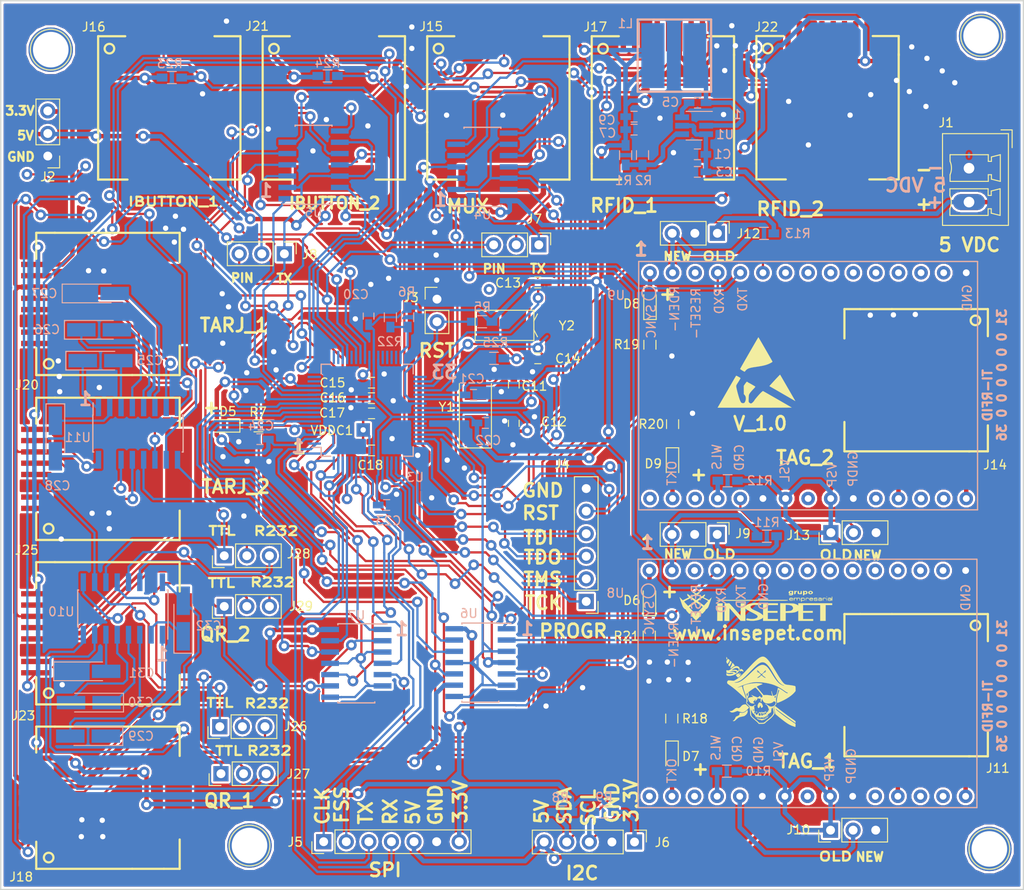
<source format=kicad_pcb>
(kicad_pcb (version 4) (host pcbnew 4.0.6)
  (layers (0 F.Cu signal) (31 B.Cu signal) (34 B.Paste user hide) (35 F.Paste user hide) (36 B.SilkS user) (37 F.SilkS user) (38 B.Mask user) (39 F.Mask user) (44 Edge.Cuts user))
  (net 0 "")
  (net 1 GND)
  (net 2 "Net-(C5-Pad1)")
  (net 3 "Net-(C5-Pad2)")
  (net 4 +3V3)
  (net 5 +5V)
  (net 6 "Net-(C11-Pad1)")
  (net 7 "Net-(C12-Pad1)")
  (net 8 "Net-(C13-Pad1)")
  (net 9 /TM4C1231H6PM/GNDX)
  (net 10 "Net-(C14-Pad2)")
  (net 11 "Net-(C15-Pad1)")
  (net 12 "Net-(C25-Pad1)")
  (net 13 "Net-(C25-Pad2)")
  (net 14 "Net-(C26-Pad1)")
  (net 15 "Net-(C26-Pad2)")
  (net 16 "Net-(C27-Pad2)")
  (net 17 "Net-(C28-Pad1)")
  (net 18 "Net-(C29-Pad1)")
  (net 19 "Net-(C29-Pad2)")
  (net 20 "Net-(C30-Pad1)")
  (net 21 "Net-(C30-Pad2)")
  (net 22 "Net-(C31-Pad2)")
  (net 23 "Net-(C32-Pad1)")
  (net 24 "Net-(D5-Pad1)")
  (net 25 /Microread/SYNC)
  (net 26 /Microread/OKT)
  (net 27 /Microread/SYNC_2)
  (net 28 /Microread/OKT_2)
  (net 29 /TM4C1231H6PM/RST)
  (net 30 /TM4C1231H6PM/TCK)
  (net 31 /TM4C1231H6PM/TMS)
  (net 32 /TM4C1231H6PM/TDO)
  (net 33 /TM4C1231H6PM/TDI)
  (net 34 /TM4C1231H6PM/CLK)
  (net 35 /TM4C1231H6PM/FSS)
  (net 36 /TM4C1231H6PM/TX)
  (net 37 /TM4C1231H6PM/RX)
  (net 38 UART0_TX)
  (net 39 /RS-232/2A)
  (net 40 AUX_1)
  (net 41 UART1_TX)
  (net 42 /RS-232/2A_TX)
  (net 43 "Net-(J9-Pad1)")
  (net 44 /Microread/RDEN-)
  (net 45 /Microread/CRMD)
  (net 46 "Net-(J11-Pad1)")
  (net 47 "Net-(J11-Pad2)")
  (net 48 "Net-(J11-Pad3)")
  (net 49 /Microread/ANT2)
  (net 50 /Microread/ANT1)
  (net 51 "Net-(J11-Pad6)")
  (net 52 "Net-(J11-Pad7)")
  (net 53 "Net-(J11-Pad8)")
  (net 54 "Net-(J11-Pad9)")
  (net 55 "Net-(J12-Pad1)")
  (net 56 /Microread/RDEN-_2)
  (net 57 /Microread/CRMD_2)
  (net 58 "Net-(J14-Pad1)")
  (net 59 "Net-(J14-Pad2)")
  (net 60 "Net-(J14-Pad3)")
  (net 61 /Microread/ANT2_2)
  (net 62 /Microread/ANT1_2)
  (net 63 "Net-(J14-Pad6)")
  (net 64 "Net-(J14-Pad7)")
  (net 65 "Net-(J14-Pad8)")
  (net 66 "Net-(J14-Pad9)")
  (net 67 "Net-(J15-Pad1)")
  (net 68 "Net-(J15-Pad2)")
  (net 69 USART2_RX)
  (net 70 USART2_TX)
  (net 71 "Net-(J15-Pad6)")
  (net 72 "Net-(J15-Pad7)")
  (net 73 "Net-(J15-Pad8)")
  (net 74 "Net-(J15-Pad9)")
  (net 75 "Net-(J16-Pad1)")
  (net 76 "Net-(J16-Pad2)")
  (net 77 "Net-(J16-Pad3)")
  (net 78 ONE_WIRE_1)
  (net 79 "Net-(J16-Pad6)")
  (net 80 "Net-(J16-Pad7)")
  (net 81 "Net-(J16-Pad8)")
  (net 82 "Net-(J16-Pad9)")
  (net 83 "Net-(J17-Pad1)")
  (net 84 "Net-(J17-Pad2)")
  (net 85 RFID_RX_1)
  (net 86 RFID_TX_1)
  (net 87 "Net-(J17-Pad7)")
  (net 88 "Net-(J17-Pad9)")
  (net 89 TRIG_1)
  (net 90 "Net-(J18-Pad2)")
  (net 91 /Conectores/RX_QR_1)
  (net 92 /Conectores/TX_QR_1)
  (net 93 "Net-(J18-Pad7)")
  (net 94 "Net-(J18-Pad9)")
  (net 95 "Net-(J20-Pad1)")
  (net 96 "Net-(J20-Pad2)")
  (net 97 "Net-(J20-Pad4)")
  (net 98 "Net-(J20-Pad5)")
  (net 99 "Net-(J20-Pad7)")
  (net 100 "Net-(J20-Pad9)")
  (net 101 "Net-(J21-Pad1)")
  (net 102 "Net-(J21-Pad2)")
  (net 103 "Net-(J21-Pad3)")
  (net 104 ONE_WIRE_2)
  (net 105 "Net-(J21-Pad6)")
  (net 106 "Net-(J21-Pad7)")
  (net 107 "Net-(J21-Pad8)")
  (net 108 "Net-(J21-Pad9)")
  (net 109 "Net-(J22-Pad1)")
  (net 110 "Net-(J22-Pad2)")
  (net 111 RFID_RX_2)
  (net 112 RFID_TX_2)
  (net 113 "Net-(J22-Pad7)")
  (net 114 "Net-(J22-Pad9)")
  (net 115 TRIG_2)
  (net 116 "Net-(J23-Pad2)")
  (net 117 /Conectores/RX_QR_2)
  (net 118 /Conectores/TX_QR_2)
  (net 119 "Net-(J23-Pad7)")
  (net 120 "Net-(J23-Pad9)")
  (net 121 "Net-(J25-Pad1)")
  (net 122 "Net-(J25-Pad2)")
  (net 123 "Net-(J25-Pad4)")
  (net 124 "Net-(J25-Pad5)")
  (net 125 "Net-(J25-Pad7)")
  (net 126 "Net-(J25-Pad9)")
  (net 127 QR_TX_1)
  (net 128 /Conectores/QR_TX_1_MAX)
  (net 129 QR_RX_1)
  (net 130 /Conectores/QR_RX_1_MAX)
  (net 131 QR_TX_2)
  (net 132 /Conectores/QR_TX_2_MAX)
  (net 133 QR_RX_2)
  (net 134 /Conectores/QR_RX_2_MAX)
  (net 135 "Net-(R1-Pad2)")
  (net 136 "Net-(R7-Pad1)")
  (net 137 /Microread/WLS)
  (net 138 /Microread/WLS_2)
  (net 139 SEL_TAG)
  (net 140 SEL_RFID)
  (net 141 SEL_QR)
  (net 142 SEL_TAR)
  (net 143 USART1_RX)
  (net 144 "Net-(U3-Pad15)")
  (net 145 "Net-(U3-Pad16)")
  (net 146 "Net-(U3-Pad17)")
  (net 147 "Net-(U3-Pad18)")
  (net 148 "Net-(U3-Pad21)")
  (net 149 "Net-(U3-Pad28)")
  (net 150 "Net-(U3-Pad29)")
  (net 151 "Net-(U3-Pad30)")
  (net 152 "Net-(U3-Pad31)")
  (net 153 "Net-(U3-Pad33)")
  (net 154 "Net-(U3-Pad43)")
  (net 155 "Net-(U3-Pad44)")
  (net 156 USART0_RX)
  (net 157 /TM4C1231H6PM/I1C_SCL)
  (net 158 /TM4C1231H6PM/I2C_SDA)
  (net 159 SEL_TAR_2)
  (net 160 SEL_QR_2)
  (net 161 SEL_RFID_2)
  (net 162 SEL_TAG_2)
  (net 163 TAG_TX_1)
  (net 164 TAR_TX_1)
  (net 165 TAG_TX_2)
  (net 166 TAR_TX_2)
  (net 167 TAG_RX_1)
  (net 168 TAR_RX_1)
  (net 169 TAG_RX_2)
  (net 170 TAR_RX_2)
  (net 171 "Net-(U8-Pad3)")
  (net 172 "Net-(U8-Pad7)")
  (net 173 "Net-(U8-Pad8)")
  (net 174 "Net-(U8-Pad9)")
  (net 175 "Net-(U8-Pad10)")
  (net 176 "Net-(U8-Pad11)")
  (net 177 "Net-(U8-Pad12)")
  (net 178 "Net-(U8-Pad13)")
  (net 179 "Net-(U8-Pad14)")
  (net 180 "Net-(U8-Pad17)")
  (net 181 "Net-(U8-Pad18)")
  (net 182 "Net-(U8-Pad20)")
  (net 183 "Net-(U8-Pad23)")
  (net 184 "Net-(U8-Pad28)")
  (net 185 "Net-(U8-Pad30)")
  (net 186 "Net-(U9-Pad3)")
  (net 187 "Net-(U9-Pad7)")
  (net 188 "Net-(U9-Pad8)")
  (net 189 "Net-(U9-Pad9)")
  (net 190 "Net-(U9-Pad10)")
  (net 191 "Net-(U9-Pad11)")
  (net 192 "Net-(U9-Pad12)")
  (net 193 "Net-(U9-Pad13)")
  (net 194 "Net-(U9-Pad14)")
  (net 195 "Net-(U9-Pad17)")
  (net 196 "Net-(U9-Pad18)")
  (net 197 "Net-(U9-Pad20)")
  (net 198 "Net-(U9-Pad23)")
  (net 199 "Net-(U9-Pad28)")
  (net 200 "Net-(U9-Pad30)")
  (net 201 "Net-(D6-Pad1)")
  (net 202 "Net-(D7-Pad1)")
  (net 203 "Net-(D8-Pad1)")
  (net 204 "Net-(D9-Pad1)")
  (net 205 REST_TAG_1)
  (net 206 REST_TAG_2)
  (net 207 "Net-(R22-Pad2)")
  (module Connectors_Phoenix:PhoenixContact_MCV-G_02x5.08mm_Vertical (layer F.Cu) (at 174.88 52.58 270)
    (fp_text reference J1 (at -3.85 2.57 360) (layer F.SilkS))
    (fp_text value CONN_01X02)
    (pad 1 thru_hole rect (at 1.27 0 270) (size 1.8 3.6) (drill 1.2) (layers *.Cu *.Mask) (net 1 GND))
    (pad 2 thru_hole oval (at 5.08 0 270) (size 1.8 3.6) (drill 1.2) (layers *.Cu *.Mask) (net 5 +5V))
  )
  (module Housings_SOIC:SOIC-14_3.9x8.7mm_Pitch1.27mm (layer B.Cu) (at 120.17 53.7)
    (fp_text reference U4 (at 0 5.375) (layer B.SilkS) (effects (justify mirror)))
    (fp_text value 74HC125)
    (pad 1 smd rect (at -2.7 3.81) (size 2 0.6) (drill (offset -0.25 0)) (layers B.Cu B.Paste B.Mask) (net 139 SEL_TAG))
    (pad 2 smd rect (at -2.7 2.54) (size 2 0.6) (drill (offset -0.25 0)) (layers B.Cu B.Paste B.Mask) (net 38 UART0_TX))
    (pad 3 smd rect (at -2.7 1.27) (size 2 0.6) (drill (offset -0.25 0)) (layers B.Cu B.Paste B.Mask) (net 163 TAG_TX_1))
    (pad 4 smd rect (at -2.7 0) (size 2 0.6) (drill (offset -0.25 0)) (layers B.Cu B.Paste B.Mask) (net 140 SEL_RFID))
    (pad 5 smd rect (at -2.7 -1.27) (size 2 0.6) (drill (offset -0.25 0)) (layers B.Cu B.Paste B.Mask) (net 39 /RS-232/2A))
    (pad 6 smd rect (at -2.7 -2.54) (size 2 0.6) (drill (offset -0.25 0)) (layers B.Cu B.Paste B.Mask) (net 86 RFID_TX_1))
    (pad 7 smd rect (at -2.7 -3.81) (size 2 0.6) (drill (offset -0.25 0)) (layers B.Cu B.Paste B.Mask) (net 1 GND))
    (pad 8 smd rect (at 2.7 -3.81) (size 2 0.6) (drill (offset 0.25 0)) (layers B.Cu B.Paste B.Mask) (net 127 QR_TX_1))
    (pad 9 smd rect (at 2.7 -2.54) (size 2 0.6) (drill (offset 0.25 0)) (layers B.Cu B.Paste B.Mask) (net 38 UART0_TX))
    (pad 10 smd rect (at 2.7 -1.27) (size 2 0.6) (drill (offset 0.25 0)) (layers B.Cu B.Paste B.Mask) (net 141 SEL_QR))
    (pad 11 smd rect (at 2.7 0) (size 2 0.6) (drill (offset 0.25 0)) (layers B.Cu B.Paste B.Mask) (net 164 TAR_TX_1))
    (pad 12 smd rect (at 2.7 1.27) (size 2 0.6) (drill (offset 0.25 0)) (layers B.Cu B.Paste B.Mask) (net 38 UART0_TX))
    (pad 13 smd rect (at 2.7 2.54) (size 2 0.6) (drill (offset 0.25 0)) (layers B.Cu B.Paste B.Mask) (net 142 SEL_TAR))
    (pad 14 smd rect (at 2.7 3.81) (size 2 0.6) (drill (offset 0.25 0)) (layers B.Cu B.Paste B.Mask) (net 5 +5V))
  )
  (module Housings_SOIC:SOIC-14_3.9x8.7mm_Pitch1.27mm (layer B.Cu) (at 119.94 109.47 180)
    (fp_text reference U6 (at 1.3 5.53 180) (layer B.SilkS) (effects (justify mirror)))
    (fp_text value 74HC125)
    (pad 1 smd rect (at -2.7 3.81 180) (size 2 0.6) (drill (offset -0.25 0)) (layers B.Cu B.Paste B.Mask) (net 139 SEL_TAG))
    (pad 2 smd rect (at -2.7 2.54 180) (size 2 0.6) (drill (offset -0.25 0)) (layers B.Cu B.Paste B.Mask) (net 167 TAG_RX_1))
    (pad 3 smd rect (at -2.7 1.27 180) (size 2 0.6) (drill (offset -0.25 0)) (layers B.Cu B.Paste B.Mask) (net 156 USART0_RX))
    (pad 4 smd rect (at -2.7 0 180) (size 2 0.6) (drill (offset -0.25 0)) (layers B.Cu B.Paste B.Mask) (net 140 SEL_RFID))
    (pad 5 smd rect (at -2.7 -1.27 180) (size 2 0.6) (drill (offset -0.25 0)) (layers B.Cu B.Paste B.Mask) (net 85 RFID_RX_1))
    (pad 6 smd rect (at -2.7 -2.54 180) (size 2 0.6) (drill (offset -0.25 0)) (layers B.Cu B.Paste B.Mask) (net 156 USART0_RX))
    (pad 7 smd rect (at -2.7 -3.81 180) (size 2 0.6) (drill (offset -0.25 0)) (layers B.Cu B.Paste B.Mask) (net 1 GND))
    (pad 8 smd rect (at 2.7 -3.81 180) (size 2 0.6) (drill (offset 0.25 0)) (layers B.Cu B.Paste B.Mask) (net 156 USART0_RX))
    (pad 9 smd rect (at 2.7 -2.54 180) (size 2 0.6) (drill (offset 0.25 0)) (layers B.Cu B.Paste B.Mask) (net 129 QR_RX_1))
    (pad 10 smd rect (at 2.7 -1.27 180) (size 2 0.6) (drill (offset 0.25 0)) (layers B.Cu B.Paste B.Mask) (net 141 SEL_QR))
    (pad 11 smd rect (at 2.7 0 180) (size 2 0.6) (drill (offset 0.25 0)) (layers B.Cu B.Paste B.Mask) (net 156 USART0_RX))
    (pad 12 smd rect (at 2.7 1.27 180) (size 2 0.6) (drill (offset 0.25 0)) (layers B.Cu B.Paste B.Mask) (net 168 TAR_RX_1))
    (pad 13 smd rect (at 2.7 2.54 180) (size 2 0.6) (drill (offset 0.25 0)) (layers B.Cu B.Paste B.Mask) (net 142 SEL_TAR))
    (pad 14 smd rect (at 2.7 3.81 180) (size 2 0.6) (drill (offset 0.25 0)) (layers B.Cu B.Paste B.Mask) (net 4 +3V3))
  )
  (module Housings_SOIC:SOIC-14_3.9x8.7mm_Pitch1.27mm (layer B.Cu) (at 105.99 109.55 180)
    (fp_text reference U7 (at 0 5.375 180) (layer B.SilkS) (effects (justify mirror)))
    (fp_text value 74HC125)
    (pad 1 smd rect (at -2.7 3.81 180) (size 2 0.6) (drill (offset -0.25 0)) (layers B.Cu B.Paste B.Mask) (net 162 SEL_TAG_2))
    (pad 2 smd rect (at -2.7 2.54 180) (size 2 0.6) (drill (offset -0.25 0)) (layers B.Cu B.Paste B.Mask) (net 169 TAG_RX_2))
    (pad 3 smd rect (at -2.7 1.27 180) (size 2 0.6) (drill (offset -0.25 0)) (layers B.Cu B.Paste B.Mask) (net 143 USART1_RX))
    (pad 4 smd rect (at -2.7 0 180) (size 2 0.6) (drill (offset -0.25 0)) (layers B.Cu B.Paste B.Mask) (net 161 SEL_RFID_2))
    (pad 5 smd rect (at -2.7 -1.27 180) (size 2 0.6) (drill (offset -0.25 0)) (layers B.Cu B.Paste B.Mask) (net 111 RFID_RX_2))
    (pad 6 smd rect (at -2.7 -2.54 180) (size 2 0.6) (drill (offset -0.25 0)) (layers B.Cu B.Paste B.Mask) (net 143 USART1_RX))
    (pad 7 smd rect (at -2.7 -3.81 180) (size 2 0.6) (drill (offset -0.25 0)) (layers B.Cu B.Paste B.Mask) (net 1 GND))
    (pad 8 smd rect (at 2.7 -3.81 180) (size 2 0.6) (drill (offset 0.25 0)) (layers B.Cu B.Paste B.Mask) (net 143 USART1_RX))
    (pad 9 smd rect (at 2.7 -2.54 180) (size 2 0.6) (drill (offset 0.25 0)) (layers B.Cu B.Paste B.Mask) (net 133 QR_RX_2))
    (pad 10 smd rect (at 2.7 -1.27 180) (size 2 0.6) (drill (offset 0.25 0)) (layers B.Cu B.Paste B.Mask) (net 160 SEL_QR_2))
    (pad 11 smd rect (at 2.7 0 180) (size 2 0.6) (drill (offset 0.25 0)) (layers B.Cu B.Paste B.Mask) (net 143 USART1_RX))
    (pad 12 smd rect (at 2.7 1.27 180) (size 2 0.6) (drill (offset 0.25 0)) (layers B.Cu B.Paste B.Mask) (net 170 TAR_RX_2))
    (pad 13 smd rect (at 2.7 2.54 180) (size 2 0.6) (drill (offset 0.25 0)) (layers B.Cu B.Paste B.Mask) (net 159 SEL_TAR_2))
    (pad 14 smd rect (at 2.7 3.81 180) (size 2 0.6) (drill (offset 0.25 0)) (layers B.Cu B.Paste B.Mask) (net 4 +3V3))
  )
  (module RJ45-8p8c:8p8c-RJ45 (layer F.Cu) (at 103.46 39 180)
    (fp_text reference J21 (at 8.63 1.13 180) (layer F.SilkS))
    (fp_text value RJ45 hide)
    (pad 1 smd rect (at 4.445 0 180) (size 0.6 3.4) (layers F.Cu F.Paste F.Mask) (net 101 "Net-(J21-Pad1)"))
    (pad 2 smd rect (at 3.175 0 180) (size 0.6 3.4) (layers F.Cu F.Paste F.Mask) (net 102 "Net-(J21-Pad2)"))
    (pad 3 smd rect (at 1.905 0 180) (size 0.6 3.4) (layers F.Cu F.Paste F.Mask) (net 103 "Net-(J21-Pad3)"))
    (pad 4 smd rect (at 0.635 0 180) (size 0.6 3.4) (layers F.Cu F.Paste F.Mask) (net 104 ONE_WIRE_2))
    (pad 5 smd rect (at -0.635 0 180) (size 0.6 3.4) (layers F.Cu F.Paste F.Mask) (net 1 GND))
    (pad 6 smd rect (at -1.905 0 180) (size 0.6 3.4) (layers F.Cu F.Paste F.Mask) (net 105 "Net-(J21-Pad6)"))
    (pad 7 smd rect (at -3.175 0 180) (size 0.6 3.4) (layers F.Cu F.Paste F.Mask) (net 106 "Net-(J21-Pad7)"))
    (pad 8 smd rect (at -4.445 0 180) (size 0.6 3.4) (layers F.Cu F.Paste F.Mask) (net 107 "Net-(J21-Pad8)"))
    (pad 9 smd rect (at 0 -16 180) (size 9 3) (layers F.Cu F.Paste F.Mask) (net 108 "Net-(J21-Pad9)"))
  )
  (module RJ45-8p8c:8p8c-RJ45 (layer F.Cu) (at 140.46 39 180)
    (fp_text reference J17 (at 7.6 1.05 180) (layer F.SilkS))
    (fp_text value RJ45 hide)
    (pad 1 smd rect (at 4.445 0 180) (size 0.6 3.4) (layers F.Cu F.Paste F.Mask) (net 83 "Net-(J17-Pad1)"))
    (pad 2 smd rect (at 3.175 0 180) (size 0.6 3.4) (layers F.Cu F.Paste F.Mask) (net 84 "Net-(J17-Pad2)"))
    (pad 3 smd rect (at 1.905 0 180) (size 0.6 3.4) (layers F.Cu F.Paste F.Mask) (net 1 GND))
    (pad 4 smd rect (at 0.635 0 180) (size 0.6 3.4) (layers F.Cu F.Paste F.Mask) (net 85 RFID_RX_1))
    (pad 5 smd rect (at -0.635 0 180) (size 0.6 3.4) (layers F.Cu F.Paste F.Mask) (net 86 RFID_TX_1))
    (pad 6 smd rect (at -1.905 0 180) (size 0.6 3.4) (layers F.Cu F.Paste F.Mask) (net 5 +5V))
    (pad 7 smd rect (at -3.175 0 180) (size 0.6 3.4) (layers F.Cu F.Paste F.Mask) (net 87 "Net-(J17-Pad7)"))
    (pad 8 smd rect (at -4.445 0 180) (size 0.6 3.4) (layers F.Cu F.Paste F.Mask) (net 4 +3V3))
    (pad 9 smd rect (at 0 -16 180) (size 9 3) (layers F.Cu F.Paste F.Mask) (net 88 "Net-(J17-Pad9)"))
  )
  (module Pin_Headers:Pin_Header_Straight_1x03_Pitch2.54mm (layer F.Cu) (at 71.3 52.48 180)
    (fp_text reference J2 (at 0 -2.33 180) (layer F.SilkS))
    (fp_text value "test Poins")
    (pad 1 thru_hole rect (at 0 0 180) (size 1.7 1.7) (drill 1) (layers *.Cu *.Mask) (net 1 GND))
    (pad 2 thru_hole oval (at 0 2.54 180) (size 1.7 1.7) (drill 1) (layers *.Cu *.Mask) (net 5 +5V))
    (pad 3 thru_hole oval (at 0 5.08 180) (size 1.7 1.7) (drill 1) (layers *.Cu *.Mask) (net 4 +3V3))
  )
  (module Logos:Pirata (layer F.Cu) (at 151.49 112.65)
    (fp_text reference G*** hide)
    (fp_text value LOGO hide)
  )
  (module Symbols:ESD-Logo_8.9x8mm_SilkScreen (layer F.Cu) (at 150.99 76.81)
    (fp_text reference Logo)
    (fp_text value ESD-Logo_8.9x8mm_SilkScreen hide)
  )
  (module Logos:Insepet (layer F.Cu) (at 150.91 103.1)
    (fp_text reference www.insepet.com (at 0.23 3.05) (layer F.SilkS) (effects (font (thickness 0.3))))
    (fp_text value LOGO hide)
  )
  (module Housings_QFP:LQFP-64_10x10mm_Pitch0.5mm (layer B.Cu) (at 107.21 81.08)
    (fp_text reference U3 (at 5.38 7.54) (layer B.SilkS) (effects (justify mirror)))
    (fp_text value TM4C1231H6PM)
    (pad 1 smd rect (at -5.7 3.75) (size 1.5 0.25) (drill (offset -0.25 0)) (layers B.Cu B.Paste B.Mask) (net 37 /TM4C1231H6PM/RX))
    (pad 2 smd rect (at -5.7 3.25) (size 1.5 0.25) (drill (offset -0.25 0)) (layers B.Cu B.Paste B.Mask) (net 4 +3V3))
    (pad 3 smd rect (at -5.7 2.75) (size 1.5 0.25) (drill (offset -0.25 0)) (layers B.Cu B.Paste B.Mask) (net 1 GND))
    (pad 4 smd rect (at -5.7 2.25) (size 1.5 0.25) (drill (offset -0.25 0)) (layers B.Cu B.Paste B.Mask) (net 36 /TM4C1231H6PM/TX))
    (pad 5 smd rect (at -5.7 1.75) (size 1.5 0.25) (drill (offset -0.25 0)) (layers B.Cu B.Paste B.Mask) (net 136 "Net-(R7-Pad1)"))
    (pad 6 smd rect (at -5.7 1.25) (size 1.5 0.25) (drill (offset -0.25 0)) (layers B.Cu B.Paste B.Mask) (net 139 SEL_TAG))
    (pad 7 smd rect (at -5.7 0.75) (size 1.5 0.25) (drill (offset -0.25 0)) (layers B.Cu B.Paste B.Mask) (net 140 SEL_RFID))
    (pad 8 smd rect (at -5.7 0.25) (size 1.5 0.25) (drill (offset -0.25 0)) (layers B.Cu B.Paste B.Mask) (net 141 SEL_QR))
    (pad 9 smd rect (at -5.7 -0.25) (size 1.5 0.25) (drill (offset -0.25 0)) (layers B.Cu B.Paste B.Mask) (net 142 SEL_TAR))
    (pad 10 smd rect (at -5.7 -0.75) (size 1.5 0.25) (drill (offset -0.25 0)) (layers B.Cu B.Paste B.Mask) (net 70 USART2_TX))
    (pad 11 smd rect (at -5.7 -1.25) (size 1.5 0.25) (drill (offset -0.25 0)) (layers B.Cu B.Paste B.Mask) (net 4 +3V3))
    (pad 12 smd rect (at -5.7 -1.75) (size 1.5 0.25) (drill (offset -0.25 0)) (layers B.Cu B.Paste B.Mask) (net 1 GND))
    (pad 13 smd rect (at -5.7 -2.25) (size 1.5 0.25) (drill (offset -0.25 0)) (layers B.Cu B.Paste B.Mask) (net 41 UART1_TX))
    (pad 14 smd rect (at -5.7 -2.75) (size 1.5 0.25) (drill (offset -0.25 0)) (layers B.Cu B.Paste B.Mask) (net 143 USART1_RX))
    (pad 15 smd rect (at -5.7 -3.25) (size 1.5 0.25) (drill (offset -0.25 0)) (layers B.Cu B.Paste B.Mask) (net 144 "Net-(U3-Pad15)"))
    (pad 16 smd rect (at -5.7 -3.75) (size 1.5 0.25) (drill (offset -0.25 0)) (layers B.Cu B.Paste B.Mask) (net 145 "Net-(U3-Pad16)"))
    (pad 17 smd rect (at -3.75 -5.7 270) (size 1.5 0.25) (drill (offset -0.25 0)) (layers B.Cu B.Paste B.Mask) (net 146 "Net-(U3-Pad17)"))
    (pad 18 smd rect (at -3.25 -5.7 270) (size 1.5 0.25) (drill (offset -0.25 0)) (layers B.Cu B.Paste B.Mask) (net 147 "Net-(U3-Pad18)"))
    (pad 19 smd rect (at -2.75 -5.7 270) (size 1.5 0.25) (drill (offset -0.25 0)) (layers B.Cu B.Paste B.Mask) (net 78 ONE_WIRE_1))
    (pad 20 smd rect (at -2.25 -5.7 270) (size 1.5 0.25) (drill (offset -0.25 0)) (layers B.Cu B.Paste B.Mask) (net 104 ONE_WIRE_2))
    (pad 21 smd rect (at -1.75 -5.7 270) (size 1.5 0.25) (drill (offset -0.25 0)) (layers B.Cu B.Paste B.Mask) (net 148 "Net-(U3-Pad21)"))
    (pad 22 smd rect (at -1.25 -5.7 270) (size 1.5 0.25) (drill (offset -0.25 0)) (layers B.Cu B.Paste B.Mask) (net 40 AUX_1))
    (pad 23 smd rect (at -0.75 -5.7 270) (size 1.5 0.25) (drill (offset -0.25 0)) (layers B.Cu B.Paste B.Mask) (net 89 TRIG_1))
    (pad 24 smd rect (at -0.25 -5.7 270) (size 1.5 0.25) (drill (offset -0.25 0)) (layers B.Cu B.Paste B.Mask) (net 115 TRIG_2))
    (pad 25 smd rect (at 0.25 -5.7 270) (size 1.5 0.25) (drill (offset -0.25 0)) (layers B.Cu B.Paste B.Mask) (net 11 "Net-(C15-Pad1)"))
    (pad 26 smd rect (at 0.75 -5.7 270) (size 1.5 0.25) (drill (offset -0.25 0)) (layers B.Cu B.Paste B.Mask) (net 4 +3V3))
    (pad 27 smd rect (at 1.25 -5.7 270) (size 1.5 0.25) (drill (offset -0.25 0)) (layers B.Cu B.Paste B.Mask) (net 1 GND))
    (pad 28 smd rect (at 1.75 -5.7 270) (size 1.5 0.25) (drill (offset -0.25 0)) (layers B.Cu B.Paste B.Mask) (net 149 "Net-(U3-Pad28)"))
    (pad 29 smd rect (at 2.25 -5.7 270) (size 1.5 0.25) (drill (offset -0.25 0)) (layers B.Cu B.Paste B.Mask) (net 150 "Net-(U3-Pad29)"))
    (pad 30 smd rect (at 2.75 -5.7 270) (size 1.5 0.25) (drill (offset -0.25 0)) (layers B.Cu B.Paste B.Mask) (net 151 "Net-(U3-Pad30)"))
    (pad 31 smd rect (at 3.25 -5.7 270) (size 1.5 0.25) (drill (offset -0.25 0)) (layers B.Cu B.Paste B.Mask) (net 152 "Net-(U3-Pad31)"))
    (pad 32 smd rect (at 3.75 -5.7 270) (size 1.5 0.25) (drill (offset -0.25 0)) (layers B.Cu B.Paste B.Mask) (net 207 "Net-(R22-Pad2)"))
    (pad 33 smd rect (at 5.7 -3.75) (size 1.5 0.25) (drill (offset 0.25 0)) (layers B.Cu B.Paste B.Mask) (net 153 "Net-(U3-Pad33)"))
    (pad 34 smd rect (at 5.7 -3.25) (size 1.5 0.25) (drill (offset 0.25 0)) (layers B.Cu B.Paste B.Mask) (net 8 "Net-(C13-Pad1)"))
    (pad 35 smd rect (at 5.7 -2.75) (size 1.5 0.25) (drill (offset 0.25 0)) (layers B.Cu B.Paste B.Mask) (net 9 /TM4C1231H6PM/GNDX))
    (pad 36 smd rect (at 5.7 -2.25) (size 1.5 0.25) (drill (offset 0.25 0)) (layers B.Cu B.Paste B.Mask) (net 10 "Net-(C14-Pad2)"))
    (pad 37 smd rect (at 5.7 -1.75) (size 1.5 0.25) (drill (offset 0.25 0)) (layers B.Cu B.Paste B.Mask) (net 4 +3V3))
    (pad 38 smd rect (at 5.7 -1.25) (size 1.5 0.25) (drill (offset 0.25 0)) (layers B.Cu B.Paste B.Mask) (net 29 /TM4C1231H6PM/RST))
    (pad 39 smd rect (at 5.7 -0.75) (size 1.5 0.25) (drill (offset 0.25 0)) (layers B.Cu B.Paste B.Mask) (net 1 GND))
    (pad 40 smd rect (at 5.7 -0.25) (size 1.5 0.25) (drill (offset 0.25 0)) (layers B.Cu B.Paste B.Mask) (net 6 "Net-(C11-Pad1)"))
    (pad 41 smd rect (at 5.7 0.25) (size 1.5 0.25) (drill (offset 0.25 0)) (layers B.Cu B.Paste B.Mask) (net 7 "Net-(C12-Pad1)"))
    (pad 42 smd rect (at 5.7 0.75) (size 1.5 0.25) (drill (offset 0.25 0)) (layers B.Cu B.Paste B.Mask) (net 4 +3V3))
    (pad 43 smd rect (at 5.7 1.25) (size 1.5 0.25) (drill (offset 0.25 0)) (layers B.Cu B.Paste B.Mask) (net 154 "Net-(U3-Pad43)"))
    (pad 44 smd rect (at 5.7 1.75) (size 1.5 0.25) (drill (offset 0.25 0)) (layers B.Cu B.Paste B.Mask) (net 155 "Net-(U3-Pad44)"))
    (pad 45 smd rect (at 5.7 2.25) (size 1.5 0.25) (drill (offset 0.25 0)) (layers B.Cu B.Paste B.Mask) (net 156 USART0_RX))
    (pad 46 smd rect (at 5.7 2.75) (size 1.5 0.25) (drill (offset 0.25 0)) (layers B.Cu B.Paste B.Mask) (net 38 UART0_TX))
    (pad 47 smd rect (at 5.7 3.25) (size 1.5 0.25) (drill (offset 0.25 0)) (layers B.Cu B.Paste B.Mask) (net 157 /TM4C1231H6PM/I1C_SCL))
    (pad 48 smd rect (at 5.7 3.75) (size 1.5 0.25) (drill (offset 0.25 0)) (layers B.Cu B.Paste B.Mask) (net 158 /TM4C1231H6PM/I2C_SDA))
    (pad 49 smd rect (at 3.75 5.7 270) (size 1.5 0.25) (drill (offset 0.25 0)) (layers B.Cu B.Paste B.Mask) (net 32 /TM4C1231H6PM/TDO))
    (pad 50 smd rect (at 3.25 5.7 270) (size 1.5 0.25) (drill (offset 0.25 0)) (layers B.Cu B.Paste B.Mask) (net 33 /TM4C1231H6PM/TDI))
    (pad 51 smd rect (at 2.75 5.7 270) (size 1.5 0.25) (drill (offset 0.25 0)) (layers B.Cu B.Paste B.Mask) (net 31 /TM4C1231H6PM/TMS))
    (pad 52 smd rect (at 2.25 5.7 270) (size 1.5 0.25) (drill (offset 0.25 0)) (layers B.Cu B.Paste B.Mask) (net 30 /TM4C1231H6PM/TCK))
    (pad 53 smd rect (at 1.75 5.7 270) (size 1.5 0.25) (drill (offset 0.25 0)) (layers B.Cu B.Paste B.Mask) (net 69 USART2_RX))
    (pad 54 smd rect (at 1.25 5.7 270) (size 1.5 0.25) (drill (offset 0.25 0)) (layers B.Cu B.Paste B.Mask) (net 4 +3V3))
    (pad 55 smd rect (at 0.75 5.7 270) (size 1.5 0.25) (drill (offset 0.25 0)) (layers B.Cu B.Paste B.Mask) (net 1 GND))
    (pad 56 smd rect (at 0.25 5.7 270) (size 1.5 0.25) (drill (offset 0.25 0)) (layers B.Cu B.Paste B.Mask) (net 11 "Net-(C15-Pad1)"))
    (pad 57 smd rect (at -0.25 5.7 270) (size 1.5 0.25) (drill (offset 0.25 0)) (layers B.Cu B.Paste B.Mask) (net 35 /TM4C1231H6PM/FSS))
    (pad 58 smd rect (at -0.75 5.7 270) (size 1.5 0.25) (drill (offset 0.25 0)) (layers B.Cu B.Paste B.Mask) (net 34 /TM4C1231H6PM/CLK))
    (pad 59 smd rect (at -1.25 5.7 270) (size 1.5 0.25) (drill (offset 0.25 0)) (layers B.Cu B.Paste B.Mask) (net 205 REST_TAG_1))
    (pad 60 smd rect (at -1.75 5.7 270) (size 1.5 0.25) (drill (offset 0.25 0)) (layers B.Cu B.Paste B.Mask) (net 206 REST_TAG_2))
    (pad 61 smd rect (at -2.25 5.7 270) (size 1.5 0.25) (drill (offset 0.25 0)) (layers B.Cu B.Paste B.Mask) (net 159 SEL_TAR_2))
    (pad 62 smd rect (at -2.75 5.7 270) (size 1.5 0.25) (drill (offset 0.25 0)) (layers B.Cu B.Paste B.Mask) (net 160 SEL_QR_2))
    (pad 63 smd rect (at -3.25 5.7 270) (size 1.5 0.25) (drill (offset 0.25 0)) (layers B.Cu B.Paste B.Mask) (net 161 SEL_RFID_2))
    (pad 64 smd rect (at -3.75 5.7 270) (size 1.5 0.25) (drill (offset 0.25 0)) (layers B.Cu B.Paste B.Mask) (net 162 SEL_TAG_2))
  )
  (module Connectors:1pin (layer F.Cu) (at 106.76 83.29)
    (fp_text reference VDDC1 (at -3.51 0.06) (layer F.SilkS))
    (fp_text value CONN_01X01)
    (pad 1 thru_hole trapezoid (at 0 0) (size 1.5 1.5) (drill 0.6) (layers *.Cu *.Mask) (net 11 "Net-(C15-Pad1)"))
  )
  (module RJ45-8p8c:8p8c-RJ45 (layer F.Cu) (at 70 69.12 270)
    (fp_text reference J20 (at 9.11 1.04 360) (layer F.SilkS))
    (fp_text value RJ45 hide)
    (pad 1 smd rect (at 4.445 0 270) (size 0.6 3.4) (layers F.Cu F.Paste F.Mask) (net 95 "Net-(J20-Pad1)"))
    (pad 2 smd rect (at 3.175 0 270) (size 0.6 3.4) (layers F.Cu F.Paste F.Mask) (net 96 "Net-(J20-Pad2)"))
    (pad 3 smd rect (at 1.905 0 270) (size 0.6 3.4) (layers F.Cu F.Paste F.Mask) (net 1 GND))
    (pad 4 smd rect (at 0.635 0 270) (size 0.6 3.4) (layers F.Cu F.Paste F.Mask) (net 97 "Net-(J20-Pad4)"))
    (pad 5 smd rect (at -0.635 0 270) (size 0.6 3.4) (layers F.Cu F.Paste F.Mask) (net 98 "Net-(J20-Pad5)"))
    (pad 6 smd rect (at -1.905 0 270) (size 0.6 3.4) (layers F.Cu F.Paste F.Mask) (net 5 +5V))
    (pad 7 smd rect (at -3.175 0 270) (size 0.6 3.4) (layers F.Cu F.Paste F.Mask) (net 99 "Net-(J20-Pad7)"))
    (pad 8 smd rect (at -4.445 0 270) (size 0.6 3.4) (layers F.Cu F.Paste F.Mask) (net 4 +3V3))
    (pad 9 smd rect (at 0 -16 270) (size 9 3) (layers F.Cu F.Paste F.Mask) (net 100 "Net-(J20-Pad9)"))
  )
  (module RJ45-8p8c:8p8c-RJ45 (layer F.Cu) (at 70 106.17 270)
    (fp_text reference J23 (at 9.28 1.44 360) (layer F.SilkS))
    (fp_text value RJ45 hide)
    (pad 1 smd rect (at 4.445 0 270) (size 0.6 3.4) (layers F.Cu F.Paste F.Mask) (net 115 TRIG_2))
    (pad 2 smd rect (at 3.175 0 270) (size 0.6 3.4) (layers F.Cu F.Paste F.Mask) (net 116 "Net-(J23-Pad2)"))
    (pad 3 smd rect (at 1.905 0 270) (size 0.6 3.4) (layers F.Cu F.Paste F.Mask) (net 1 GND))
    (pad 4 smd rect (at 0.635 0 270) (size 0.6 3.4) (layers F.Cu F.Paste F.Mask) (net 117 /Conectores/RX_QR_2))
    (pad 5 smd rect (at -0.635 0 270) (size 0.6 3.4) (layers F.Cu F.Paste F.Mask) (net 118 /Conectores/TX_QR_2))
    (pad 6 smd rect (at -1.905 0 270) (size 0.6 3.4) (layers F.Cu F.Paste F.Mask) (net 5 +5V))
    (pad 7 smd rect (at -3.175 0 270) (size 0.6 3.4) (layers F.Cu F.Paste F.Mask) (net 119 "Net-(J23-Pad7)"))
    (pad 8 smd rect (at -4.445 0 270) (size 0.6 3.4) (layers F.Cu F.Paste F.Mask) (net 4 +3V3))
    (pad 9 smd rect (at 0 -16 270) (size 9 3) (layers F.Cu F.Paste F.Mask) (net 120 "Net-(J23-Pad9)"))
  )
  (module Connectors:1pin (layer F.Cu) (at 71.63 40.51)
    (fp_text reference REF** hide)
    (fp_text value 1pin)
    (pad 1 thru_hole circle (at 0 0) (size 5 5) (drill 4) (layers *.Cu *.Mask))
  )
  (module Connectors:1pin (layer F.Cu) (at 93.98 130.05)
    (fp_text reference REF** hide)
    (fp_text value 1pin)
    (pad 1 thru_hole circle (at 0 0) (size 5 5) (drill 4) (layers *.Cu *.Mask))
  )
  (module Connectors:1pin (layer F.Cu) (at 177.17 130.43)
    (fp_text reference REF** hide)
    (fp_text value 1pin)
    (pad 1 thru_hole circle (at 0 0) (size 5 5) (drill 4) (layers *.Cu *.Mask))
  )
  (module Capacitors_SMD:C_0603_HandSoldering (layer B.Cu) (at 144.34 52.29)
    (fp_text reference C1 (at 2.84 -0.01) (layer B.SilkS) (effects (justify mirror)))
    (fp_text value 10uF)
    (pad 1 smd rect (at -0.95 0) (size 1.2 0.75) (layers B.Cu B.Paste B.Mask) (net 1 GND))
    (pad 2 smd rect (at 0.95 0) (size 1.2 0.75) (layers B.Cu B.Paste B.Mask) (net 5 +5V))
  )
  (module Capacitors_SMD:C_0603_HandSoldering (layer B.Cu) (at 144.34 54.26 180)
    (fp_text reference C3 (at -3.02 -0.01 180) (layer B.SilkS) (effects (justify mirror)))
    (fp_text value 10uF)
    (pad 1 smd rect (at -0.95 0 180) (size 1.2 0.75) (layers B.Cu B.Paste B.Mask) (net 5 +5V))
    (pad 2 smd rect (at 0.95 0 180) (size 1.2 0.75) (layers B.Cu B.Paste B.Mask) (net 1 GND))
  )
  (module Capacitors_SMD:C_0603_HandSoldering (layer B.Cu) (at 144.36 46.48 180)
    (fp_text reference C5 (at 3.05 0.05 180) (layer B.SilkS) (effects (justify mirror)))
    (fp_text value 0.1uF)
    (pad 1 smd rect (at -0.95 0 180) (size 1.2 0.75) (layers B.Cu B.Paste B.Mask) (net 2 "Net-(C5-Pad1)"))
    (pad 2 smd rect (at 0.95 0 180) (size 1.2 0.75) (layers B.Cu B.Paste B.Mask) (net 3 "Net-(C5-Pad2)"))
  )
  (module Capacitors_SMD:C_0603_HandSoldering (layer B.Cu) (at 137.22 49.51)
    (fp_text reference C7 (at -2.99 0.39) (layer B.SilkS) (effects (justify mirror)))
    (fp_text value 22uF)
    (pad 1 smd rect (at -0.95 0) (size 1.2 0.75) (layers B.Cu B.Paste B.Mask) (net 4 +3V3))
    (pad 2 smd rect (at 0.95 0) (size 1.2 0.75) (layers B.Cu B.Paste B.Mask) (net 1 GND))
  )
  (module Capacitors_SMD:C_0603_HandSoldering (layer B.Cu) (at 137.22 48.05)
    (fp_text reference C9 (at -3.06 0.38) (layer B.SilkS) (effects (justify mirror)))
    (fp_text value 22uF)
    (pad 1 smd rect (at -0.95 0) (size 1.2 0.75) (layers B.Cu B.Paste B.Mask) (net 4 +3V3))
    (pad 2 smd rect (at 0.95 0) (size 1.2 0.75) (layers B.Cu B.Paste B.Mask) (net 1 GND))
  )
  (module Capacitors_SMD:C_0603_HandSoldering (layer F.Cu) (at 123.698 78.232 270)
    (fp_text reference C11 (at 0.138 -2.312 360) (layer F.SilkS))
    (fp_text value 10pF)
    (pad 1 smd rect (at -0.95 0 270) (size 1.2 0.75) (layers F.Cu F.Paste F.Mask) (net 6 "Net-(C11-Pad1)"))
    (pad 2 smd rect (at 0.95 0 270) (size 1.2 0.75) (layers F.Cu F.Paste F.Mask) (net 1 GND))
  )
  (module Capacitors_SMD:C_0603_HandSoldering (layer F.Cu) (at 123.698 82.55 90)
    (fp_text reference C12 (at 0.18 4.522 180) (layer F.SilkS))
    (fp_text value 10pF)
    (pad 1 smd rect (at -0.95 0 90) (size 1.2 0.75) (layers F.Cu F.Paste F.Mask) (net 7 "Net-(C12-Pad1)"))
    (pad 2 smd rect (at 0.95 0 90) (size 1.2 0.75) (layers F.Cu F.Paste F.Mask) (net 1 GND))
  )
  (module Capacitors_SMD:C_0603_HandSoldering (layer F.Cu) (at 126.39 66.71 180)
    (fp_text reference C13 (at 3.33 -0.04 180) (layer F.SilkS))
    (fp_text value 24pF)
    (pad 1 smd rect (at -0.95 0 180) (size 1.2 0.75) (layers F.Cu F.Paste F.Mask) (net 8 "Net-(C13-Pad1)"))
    (pad 2 smd rect (at 0.95 0 180) (size 1.2 0.75) (layers F.Cu F.Paste F.Mask) (net 9 /TM4C1231H6PM/GNDX))
  )
  (module Capacitors_SMD:C_0603_HandSoldering (layer F.Cu) (at 126.4 75.24)
    (fp_text reference C14 (at 3.4 0.03) (layer F.SilkS))
    (fp_text value 24pF)
    (pad 1 smd rect (at -0.95 0) (size 1.2 0.75) (layers F.Cu F.Paste F.Mask) (net 9 /TM4C1231H6PM/GNDX))
    (pad 2 smd rect (at 0.95 0) (size 1.2 0.75) (layers F.Cu F.Paste F.Mask) (net 10 "Net-(C14-Pad2)"))
  )
  (module Capacitors_SMD:C_0603_HandSoldering (layer F.Cu) (at 107.696 77.978)
    (fp_text reference C15 (at -4.386 0.012) (layer F.SilkS))
    (fp_text value 2.2uF)
    (pad 1 smd rect (at -0.95 0) (size 1.2 0.75) (layers F.Cu F.Paste F.Mask) (net 11 "Net-(C15-Pad1)"))
    (pad 2 smd rect (at 0.95 0) (size 1.2 0.75) (layers F.Cu F.Paste F.Mask) (net 1 GND))
  )
  (module Capacitors_SMD:C_0603_HandSoldering (layer F.Cu) (at 107.69 79.72)
    (fp_text reference C16 (at -4.36 -0.05) (layer F.SilkS))
    (fp_text value 1.uF)
    (pad 1 smd rect (at -0.95 0) (size 1.2 0.75) (layers F.Cu F.Paste F.Mask) (net 11 "Net-(C15-Pad1)"))
    (pad 2 smd rect (at 0.95 0) (size 1.2 0.75) (layers F.Cu F.Paste F.Mask) (net 1 GND))
  )
  (module Capacitors_SMD:C_0603_HandSoldering (layer F.Cu) (at 107.7 81.43)
    (fp_text reference C17 (at -4.43 -0.05) (layer F.SilkS))
    (fp_text value 0.1uF)
    (pad 1 smd rect (at -0.95 0) (size 1.2 0.75) (layers F.Cu F.Paste F.Mask) (net 11 "Net-(C15-Pad1)"))
    (pad 2 smd rect (at 0.95 0) (size 1.2 0.75) (layers F.Cu F.Paste F.Mask) (net 1 GND))
  )
  (module Capacitors_SMD:C_0603_HandSoldering (layer F.Cu) (at 107.696 85.598)
    (fp_text reference C18 (at -0.126 1.662) (layer F.SilkS))
    (fp_text value 0.1uF)
    (pad 1 smd rect (at -0.95 0) (size 1.2 0.75) (layers F.Cu F.Paste F.Mask) (net 11 "Net-(C15-Pad1)"))
    (pad 2 smd rect (at 0.95 0) (size 1.2 0.75) (layers F.Cu F.Paste F.Mask) (net 1 GND))
  )
  (module Capacitors_SMD:C_0603_HandSoldering (layer B.Cu) (at 107.37 70.49 90)
    (fp_text reference C20 (at 2.44 -1.43 360) (layer B.SilkS) (effects (justify mirror)))
    (fp_text value 0.1uF)
    (pad 1 smd rect (at -0.95 0 90) (size 1.2 0.75) (layers B.Cu B.Paste B.Mask) (net 4 +3V3))
    (pad 2 smd rect (at 0.95 0 90) (size 1.2 0.75) (layers B.Cu B.Paste B.Mask) (net 1 GND))
  )
  (module Capacitors_SMD:C_0603_HandSoldering (layer B.Cu) (at 119.16 79.35)
    (fp_text reference C21 (at -0.19 -1.8) (layer B.SilkS) (effects (justify mirror)))
    (fp_text value 0.01uF)
    (pad 1 smd rect (at -0.95 0) (size 1.2 0.75) (layers B.Cu B.Paste B.Mask) (net 4 +3V3))
    (pad 2 smd rect (at 0.95 0) (size 1.2 0.75) (layers B.Cu B.Paste B.Mask) (net 1 GND))
  )
  (module Capacitors_SMD:C_0603_HandSoldering (layer B.Cu) (at 120.5 82.51)
    (fp_text reference C22 (at 0.32 1.96) (layer B.SilkS) (effects (justify mirror)))
    (fp_text value 0.1uF)
    (pad 1 smd rect (at -0.95 0) (size 1.2 0.75) (layers B.Cu B.Paste B.Mask) (net 4 +3V3))
    (pad 2 smd rect (at 0.95 0) (size 1.2 0.75) (layers B.Cu B.Paste B.Mask) (net 1 GND))
  )
  (module Capacitors_SMD:C_0603_HandSoldering (layer B.Cu) (at 109.4 91.74)
    (fp_text reference C23 (at 0.19 1.77) (layer B.SilkS) (effects (justify mirror)))
    (fp_text value 0.01uF)
    (pad 1 smd rect (at -0.95 0) (size 1.2 0.75) (layers B.Cu B.Paste B.Mask) (net 4 +3V3))
    (pad 2 smd rect (at 0.95 0) (size 1.2 0.75) (layers B.Cu B.Paste B.Mask) (net 1 GND))
  )
  (module Capacitors_SMD:C_0603_HandSoldering (layer B.Cu) (at 95.15 84.33 180)
    (fp_text reference C24 (at -0.12 1.49 180) (layer B.SilkS) (effects (justify mirror)))
    (fp_text value 1uF)
    (pad 1 smd rect (at -0.95 0 180) (size 1.2 0.75) (layers B.Cu B.Paste B.Mask) (net 4 +3V3))
    (pad 2 smd rect (at 0.95 0 180) (size 1.2 0.75) (layers B.Cu B.Paste B.Mask) (net 1 GND))
  )
  (module Capacitors_Tantalum_SMD:CP_Tantalum_Case-A_EIA-3216-18_Hand (layer B.Cu) (at 77.23 75.5)
    (fp_text reference C25 (at 5.56 -0.03) (layer B.SilkS) (effects (justify mirror)))
    (fp_text value 0.1uF)
    (pad 1 smd rect (at -2 0) (size 3.2 1.5) (layers B.Cu B.Paste B.Mask) (net 12 "Net-(C25-Pad1)"))
    (pad 2 smd rect (at 2 0) (size 3.2 1.5) (layers B.Cu B.Paste B.Mask) (net 13 "Net-(C25-Pad2)"))
  )
  (module Capacitors_Tantalum_SMD:CP_Tantalum_Case-A_EIA-3216-18_Hand (layer B.Cu) (at 77.07 72.03)
    (fp_text reference C26 (at -5.85 -0.03) (layer B.SilkS) (effects (justify mirror)))
    (fp_text value 0.1uF)
    (pad 1 smd rect (at -2 0) (size 3.2 1.5) (layers B.Cu B.Paste B.Mask) (net 14 "Net-(C26-Pad1)"))
    (pad 2 smd rect (at 2 0) (size 3.2 1.5) (layers B.Cu B.Paste B.Mask) (net 15 "Net-(C26-Pad2)"))
  )
  (module Capacitors_Tantalum_SMD:CP_Tantalum_Case-A_EIA-3216-18_Hand (layer B.Cu) (at 76.82 67.94)
    (fp_text reference C27 (at -5.9 0) (layer B.SilkS) (effects (justify mirror)))
    (fp_text value 0.1uF)
    (pad 1 smd rect (at -2 0) (size 3.2 1.5) (layers B.Cu B.Paste B.Mask) (net 1 GND))
    (pad 2 smd rect (at 2 0) (size 3.2 1.5) (layers B.Cu B.Paste B.Mask) (net 16 "Net-(C27-Pad2)"))
  )
  (module Capacitors_Tantalum_SMD:CP_Tantalum_Case-A_EIA-3216-18_Hand (layer B.Cu) (at 72.15 84.26 270)
    (fp_text reference C28 (at 5.31 -0.24 360) (layer B.SilkS) (effects (justify mirror)))
    (fp_text value 0.1uF)
    (pad 1 smd rect (at -2 0 270) (size 3.2 1.5) (layers B.Cu B.Paste B.Mask) (net 17 "Net-(C28-Pad1)"))
    (pad 2 smd rect (at 2 0 270) (size 3.2 1.5) (layers B.Cu B.Paste B.Mask) (net 5 +5V))
  )
  (module Capacitors_Tantalum_SMD:CP_Tantalum_Case-A_EIA-3216-18_Hand (layer B.Cu) (at 75.83 117.74 180)
    (fp_text reference C29 (at -5.95 0 180) (layer B.SilkS) (effects (justify mirror)))
    (fp_text value 0.1uF)
    (pad 1 smd rect (at -2 0 180) (size 3.2 1.5) (layers B.Cu B.Paste B.Mask) (net 18 "Net-(C29-Pad1)"))
    (pad 2 smd rect (at 2 0 180) (size 3.2 1.5) (layers B.Cu B.Paste B.Mask) (net 19 "Net-(C29-Pad2)"))
  )
  (module Capacitors_Tantalum_SMD:CP_Tantalum_Case-A_EIA-3216-18_Hand (layer B.Cu) (at 75.91 113.97 180)
    (fp_text reference C30 (at -5.84 0.04 180) (layer B.SilkS) (effects (justify mirror)))
    (fp_text value 0.1uF)
    (pad 1 smd rect (at -2 0 180) (size 3.2 1.5) (layers B.Cu B.Paste B.Mask) (net 20 "Net-(C30-Pad1)"))
    (pad 2 smd rect (at 2 0 180) (size 3.2 1.5) (layers B.Cu B.Paste B.Mask) (net 21 "Net-(C30-Pad2)"))
  )
  (module Capacitors_Tantalum_SMD:CP_Tantalum_Case-A_EIA-3216-18_Hand (layer B.Cu) (at 75.86 110.45)
    (fp_text reference C31 (at 5.98 0.19) (layer B.SilkS) (effects (justify mirror)))
    (fp_text value 0.1uF)
    (pad 1 smd rect (at -2 0) (size 3.2 1.5) (layers B.Cu B.Paste B.Mask) (net 1 GND))
    (pad 2 smd rect (at 2 0) (size 3.2 1.5) (layers B.Cu B.Paste B.Mask) (net 22 "Net-(C31-Pad2)"))
  )
  (module Capacitors_Tantalum_SMD:CP_Tantalum_Case-A_EIA-3216-18_Hand (layer B.Cu) (at 86.53 104.51 90)
    (fp_text reference C32 (at -0.82 2.85 180) (layer B.SilkS) (effects (justify mirror)))
    (fp_text value 0.1uF)
    (pad 1 smd rect (at -2 0 90) (size 3.2 1.5) (layers B.Cu B.Paste B.Mask) (net 23 "Net-(C32-Pad1)"))
    (pad 2 smd rect (at 2 0 90) (size 3.2 1.5) (layers B.Cu B.Paste B.Mask) (net 5 +5V))
  )
  (module Pin_Headers:Pin_Header_Straight_1x02_Pitch2.54mm (layer F.Cu) (at 115.062 68.58)
    (fp_text reference J3 (at -2.912 -0.18) (layer F.SilkS))
    (fp_text value RESET)
    (pad 1 thru_hole rect (at 0 0) (size 1.7 1.7) (drill 1) (layers *.Cu *.Mask) (net 1 GND))
    (pad 2 thru_hole oval (at 0 2.54) (size 1.7 1.7) (drill 1) (layers *.Cu *.Mask) (net 29 /TM4C1231H6PM/RST))
  )
  (module Pin_Headers:Pin_Header_Straight_1x06_Pitch2.54mm (layer F.Cu) (at 131.84 102.59 180)
    (fp_text reference J4 (at 2.7 15.45 180) (layer F.SilkS))
    (fp_text value CONN_01X06)
    (pad 1 thru_hole rect (at 0 0 180) (size 1.7 1.7) (drill 1) (layers *.Cu *.Mask) (net 30 /TM4C1231H6PM/TCK))
    (pad 2 thru_hole oval (at 0 2.54 180) (size 1.7 1.7) (drill 1) (layers *.Cu *.Mask) (net 31 /TM4C1231H6PM/TMS))
    (pad 3 thru_hole oval (at 0 5.08 180) (size 1.7 1.7) (drill 1) (layers *.Cu *.Mask) (net 32 /TM4C1231H6PM/TDO))
    (pad 4 thru_hole oval (at 0 7.62 180) (size 1.7 1.7) (drill 1) (layers *.Cu *.Mask) (net 33 /TM4C1231H6PM/TDI))
    (pad 5 thru_hole oval (at 0 10.16 180) (size 1.7 1.7) (drill 1) (layers *.Cu *.Mask) (net 29 /TM4C1231H6PM/RST))
    (pad 6 thru_hole oval (at 0 12.7 180) (size 1.7 1.7) (drill 1) (layers *.Cu *.Mask) (net 1 GND))
  )
  (module Pin_Headers:Pin_Header_Straight_1x07_Pitch2.54mm (layer F.Cu) (at 102.32 129.62 90)
    (fp_text reference J5 (at -0.04 -3.2 180) (layer F.SilkS))
    (fp_text value CONN_01X07)
    (pad 1 thru_hole rect (at 0 0 90) (size 1.7 1.7) (drill 1) (layers *.Cu *.Mask) (net 34 /TM4C1231H6PM/CLK))
    (pad 2 thru_hole oval (at 0 2.54 90) (size 1.7 1.7) (drill 1) (layers *.Cu *.Mask) (net 35 /TM4C1231H6PM/FSS))
    (pad 3 thru_hole oval (at 0 5.08 90) (size 1.7 1.7) (drill 1) (layers *.Cu *.Mask) (net 36 /TM4C1231H6PM/TX))
    (pad 4 thru_hole oval (at 0 7.62 90) (size 1.7 1.7) (drill 1) (layers *.Cu *.Mask) (net 37 /TM4C1231H6PM/RX))
    (pad 5 thru_hole oval (at 0 10.16 90) (size 1.7 1.7) (drill 1) (layers *.Cu *.Mask) (net 5 +5V))
    (pad 6 thru_hole oval (at 0 12.7 90) (size 1.7 1.7) (drill 1) (layers *.Cu *.Mask) (net 1 GND))
    (pad 7 thru_hole oval (at 0 15.24 90) (size 1.7 1.7) (drill 1) (layers *.Cu *.Mask) (net 4 +3V3))
  )
  (module Pin_Headers:Pin_Header_Straight_1x05_Pitch2.54mm (layer F.Cu) (at 137.27 129.65 270)
    (fp_text reference J6 (at 0.05 -3.13 360) (layer F.SilkS))
    (fp_text value CONN_01X05)
    (pad 1 thru_hole rect (at 0 0 270) (size 1.7 1.7) (drill 1) (layers *.Cu *.Mask) (net 4 +3V3))
    (pad 2 thru_hole oval (at 0 2.54 270) (size 1.7 1.7) (drill 1) (layers *.Cu *.Mask) (net 1 GND))
    (pad 3 thru_hole oval (at 0 5.08 270) (size 1.7 1.7) (drill 1) (layers *.Cu *.Mask) (net 157 /TM4C1231H6PM/I1C_SCL))
    (pad 4 thru_hole oval (at 0 7.62 270) (size 1.7 1.7) (drill 1) (layers *.Cu *.Mask) (net 158 /TM4C1231H6PM/I2C_SDA))
    (pad 5 thru_hole oval (at 0 10.16 270) (size 1.7 1.7) (drill 1) (layers *.Cu *.Mask) (net 5 +5V))
  )
  (module Pin_Headers:Pin_Header_Straight_1x03_Pitch2.54mm (layer F.Cu) (at 126.51 62.47 270)
    (fp_text reference J7 (at -2.91 0.51 360) (layer F.SilkS))
    (fp_text value CONN_01X03)
    (pad 1 thru_hole rect (at 0 0 270) (size 1.7 1.7) (drill 1) (layers *.Cu *.Mask) (net 38 UART0_TX))
    (pad 2 thru_hole oval (at 0 2.54 270) (size 1.7 1.7) (drill 1) (layers *.Cu *.Mask) (net 39 /RS-232/2A))
    (pad 3 thru_hole oval (at 0 5.08 270) (size 1.7 1.7) (drill 1) (layers *.Cu *.Mask) (net 40 AUX_1))
  )
  (module Pin_Headers:Pin_Header_Straight_1x03_Pitch2.54mm (layer F.Cu) (at 97.9 63.48 270)
    (fp_text reference J8 (at 0.06 -2.85 360) (layer F.SilkS))
    (fp_text value CONN_01X03)
    (pad 1 thru_hole rect (at 0 0 270) (size 1.7 1.7) (drill 1) (layers *.Cu *.Mask) (net 41 UART1_TX))
    (pad 2 thru_hole oval (at 0 2.54 270) (size 1.7 1.7) (drill 1) (layers *.Cu *.Mask) (net 42 /RS-232/2A_TX))
    (pad 3 thru_hole oval (at 0 5.08 270) (size 1.7 1.7) (drill 1) (layers *.Cu *.Mask) (net 40 AUX_1))
  )
  (module Pin_Headers:Pin_Header_Straight_1x03_Pitch2.54mm (layer F.Cu) (at 146.57 95.05 270)
    (fp_text reference J9 (at -0.1 -2.9 360) (layer F.SilkS))
    (fp_text value PIN_3)
    (pad 1 thru_hole rect (at 0 0 270) (size 1.7 1.7) (drill 1) (layers *.Cu *.Mask) (net 43 "Net-(J9-Pad1)"))
    (pad 2 thru_hole oval (at 0 2.54 270) (size 1.7 1.7) (drill 1) (layers *.Cu *.Mask) (net 1 GND))
    (pad 3 thru_hole oval (at 0 5.08 270) (size 1.7 1.7) (drill 1) (layers *.Cu *.Mask) (net 44 /Microread/RDEN-))
  )
  (module Pin_Headers:Pin_Header_Straight_1x03_Pitch2.54mm (layer F.Cu) (at 159.31 128.32 90)
    (fp_text reference J10 (at 0.04 -3.62 180) (layer F.SilkS))
    (fp_text value PIN_3)
    (pad 1 thru_hole rect (at 0 0 90) (size 1.7 1.7) (drill 1) (layers *.Cu *.Mask) (net 5 +5V))
    (pad 2 thru_hole oval (at 0 2.54 90) (size 1.7 1.7) (drill 1) (layers *.Cu *.Mask) (net 45 /Microread/CRMD))
    (pad 3 thru_hole oval (at 0 5.08 90) (size 1.7 1.7) (drill 1) (layers *.Cu *.Mask) (net 1 GND))
  )
  (module RJ45-8p8c:8p8c-RJ45 (layer F.Cu) (at 177 112.01 90)
    (fp_text reference J11 (at -9.34 1.12 180) (layer F.SilkS))
    (fp_text value RJ45 hide)
    (pad 1 smd rect (at 4.445 0 90) (size 0.6 3.4) (layers F.Cu F.Paste F.Mask) (net 46 "Net-(J11-Pad1)"))
    (pad 2 smd rect (at 3.175 0 90) (size 0.6 3.4) (layers F.Cu F.Paste F.Mask) (net 47 "Net-(J11-Pad2)"))
    (pad 3 smd rect (at 1.905 0 90) (size 0.6 3.4) (layers F.Cu F.Paste F.Mask) (net 48 "Net-(J11-Pad3)"))
    (pad 4 smd rect (at 0.635 0 90) (size 0.6 3.4) (layers F.Cu F.Paste F.Mask) (net 49 /Microread/ANT2))
    (pad 5 smd rect (at -0.635 0 90) (size 0.6 3.4) (layers F.Cu F.Paste F.Mask) (net 50 /Microread/ANT1))
    (pad 6 smd rect (at -1.905 0 90) (size 0.6 3.4) (layers F.Cu F.Paste F.Mask) (net 51 "Net-(J11-Pad6)"))
    (pad 7 smd rect (at -3.175 0 90) (size 0.6 3.4) (layers F.Cu F.Paste F.Mask) (net 52 "Net-(J11-Pad7)"))
    (pad 8 smd rect (at -4.445 0 90) (size 0.6 3.4) (layers F.Cu F.Paste F.Mask) (net 53 "Net-(J11-Pad8)"))
    (pad 9 smd rect (at 0 -16 90) (size 9 3) (layers F.Cu F.Paste F.Mask) (net 54 "Net-(J11-Pad9)"))
  )
  (module Pin_Headers:Pin_Header_Straight_1x03_Pitch2.54mm (layer F.Cu) (at 146.59 61.17 270)
    (fp_text reference J12 (at 0.05 -3.49 360) (layer F.SilkS))
    (fp_text value PIN_3)
    (pad 1 thru_hole rect (at 0 0 270) (size 1.7 1.7) (drill 1) (layers *.Cu *.Mask) (net 55 "Net-(J12-Pad1)"))
    (pad 2 thru_hole oval (at 0 2.54 270) (size 1.7 1.7) (drill 1) (layers *.Cu *.Mask) (net 1 GND))
    (pad 3 thru_hole oval (at 0 5.08 270) (size 1.7 1.7) (drill 1) (layers *.Cu *.Mask) (net 56 /Microread/RDEN-_2))
  )
  (module Pin_Headers:Pin_Header_Straight_1x03_Pitch2.54mm (layer F.Cu) (at 159.35 94.85 90)
    (fp_text reference J13 (at -0.29 -3.67 180) (layer F.SilkS))
    (fp_text value PIN_3)
    (pad 1 thru_hole rect (at 0 0 90) (size 1.7 1.7) (drill 1) (layers *.Cu *.Mask) (net 5 +5V))
    (pad 2 thru_hole oval (at 0 2.54 90) (size 1.7 1.7) (drill 1) (layers *.Cu *.Mask) (net 57 /Microread/CRMD_2))
    (pad 3 thru_hole oval (at 0 5.08 90) (size 1.7 1.7) (drill 1) (layers *.Cu *.Mask) (net 1 GND))
  )
  (module RJ45-8p8c:8p8c-RJ45 (layer F.Cu) (at 177 77.7 90)
    (fp_text reference J14 (at -9.53 0.81 180) (layer F.SilkS))
    (fp_text value RJ45 hide)
    (pad 1 smd rect (at 4.445 0 90) (size 0.6 3.4) (layers F.Cu F.Paste F.Mask) (net 58 "Net-(J14-Pad1)"))
    (pad 2 smd rect (at 3.175 0 90) (size 0.6 3.4) (layers F.Cu F.Paste F.Mask) (net 59 "Net-(J14-Pad2)"))
    (pad 3 smd rect (at 1.905 0 90) (size 0.6 3.4) (layers F.Cu F.Paste F.Mask) (net 60 "Net-(J14-Pad3)"))
    (pad 4 smd rect (at 0.635 0 90) (size 0.6 3.4) (layers F.Cu F.Paste F.Mask) (net 61 /Microread/ANT2_2))
    (pad 5 smd rect (at -0.635 0 90) (size 0.6 3.4) (layers F.Cu F.Paste F.Mask) (net 62 /Microread/ANT1_2))
    (pad 6 smd rect (at -1.905 0 90) (size 0.6 3.4) (layers F.Cu F.Paste F.Mask) (net 63 "Net-(J14-Pad6)"))
    (pad 7 smd rect (at -3.175 0 90) (size 0.6 3.4) (layers F.Cu F.Paste F.Mask) (net 64 "Net-(J14-Pad7)"))
    (pad 8 smd rect (at -4.445 0 90) (size 0.6 3.4) (layers F.Cu F.Paste F.Mask) (net 65 "Net-(J14-Pad8)"))
    (pad 9 smd rect (at 0 -16 90) (size 9 3) (layers F.Cu F.Paste F.Mask) (net 66 "Net-(J14-Pad9)"))
  )
  (module RJ45-8p8c:8p8c-RJ45 (layer F.Cu) (at 121.96 39 180)
    (fp_text reference J15 (at 7.55 1.09 180) (layer F.SilkS))
    (fp_text value RJ45 hide)
    (pad 1 smd rect (at 4.445 0 180) (size 0.6 3.4) (layers F.Cu F.Paste F.Mask) (net 67 "Net-(J15-Pad1)"))
    (pad 2 smd rect (at 3.175 0 180) (size 0.6 3.4) (layers F.Cu F.Paste F.Mask) (net 68 "Net-(J15-Pad2)"))
    (pad 3 smd rect (at 1.905 0 180) (size 0.6 3.4) (layers F.Cu F.Paste F.Mask) (net 1 GND))
    (pad 4 smd rect (at 0.635 0 180) (size 0.6 3.4) (layers F.Cu F.Paste F.Mask) (net 69 USART2_RX))
    (pad 5 smd rect (at -0.635 0 180) (size 0.6 3.4) (layers F.Cu F.Paste F.Mask) (net 70 USART2_TX))
    (pad 6 smd rect (at -1.905 0 180) (size 0.6 3.4) (layers F.Cu F.Paste F.Mask) (net 71 "Net-(J15-Pad6)"))
    (pad 7 smd rect (at -3.175 0 180) (size 0.6 3.4) (layers F.Cu F.Paste F.Mask) (net 72 "Net-(J15-Pad7)"))
    (pad 8 smd rect (at -4.445 0 180) (size 0.6 3.4) (layers F.Cu F.Paste F.Mask) (net 73 "Net-(J15-Pad8)"))
    (pad 9 smd rect (at 0 -16 180) (size 9 3) (layers F.Cu F.Paste F.Mask) (net 74 "Net-(J15-Pad9)"))
  )
  (module RJ45-8p8c:8p8c-RJ45 (layer F.Cu) (at 84.96 39 180)
    (fp_text reference J16 (at 8.49 1.05 180) (layer F.SilkS))
    (fp_text value RJ45 hide)
    (pad 1 smd rect (at 4.445 0 180) (size 0.6 3.4) (layers F.Cu F.Paste F.Mask) (net 75 "Net-(J16-Pad1)"))
    (pad 2 smd rect (at 3.175 0 180) (size 0.6 3.4) (layers F.Cu F.Paste F.Mask) (net 76 "Net-(J16-Pad2)"))
    (pad 3 smd rect (at 1.905 0 180) (size 0.6 3.4) (layers F.Cu F.Paste F.Mask) (net 77 "Net-(J16-Pad3)"))
    (pad 4 smd rect (at 0.635 0 180) (size 0.6 3.4) (layers F.Cu F.Paste F.Mask) (net 78 ONE_WIRE_1))
    (pad 5 smd rect (at -0.635 0 180) (size 0.6 3.4) (layers F.Cu F.Paste F.Mask) (net 1 GND))
    (pad 6 smd rect (at -1.905 0 180) (size 0.6 3.4) (layers F.Cu F.Paste F.Mask) (net 79 "Net-(J16-Pad6)"))
    (pad 7 smd rect (at -3.175 0 180) (size 0.6 3.4) (layers F.Cu F.Paste F.Mask) (net 80 "Net-(J16-Pad7)"))
    (pad 8 smd rect (at -4.445 0 180) (size 0.6 3.4) (layers F.Cu F.Paste F.Mask) (net 81 "Net-(J16-Pad8)"))
    (pad 9 smd rect (at 0 -16 180) (size 9 3) (layers F.Cu F.Paste F.Mask) (net 82 "Net-(J16-Pad9)"))
  )
  (module RJ45-8p8c:8p8c-RJ45 (layer F.Cu) (at 70 124.67 270)
    (fp_text reference J18 (at 8.91 1.69 360) (layer F.SilkS))
    (fp_text value RJ45 hide)
    (pad 1 smd rect (at 4.445 0 270) (size 0.6 3.4) (layers F.Cu F.Paste F.Mask) (net 89 TRIG_1))
    (pad 2 smd rect (at 3.175 0 270) (size 0.6 3.4) (layers F.Cu F.Paste F.Mask) (net 90 "Net-(J18-Pad2)"))
    (pad 3 smd rect (at 1.905 0 270) (size 0.6 3.4) (layers F.Cu F.Paste F.Mask) (net 1 GND))
    (pad 4 smd rect (at 0.635 0 270) (size 0.6 3.4) (layers F.Cu F.Paste F.Mask) (net 91 /Conectores/RX_QR_1))
    (pad 5 smd rect (at -0.635 0 270) (size 0.6 3.4) (layers F.Cu F.Paste F.Mask) (net 92 /Conectores/TX_QR_1))
    (pad 6 smd rect (at -1.905 0 270) (size 0.6 3.4) (layers F.Cu F.Paste F.Mask) (net 5 +5V))
    (pad 7 smd rect (at -3.175 0 270) (size 0.6 3.4) (layers F.Cu F.Paste F.Mask) (net 93 "Net-(J18-Pad7)"))
    (pad 8 smd rect (at -4.445 0 270) (size 0.6 3.4) (layers F.Cu F.Paste F.Mask) (net 4 +3V3))
    (pad 9 smd rect (at 0 -16 270) (size 9 3) (layers F.Cu F.Paste F.Mask) (net 94 "Net-(J18-Pad9)"))
  )
  (module RJ45-8p8c:8p8c-RJ45 (layer F.Cu) (at 70 87.67 270)
    (fp_text reference J25 (at 9.14 1.07 360) (layer F.SilkS))
    (fp_text value RJ45 hide)
    (pad 1 smd rect (at 4.445 0 270) (size 0.6 3.4) (layers F.Cu F.Paste F.Mask) (net 121 "Net-(J25-Pad1)"))
    (pad 2 smd rect (at 3.175 0 270) (size 0.6 3.4) (layers F.Cu F.Paste F.Mask) (net 122 "Net-(J25-Pad2)"))
    (pad 3 smd rect (at 1.905 0 270) (size 0.6 3.4) (layers F.Cu F.Paste F.Mask) (net 1 GND))
    (pad 4 smd rect (at 0.635 0 270) (size 0.6 3.4) (layers F.Cu F.Paste F.Mask) (net 123 "Net-(J25-Pad4)"))
    (pad 5 smd rect (at -0.635 0 270) (size 0.6 3.4) (layers F.Cu F.Paste F.Mask) (net 124 "Net-(J25-Pad5)"))
    (pad 6 smd rect (at -1.905 0 270) (size 0.6 3.4) (layers F.Cu F.Paste F.Mask) (net 5 +5V))
    (pad 7 smd rect (at -3.175 0 270) (size 0.6 3.4) (layers F.Cu F.Paste F.Mask) (net 125 "Net-(J25-Pad7)"))
    (pad 8 smd rect (at -4.445 0 270) (size 0.6 3.4) (layers F.Cu F.Paste F.Mask) (net 4 +3V3))
    (pad 9 smd rect (at 0 -16 270) (size 9 3) (layers F.Cu F.Paste F.Mask) (net 126 "Net-(J25-Pad9)"))
  )
  (module Pin_Headers:Pin_Header_Straight_1x03_Pitch2.54mm (layer F.Cu) (at 90.64 116.68 90)
    (fp_text reference J26 (at 0.03 8.52 180) (layer F.SilkS))
    (fp_text value QR_1)
    (pad 1 thru_hole rect (at 0 0 90) (size 1.7 1.7) (drill 1) (layers *.Cu *.Mask) (net 127 QR_TX_1))
    (pad 2 thru_hole oval (at 0 2.54 90) (size 1.7 1.7) (drill 1) (layers *.Cu *.Mask) (net 92 /Conectores/TX_QR_1))
    (pad 3 thru_hole oval (at 0 5.08 90) (size 1.7 1.7) (drill 1) (layers *.Cu *.Mask) (net 128 /Conectores/QR_TX_1_MAX))
  )
  (module Pin_Headers:Pin_Header_Straight_1x03_Pitch2.54mm (layer F.Cu) (at 90.77 121.97 90)
    (fp_text reference J27 (at -0.04 8.7 360) (layer F.SilkS))
    (fp_text value QR_2)
    (pad 1 thru_hole rect (at 0 0 90) (size 1.7 1.7) (drill 1) (layers *.Cu *.Mask) (net 129 QR_RX_1))
    (pad 2 thru_hole oval (at 0 2.54 90) (size 1.7 1.7) (drill 1) (layers *.Cu *.Mask) (net 91 /Conectores/RX_QR_1))
    (pad 3 thru_hole oval (at 0 5.08 90) (size 1.7 1.7) (drill 1) (layers *.Cu *.Mask) (net 130 /Conectores/QR_RX_1_MAX))
  )
  (module Pin_Headers:Pin_Header_Straight_1x03_Pitch2.54mm (layer F.Cu) (at 91.14 97.45 90)
    (fp_text reference J28 (at 0.22 8.37 180) (layer F.SilkS))
    (fp_text value CONN_01X03)
    (pad 1 thru_hole rect (at 0 0 90) (size 1.7 1.7) (drill 1) (layers *.Cu *.Mask) (net 131 QR_TX_2))
    (pad 2 thru_hole oval (at 0 2.54 90) (size 1.7 1.7) (drill 1) (layers *.Cu *.Mask) (net 118 /Conectores/TX_QR_2))
    (pad 3 thru_hole oval (at 0 5.08 90) (size 1.7 1.7) (drill 1) (layers *.Cu *.Mask) (net 132 /Conectores/QR_TX_2_MAX))
  )
  (module Pin_Headers:Pin_Header_Straight_1x03_Pitch2.54mm (layer F.Cu) (at 91.14 103.15 90)
    (fp_text reference J29 (at 0.02 8.65 180) (layer F.SilkS))
    (fp_text value CONN_01X03)
    (pad 1 thru_hole rect (at 0 0 90) (size 1.7 1.7) (drill 1) (layers *.Cu *.Mask) (net 133 QR_RX_2))
    (pad 2 thru_hole oval (at 0 2.54 90) (size 1.7 1.7) (drill 1) (layers *.Cu *.Mask) (net 117 /Conectores/RX_QR_2))
    (pad 3 thru_hole oval (at 0 5.08 90) (size 1.7 1.7) (drill 1) (layers *.Cu *.Mask) (net 134 /Conectores/QR_RX_2_MAX))
  )
  (module SRR6038-3R3Y:SRR6038-3R3Y (layer B.Cu) (at 141.69 41.18 270)
    (fp_text reference L1 (at -3.61 5.44 360) (layer B.SilkS) (effects (justify mirror)))
    (fp_text value 3.3uH hide)
    (pad 1 smd rect (at 0 -2.35 270) (size 7.3 2.6) (layers B.Cu B.Paste B.Mask) (net 2 "Net-(C5-Pad1)"))
    (pad 2 smd rect (at 0 2.35 270) (size 7.3 2.6) (layers B.Cu B.Paste B.Mask) (net 4 +3V3))
  )
  (module Resistors_SMD:R_0603_HandSoldering (layer B.Cu) (at 136.27 52.38 270)
    (fp_text reference R1 (at 2.85 0.23 360) (layer B.SilkS) (effects (justify mirror)))
    (fp_text value 33.2K)
    (pad 1 smd rect (at -1.1 0 270) (size 1.2 0.9) (layers B.Cu B.Paste B.Mask) (net 4 +3V3))
    (pad 2 smd rect (at 1.1 0 270) (size 1.2 0.9) (layers B.Cu B.Paste B.Mask) (net 135 "Net-(R1-Pad2)"))
  )
  (module Resistors_SMD:R_0603_HandSoldering (layer B.Cu) (at 138.17 52.37 90)
    (fp_text reference R2 (at -2.86 0.11 180) (layer B.SilkS) (effects (justify mirror)))
    (fp_text value 10K)
    (pad 1 smd rect (at -1.1 0 90) (size 1.2 0.9) (layers B.Cu B.Paste B.Mask) (net 135 "Net-(R1-Pad2)"))
    (pad 2 smd rect (at 1.1 0 90) (size 1.2 0.9) (layers B.Cu B.Paste B.Mask) (net 1 GND))
  )
  (module Resistors_SMD:R_0603_HandSoldering (layer B.Cu) (at 120.142 71.12 180)
    (fp_text reference R5 (at -0.008 1.66 180) (layer B.SilkS) (effects (justify mirror)))
    (fp_text value 10K)
    (pad 1 smd rect (at -1.1 0 180) (size 1.2 0.9) (layers B.Cu B.Paste B.Mask) (net 4 +3V3))
    (pad 2 smd rect (at 1.1 0 180) (size 1.2 0.9) (layers B.Cu B.Paste B.Mask) (net 29 /TM4C1231H6PM/RST))
  )
  (module Resistors_SMD:R_0603_HandSoldering (layer B.Cu) (at 111.76 70.612 90)
    (fp_text reference R6 (at 2.842 -0.11 180) (layer B.SilkS) (effects (justify mirror)))
    (fp_text value 1M)
    (pad 1 smd rect (at -1.1 0 90) (size 1.2 0.9) (layers B.Cu B.Paste B.Mask) (net 207 "Net-(R22-Pad2)"))
    (pad 2 smd rect (at 1.1 0 90) (size 1.2 0.9) (layers B.Cu B.Paste B.Mask) (net 4 +3V3))
  )
  (module Resistors_SMD:R_0603_HandSoldering (layer F.Cu) (at 94.98 82.83 180)
    (fp_text reference R7 (at 0.04 1.55 180) (layer F.SilkS))
    (fp_text value 1K)
    (pad 1 smd rect (at -1.1 0 180) (size 1.2 0.9) (layers F.Cu F.Paste F.Mask) (net 136 "Net-(R7-Pad1)"))
    (pad 2 smd rect (at 1.1 0 180) (size 1.2 0.9) (layers F.Cu F.Paste F.Mask) (net 24 "Net-(D5-Pad1)"))
  )
  (module Resistors_SMD:R_0603_HandSoldering (layer B.Cu) (at 129.13 126.27 180)
    (fp_text reference R8 (at 0.2 1.61 180) (layer B.SilkS) (effects (justify mirror)))
    (fp_text value 4.7K)
    (pad 1 smd rect (at -1.1 0 180) (size 1.2 0.9) (layers B.Cu B.Paste B.Mask) (net 4 +3V3))
    (pad 2 smd rect (at 1.1 0 180) (size 1.2 0.9) (layers B.Cu B.Paste B.Mask) (net 158 /TM4C1231H6PM/I2C_SDA))
  )
  (module Resistors_SMD:R_0603_HandSoldering (layer B.Cu) (at 133.81 126.27 180)
    (fp_text reference R9 (at -0.03 1.67 180) (layer B.SilkS) (effects (justify mirror)))
    (fp_text value 4.7K)
    (pad 1 smd rect (at -1.1 0 180) (size 1.2 0.9) (layers B.Cu B.Paste B.Mask) (net 4 +3V3))
    (pad 2 smd rect (at 1.1 0 180) (size 1.2 0.9) (layers B.Cu B.Paste B.Mask) (net 157 /TM4C1231H6PM/I1C_SCL))
  )
  (module Resistors_SMD:R_0603_HandSoldering (layer B.Cu) (at 147.65 121.68)
    (fp_text reference R10 (at 3.556 0) (layer B.SilkS) (effects (justify mirror)))
    (fp_text value 10K)
    (pad 1 smd rect (at -1.1 0) (size 1.2 0.9) (layers B.Cu B.Paste B.Mask) (net 137 /Microread/WLS))
    (pad 2 smd rect (at 1.1 0) (size 1.2 0.9) (layers B.Cu B.Paste B.Mask) (net 5 +5V))
  )
  (module Resistors_SMD:R_0603_HandSoldering (layer B.Cu) (at 152.146 95.25)
    (fp_text reference R11 (at 0 -1.55) (layer B.SilkS) (effects (justify mirror)))
    (fp_text value 33K)
    (pad 1 smd rect (at -1.1 0) (size 1.2 0.9) (layers B.Cu B.Paste B.Mask) (net 44 /Microread/RDEN-))
    (pad 2 smd rect (at 1.1 0) (size 1.2 0.9) (layers B.Cu B.Paste B.Mask) (net 43 "Net-(J9-Pad1)"))
  )
  (module Resistors_SMD:R_0603_HandSoldering (layer B.Cu) (at 147.74 89.01)
    (fp_text reference R12 (at 3.63 -0.01) (layer B.SilkS) (effects (justify mirror)))
    (fp_text value 10K)
    (pad 1 smd rect (at -1.1 0) (size 1.2 0.9) (layers B.Cu B.Paste B.Mask) (net 138 /Microread/WLS_2))
    (pad 2 smd rect (at 1.1 0) (size 1.2 0.9) (layers B.Cu B.Paste B.Mask) (net 5 +5V))
  )
  (module Resistors_SMD:R_0603_HandSoldering (layer B.Cu) (at 151.83 61.18)
    (fp_text reference R13 (at 3.8 0.01) (layer B.SilkS) (effects (justify mirror)))
    (fp_text value 33K)
    (pad 1 smd rect (at -1.1 0) (size 1.2 0.9) (layers B.Cu B.Paste B.Mask) (net 56 /Microread/RDEN-_2))
    (pad 2 smd rect (at 1.1 0) (size 1.2 0.9) (layers B.Cu B.Paste B.Mask) (net 55 "Net-(J12-Pad1)"))
  )
  (module TO_SOT_Packages_SMD:SOT-23-6_Handsoldering (layer B.Cu) (at 143.97 49.07 180)
    (fp_text reference U1 (at -3.48 -0.99 180) (layer B.SilkS) (effects (justify mirror)))
    (fp_text value TPS5622)
    (pad 1 smd rect (at -1.35 0.95 180) (size 1.56 0.65) (layers B.Cu B.Paste B.Mask) (net 1 GND))
    (pad 2 smd rect (at -1.35 0 180) (size 1.56 0.65) (layers B.Cu B.Paste B.Mask) (net 2 "Net-(C5-Pad1)"))
    (pad 3 smd rect (at -1.35 -0.95 180) (size 1.56 0.65) (layers B.Cu B.Paste B.Mask) (net 5 +5V))
    (pad 4 smd rect (at 1.35 -0.95 180) (size 1.56 0.65) (layers B.Cu B.Paste B.Mask) (net 135 "Net-(R1-Pad2)"))
    (pad 6 smd rect (at 1.35 0.95 180) (size 1.56 0.65) (layers B.Cu B.Paste B.Mask) (net 3 "Net-(C5-Pad2)"))
    (pad 5 smd rect (at 1.35 0 180) (size 1.56 0.65) (layers B.Cu B.Paste B.Mask) (net 5 +5V))
  )
  (module MICROREADER:Microreader (layer B.Cu) (at 175.77 125.78 270)
    (fp_text reference U8 (at -24.13 40.64 360) (layer B.SilkS) (effects (justify mirror)))
    (fp_text value Microreader)
    (fp_text user OKT (at -4.13 34.3 270) (layer B.SilkS) (effects (justify mirror)))
    (fp_text user WLS (at -6.72 29.35 270) (layer B.SilkS) (effects (justify mirror)))
    (fp_text user CRD (at -6.6 26.95 270) (layer B.SilkS) (effects (justify mirror)))
    (fp_text user GND (at -6.49 24.55 270) (layer B.SilkS) (effects (justify mirror)))
    (fp_text user VSL (at -6.11 22.3 270) (layer B.SilkS) (effects (justify mirror)))
    (fp_text user VSP (at -4.3 16.57 270) (layer B.SilkS) (effects (justify mirror)))
    (fp_text user GNDP (at -4.66 14.14 270) (layer B.SilkS) (effects (justify mirror)))
    (fp_text user GND (at -23.63 1.26 270) (layer B.SilkS) (effects (justify mirror)))
    (fp_text user TXD (at -23.72 26.51 270) (layer B.SilkS) (effects (justify mirror)))
    (fp_text user RXD (at -23.33 28.74 270) (layer B.SilkS) (effects (justify mirror)))
    (fp_text user RESET- (at -22.22 31.56 270) (layer B.SilkS) (effects (justify mirror)))
    (fp_text user RDEN- (at -18.27 34.08 270) (layer B.SilkS) (effects (justify mirror)))
    (fp_text user SYNC (at -21.35 36.82 270) (layer B.SilkS) (effects (justify mirror)))
    (pad 1 thru_hole circle (at -26.67 36.83 270) (size 1.524 1.524) (drill 0.762) (layers *.Cu *.Mask) (net 25 /Microread/SYNC))
    (pad 2 thru_hole circle (at -26.67 34.29 270) (size 1.524 1.524) (drill 0.762) (layers *.Cu *.Mask) (net 44 /Microread/RDEN-))
    (pad 3 thru_hole circle (at -26.67 31.75 270) (size 1.524 1.524) (drill 0.762) (layers *.Cu *.Mask) (net 171 "Net-(U8-Pad3)"))
    (pad 4 thru_hole circle (at -26.67 29.21 270) (size 1.524 1.524) (drill 0.762) (layers *.Cu *.Mask) (net 205 REST_TAG_1))
    (pad 5 thru_hole circle (at -26.67 26.67 270) (size 1.524 1.524) (drill 0.762) (layers *.Cu *.Mask) (net 163 TAG_TX_1))
    (pad 6 thru_hole circle (at -26.67 24.13 270) (size 1.524 1.524) (drill 0.762) (layers *.Cu *.Mask) (net 167 TAG_RX_1))
    (pad 7 thru_hole circle (at -26.67 21.59 270) (size 1.524 1.524) (drill 0.762) (layers *.Cu *.Mask) (net 172 "Net-(U8-Pad7)"))
    (pad 8 thru_hole circle (at -26.67 19.05 270) (size 1.524 1.524) (drill 0.762) (layers *.Cu *.Mask) (net 173 "Net-(U8-Pad8)"))
    (pad 9 thru_hole circle (at -26.67 16.51 270) (size 1.524 1.524) (drill 0.762) (layers *.Cu *.Mask) (net 174 "Net-(U8-Pad9)"))
    (pad 10 thru_hole circle (at -26.67 13.97 270) (size 1.524 1.524) (drill 0.762) (layers *.Cu *.Mask) (net 175 "Net-(U8-Pad10)"))
    (pad 11 thru_hole circle (at -26.67 11.43 270) (size 1.524 1.524) (drill 0.762) (layers *.Cu *.Mask) (net 176 "Net-(U8-Pad11)"))
    (pad 12 thru_hole circle (at -26.67 8.89 270) (size 1.524 1.524) (drill 0.762) (layers *.Cu *.Mask) (net 177 "Net-(U8-Pad12)"))
    (pad 13 thru_hole circle (at -26.67 6.35 270) (size 1.524 1.524) (drill 0.762) (layers *.Cu *.Mask) (net 178 "Net-(U8-Pad13)"))
    (pad 14 thru_hole circle (at -26.67 3.81 270) (size 1.524 1.524) (drill 0.762) (layers *.Cu *.Mask) (net 179 "Net-(U8-Pad14)"))
    (pad 15 thru_hole circle (at -26.67 1.27 270) (size 1.524 1.524) (drill 0.762) (layers *.Cu *.Mask) (net 1 GND))
    (pad 16 thru_hole circle (at -1.27 1.27 270) (size 1.524 1.524) (drill 0.762) (layers *.Cu *.Mask) (net 50 /Microread/ANT1))
    (pad 17 thru_hole circle (at -1.27 3.81 270) (size 1.524 1.524) (drill 0.762) (layers *.Cu *.Mask) (net 180 "Net-(U8-Pad17)"))
    (pad 18 thru_hole circle (at -1.27 6.35 270) (size 1.524 1.524) (drill 0.762) (layers *.Cu *.Mask) (net 181 "Net-(U8-Pad18)"))
    (pad 19 thru_hole circle (at -1.27 8.89 270) (size 1.524 1.524) (drill 0.762) (layers *.Cu *.Mask) (net 49 /Microread/ANT2))
    (pad 20 thru_hole circle (at -1.27 11.43 270) (size 1.524 1.524) (drill 0.762) (layers *.Cu *.Mask) (net 182 "Net-(U8-Pad20)"))
    (pad 21 thru_hole circle (at -1.27 13.97 270) (size 1.524 1.524) (drill 0.762) (layers *.Cu *.Mask) (net 1 GND))
    (pad 22 thru_hole circle (at -1.27 16.51 270) (size 1.524 1.524) (drill 0.762) (layers *.Cu *.Mask) (net 5 +5V))
    (pad 23 thru_hole circle (at -1.27 19.05 270) (size 1.524 1.524) (drill 0.762) (layers *.Cu *.Mask) (net 183 "Net-(U8-Pad23)"))
    (pad 24 thru_hole circle (at -1.27 21.59 270) (size 1.524 1.524) (drill 0.762) (layers *.Cu *.Mask) (net 5 +5V))
    (pad 25 thru_hole circle (at -1.27 24.13 270) (size 1.524 1.524) (drill 0.762) (layers *.Cu *.Mask) (net 1 GND))
    (pad 26 thru_hole circle (at -1.27 26.67 270) (size 1.524 1.524) (drill 0.762) (layers *.Cu *.Mask) (net 45 /Microread/CRMD))
    (pad 27 thru_hole circle (at -1.27 29.21 270) (size 1.524 1.524) (drill 0.762) (layers *.Cu *.Mask) (net 137 /Microread/WLS))
    (pad 28 thru_hole circle (at -1.27 31.75 270) (size 1.524 1.524) (drill 0.762) (layers *.Cu *.Mask) (net 184 "Net-(U8-Pad28)"))
    (pad 29 thru_hole circle (at -1.27 34.29 270) (size 1.524 1.524) (drill 0.762) (layers *.Cu *.Mask) (net 26 /Microread/OKT))
    (pad 30 thru_hole circle (at -1.27 36.83 270) (size 1.524 1.524) (drill 0.762) (layers *.Cu *.Mask) (net 185 "Net-(U8-Pad30)"))
  )
  (module MICROREADER:Microreader (layer B.Cu) (at 175.84 92.28 270)
    (fp_text reference U9 (at -24.13 40.64 360) (layer B.SilkS) (effects (justify mirror)))
    (fp_text value Microreader)
    (fp_text user OKT (at -4.12 34.37 270) (layer B.SilkS) (effects (justify mirror)))
    (fp_text user WLS (at -5.95 29.31 270) (layer B.SilkS) (effects (justify mirror)))
    (fp_text user CRD (at -5.87 26.79 270) (layer B.SilkS) (effects (justify mirror)))
    (fp_text user GND (at 9.76 24.07 270) (layer B.SilkS) (effects (justify mirror)))
    (fp_text user VSL (at -4.44 21.67 270) (layer B.SilkS) (effects (justify mirror)))
    (fp_text user VSP (at -3.93 16.36 270) (layer B.SilkS) (effects (justify mirror)))
    (fp_text user GNDP (at -4.6 14.01 270) (layer B.SilkS) (effects (justify mirror)))
    (fp_text user GND (at -23.83 1.16 270) (layer B.SilkS) (effects (justify mirror)))
    (fp_text user TXD (at -23.66 26.42 270) (layer B.SilkS) (effects (justify mirror)))
    (fp_text user RXD (at -23.49 29.04 270) (layer B.SilkS) (effects (justify mirror)))
    (fp_text user RESET- (at -22.09 31.67 270) (layer B.SilkS) (effects (justify mirror)))
    (fp_text user RDEN- (at -22.6 34.07 270) (layer B.SilkS) (effects (justify mirror)))
    (fp_text user SYNC (at -21.2 36.7 270) (layer B.SilkS) (effects (justify mirror)))
    (pad 1 thru_hole circle (at -26.67 36.83 270) (size 1.524 1.524) (drill 0.762) (layers *.Cu *.Mask) (net 27 /Microread/SYNC_2))
    (pad 2 thru_hole circle (at -26.67 34.29 270) (size 1.524 1.524) (drill 0.762) (layers *.Cu *.Mask) (net 56 /Microread/RDEN-_2))
    (pad 3 thru_hole circle (at -26.67 31.75 270) (size 1.524 1.524) (drill 0.762) (layers *.Cu *.Mask) (net 186 "Net-(U9-Pad3)"))
    (pad 4 thru_hole circle (at -26.67 29.21 270) (size 1.524 1.524) (drill 0.762) (layers *.Cu *.Mask) (net 206 REST_TAG_2))
    (pad 5 thru_hole circle (at -26.67 26.67 270) (size 1.524 1.524) (drill 0.762) (layers *.Cu *.Mask) (net 165 TAG_TX_2))
    (pad 6 thru_hole circle (at -26.67 24.13 270) (size 1.524 1.524) (drill 0.762) (layers *.Cu *.Mask) (net 169 TAG_RX_2))
    (pad 7 thru_hole circle (at -26.67 21.59 270) (size 1.524 1.524) (drill 0.762) (layers *.Cu *.Mask) (net 187 "Net-(U9-Pad7)"))
    (pad 8 thru_hole circle (at -26.67 19.05 270) (size 1.524 1.524) (drill 0.762) (layers *.Cu *.Mask) (net 188 "Net-(U9-Pad8)"))
    (pad 9 thru_hole circle (at -26.67 16.51 270) (size 1.524 1.524) (drill 0.762) (layers *.Cu *.Mask) (net 189 "Net-(U9-Pad9)"))
    (pad 10 thru_hole circle (at -26.67 13.97 270) (size 1.524 1.524) (drill 0.762) (layers *.Cu *.Mask) (net 190 "Net-(U9-Pad10)"))
    (pad 11 thru_hole circle (at -26.67 11.43 270) (size 1.524 1.524) (drill 0.762) (layers *.Cu *.Mask) (net 191 "Net-(U9-Pad11)"))
    (pad 12 thru_hole circle (at -26.67 8.89 270) (size 1.524 1.524) (drill 0.762) (layers *.Cu *.Mask) (net 192 "Net-(U9-Pad12)"))
    (pad 13 thru_hole circle (at -26.67 6.35 270) (size 1.524 1.524) (drill 0.762) (layers *.Cu *.Mask) (net 193 "Net-(U9-Pad13)"))
    (pad 14 thru_hole circle (at -26.67 3.81 270) (size 1.524 1.524) (drill 0.762) (layers *.Cu *.Mask) (net 194 "Net-(U9-Pad14)"))
    (pad 15 thru_hole circle (at -26.67 1.27 270) (size 1.524 1.524) (drill 0.762) (layers *.Cu *.Mask) (net 1 GND))
    (pad 16 thru_hole circle (at -1.27 1.27 270) (size 1.524 1.524) (drill 0.762) (layers *.Cu *.Mask) (net 62 /Microread/ANT1_2))
    (pad 17 thru_hole circle (at -1.27 3.81 270) (size 1.524 1.524) (drill 0.762) (layers *.Cu *.Mask) (net 195 "Net-(U9-Pad17)"))
    (pad 18 thru_hole circle (at -1.27 6.35 270) (size 1.524 1.524) (drill 0.762) (layers *.Cu *.Mask) (net 196 "Net-(U9-Pad18)"))
    (pad 19 thru_hole circle (at -1.27 8.89 270) (size 1.524 1.524) (drill 0.762) (layers *.Cu *.Mask) (net 61 /Microread/ANT2_2))
    (pad 20 thru_hole circle (at -1.27 11.43 270) (size 1.524 1.524) (drill 0.762) (layers *.Cu *.Mask) (net 197 "Net-(U9-Pad20)"))
    (pad 21 thru_hole circle (at -1.27 13.97 270) (size 1.524 1.524) (drill 0.762) (layers *.Cu *.Mask) (net 1 GND))
    (pad 22 thru_hole circle (at -1.27 16.51 270) (size 1.524 1.524) (drill 0.762) (layers *.Cu *.Mask) (net 5 +5V))
    (pad 23 thru_hole circle (at -1.27 19.05 270) (size 1.524 1.524) (drill 0.762) (layers *.Cu *.Mask) (net 198 "Net-(U9-Pad23)"))
    (pad 24 thru_hole circle (at -1.27 21.59 270) (size 1.524 1.524) (drill 0.762) (layers *.Cu *.Mask) (net 5 +5V))
    (pad 25 thru_hole circle (at -1.27 24.13 270) (size 1.524 1.524) (drill 0.762) (layers *.Cu *.Mask) (net 1 GND))
    (pad 26 thru_hole circle (at -1.27 26.67 270) (size 1.524 1.524) (drill 0.762) (layers *.Cu *.Mask) (net 57 /Microread/CRMD_2))
    (pad 27 thru_hole circle (at -1.27 29.21 270) (size 1.524 1.524) (drill 0.762) (layers *.Cu *.Mask) (net 138 /Microread/WLS_2))
    (pad 28 thru_hole circle (at -1.27 31.75 270) (size 1.524 1.524) (drill 0.762) (layers *.Cu *.Mask) (net 199 "Net-(U9-Pad28)"))
    (pad 29 thru_hole circle (at -1.27 34.29 270) (size 1.524 1.524) (drill 0.762) (layers *.Cu *.Mask) (net 28 /Microread/OKT_2))
    (pad 30 thru_hole circle (at -1.27 36.83 270) (size 1.524 1.524) (drill 0.762) (layers *.Cu *.Mask) (net 200 "Net-(U9-Pad30)"))
  )
  (module Crystals:Crystal_SMD_5032-2pin_5.0x3.2mm_HandSoldering (layer F.Cu) (at 119.38 80.772 90)
    (fp_text reference Y1 (at 0.052 -3.23 180) (layer F.SilkS))
    (fp_text value 16MHz)
    (pad 1 smd rect (at -2.6 0 90) (size 3.5 2.4) (layers F.Cu F.Paste F.Mask) (net 7 "Net-(C12-Pad1)"))
    (pad 2 smd rect (at 2.6 0 90) (size 3.5 2.4) (layers F.Cu F.Paste F.Mask) (net 6 "Net-(C11-Pad1)"))
  )
  (module Crystals:Crystal_SMD_FrontierElectronics_FM206 (layer F.Cu) (at 125.17 71.53 270)
    (fp_text reference Y2 (at 0.04 -4.49 360) (layer F.SilkS))
    (fp_text value Crystal)
    (pad 1 smd rect (at -1.27 -2.183333 270) (size 1 1.6) (layers F.Cu F.Paste F.Mask) (net 8 "Net-(C13-Pad1)"))
    (pad 2 smd rect (at 1.27 -2.183333 270) (size 1 1.6) (layers F.Cu F.Paste F.Mask) (net 10 "Net-(C14-Pad2)"))
    (pad 3 smd rect (at 0 4.366667 270) (size 3 2.5) (layers F.Cu F.Paste F.Mask))
  )
  (module Resistors_SMD:R_0603_HandSoldering (layer F.Cu) (at 141.46 115.76 90)
    (fp_text reference R18 (at -0.02 2.6 180) (layer F.SilkS))
    (fp_text value 330)
    (pad 1 smd rect (at -1.1 0 90) (size 1.2 0.9) (layers F.Cu F.Paste F.Mask) (net 202 "Net-(D7-Pad1)"))
    (pad 2 smd rect (at 1.1 0 90) (size 1.2 0.9) (layers F.Cu F.Paste F.Mask) (net 1 GND))
  )
  (module Resistors_SMD:R_0603_HandSoldering (layer F.Cu) (at 139 73.71 270)
    (fp_text reference R19 (at -0.03 2.61 360) (layer F.SilkS))
    (fp_text value 330)
    (pad 1 smd rect (at -1.1 0 270) (size 1.2 0.9) (layers F.Cu F.Paste F.Mask) (net 203 "Net-(D8-Pad1)"))
    (pad 2 smd rect (at 1.1 0 270) (size 1.2 0.9) (layers F.Cu F.Paste F.Mask) (net 1 GND))
  )
  (module Resistors_SMD:R_0603_HandSoldering (layer F.Cu) (at 141.55 82.64 90)
    (fp_text reference R20 (at 0 -2.38 180) (layer F.SilkS))
    (fp_text value 330)
    (pad 1 smd rect (at -1.1 0 90) (size 1.2 0.9) (layers F.Cu F.Paste F.Mask) (net 204 "Net-(D9-Pad1)"))
    (pad 2 smd rect (at 1.1 0 90) (size 1.2 0.9) (layers F.Cu F.Paste F.Mask) (net 1 GND))
  )
  (module Resistors_SMD:R_0603_HandSoldering (layer F.Cu) (at 138.93 106.42 270)
    (fp_text reference R21 (at 0.07 2.57 360) (layer F.SilkS))
    (fp_text value 330)
    (pad 1 smd rect (at -1.1 0 270) (size 1.2 0.9) (layers F.Cu F.Paste F.Mask) (net 201 "Net-(D6-Pad1)"))
    (pad 2 smd rect (at 1.1 0 270) (size 1.2 0.9) (layers F.Cu F.Paste F.Mask) (net 1 GND))
  )
  (module Resistors_SMD:R_0603_HandSoldering (layer B.Cu) (at 109.82 70.62 270)
    (fp_text reference R22 (at 2.74 0.06 360) (layer B.SilkS) (effects (justify mirror)))
    (fp_text value 0)
    (pad 1 smd rect (at -1.1 0 270) (size 1.2 0.9) (layers B.Cu B.Paste B.Mask) (net 1 GND))
    (pad 2 smd rect (at 1.1 0 270) (size 1.2 0.9) (layers B.Cu B.Paste B.Mask) (net 207 "Net-(R22-Pad2)"))
  )
  (module Connectors:1pin (layer F.Cu) (at 176.24 38.96)
    (fp_text reference REF** hide)
    (fp_text value 1pin)
    (pad 1 thru_hole circle (at 0 0) (size 5 5) (drill 4) (layers *.Cu *.Mask))
  )
  (module Resistors_SMD:R_0603_HandSoldering (layer B.Cu) (at 85.25 43.65 180)
    (fp_text reference R23 (at 0.23 1.57 180) (layer B.SilkS) (effects (justify mirror)))
    (fp_text value 5K)
    (pad 1 smd rect (at -1.1 0 180) (size 1.2 0.9) (layers B.Cu B.Paste B.Mask) (net 78 ONE_WIRE_1))
    (pad 2 smd rect (at 1.1 0 180) (size 1.2 0.9) (layers B.Cu B.Paste B.Mask) (net 4 +3V3))
  )
  (module Resistors_SMD:R_0603_HandSoldering (layer B.Cu) (at 102.76 43.47)
    (fp_text reference R24 (at 0 -1.45) (layer B.SilkS) (effects (justify mirror)))
    (fp_text value 5K)
    (pad 1 smd rect (at -1.1 0) (size 1.2 0.9) (layers B.Cu B.Paste B.Mask) (net 4 +3V3))
    (pad 2 smd rect (at 1.1 0) (size 1.2 0.9) (layers B.Cu B.Paste B.Mask) (net 104 ONE_WIRE_2))
  )
  (module Resistors_SMD:R_0603_HandSoldering (layer B.Cu) (at 121.47 75.24 180)
    (fp_text reference R25 (at -0.16 1.78 180) (layer B.SilkS) (effects (justify mirror)))
    (fp_text value 0)
    (pad 1 smd rect (at -1.1 0 180) (size 1.2 0.9) (layers B.Cu B.Paste B.Mask) (net 9 /TM4C1231H6PM/GNDX))
    (pad 2 smd rect (at 1.1 0 180) (size 1.2 0.9) (layers B.Cu B.Paste B.Mask) (net 1 GND))
  )
  (module RJ45-8p8c:8p8c-RJ45 (layer F.Cu) (at 158.975 38.98 180)
    (fp_text reference J22 (at 6.885 1.02 180) (layer F.SilkS))
    (fp_text value RJ45 hide)
    (pad 1 smd rect (at 4.445 0 180) (size 0.6 3.4) (layers F.Cu F.Paste F.Mask) (net 109 "Net-(J22-Pad1)"))
    (pad 2 smd rect (at 3.175 0 180) (size 0.6 3.4) (layers F.Cu F.Paste F.Mask) (net 110 "Net-(J22-Pad2)"))
    (pad 3 smd rect (at 1.905 0 180) (size 0.6 3.4) (layers F.Cu F.Paste F.Mask) (net 1 GND))
    (pad 4 smd rect (at 0.635 0 180) (size 0.6 3.4) (layers F.Cu F.Paste F.Mask) (net 111 RFID_RX_2))
    (pad 5 smd rect (at -0.635 0 180) (size 0.6 3.4) (layers F.Cu F.Paste F.Mask) (net 112 RFID_TX_2))
    (pad 6 smd rect (at -1.905 0 180) (size 0.6 3.4) (layers F.Cu F.Paste F.Mask) (net 5 +5V))
    (pad 7 smd rect (at -3.175 0 180) (size 0.6 3.4) (layers F.Cu F.Paste F.Mask) (net 113 "Net-(J22-Pad7)"))
    (pad 8 smd rect (at -4.445 0 180) (size 0.6 3.4) (layers F.Cu F.Paste F.Mask) (net 4 +3V3))
    (pad 9 smd rect (at 0 -16 180) (size 9 3) (layers F.Cu F.Paste F.Mask) (net 114 "Net-(J22-Pad9)"))
  )
  (module Housings_SOIC:SOIC-16_3.9x9.9mm_Pitch1.27mm (layer B.Cu) (at 79.74 103.38 90)
    (fp_text reference U10 (at -0.36 -6.92 180) (layer B.SilkS) (effects (justify mirror)))
    (fp_text value Max232)
    (pad 1 smd rect (at -2.7 4.445 90) (size 2 0.6) (drill (offset -0.25 0)) (layers B.Cu B.Paste B.Mask) (net 18 "Net-(C29-Pad1)"))
    (pad 2 smd rect (at -2.7 3.175 90) (size 2 0.6) (drill (offset -0.25 0)) (layers B.Cu B.Paste B.Mask) (net 23 "Net-(C32-Pad1)"))
    (pad 3 smd rect (at -2.7 1.905 90) (size 2 0.6) (drill (offset -0.25 0)) (layers B.Cu B.Paste B.Mask) (net 19 "Net-(C29-Pad2)"))
    (pad 4 smd rect (at -2.7 0.635 90) (size 2 0.6) (drill (offset -0.25 0)) (layers B.Cu B.Paste B.Mask) (net 20 "Net-(C30-Pad1)"))
    (pad 5 smd rect (at -2.7 -0.635 90) (size 2 0.6) (drill (offset -0.25 0)) (layers B.Cu B.Paste B.Mask) (net 21 "Net-(C30-Pad2)"))
    (pad 6 smd rect (at -2.7 -1.905 90) (size 2 0.6) (drill (offset -0.25 0)) (layers B.Cu B.Paste B.Mask) (net 22 "Net-(C31-Pad2)"))
    (pad 7 smd rect (at -2.7 -3.175 90) (size 2 0.6) (drill (offset -0.25 0)) (layers B.Cu B.Paste B.Mask) (net 128 /Conectores/QR_TX_1_MAX))
    (pad 8 smd rect (at -2.7 -4.445 90) (size 2 0.6) (drill (offset -0.25 0)) (layers B.Cu B.Paste B.Mask) (net 130 /Conectores/QR_RX_1_MAX))
    (pad 9 smd rect (at 2.7 -4.445 90) (size 2 0.6) (drill (offset 0.25 0)) (layers B.Cu B.Paste B.Mask) (net 129 QR_RX_1))
    (pad 10 smd rect (at 2.7 -3.175 90) (size 2 0.6) (drill (offset 0.25 0)) (layers B.Cu B.Paste B.Mask) (net 127 QR_TX_1))
    (pad 11 smd rect (at 2.7 -1.905 90) (size 2 0.6) (drill (offset 0.25 0)) (layers B.Cu B.Paste B.Mask) (net 131 QR_TX_2))
    (pad 12 smd rect (at 2.7 -0.635 90) (size 2 0.6) (drill (offset 0.25 0)) (layers B.Cu B.Paste B.Mask) (net 133 QR_RX_2))
    (pad 13 smd rect (at 2.7 0.635 90) (size 2 0.6) (drill (offset 0.25 0)) (layers B.Cu B.Paste B.Mask) (net 134 /Conectores/QR_RX_2_MAX))
    (pad 14 smd rect (at 2.7 1.905 90) (size 2 0.6) (drill (offset 0.25 0)) (layers B.Cu B.Paste B.Mask) (net 132 /Conectores/QR_TX_2_MAX))
    (pad 15 smd rect (at 2.7 3.175 90) (size 2 0.6) (drill (offset 0.25 0)) (layers B.Cu B.Paste B.Mask) (net 1 GND))
    (pad 16 smd rect (at 2.7 4.445 90) (size 2 0.6) (drill (offset 0.25 0)) (layers B.Cu B.Paste B.Mask) (net 5 +5V))
  )
  (module Housings_SOIC:SOIC-16_3.9x9.9mm_Pitch1.27mm (layer B.Cu) (at 81.44 83.7 270)
    (fp_text reference U11 (at 0.44 6.77 360) (layer B.SilkS) (effects (justify mirror)))
    (fp_text value Max232)
    (pad 1 smd rect (at -2.7 4.445 270) (size 2 0.6) (drill (offset -0.25 0)) (layers B.Cu B.Paste B.Mask) (net 12 "Net-(C25-Pad1)"))
    (pad 2 smd rect (at -2.7 3.175 270) (size 2 0.6) (drill (offset -0.25 0)) (layers B.Cu B.Paste B.Mask) (net 17 "Net-(C28-Pad1)"))
    (pad 3 smd rect (at -2.7 1.905 270) (size 2 0.6) (drill (offset -0.25 0)) (layers B.Cu B.Paste B.Mask) (net 13 "Net-(C25-Pad2)"))
    (pad 4 smd rect (at -2.7 0.635 270) (size 2 0.6) (drill (offset -0.25 0)) (layers B.Cu B.Paste B.Mask) (net 14 "Net-(C26-Pad1)"))
    (pad 5 smd rect (at -2.7 -0.635 270) (size 2 0.6) (drill (offset -0.25 0)) (layers B.Cu B.Paste B.Mask) (net 15 "Net-(C26-Pad2)"))
    (pad 6 smd rect (at -2.7 -1.905 270) (size 2 0.6) (drill (offset -0.25 0)) (layers B.Cu B.Paste B.Mask) (net 16 "Net-(C27-Pad2)"))
    (pad 7 smd rect (at -2.7 -3.175 270) (size 2 0.6) (drill (offset -0.25 0)) (layers B.Cu B.Paste B.Mask) (net 98 "Net-(J20-Pad5)"))
    (pad 8 smd rect (at -2.7 -4.445 270) (size 2 0.6) (drill (offset -0.25 0)) (layers B.Cu B.Paste B.Mask) (net 97 "Net-(J20-Pad4)"))
    (pad 9 smd rect (at 2.7 -4.445 270) (size 2 0.6) (drill (offset 0.25 0)) (layers B.Cu B.Paste B.Mask) (net 168 TAR_RX_1))
    (pad 10 smd rect (at 2.7 -3.175 270) (size 2 0.6) (drill (offset 0.25 0)) (layers B.Cu B.Paste B.Mask) (net 164 TAR_TX_1))
    (pad 11 smd rect (at 2.7 -1.905 270) (size 2 0.6) (drill (offset 0.25 0)) (layers B.Cu B.Paste B.Mask) (net 166 TAR_TX_2))
    (pad 12 smd rect (at 2.7 -0.635 270) (size 2 0.6) (drill (offset 0.25 0)) (layers B.Cu B.Paste B.Mask) (net 170 TAR_RX_2))
    (pad 13 smd rect (at 2.7 0.635 270) (size 2 0.6) (drill (offset 0.25 0)) (layers B.Cu B.Paste B.Mask) (net 123 "Net-(J25-Pad4)"))
    (pad 14 smd rect (at 2.7 1.905 270) (size 2 0.6) (drill (offset 0.25 0)) (layers B.Cu B.Paste B.Mask) (net 124 "Net-(J25-Pad5)"))
    (pad 15 smd rect (at 2.7 3.175 270) (size 2 0.6) (drill (offset 0.25 0)) (layers B.Cu B.Paste B.Mask) (net 1 GND))
    (pad 16 smd rect (at 2.7 4.445 270) (size 2 0.6) (drill (offset 0.25 0)) (layers B.Cu B.Paste B.Mask) (net 5 +5V))
  )
  (module Housings_SOIC:SOIC-14_3.9x8.7mm_Pitch1.27mm (layer B.Cu) (at 101.18 53.47)
    (fp_text reference U5 (at 0 5.375) (layer B.SilkS) (effects (justify mirror)))
    (fp_text value 74HC125)
    (pad 1 smd rect (at -2.7 3.81) (size 2 0.6) (drill (offset -0.25 0)) (layers B.Cu B.Paste B.Mask) (net 162 SEL_TAG_2))
    (pad 2 smd rect (at -2.7 2.54) (size 2 0.6) (drill (offset -0.25 0)) (layers B.Cu B.Paste B.Mask) (net 41 UART1_TX))
    (pad 3 smd rect (at -2.7 1.27) (size 2 0.6) (drill (offset -0.25 0)) (layers B.Cu B.Paste B.Mask) (net 165 TAG_TX_2))
    (pad 4 smd rect (at -2.7 0) (size 2 0.6) (drill (offset -0.25 0)) (layers B.Cu B.Paste B.Mask) (net 161 SEL_RFID_2))
    (pad 5 smd rect (at -2.7 -1.27) (size 2 0.6) (drill (offset -0.25 0)) (layers B.Cu B.Paste B.Mask) (net 42 /RS-232/2A_TX))
    (pad 6 smd rect (at -2.7 -2.54) (size 2 0.6) (drill (offset -0.25 0)) (layers B.Cu B.Paste B.Mask) (net 112 RFID_TX_2))
    (pad 7 smd rect (at -2.7 -3.81) (size 2 0.6) (drill (offset -0.25 0)) (layers B.Cu B.Paste B.Mask) (net 1 GND))
    (pad 8 smd rect (at 2.7 -3.81) (size 2 0.6) (drill (offset 0.25 0)) (layers B.Cu B.Paste B.Mask) (net 131 QR_TX_2))
    (pad 9 smd rect (at 2.7 -2.54) (size 2 0.6) (drill (offset 0.25 0)) (layers B.Cu B.Paste B.Mask) (net 41 UART1_TX))
    (pad 10 smd rect (at 2.7 -1.27) (size 2 0.6) (drill (offset 0.25 0)) (layers B.Cu B.Paste B.Mask) (net 160 SEL_QR_2))
    (pad 11 smd rect (at 2.7 0) (size 2 0.6) (drill (offset 0.25 0)) (layers B.Cu B.Paste B.Mask) (net 166 TAR_TX_2))
    (pad 12 smd rect (at 2.7 1.27) (size 2 0.6) (drill (offset 0.25 0)) (layers B.Cu B.Paste B.Mask) (net 41 UART1_TX))
    (pad 13 smd rect (at 2.7 2.54) (size 2 0.6) (drill (offset 0.25 0)) (layers B.Cu B.Paste B.Mask) (net 159 SEL_TAR_2))
    (pad 14 smd rect (at 2.7 3.81) (size 2 0.6) (drill (offset 0.25 0)) (layers B.Cu B.Paste B.Mask) (net 5 +5V))
  )
  (module LEDs:LED_0805 (layer F.Cu) (at 91.1 82.84 180)
    (fp_text reference D5 (at -0.44 1.63 180) (layer F.SilkS))
    (fp_text value LED)
    (pad 2 smd rect (at 1.1 0) (size 1.2 1.2) (layers F.Cu F.Paste F.Mask) (net 4 +3V3))
    (pad 1 smd rect (at -1.1 0) (size 1.2 1.2) (layers F.Cu F.Paste F.Mask) (net 24 "Net-(D5-Pad1)"))
  )
  (module LEDs:LED_0805 (layer F.Cu) (at 138.95 102.4 90)
    (fp_text reference D6 (at -0.07 -1.98 180) (layer F.SilkS))
    (fp_text value LED)
    (pad 2 smd rect (at 1.1 0 270) (size 1.2 1.2) (layers F.Cu F.Paste F.Mask) (net 25 /Microread/SYNC))
    (pad 1 smd rect (at -1.1 0 270) (size 1.2 1.2) (layers F.Cu F.Paste F.Mask) (net 201 "Net-(D6-Pad1)"))
  )
  (module LEDs:LED_0805 (layer F.Cu) (at 141.49 120.09 270)
    (fp_text reference D7 (at -0.07 -2.11 360) (layer F.SilkS))
    (fp_text value LED)
    (pad 2 smd rect (at 1.1 0 90) (size 1.2 1.2) (layers F.Cu F.Paste F.Mask) (net 26 /Microread/OKT))
    (pad 1 smd rect (at -1.1 0 90) (size 1.2 1.2) (layers F.Cu F.Paste F.Mask) (net 202 "Net-(D7-Pad1)"))
  )
  (module LEDs:LED_0805 (layer F.Cu) (at 139.01 69.07 90)
    (fp_text reference D8 (at -0.03 -2.05 180) (layer F.SilkS))
    (fp_text value LED)
    (pad 2 smd rect (at 1.1 0 270) (size 1.2 1.2) (layers F.Cu F.Paste F.Mask) (net 27 /Microread/SYNC_2))
    (pad 1 smd rect (at -1.1 0 270) (size 1.2 1.2) (layers F.Cu F.Paste F.Mask) (net 203 "Net-(D8-Pad1)"))
  )
  (module LEDs:LED_0805 (layer F.Cu) (at 141.54 87.1 270)
    (fp_text reference D9 (at -0.01 2.17 360) (layer F.SilkS))
    (fp_text value LED)
    (pad 2 smd rect (at 1.1 0 90) (size 1.2 1.2) (layers F.Cu F.Paste F.Mask) (net 28 /Microread/OKT_2))
    (pad 1 smd rect (at -1.1 0 90) (size 1.2 1.2) (layers F.Cu F.Paste F.Mask) (net 204 "Net-(D9-Pad1)"))
  )
  (gr_text 1 (at 148.83 47.8) (layer B.SilkS) (effects (font (size 1 1)) (justify mirror)))
  (gr_text - (at 169.81 53.96) (layer F.SilkS) (effects (font (size 1.5 1.5) (thickness 0.3))))
  (gr_text "5 VDC" (at 168.88 55.77) (layer B.SilkS) (effects (font (size 1.5 1.5) (thickness 0.3)) (justify mirror)))
  (gr_text - (at 171.09 53.74) (layer B.SilkS) (effects (font (size 1.5 1.5) (thickness 0.3)) (justify mirror)))
  (gr_text + (at 171.04 57.61) (layer B.SilkS) (effects (font (size 1.5 1.5) (thickness 0.3)) (justify mirror)))
  (gr_text "      TI-RFID\n31 0 0 0 0 0 0 36" (at 177.77 77.12 90) (layer B.SilkS) (effects (font (size 1 1) (thickness 0.25)) (justify mirror)))
  (gr_text "      TI-RFID\n31 0 0 0 0 0 0 36" (at 177.8 112.12 90) (layer B.SilkS) (effects (font (size 1 1) (thickness 0.25)) (justify mirror)))
  (gr_text 33 (at 115.88 76.8) (layer B.SilkS) (effects (font (size 1.5 1.5) (thickness 0.3)) (justify mirror)))
  (gr_text V_1.0 (at 151.4 82.57) (layer F.SilkS) (effects (font (size 1.5 1.5) (thickness 0.3))))
  (gr_text "TAG_1\n" (at 156.67 120.56) (layer F.SilkS) (effects (font (size 1.5 1.5) (thickness 0.3))))
  (gr_text + (at 144.68 121.39) (layer F.SilkS) (effects (font (size 1.5 1.5) (thickness 0.3))))
  (gr_text + (at 141.21 101.42) (layer F.SilkS) (effects (font (size 1.5 1.5) (thickness 0.3))))
  (gr_text + (at 89.7 80.72) (layer F.SilkS) (effects (font (size 1.5 1.5) (thickness 0.3))))
  (gr_text + (at 144.49 88.26) (layer F.SilkS) (effects (font (size 1.5 1.5) (thickness 0.3))))
  (gr_text + (at 140.99 67.96) (layer F.SilkS) (effects (font (size 1.5 1.5) (thickness 0.3))))
  (gr_text + (at 169.82 57.83) (layer F.SilkS) (effects (font (size 1.5 1.5) (thickness 0.3))))
  (gr_text IBUTTON_2 (at 103.55 57.79) (layer F.SilkS) (effects (font (size 1.3 1.3) (thickness 0.3))))
  (gr_text PIN (at 93.17 66.2) (layer F.SilkS) (effects (font (size 1 1) (thickness 0.25))))
  (gr_text PIN (at 121.49 65.17) (layer F.SilkS) (effects (font (size 1 1) (thickness 0.25))))
  (gr_text TX (at 97.9 66.26) (layer F.SilkS) (effects (font (size 1 1) (thickness 0.25))))
  (gr_text TX (at 126.41 65.15) (layer F.SilkS) (effects (font (size 1 1) (thickness 0.25))))
  (gr_text GND (at 68.28 52.57) (layer F.SilkS) (effects (font (size 1 1) (thickness 0.25))))
  (gr_text 5V (at 68.79 50.18) (layer F.SilkS) (effects (font (size 1 1) (thickness 0.25))))
  (gr_text 3.3V (at 68.17 47.39) (layer F.SilkS) (effects (font (size 1 1) (thickness 0.25))))
  (gr_text R232 (at 95.93 114.06) (layer F.SilkS) (effects (font (size 1 1.3) (thickness 0.25))))
  (gr_text R232 (at 96.21 119.39) (layer F.SilkS) (effects (font (size 1 1.3) (thickness 0.25))))
  (gr_text R232 (at 96.97 94.67) (layer F.SilkS) (effects (font (size 1 1.3) (thickness 0.25))))
  (gr_text R232 (at 96.57 100.44) (layer F.SilkS) (effects (font (size 1 1.3) (thickness 0.25))))
  (gr_text RST (at 115.06 74.37) (layer F.SilkS) (effects (font (size 1.5 1.5) (thickness 0.3))))
  (gr_text TTL (at 90.89 94.65) (layer F.SilkS) (effects (font (size 1 1.3) (thickness 0.25))))
  (gr_text TTL (at 90.83 100.52) (layer F.SilkS) (effects (font (size 1 1.3) (thickness 0.25))))
  (gr_text TTL (at 91.65 119.41) (layer F.SilkS) (effects (font (size 1 1.3) (thickness 0.25))))
  (gr_text TTL (at 90.65 114) (layer F.SilkS) (effects (font (size 1 1.3) (thickness 0.25))))
  (gr_text PROGR (at 130.37 105.92) (layer F.SilkS) (effects (font (size 1.5 1.5) (thickness 0.3))))
  (gr_text OLD (at 146.8 97.28) (layer F.SilkS) (effects (font (size 1 1.3) (thickness 0.25))))
  (gr_text OLD (at 159.87 131.29) (layer F.SilkS) (effects (font (size 1 1.3) (thickness 0.25))))
  (gr_text OLD (at 159.94 97.35) (layer F.SilkS) (effects (font (size 1 1.3) (thickness 0.25))))
  (gr_text NEW (at 163.72 131.33) (layer F.SilkS) (effects (font (size 1 1) (thickness 0.25))))
  (gr_text NEW (at 163.47 97.41) (layer F.SilkS) (effects (font (size 1 1) (thickness 0.25))))
  (gr_text NEW (at 142.15 97.27) (layer F.SilkS) (effects (font (size 1 1) (thickness 0.25))))
  (gr_text OLD (at 146.79 63.78) (layer F.SilkS) (effects (font (size 1 1.3) (thickness 0.25))))
  (gr_text NEW (at 142.1 63.8) (layer F.SilkS) (effects (font (size 1 1) (thickness 0.25))))
  (gr_text "TAG_2\n" (at 156.46 86.41) (layer F.SilkS) (effects (font (size 1.5 1.5) (thickness 0.3))))
  (gr_text "5 VDC" (at 174.92 62.48) (layer F.SilkS) (effects (font (size 1.5 1.5) (thickness 0.3))))
  (gr_text RFID_2 (at 154.8 58.44) (layer F.SilkS) (effects (font (size 1.5 1.5) (thickness 0.3))))
  (gr_text RFID_1 (at 136.1 58.05) (layer F.SilkS) (effects (font (size 1.5 1.5) (thickness 0.3))))
  (gr_text MUX (at 118.52 58.13) (layer F.SilkS) (effects (font (size 1.5 1.5) (thickness 0.3))))
  (gr_text IBUTTON_1 (at 85.45 57.61) (layer F.SilkS) (effects (font (size 1 1.3) (thickness 0.25))))
  (gr_text TARJ_1 (at 92.24 71.51) (layer F.SilkS) (effects (font (size 1.5 1.5) (thickness 0.3))))
  (gr_text TARJ_2 (at 92.44 89.68) (layer F.SilkS) (effects (font (size 1.5 1.5) (thickness 0.3))))
  (gr_text "QR_2\n\n" (at 91.26 107.49) (layer F.SilkS) (effects (font (size 1.5 1.5) (thickness 0.3))))
  (gr_text "QR_1\n" (at 91.7 125.01) (layer F.SilkS) (effects (font (size 1.5 1.5) (thickness 0.3))))
  (gr_text I2C (at 131.37 133.16) (layer F.SilkS) (effects (font (size 1.5 1.5) (thickness 0.3))))
  (gr_text SPI (at 109.22 132.8) (layer F.SilkS) (effects (font (size 1.5 1.5) (thickness 0.3))))
  (gr_text SCL (at 132.1 125.8 90) (layer F.SilkS) (effects (font (size 1.5 1.5) (thickness 0.3))))
  (gr_text SDA (at 129.39 125.58 90) (layer F.SilkS) (effects (font (size 1.5 1.5) (thickness 0.3))))
  (gr_text 5V (at 126.83 126.23 90) (layer F.SilkS) (effects (font (size 1.5 1.5) (thickness 0.3))))
  (gr_text GND (at 134.75 125.23 90) (layer F.SilkS) (effects (font (size 1.5 1.5) (thickness 0.3))))
  (gr_text 3.3V (at 136.91 124.98 90) (layer F.SilkS) (effects (font (size 1.5 1.5) (thickness 0.3))))
  (gr_text 3.3V (at 117.68 125.12 90) (layer F.SilkS) (effects (font (size 1.5 1.5) (thickness 0.3))))
  (gr_text GND (at 114.89 125.48 90) (layer F.SilkS) (effects (font (size 1.5 1.5) (thickness 0.3))))
  (gr_text 5V (at 112.35 126.34 90) (layer F.SilkS) (effects (font (size 1.5 1.5) (thickness 0.3))))
  (gr_text RX (at 109.81 126.25 90) (layer F.SilkS) (effects (font (size 1.5 1.5) (thickness 0.3))))
  (gr_text TX (at 107.04 126.37 90) (layer F.SilkS) (effects (font (size 1.5 1.5) (thickness 0.3))))
  (gr_text FSS (at 104.34 125.46 90) (layer F.SilkS) (effects (font (size 1.5 1.5) (thickness 0.3))))
  (gr_text 1 (at 138 62.97) (layer F.SilkS) (effects (font (size 1.5 1.5) (thickness 0.3))))
  (gr_text CLK (at 102.18 125.58 90) (layer F.SilkS) (effects (font (size 1.5 1.5) (thickness 0.3))))
  (gr_text 1 (at 138.72 95.97) (layer F.SilkS) (effects (font (size 1.5 1.5) (thickness 0.3))))
  (gr_text GND (at 126.96 90.1) (layer F.SilkS) (effects (font (size 1.5 1.5) (thickness 0.3))))
  (gr_text RST (at 126.7 92.64) (layer F.SilkS) (effects (font (size 1.5 1.5) (thickness 0.3))))
  (gr_text TDI (at 126.51 95.4) (layer F.SilkS) (effects (font (size 1.5 1.5) (thickness 0.3))))
  (gr_text TDO (at 126.96 97.62) (layer F.SilkS) (effects (font (size 1.5 1.5) (thickness 0.3))))
  (gr_text TMS (at 126.96 100.08) (layer F.SilkS) (effects (font (size 1.5 1.5) (thickness 0.3))))
  (gr_text TCK (at 127.04 102.75) (layer F.SilkS) (effects (font (size 1.5 1.5) (thickness 0.3))))
  (gr_text 1 (at 115.46 57.39) (layer B.SilkS) (effects (font (size 1.5 1.5) (thickness 0.3)) (justify mirror)))
  (gr_text 1 (at 95.84 56.37) (layer B.SilkS) (effects (font (size 1.5 1.5) (thickness 0.3)) (justify mirror)))
  (gr_text 1 (at 111.1 105.69) (layer B.SilkS) (effects (font (size 1.5 1.5) (thickness 0.3)) (justify mirror)))
  (gr_text 1 (at 125.22 105.66) (layer B.SilkS) (effects (font (size 1.5 1.5) (thickness 0.3)) (justify mirror)))
  (gr_text 1 (at 84.15 108.53) (layer B.SilkS) (effects (font (size 1.5 1.5) (thickness 0.3)) (justify mirror)))
  (gr_text 1 (at 75.53 79.8) (layer B.SilkS) (effects (font (size 1.5 1.5) (thickness 0.3)) (justify mirror)))
  (gr_text 1 (at 99.41 85.13) (layer B.SilkS) (effects (font (size 1.5 1.5) (thickness 0.3)) (justify mirror)))
  (gr_text 1 (at 138.72 95.97) (layer B.SilkS) (effects (font (size 1.5 1.5) (thickness 0.3)) (justify mirror)))
  (gr_text 1 (at 138.01 62.96) (layer B.SilkS) (effects (font (size 1.5 1.5) (thickness 0.3)) (justify mirror)))
  (gr_text 1 (at 99.59 85.22) (layer F.SilkS) (effects (font (size 1.5 1.5) (thickness 0.3))))
  (gr_line (start 66 35) (end 66 135) (angle 90) (layer Edge.Cuts) (width 0.15))
  (gr_line (start 66 135) (end 181 135) (angle 90) (layer Edge.Cuts) (width 0.15))
  (gr_line (start 181 35) (end 181 135) (angle 90) (layer Edge.Cuts) (width 0.15))
  (gr_line (start 66 35) (end 181 35) (angle 90) (layer Edge.Cuts) (width 0.15))
  (via (at 120.92 67.48) (size 1.2) (drill 0.6) (layers F.Cu B.Cu) (net 0))
  (segment (start 71.29 55.09) (end 70.74 54.54) (width 0.254) (layer F.Cu) (net 0))
  (segment (start 70.74 54.54) (end 68.96 54.54) (width 0.254) (layer F.Cu) (net 0))
  (via (at 68.96 54.54) (size 1.2) (drill 0.6) (layers F.Cu B.Cu) (net 0))
  (segment (start 71.29 55.09) (end 71.31 55.07) (width 0.254) (layer B.Cu) (net 0))
  (segment (start 71.31 55.07) (end 74.08 55.07) (width 0.254) (layer B.Cu) (net 0))
  (segment (start 74.08 55.07) (end 75.55 53.6) (width 0.254) (layer B.Cu) (net 0))
  (via (at 75.55 53.6) (size 1.2) (drill 0.6) (layers F.Cu B.Cu) (net 0))
  (segment (start 174.88 52.58) (end 174.88 52.21) (width 0.25) (layer B.Cu) (net 0))
  (segment (start 174.88 52.58) (end 174.88 52.17) (width 0.25) (layer B.Cu) (net 0))
  (segment (start 115.02 129.62) (end 115.02 121.52) (width 0.254) (layer F.Cu) (net 1))
  (segment (start 115.02 121.52) (end 115.23 121.31) (width 0.254) (layer F.Cu) (net 1))
  (via (at 115.23 121.31) (size 1.2) (drill 0.6) (layers F.Cu B.Cu) (net 1))
  (segment (start 75.210001 93.269999) (end 72.91 95.57) (width 0.254) (layer F.Cu) (net 1))
  (segment (start 72.91 95.57) (end 72.81 95.57) (width 0.254) (layer F.Cu) (net 1))
  (via (at 72.81 95.57) (size 1.2) (drill 0.6) (layers F.Cu B.Cu) (net 1))
  (segment (start 76.28 92.67) (end 75.680001 93.269999) (width 0.254) (layer F.Cu) (net 1))
  (segment (start 75.680001 93.269999) (end 75.210001 93.269999) (width 0.254) (layer F.Cu) (net 1))
  (segment (start 116.14 47.88) (end 114.84 47.88) (width 0.254) (layer B.Cu) (net 1))
  (segment (start 114.84 47.88) (end 111.61 44.65) (width 0.254) (layer B.Cu) (net 1))
  (via (at 111.61 44.65) (size 1.2) (drill 0.6) (layers F.Cu B.Cu) (net 1))
  (segment (start 116.14 47.88) (end 122.46 47.88) (width 0.254) (layer F.Cu) (net 1))
  (via (at 122.46 47.88) (size 1.2) (drill 0.6) (layers F.Cu B.Cu) (net 1))
  (segment (start 117.47 49.89) (end 117.47 49.21) (width 0.254) (layer B.Cu) (net 1))
  (segment (start 117.47 49.21) (end 116.14 47.88) (width 0.254) (layer B.Cu) (net 1))
  (via (at 116.14 47.88) (size 1.2) (drill 0.6) (layers F.Cu B.Cu) (net 1))
  (segment (start 82.91 100.19) (end 82.91 99.68) (width 0.254) (layer B.Cu) (net 1))
  (segment (start 82.91 99.68) (end 82.91 99.34) (width 0.254) (layer B.Cu) (net 1))
  (segment (start 82.915 100.68) (end 82.915 99.685) (width 0.254) (layer B.Cu) (net 1))
  (segment (start 82.915 99.685) (end 82.91 99.68) (width 0.254) (layer B.Cu) (net 1))
  (segment (start 101.11 51.9) (end 100.48 51.27) (width 0.254) (layer F.Cu) (net 1))
  (segment (start 100.48 51.27) (end 100.2 51.27) (width 0.254) (layer F.Cu) (net 1))
  (segment (start 98.48 49.66) (end 96.31 49.66) (width 0.254) (layer B.Cu) (net 1))
  (segment (start 96.31 49.66) (end 96.09 49.44) (width 0.254) (layer B.Cu) (net 1))
  (segment (start 174.88 52.58) (end 174.88 51.18) (width 0.5) (layer F.Cu) (net 1))
  (segment (start 174.88 51.18) (end 170.6 46.9) (width 0.5) (layer F.Cu) (net 1))
  (segment (start 170.6 46.9) (end 170.04 46.9) (width 0.5) (layer F.Cu) (net 1))
  (segment (start 90.91 67.97) (end 91.62 68.68) (width 0.254) (layer B.Cu) (net 1))
  (segment (start 91.62 68.68) (end 91.62 69.44) (width 0.254) (layer B.Cu) (net 1))
  (via (at 91.62 69.44) (size 1.2) (drill 0.6) (layers F.Cu B.Cu) (net 1))
  (segment (start 89.68 66.74) (end 89.63 66.69) (width 0.254) (layer B.Cu) (net 1))
  (segment (start 89.63 66.69) (end 89.63 66.26) (width 0.254) (layer B.Cu) (net 1))
  (segment (start 90.91 67.97) (end 89.68 66.74) (width 0.254) (layer B.Cu) (net 1))
  (segment (start 89.68 66.74) (end 89.6 66.74) (width 0.254) (layer B.Cu) (net 1))
  (segment (start 90.97 73.54) (end 90.91 73.48) (width 0.254) (layer B.Cu) (net 1))
  (segment (start 90.91 73.48) (end 90.91 67.97) (width 0.254) (layer B.Cu) (net 1))
  (via (at 90.91 67.97) (size 1.2) (drill 0.6) (layers F.Cu B.Cu) (net 1))
  (segment (start 72.64 78.99) (end 73.11 78.52) (width 0.5) (layer F.Cu) (net 1))
  (segment (start 73.11 78.52) (end 77.09 78.52) (width 0.5) (layer F.Cu) (net 1))
  (via (at 77.09 78.52) (size 1.2) (drill 0.6) (layers F.Cu B.Cu) (net 1))
  (segment (start 92.77 84.62) (end 91.09 86.3) (width 0.5) (layer F.Cu) (net 1))
  (segment (start 91.09 86.3) (end 91 86.3) (width 0.5) (layer F.Cu) (net 1))
  (via (at 91 86.3) (size 1.2) (drill 0.6) (layers F.Cu B.Cu) (net 1))
  (segment (start 114.97 63.62) (end 114.81 63.46) (width 0.5) (layer F.Cu) (net 1))
  (segment (start 114.81 63.46) (end 114.81 61.06) (width 0.5) (layer F.Cu) (net 1))
  (via (at 114.81 61.06) (size 1.2) (drill 0.6) (layers F.Cu B.Cu) (net 1))
  (segment (start 114.81 61.06) (end 114.81 61.1) (width 0.5) (layer B.Cu) (net 1))
  (segment (start 102.62 48.38) (end 102.76 48.52) (width 0.5) (layer F.Cu) (net 1))
  (segment (start 102.76 48.52) (end 106.72 48.52) (width 0.5) (layer F.Cu) (net 1))
  (segment (start 106.72 48.52) (end 107.29 49.09) (width 0.5) (layer F.Cu) (net 1))
  (via (at 107.29 49.09) (size 1.2) (drill 0.6) (layers F.Cu B.Cu) (net 1))
  (segment (start 107.29 49.09) (end 107.31 49.09) (width 0.5) (layer B.Cu) (net 1))
  (segment (start 107.31 49.09) (end 107.33 49.07) (width 0.5) (layer B.Cu) (net 1))
  (segment (start 100.2 51.27) (end 102.62 48.85) (width 0.5) (layer F.Cu) (net 1))
  (segment (start 102.62 48.85) (end 102.62 48.38) (width 0.5) (layer F.Cu) (net 1))
  (via (at 102.62 48.38) (size 1.2) (drill 0.6) (layers F.Cu B.Cu) (net 1))
  (segment (start 154.28 50.38) (end 153.8 49.9) (width 0.254) (layer F.Cu) (net 1))
  (segment (start 153.8 49.9) (end 153.8 47.13) (width 0.254) (layer F.Cu) (net 1))
  (segment (start 153.8 47.13) (end 154.6 46.33) (width 0.254) (layer F.Cu) (net 1))
  (segment (start 156.82 51.23) (end 156.74 51.31) (width 0.254) (layer F.Cu) (net 1))
  (segment (start 156.74 51.31) (end 156.2 51.31) (width 0.254) (layer F.Cu) (net 1))
  (segment (start 156.2 51.31) (end 155.21 51.31) (width 0.254) (layer F.Cu) (net 1))
  (segment (start 155.21 51.31) (end 154.28 50.38) (width 0.254) (layer F.Cu) (net 1))
  (segment (start 154.28 50.38) (end 154.19 50.29) (width 0.254) (layer F.Cu) (net 1))
  (segment (start 156.92 51.23) (end 156.82 51.23) (width 0.254) (layer B.Cu) (net 1))
  (via (at 156.82 51.23) (size 1.2) (drill 0.6) (layers F.Cu B.Cu) (net 1))
  (segment (start 96.09 49.44) (end 96.34 49.19) (width 0.254) (layer F.Cu) (net 1))
  (segment (start 96.34 49.19) (end 98.12 49.19) (width 0.254) (layer F.Cu) (net 1))
  (segment (start 98.12 49.19) (end 100.2 51.27) (width 0.254) (layer F.Cu) (net 1))
  (via (at 101.11 51.9) (size 1.2) (drill 0.6) (layers F.Cu B.Cu) (net 1))
  (segment (start 97.668 49.42) (end 97.648 49.44) (width 0.254) (layer B.Cu) (net 1))
  (segment (start 97.648 49.44) (end 96.09 49.44) (width 0.254) (layer B.Cu) (net 1))
  (via (at 96.09 49.44) (size 1.2) (drill 0.6) (layers F.Cu B.Cu) (net 1))
  (segment (start 163.83 45.57) (end 165.42 43.97) (width 0.254) (layer F.Cu) (net 1))
  (segment (start 165.42 43.97) (end 166.73 43.97) (width 0.254) (layer F.Cu) (net 1))
  (via (at 166.73 43.97) (size 1.2) (drill 0.6) (layers F.Cu B.Cu) (net 1))
  (segment (start 166.73 43.97) (end 166.92 43.97) (width 0.254) (layer F.Cu) (net 1))
  (segment (start 166.92 43.97) (end 168.17 45.22) (width 0.254) (layer F.Cu) (net 1))
  (via (at 168.17 45.22) (size 1.2) (drill 0.6) (layers F.Cu B.Cu) (net 1))
  (segment (start 168.17 45.22) (end 168.36 45.22) (width 0.254) (layer F.Cu) (net 1))
  (segment (start 168.36 45.22) (end 170.04 46.9) (width 0.254) (layer F.Cu) (net 1))
  (via (at 170.04 46.9) (size 1.2) (drill 0.6) (layers F.Cu B.Cu) (net 1))
  (segment (start 170.04 46.9) (end 170.61 46.9) (width 0.254) (layer B.Cu) (net 1))
  (segment (start 170.61 46.9) (end 173.28 44.23) (width 0.254) (layer B.Cu) (net 1))
  (via (at 173.28 44.23) (size 1.2) (drill 0.6) (layers F.Cu B.Cu) (net 1))
  (segment (start 173.28 44.23) (end 173.2 44.23) (width 0.254) (layer F.Cu) (net 1))
  (segment (start 173.2 44.23) (end 171.87 42.9) (width 0.254) (layer F.Cu) (net 1))
  (via (at 171.87 42.9) (size 1.2) (drill 0.6) (layers F.Cu B.Cu) (net 1))
  (segment (start 171.87 42.9) (end 171.56 42.9) (width 0.254) (layer F.Cu) (net 1))
  (segment (start 171.56 42.9) (end 170.15 41.49) (width 0.254) (layer F.Cu) (net 1))
  (via (at 170.15 41.49) (size 1.2) (drill 0.6) (layers F.Cu B.Cu) (net 1))
  (segment (start 170.15 41.49) (end 169.73 41.49) (width 0.254) (layer F.Cu) (net 1))
  (segment (start 169.73 41.49) (end 168.44 40.2) (width 0.254) (layer F.Cu) (net 1))
  (via (at 168.44 40.2) (size 1.2) (drill 0.6) (layers F.Cu B.Cu) (net 1))
  (segment (start 139.71 81.8) (end 139.97 81.54) (width 0.254) (layer F.Cu) (net 1))
  (segment (start 139.97 81.54) (end 141.55 81.54) (width 0.254) (layer F.Cu) (net 1))
  (segment (start 137.39 92.55) (end 137.31 92.47) (width 0.254) (layer F.Cu) (net 1))
  (segment (start 137.31 92.47) (end 137.31 84.55) (width 0.254) (layer F.Cu) (net 1))
  (segment (start 137.31 84.55) (end 137.31 84.2) (width 0.254) (layer F.Cu) (net 1))
  (segment (start 137.31 84.2) (end 139.71 81.8) (width 0.254) (layer F.Cu) (net 1))
  (segment (start 144.03 95.05) (end 142.44 93.46) (width 0.254) (layer F.Cu) (net 1))
  (segment (start 142.44 93.46) (end 138.27 93.46) (width 0.254) (layer F.Cu) (net 1))
  (segment (start 138.27 93.46) (end 138.27 93.43) (width 0.254) (layer F.Cu) (net 1))
  (segment (start 138.27 93.43) (end 137.39 92.55) (width 0.254) (layer F.Cu) (net 1))
  (segment (start 141.47 74.98) (end 143.79 77.3) (width 0.254) (layer B.Cu) (net 1))
  (segment (start 143.79 77.3) (end 143.79 81.42) (width 0.254) (layer B.Cu) (net 1))
  (via (at 143.79 81.42) (size 1.2) (drill 0.6) (layers F.Cu B.Cu) (net 1))
  (segment (start 143.79 81.42) (end 141.67 81.42) (width 0.254) (layer F.Cu) (net 1))
  (segment (start 141.67 81.42) (end 141.55 81.54) (width 0.254) (layer F.Cu) (net 1))
  (segment (start 139 74.81) (end 139.17 74.98) (width 0.254) (layer F.Cu) (net 1))
  (segment (start 139.17 74.98) (end 141.47 74.98) (width 0.254) (layer F.Cu) (net 1))
  (via (at 141.47 74.98) (size 1.2) (drill 0.6) (layers F.Cu B.Cu) (net 1))
  (segment (start 125.44 84.86) (end 125.34 84.96) (width 0.254) (layer B.Cu) (net 1))
  (segment (start 125.34 84.96) (end 123.6 84.96) (width 0.254) (layer B.Cu) (net 1))
  (segment (start 126.02 81.81) (end 126.21 82) (width 0.254) (layer B.Cu) (net 1))
  (segment (start 126.21 82) (end 126.21 84.09) (width 0.254) (layer B.Cu) (net 1))
  (segment (start 126.21 84.09) (end 125.44 84.86) (width 0.254) (layer B.Cu) (net 1))
  (segment (start 118.14 87.58) (end 119.36 86.36) (width 0.254) (layer F.Cu) (net 1))
  (segment (start 119.36 86.36) (end 122.2 86.36) (width 0.254) (layer F.Cu) (net 1))
  (segment (start 122.2 86.36) (end 123.6 84.96) (width 0.254) (layer F.Cu) (net 1))
  (via (at 123.6 84.96) (size 1.2) (drill 0.6) (layers F.Cu B.Cu) (net 1))
  (segment (start 116.21 86.69) (end 117.1 87.58) (width 0.254) (layer B.Cu) (net 1))
  (segment (start 117.1 87.58) (end 118.14 87.58) (width 0.254) (layer B.Cu) (net 1))
  (via (at 118.14 87.58) (size 1.2) (drill 0.6) (layers F.Cu B.Cu) (net 1))
  (segment (start 114.46 90.93) (end 116.21 89.18) (width 0.254) (layer F.Cu) (net 1))
  (segment (start 116.21 89.18) (end 116.21 86.69) (width 0.254) (layer F.Cu) (net 1))
  (via (at 116.21 86.69) (size 1.2) (drill 0.6) (layers F.Cu B.Cu) (net 1))
  (via (at 114.46 90.93) (size 1.2) (drill 0.6) (layers F.Cu B.Cu) (net 1))
  (segment (start 113.36 90.09) (end 114.2 90.93) (width 0.254) (layer B.Cu) (net 1))
  (segment (start 114.2 90.93) (end 114.46 90.93) (width 0.254) (layer B.Cu) (net 1))
  (segment (start 113.36 90.09) (end 114.2 90.93) (width 0.254) (layer B.Cu) (net 1))
  (segment (start 114.2 90.93) (end 114.46 90.93) (width 0.254) (layer B.Cu) (net 1))
  (segment (start 112.89 86.15) (end 112.82 86.08) (width 0.254) (layer B.Cu) (net 1))
  (segment (start 112.82 86.08) (end 111.82 86.08) (width 0.254) (layer B.Cu) (net 1))
  (segment (start 112.89 86.15) (end 113.36 86.62) (width 0.254) (layer B.Cu) (net 1))
  (segment (start 110.59 90.52) (end 112.32 88.79) (width 0.254) (layer F.Cu) (net 1))
  (segment (start 110.59 90.53) (end 110.59 90.52) (width 0.254) (layer F.Cu) (net 1))
  (segment (start 110.51 90.53) (end 110.59 90.53) (width 0.254) (layer F.Cu) (net 1))
  (via (at 110.51 90.53) (size 1.2) (drill 0.6) (layers F.Cu B.Cu) (net 1))
  (segment (start 110.51 91.58) (end 110.51 90.53) (width 0.254) (layer B.Cu) (net 1))
  (segment (start 112.32 88.79) (end 112.32 86.73) (width 0.254) (layer F.Cu) (net 1))
  (via (at 112.89 86.15) (size 1.2) (drill 0.6) (layers F.Cu B.Cu) (net 1))
  (segment (start 112.89 86.16) (end 112.89 86.15) (width 0.254) (layer F.Cu) (net 1))
  (segment (start 112.32 86.73) (end 112.89 86.16) (width 0.254) (layer F.Cu) (net 1))
  (segment (start 113.36 86.62) (end 113.36 88.81) (width 0.254) (layer B.Cu) (net 1))
  (segment (start 113.36 88.81) (end 113.36 90.09) (width 0.254) (layer B.Cu) (net 1))
  (via (at 110.01 84.27) (size 1.2) (drill 0.6) (layers F.Cu B.Cu) (net 1))
  (segment (start 109.974 84.27) (end 110.01 84.27) (width 0.254) (layer F.Cu) (net 1))
  (segment (start 108.646 85.598) (end 109.974 84.27) (width 0.254) (layer F.Cu) (net 1))
  (segment (start 112.7 86.08) (end 112.82 86.08) (width 0.254) (layer B.Cu) (net 1))
  (segment (start 111.82 86.08) (end 112.7 86.08) (width 0.254) (layer B.Cu) (net 1))
  (segment (start 110.01 84.27) (end 111.82 86.08) (width 0.254) (layer B.Cu) (net 1))
  (segment (start 113.36 90.09) (end 113.38 90.11) (width 0.254) (layer B.Cu) (net 1))
  (segment (start 110.14 80.01) (end 109.12 78.99) (width 0.254) (layer F.Cu) (net 1))
  (segment (start 109.12 78.99) (end 109.12 77) (width 0.254) (layer F.Cu) (net 1))
  (segment (start 90.95 71.1) (end 90.91 71.06) (width 0.254) (layer B.Cu) (net 1))
  (segment (start 90.91 71.06) (end 90.91 67.54) (width 0.254) (layer B.Cu) (net 1))
  (segment (start 90.91 67.54) (end 89.63 66.26) (width 0.254) (layer B.Cu) (net 1))
  (segment (start 89.63 66.26) (end 85.53 62.16) (width 0.254) (layer B.Cu) (net 1))
  (segment (start 105.42 78.78) (end 105.38 78.82) (width 0.254) (layer F.Cu) (net 1))
  (segment (start 105.38 78.82) (end 105.38 80.79) (width 0.254) (layer F.Cu) (net 1))
  (segment (start 107.18 81.27) (end 106.7 80.79) (width 0.254) (layer B.Cu) (net 1))
  (segment (start 106.7 80.79) (end 105.38 80.79) (width 0.254) (layer B.Cu) (net 1))
  (via (at 105.38 80.79) (size 1.2) (drill 0.6) (layers F.Cu B.Cu) (net 1))
  (segment (start 107.96 86.78) (end 107.96 82.16) (width 0.254) (layer B.Cu) (net 1))
  (segment (start 107.96 82.16) (end 107.96 82.12) (width 0.254) (layer B.Cu) (net 1))
  (segment (start 107.96 82.12) (end 107.96 82.05) (width 0.254) (layer B.Cu) (net 1))
  (segment (start 107.96 82.05) (end 107.18 81.27) (width 0.254) (layer B.Cu) (net 1))
  (segment (start 97.68 96.28) (end 97.76 96.36) (width 0.254) (layer B.Cu) (net 1))
  (segment (start 97.76 96.36) (end 97.76 99.55) (width 0.254) (layer B.Cu) (net 1))
  (segment (start 97.76 99.55) (end 96.86 100.45) (width 0.254) (layer B.Cu) (net 1))
  (segment (start 93.35 92.98) (end 94.11 93.74) (width 0.254) (layer B.Cu) (net 1))
  (segment (start 94.11 93.74) (end 95.34 93.74) (width 0.254) (layer B.Cu) (net 1))
  (segment (start 95.34 93.74) (end 95.34 93.94) (width 0.254) (layer B.Cu) (net 1))
  (segment (start 95.34 93.94) (end 97.68 96.28) (width 0.254) (layer B.Cu) (net 1))
  (segment (start 88.85 100.33) (end 88.97 100.45) (width 0.254) (layer B.Cu) (net 1))
  (segment (start 88.97 100.45) (end 96.86 100.45) (width 0.254) (layer B.Cu) (net 1))
  (segment (start 83.3 98.96) (end 87.09 98.96) (width 0.254) (layer B.Cu) (net 1))
  (segment (start 87.09 98.96) (end 87.25 98.96) (width 0.254) (layer B.Cu) (net 1))
  (segment (start 87.25 98.96) (end 87.48 98.96) (width 0.254) (layer B.Cu) (net 1))
  (segment (start 87.48 98.96) (end 88.85 100.33) (width 0.254) (layer B.Cu) (net 1))
  (segment (start 82.915 100.195) (end 82.91 100.19) (width 0.254) (layer B.Cu) (net 1))
  (segment (start 82.91 99.34) (end 82.92 99.34) (width 0.254) (layer B.Cu) (net 1))
  (segment (start 82.92 99.34) (end 83.3 98.96) (width 0.254) (layer B.Cu) (net 1))
  (segment (start 90.95 43.53) (end 91.39 43.09) (width 0.254) (layer F.Cu) (net 1))
  (segment (start 91.39 43.09) (end 91.39 42.34) (width 0.254) (layer F.Cu) (net 1))
  (segment (start 91.39 42.34) (end 91.39 37.3) (width 0.254) (layer F.Cu) (net 1))
  (segment (start 97.668 49.42) (end 93.728 45.48) (width 0.254) (layer B.Cu) (net 1))
  (segment (start 93.728 45.48) (end 88.7 45.48) (width 0.254) (layer B.Cu) (net 1))
  (via (at 88.7 45.48) (size 1.2) (drill 0.6) (layers F.Cu B.Cu) (net 1))
  (segment (start 88.7 45.48) (end 88.7 45.37) (width 0.254) (layer F.Cu) (net 1))
  (segment (start 88.7 45.37) (end 88.85 45.37) (width 0.254) (layer F.Cu) (net 1))
  (segment (start 88.85 45.37) (end 89.11 45.37) (width 0.254) (layer F.Cu) (net 1))
  (segment (start 89.11 45.37) (end 90.95 43.53) (width 0.254) (layer F.Cu) (net 1))
  (segment (start 91.39 37.3) (end 92 36.69) (width 0.254) (layer B.Cu) (net 1))
  (segment (start 92 36.69) (end 110.96 36.69) (width 0.5) (layer B.Cu) (net 1))
  (segment (start 110.96 36.69) (end 112.23 37.96) (width 0.254) (layer B.Cu) (net 1))
  (segment (start 136.09 35.81) (end 136.11 35.79) (width 0.254) (layer B.Cu) (net 1))
  (segment (start 136.11 35.79) (end 146.18 35.79) (width 0.254) (layer B.Cu) (net 1))
  (segment (start 146.18 35.79) (end 148.21 37.82) (width 0.254) (layer B.Cu) (net 1))
  (segment (start 112.23 37.96) (end 113.46 36.73) (width 0.254) (layer B.Cu) (net 1))
  (segment (start 113.46 36.73) (end 135.02 36.73) (width 0.254) (layer B.Cu) (net 1))
  (segment (start 135.02 36.73) (end 135.17 36.73) (width 0.254) (layer B.Cu) (net 1))
  (segment (start 135.17 36.73) (end 136.09 35.81) (width 0.254) (layer B.Cu) (net 1))
  (segment (start 112.07 39.85) (end 112.23 40.01) (width 0.254) (layer F.Cu) (net 1))
  (segment (start 112.23 40.01) (end 112.23 40.37) (width 0.254) (layer F.Cu) (net 1))
  (via (at 112.23 40.37) (size 1.2) (drill 0.6) (layers F.Cu B.Cu) (net 1))
  (segment (start 112.23 40.37) (end 112.23 37.96) (width 0.254) (layer F.Cu) (net 1))
  (via (at 112.23 37.96) (size 1.2) (drill 0.6) (layers F.Cu B.Cu) (net 1))
  (segment (start 146.52 40.08) (end 146.53 40.07) (width 0.254) (layer F.Cu) (net 1))
  (segment (start 146.53 40.07) (end 148.61 40.07) (width 0.254) (layer F.Cu) (net 1))
  (via (at 148.61 40.07) (size 1.2) (drill 0.6) (layers F.Cu B.Cu) (net 1))
  (segment (start 148.61 40.07) (end 148.61 38.22) (width 0.254) (layer B.Cu) (net 1))
  (segment (start 148.61 38.22) (end 148.21 37.82) (width 0.254) (layer B.Cu) (net 1))
  (segment (start 147.41 42.86) (end 146.52 41.97) (width 0.254) (layer B.Cu) (net 1))
  (segment (start 146.52 41.97) (end 146.52 40.08) (width 0.254) (layer B.Cu) (net 1))
  (via (at 146.52 40.08) (size 1.2) (drill 0.6) (layers F.Cu B.Cu) (net 1))
  (segment (start 148.21 37.82) (end 150.18 35.85) (width 0.254) (layer B.Cu) (net 1))
  (segment (start 150.18 35.85) (end 164.17 35.85) (width 0.254) (layer B.Cu) (net 1))
  (segment (start 164.17 35.85) (end 164.17 36.87) (width 0.254) (layer B.Cu) (net 1))
  (segment (start 164.17 36.87) (end 164.17 45.22) (width 0.254) (layer B.Cu) (net 1))
  (segment (start 164.17 45.22) (end 163.83 45.57) (width 0.254) (layer B.Cu) (net 1))
  (via (at 163.83 45.57) (size 1.2) (drill 0.6) (layers F.Cu B.Cu) (net 1))
  (segment (start 163.83 45.57) (end 163.82 45.58) (width 0.254) (layer F.Cu) (net 1))
  (segment (start 116.63 41.37) (end 115.11 39.85) (width 0.254) (layer F.Cu) (net 1))
  (segment (start 115.11 39.85) (end 112.07 39.85) (width 0.254) (layer F.Cu) (net 1))
  (segment (start 112.07 39.85) (end 109.26 39.85) (width 0.254) (layer F.Cu) (net 1))
  (segment (start 109.26 39.85) (end 108.78 40.33) (width 0.254) (layer F.Cu) (net 1))
  (segment (start 119.65 41.4) (end 119.62 41.37) (width 0.254) (layer F.Cu) (net 1))
  (segment (start 119.62 41.37) (end 116.63 41.37) (width 0.254) (layer F.Cu) (net 1))
  (segment (start 120.08 39.025) (end 120.08 40.95) (width 0.254) (layer F.Cu) (net 1))
  (segment (start 120.08 40.95) (end 120.08 40.97) (width 0.254) (layer F.Cu) (net 1))
  (segment (start 120.08 40.97) (end 119.65 41.4) (width 0.254) (layer F.Cu) (net 1))
  (segment (start 108.78 40.33) (end 108.73 40.38) (width 0.254) (layer F.Cu) (net 1))
  (segment (start 108.73 40.38) (end 108.73 41.22) (width 0.254) (layer F.Cu) (net 1))
  (segment (start 108.73 41.22) (end 108.16 41.79) (width 0.254) (layer F.Cu) (net 1))
  (segment (start 104.46 41.42) (end 104.83 41.79) (width 0.254) (layer F.Cu) (net 1))
  (segment (start 104.83 41.79) (end 108.16 41.79) (width 0.254) (layer F.Cu) (net 1))
  (segment (start 104.13 39.035) (end 104.13 41.07) (width 0.254) (layer F.Cu) (net 1))
  (segment (start 104.13 41.07) (end 104.13 41.09) (width 0.254) (layer F.Cu) (net 1))
  (segment (start 104.13 41.09) (end 104.46 41.42) (width 0.254) (layer F.Cu) (net 1))
  (segment (start 120.055 39) (end 120.08 39.025) (width 0.254) (layer F.Cu) (net 1))
  (segment (start 104.095 39) (end 104.13 39.035) (width 0.254) (layer F.Cu) (net 1))
  (segment (start 147.28 47.81) (end 146.87 48.22) (width 0.254) (layer F.Cu) (net 1))
  (segment (start 146.87 48.22) (end 140.13 48.22) (width 0.254) (layer F.Cu) (net 1))
  (segment (start 145.32 48.12) (end 145.63 47.81) (width 0.254) (layer B.Cu) (net 1))
  (segment (start 145.63 47.81) (end 147.28 47.81) (width 0.254) (layer B.Cu) (net 1))
  (via (at 147.28 47.81) (size 1.2) (drill 0.6) (layers F.Cu B.Cu) (net 1))
  (segment (start 155.82 43.4) (end 157.055 42.165) (width 0.254) (layer F.Cu) (net 1))
  (segment (start 157.055 42.165) (end 157.055 39) (width 0.254) (layer F.Cu) (net 1))
  (segment (start 163.82 45.58) (end 162.28 45.21) (width 0.254) (layer F.Cu) (net 1))
  (segment (start 162.28 45.21) (end 155.72 45.21) (width 0.254) (layer F.Cu) (net 1))
  (segment (start 155.72 45.21) (end 154.6 46.33) (width 0.254) (layer F.Cu) (net 1))
  (segment (start 161.55 47.86) (end 161.53 47.86) (width 0.254) (layer B.Cu) (net 1))
  (segment (start 161.53 47.86) (end 161.51 47.88) (width 0.254) (layer B.Cu) (net 1))
  (via (at 161.51 47.88) (size 1.2) (drill 0.6) (layers F.Cu B.Cu) (net 1))
  (segment (start 161.51 47.88) (end 161.84 47.88) (width 0.254) (layer F.Cu) (net 1))
  (segment (start 161.84 47.88) (end 161.84 47.57) (width 0.254) (layer F.Cu) (net 1))
  (segment (start 161.84 47.57) (end 161.84 47.55) (width 0.254) (layer F.Cu) (net 1))
  (segment (start 161.84 47.55) (end 163.82 45.58) (width 0.254) (layer F.Cu) (net 1))
  (segment (start 150 49.07) (end 152.74 46.33) (width 0.254) (layer F.Cu) (net 1))
  (segment (start 152.74 46.33) (end 154.6 46.33) (width 0.254) (layer F.Cu) (net 1))
  (segment (start 141.65 52.1) (end 142.35 51.4) (width 0.254) (layer F.Cu) (net 1))
  (segment (start 142.35 51.4) (end 147.74 51.4) (width 0.254) (layer F.Cu) (net 1))
  (segment (start 147.74 51.4) (end 147.74 51.33) (width 0.254) (layer F.Cu) (net 1))
  (segment (start 147.74 51.33) (end 150 49.07) (width 0.254) (layer F.Cu) (net 1))
  (segment (start 141.65 52.1) (end 141.84 52.29) (width 0.254) (layer B.Cu) (net 1))
  (segment (start 141.84 52.29) (end 143.39 52.29) (width 0.254) (layer B.Cu) (net 1))
  (segment (start 138.17 48.05) (end 138.34 48.22) (width 0.254) (layer B.Cu) (net 1))
  (segment (start 138.34 48.22) (end 140.13 48.22) (width 0.254) (layer B.Cu) (net 1))
  (via (at 140.13 48.22) (size 1.2) (drill 0.6) (layers F.Cu B.Cu) (net 1))
  (segment (start 140.13 48.22) (end 140.13 50.58) (width 0.254) (layer F.Cu) (net 1))
  (segment (start 140.13 50.58) (end 141.65 52.1) (width 0.254) (layer F.Cu) (net 1))
  (via (at 141.65 52.1) (size 1.2) (drill 0.6) (layers F.Cu B.Cu) (net 1))
  (segment (start 138.17 49.51) (end 138.17 51.27) (width 0.254) (layer B.Cu) (net 1))
  (segment (start 138.17 48.05) (end 138.17 49.51) (width 0.254) (layer B.Cu) (net 1))
  (segment (start 145.04 59.15) (end 144.05 60.14) (width 0.254) (layer B.Cu) (net 1))
  (segment (start 144.05 60.14) (end 144.05 61.17) (width 0.254) (layer B.Cu) (net 1))
  (segment (start 147.13 58.9) (end 146.88 59.15) (width 0.254) (layer B.Cu) (net 1))
  (segment (start 146.88 59.15) (end 145.04 59.15) (width 0.254) (layer B.Cu) (net 1))
  (segment (start 148.81 58.23) (end 148.14 58.9) (width 0.254) (layer B.Cu) (net 1))
  (segment (start 148.14 58.9) (end 147.13 58.9) (width 0.254) (layer B.Cu) (net 1))
  (segment (start 148.81 57.22) (end 148.81 58.23) (width 0.254) (layer B.Cu) (net 1))
  (segment (start 147.69 56.1) (end 148.81 57.22) (width 0.254) (layer B.Cu) (net 1))
  (segment (start 143.89 56.02) (end 143.97 56.1) (width 0.254) (layer B.Cu) (net 1))
  (segment (start 143.97 56.1) (end 147.69 56.1) (width 0.254) (layer B.Cu) (net 1))
  (segment (start 143.39 54.26) (end 143.42 54.29) (width 0.254) (layer B.Cu) (net 1))
  (segment (start 143.42 54.29) (end 143.42 55.55) (width 0.254) (layer B.Cu) (net 1))
  (segment (start 143.42 55.55) (end 143.89 56.02) (width 0.254) (layer B.Cu) (net 1))
  (segment (start 143.39 52.29) (end 143.39 54.26) (width 0.254) (layer B.Cu) (net 1))
  (segment (start 144.05 61.17) (end 141.94 59.06) (width 0.254) (layer B.Cu) (net 1))
  (segment (start 141.94 59.06) (end 141.41 59.06) (width 0.254) (layer B.Cu) (net 1))
  (segment (start 139.38 59.89) (end 140.21 59.06) (width 0.254) (layer B.Cu) (net 1))
  (segment (start 140.21 59.06) (end 141.41 59.06) (width 0.254) (layer B.Cu) (net 1))
  (segment (start 135.03 64.24) (end 139.38 59.89) (width 0.254) (layer B.Cu) (net 1))
  (segment (start 120.64 64.26) (end 120.66 64.24) (width 0.254) (layer B.Cu) (net 1))
  (segment (start 120.66 64.24) (end 135.03 64.24) (width 0.254) (layer B.Cu) (net 1))
  (via (at 114.97 63.62) (size 1.2) (drill 0.6) (layers F.Cu B.Cu) (net 1))
  (segment (start 114.97 63.62) (end 120 63.62) (width 0.254) (layer B.Cu) (net 1))
  (segment (start 120 63.62) (end 120.64 64.26) (width 0.254) (layer B.Cu) (net 1))
  (segment (start 115.03 66.44) (end 114.97 66.38) (width 0.254) (layer F.Cu) (net 1))
  (segment (start 114.97 66.38) (end 114.97 63.62) (width 0.254) (layer F.Cu) (net 1))
  (segment (start 107.62 66.92) (end 108.3 66.24) (width 0.254) (layer B.Cu) (net 1))
  (segment (start 108.3 66.24) (end 109.62 66.24) (width 0.254) (layer B.Cu) (net 1))
  (segment (start 115.03 66.44) (end 114.83 66.24) (width 0.254) (layer B.Cu) (net 1))
  (segment (start 114.83 66.24) (end 109.62 66.24) (width 0.254) (layer B.Cu) (net 1))
  (segment (start 123.698 81.6) (end 123.698 79.182) (width 0.254) (layer F.Cu) (net 1))
  (segment (start 127.3 78.68) (end 127.33 78.71) (width 0.254) (layer F.Cu) (net 1))
  (segment (start 127.33 78.71) (end 127.33 80.5) (width 0.254) (layer F.Cu) (net 1))
  (segment (start 127.33 80.5) (end 126.02 81.81) (width 0.254) (layer F.Cu) (net 1))
  (via (at 126.02 81.81) (size 1.2) (drill 0.6) (layers F.Cu B.Cu) (net 1))
  (segment (start 126.02 81.81) (end 123.908 81.81) (width 0.254) (layer F.Cu) (net 1))
  (segment (start 123.908 81.81) (end 123.698 81.6) (width 0.254) (layer F.Cu) (net 1))
  (segment (start 121.49 76.48) (end 121.54 76.53) (width 0.254) (layer B.Cu) (net 1))
  (segment (start 121.54 76.53) (end 125.6 76.53) (width 0.254) (layer B.Cu) (net 1))
  (segment (start 125.6 76.53) (end 125.6 76.55) (width 0.254) (layer B.Cu) (net 1))
  (segment (start 125.6 76.55) (end 125.8 76.75) (width 0.254) (layer B.Cu) (net 1))
  (via (at 125.8 76.75) (size 1.2) (drill 0.6) (layers F.Cu B.Cu) (net 1))
  (segment (start 125.8 76.75) (end 125.8 77.18) (width 0.254) (layer F.Cu) (net 1))
  (segment (start 125.8 77.18) (end 127.3 78.68) (width 0.254) (layer F.Cu) (net 1))
  (segment (start 110.35 91.74) (end 110.51 91.58) (width 0.254) (layer B.Cu) (net 1))
  (segment (start 120.37 75.24) (end 121.49 76.36) (width 0.254) (layer B.Cu) (net 1))
  (segment (start 121.49 76.36) (end 121.49 76.48) (width 0.254) (layer B.Cu) (net 1))
  (via (at 121.49 76.48) (size 1.2) (drill 0.6) (layers F.Cu B.Cu) (net 1))
  (segment (start 147.45 43.06) (end 147.41 43.02) (width 0.254) (layer F.Cu) (net 1))
  (segment (start 147.41 43.02) (end 147.41 42.86) (width 0.254) (layer F.Cu) (net 1))
  (via (at 147.41 42.86) (size 1.2) (drill 0.6) (layers F.Cu B.Cu) (net 1))
  (segment (start 155.82 43.4) (end 147.79 43.4) (width 0.254) (layer F.Cu) (net 1))
  (segment (start 147.79 43.4) (end 147.45 43.06) (width 0.254) (layer F.Cu) (net 1))
  (segment (start 157.055 39) (end 157.19 39.135) (width 0.254) (layer F.Cu) (net 1))
  (segment (start 90.69 36.46) (end 91.39 37.16) (width 0.254) (layer F.Cu) (net 1))
  (segment (start 91.39 37.16) (end 91.39 37.3) (width 0.254) (layer F.Cu) (net 1))
  (via (at 91.39 37.3) (size 1.2) (drill 0.6) (layers F.Cu B.Cu) (net 1))
  (segment (start 86.06 36.52) (end 86.12 36.46) (width 0.254) (layer F.Cu) (net 1))
  (segment (start 86.12 36.46) (end 90.69 36.46) (width 0.254) (layer F.Cu) (net 1))
  (segment (start 85.595 39) (end 85.66 38.935) (width 0.254) (layer F.Cu) (net 1))
  (segment (start 85.66 38.935) (end 85.66 36.91) (width 0.254) (layer F.Cu) (net 1))
  (segment (start 85.66 36.91) (end 85.67 36.91) (width 0.254) (layer F.Cu) (net 1))
  (segment (start 85.67 36.91) (end 86.06 36.52) (width 0.254) (layer F.Cu) (net 1))
  (segment (start 72.48 75.53) (end 72.58 75.43) (width 0.254) (layer B.Cu) (net 1))
  (segment (start 72.58 75.43) (end 72.58 70.18) (width 0.254) (layer B.Cu) (net 1))
  (segment (start 72.58 70.18) (end 74.82 67.94) (width 0.254) (layer B.Cu) (net 1))
  (segment (start 93.67 76.86) (end 93.57 76.96) (width 0.254) (layer F.Cu) (net 1))
  (segment (start 93.57 76.96) (end 93.57 78.85) (width 0.254) (layer F.Cu) (net 1))
  (segment (start 93.71 86.82) (end 93.35 87.18) (width 0.254) (layer F.Cu) (net 1))
  (segment (start 93.35 87.18) (end 93.35 92.98) (width 0.254) (layer F.Cu) (net 1))
  (via (at 93.35 92.98) (size 1.2) (drill 0.6) (layers F.Cu B.Cu) (net 1))
  (segment (start 131.43 112.29) (end 129.36 114.36) (width 0.254) (layer B.Cu) (net 1))
  (segment (start 129.36 114.36) (end 127.32 114.36) (width 0.254) (layer B.Cu) (net 1))
  (via (at 127.32 114.36) (size 1.2) (drill 0.6) (layers F.Cu B.Cu) (net 1))
  (segment (start 138.89 111.54) (end 138.14 112.29) (width 0.254) (layer B.Cu) (net 1))
  (segment (start 138.14 112.29) (end 131.43 112.29) (width 0.254) (layer B.Cu) (net 1))
  (via (at 131.43 112.29) (size 1.2) (drill 0.6) (layers F.Cu B.Cu) (net 1))
  (segment (start 93.71 86.82) (end 93.73 86.84) (width 0.254) (layer B.Cu) (net 1))
  (segment (start 93.73 86.84) (end 96.16 86.84) (width 0.254) (layer B.Cu) (net 1))
  (via (at 96.16 86.84) (size 1.2) (drill 0.6) (layers F.Cu B.Cu) (net 1))
  (segment (start 92.77 84.62) (end 93.71 85.56) (width 0.254) (layer F.Cu) (net 1))
  (segment (start 93.71 85.56) (end 93.71 86.82) (width 0.254) (layer F.Cu) (net 1))
  (via (at 93.71 86.82) (size 1.2) (drill 0.6) (layers F.Cu B.Cu) (net 1))
  (segment (start 93.71 86.82) (end 93.72 86.82) (width 0.254) (layer F.Cu) (net 1))
  (segment (start 93.72 86.82) (end 93.76 86.78) (width 0.254) (layer F.Cu) (net 1))
  (segment (start 121.45 82.51) (end 121.68 82.28) (width 0.254) (layer B.Cu) (net 1))
  (segment (start 121.68 82.28) (end 122.67 82.28) (width 0.254) (layer B.Cu) (net 1))
  (segment (start 120.11 79.35) (end 120.47 78.99) (width 0.254) (layer B.Cu) (net 1))
  (segment (start 120.47 78.99) (end 122.29 78.99) (width 0.254) (layer B.Cu) (net 1))
  (segment (start 77.59 65.41) (end 82.4 60.6) (width 0.254) (layer F.Cu) (net 1))
  (segment (start 82.4 60.6) (end 84.55 60.6) (width 0.254) (layer F.Cu) (net 1))
  (via (at 84.55 60.6) (size 1.2) (drill 0.6) (layers F.Cu B.Cu) (net 1))
  (segment (start 84.55 60.6) (end 86.44 60.6) (width 0.254) (layer F.Cu) (net 1))
  (segment (start 86.44 60.6) (end 86.56 60.72) (width 0.254) (layer F.Cu) (net 1))
  (via (at 86.56 60.72) (size 1.2) (drill 0.6) (layers F.Cu B.Cu) (net 1))
  (segment (start 86.56 60.72) (end 86.56 60.16) (width 0.254) (layer F.Cu) (net 1))
  (segment (start 86.56 60.16) (end 85.65 59.25) (width 0.254) (layer F.Cu) (net 1))
  (via (at 85.65 59.25) (size 1.2) (drill 0.6) (layers F.Cu B.Cu) (net 1))
  (segment (start 85.65 59.25) (end 85.65 62.04) (width 0.254) (layer F.Cu) (net 1))
  (segment (start 85.65 62.04) (end 85.53 62.16) (width 0.254) (layer F.Cu) (net 1))
  (via (at 85.53 62.16) (size 1.2) (drill 0.6) (layers F.Cu B.Cu) (net 1))
  (segment (start 107.37 69.54) (end 106.11 70.8) (width 0.254) (layer B.Cu) (net 1))
  (segment (start 106.11 70.8) (end 105.88 70.8) (width 0.254) (layer B.Cu) (net 1))
  (via (at 105.88 70.8) (size 1.2) (drill 0.6) (layers F.Cu B.Cu) (net 1))
  (via (at 122.67 82.28) (size 1.2) (drill 0.6) (layers F.Cu B.Cu) (net 1))
  (segment (start 123.698 81.6) (end 123.018 82.28) (width 0.254) (layer F.Cu) (net 1))
  (segment (start 123.018 82.28) (end 122.67 82.28) (width 0.254) (layer F.Cu) (net 1))
  (segment (start 123.698 79.182) (end 123.506 78.99) (width 0.254) (layer F.Cu) (net 1))
  (segment (start 123.506 78.99) (end 122.29 78.99) (width 0.254) (layer F.Cu) (net 1))
  (via (at 122.29 78.99) (size 1.2) (drill 0.6) (layers F.Cu B.Cu) (net 1))
  (segment (start 97.4 83.47) (end 97.27 83.34) (width 0.254) (layer B.Cu) (net 1))
  (segment (start 97.27 83.34) (end 95.19 83.34) (width 0.254) (layer B.Cu) (net 1))
  (segment (start 95.19 83.34) (end 94.2 84.33) (width 0.254) (layer B.Cu) (net 1))
  (segment (start 94.2 84.32) (end 94.2 84.33) (width 0.254) (layer B.Cu) (net 1))
  (segment (start 99.74 84.14) (end 99.64 84.24) (width 0.254) (layer B.Cu) (net 1))
  (segment (start 99.64 84.24) (end 98.15 84.24) (width 0.254) (layer B.Cu) (net 1))
  (segment (start 98.15 84.24) (end 98.13 84.24) (width 0.254) (layer B.Cu) (net 1))
  (segment (start 98.13 84.24) (end 98.13 84.2) (width 0.254) (layer B.Cu) (net 1))
  (segment (start 98.13 84.2) (end 97.4 83.47) (width 0.254) (layer B.Cu) (net 1))
  (segment (start 101.51 83.83) (end 101.5 83.84) (width 0.254) (layer B.Cu) (net 1))
  (segment (start 101.5 83.84) (end 100.04 83.84) (width 0.254) (layer B.Cu) (net 1))
  (segment (start 100.04 83.84) (end 99.74 84.14) (width 0.254) (layer B.Cu) (net 1))
  (segment (start 108.646 77.978) (end 109.12 77.504) (width 0.254) (layer F.Cu) (net 1))
  (segment (start 109.12 77.504) (end 109.12 77) (width 0.254) (layer F.Cu) (net 1))
  (segment (start 108.646 77.978) (end 108.64 77.984) (width 0.254) (layer F.Cu) (net 1))
  (segment (start 108.64 77.984) (end 108.64 79.72) (width 0.254) (layer F.Cu) (net 1))
  (segment (start 108.646 85.598) (end 108.65 85.594) (width 0.254) (layer F.Cu) (net 1))
  (segment (start 108.65 85.594) (end 108.65 81.43) (width 0.5) (layer F.Cu) (net 1))
  (segment (start 108.65 81.43) (end 108.65 79.73) (width 0.254) (layer F.Cu) (net 1))
  (segment (start 108.65 79.73) (end 108.64 79.72) (width 0.254) (layer F.Cu) (net 1))
  (segment (start 94.2 84.33) (end 93.91 84.62) (width 0.254) (layer B.Cu) (net 1))
  (segment (start 93.91 84.62) (end 92.77 84.62) (width 0.254) (layer B.Cu) (net 1))
  (via (at 92.77 84.62) (size 1.2) (drill 0.6) (layers F.Cu B.Cu) (net 1))
  (via (at 93.57 78.85) (size 1.2) (drill 0.6) (layers F.Cu B.Cu) (net 1))
  (segment (start 94.21 79.78) (end 93.57 79.14) (width 0.254) (layer B.Cu) (net 1))
  (segment (start 93.57 79.14) (end 93.57 78.85) (width 0.254) (layer B.Cu) (net 1))
  (segment (start 70 126.575) (end 70.045 126.62) (width 0.254) (layer F.Cu) (net 1))
  (segment (start 70.045 126.62) (end 74.48 126.62) (width 0.254) (layer F.Cu) (net 1))
  (segment (start 74.48 126.62) (end 75.1 127.24) (width 0.254) (layer F.Cu) (net 1))
  (segment (start 75.1 127.24) (end 75.1 129.08) (width 0.254) (layer F.Cu) (net 1))
  (segment (start 75.1 129.08) (end 75.07 129.05) (width 0.254) (layer F.Cu) (net 1))
  (via (at 75.07 129.05) (size 1.2) (drill 0.6) (layers F.Cu B.Cu) (net 1))
  (segment (start 75.07 129.05) (end 77.48 129.05) (width 0.254) (layer F.Cu) (net 1))
  (via (at 77.48 129.05) (size 1.2) (drill 0.6) (layers F.Cu B.Cu) (net 1))
  (segment (start 77.48 129.05) (end 77.48 127.27) (width 0.254) (layer F.Cu) (net 1))
  (segment (start 77.48 127.27) (end 77.42 127.21) (width 0.254) (layer F.Cu) (net 1))
  (via (at 77.42 127.21) (size 1.2) (drill 0.6) (layers F.Cu B.Cu) (net 1))
  (segment (start 77.42 127.21) (end 75.19 127.21) (width 0.254) (layer F.Cu) (net 1))
  (segment (start 75.19 127.21) (end 75.13 127.15) (width 0.254) (layer F.Cu) (net 1))
  (via (at 75.13 127.15) (size 1.2) (drill 0.6) (layers F.Cu B.Cu) (net 1))
  (segment (start 70 108.075) (end 70.025 108.1) (width 0.254) (layer F.Cu) (net 1))
  (segment (start 70.025 108.1) (end 71.98 108.1) (width 0.254) (layer F.Cu) (net 1))
  (segment (start 72.92 111.96) (end 72.63 111.67) (width 0.254) (layer F.Cu) (net 1))
  (segment (start 72.63 111.67) (end 72.63 108.75) (width 0.254) (layer F.Cu) (net 1))
  (segment (start 72.63 108.75) (end 71.98 108.1) (width 0.254) (layer F.Cu) (net 1))
  (segment (start 71.98 108.1) (end 71.96 108.08) (width 0.254) (layer F.Cu) (net 1))
  (segment (start 75.83 92.65) (end 75.85 92.67) (width 0.254) (layer F.Cu) (net 1))
  (segment (start 75.85 92.67) (end 76.28 92.67) (width 0.254) (layer F.Cu) (net 1))
  (via (at 76.28 92.67) (size 1.2) (drill 0.6) (layers F.Cu B.Cu) (net 1))
  (segment (start 76.28 92.67) (end 78.14 92.67) (width 0.254) (layer F.Cu) (net 1))
  (segment (start 78.14 92.67) (end 78.17 92.64) (width 0.254) (layer F.Cu) (net 1))
  (via (at 78.17 92.64) (size 1.2) (drill 0.6) (layers F.Cu B.Cu) (net 1))
  (segment (start 78.17 92.64) (end 78.17 94.37) (width 0.254) (layer F.Cu) (net 1))
  (segment (start 78.17 94.37) (end 78.21 94.41) (width 0.254) (layer F.Cu) (net 1))
  (via (at 78.21 94.41) (size 1.2) (drill 0.6) (layers F.Cu B.Cu) (net 1))
  (segment (start 70 89.575) (end 70.005 89.58) (width 0.254) (layer F.Cu) (net 1))
  (segment (start 70.005 89.58) (end 72.82 89.58) (width 0.254) (layer F.Cu) (net 1))
  (segment (start 72.82 89.58) (end 72.82 89.64) (width 0.254) (layer F.Cu) (net 1))
  (segment (start 72.82 89.64) (end 75.83 92.65) (width 0.254) (layer F.Cu) (net 1))
  (segment (start 70 71.025) (end 70.005 71.03) (width 0.254) (layer F.Cu) (net 1))
  (segment (start 70.005 71.03) (end 71.68 71.03) (width 0.254) (layer F.Cu) (net 1))
  (segment (start 71.68 71.03) (end 72.56 71.91) (width 0.254) (layer F.Cu) (net 1))
  (segment (start 72.56 71.91) (end 72.56 75.45) (width 0.254) (layer F.Cu) (net 1))
  (segment (start 72.56 75.45) (end 72.48 75.53) (width 0.254) (layer F.Cu) (net 1))
  (via (at 72.48 75.53) (size 1.2) (drill 0.6) (layers F.Cu B.Cu) (net 1))
  (segment (start 72.48 75.53) (end 72.48 77.17) (width 0.254) (layer F.Cu) (net 1))
  (segment (start 72.48 77.17) (end 72.59 77.28) (width 0.254) (layer F.Cu) (net 1))
  (via (at 72.59 77.28) (size 1.2) (drill 0.6) (layers F.Cu B.Cu) (net 1))
  (segment (start 72.59 77.28) (end 72.59 78.94) (width 0.254) (layer F.Cu) (net 1))
  (segment (start 72.59 78.94) (end 72.64 78.99) (width 0.254) (layer F.Cu) (net 1))
  (via (at 72.64 78.99) (size 1.2) (drill 0.6) (layers F.Cu B.Cu) (net 1))
  (segment (start 141.46 114.66) (end 141.12 114.32) (width 0.254) (layer F.Cu) (net 1))
  (segment (start 141.12 114.32) (end 141.12 111.4) (width 0.254) (layer F.Cu) (net 1))
  (segment (start 138.93 107.52) (end 138.95 107.54) (width 0.254) (layer F.Cu) (net 1))
  (segment (start 138.95 107.54) (end 138.95 109.41) (width 0.254) (layer F.Cu) (net 1))
  (via (at 138.95 109.41) (size 1.2) (drill 0.6) (layers F.Cu B.Cu) (net 1))
  (segment (start 138.95 109.41) (end 140.96 109.41) (width 0.254) (layer F.Cu) (net 1))
  (via (at 140.96 109.41) (size 1.2) (drill 0.6) (layers F.Cu B.Cu) (net 1))
  (segment (start 140.96 109.41) (end 143.27 109.41) (width 0.254) (layer F.Cu) (net 1))
  (segment (start 143.27 109.41) (end 143.3 109.44) (width 0.254) (layer F.Cu) (net 1))
  (via (at 143.3 109.44) (size 1.2) (drill 0.6) (layers F.Cu B.Cu) (net 1))
  (segment (start 143.3 109.44) (end 143.3 111.37) (width 0.254) (layer F.Cu) (net 1))
  (segment (start 143.3 111.37) (end 143.33 111.4) (width 0.254) (layer F.Cu) (net 1))
  (via (at 143.33 111.4) (size 1.2) (drill 0.6) (layers F.Cu B.Cu) (net 1))
  (segment (start 143.33 111.4) (end 141.12 111.4) (width 0.254) (layer F.Cu) (net 1))
  (via (at 141.12 111.4) (size 1.2) (drill 0.6) (layers F.Cu B.Cu) (net 1))
  (segment (start 141.12 111.4) (end 139.03 111.4) (width 0.254) (layer F.Cu) (net 1))
  (segment (start 139.03 111.4) (end 138.89 111.54) (width 0.254) (layer F.Cu) (net 1))
  (via (at 138.89 111.54) (size 1.2) (drill 0.6) (layers F.Cu B.Cu) (net 1))
  (segment (start 138.89 111.54) (end 138.89 109.28) (width 0.254) (layer F.Cu) (net 1))
  (segment (start 138.89 109.28) (end 138.95 109.22) (width 0.254) (layer F.Cu) (net 1))
  (segment (start 96.71 74.19) (end 96.7 74.2) (width 0.254) (layer F.Cu) (net 1))
  (segment (start 96.7 74.2) (end 96.7 74.49) (width 0.254) (layer F.Cu) (net 1))
  (via (at 96.7 74.49) (size 1.2) (drill 0.6) (layers F.Cu B.Cu) (net 1))
  (via (at 93.67 76.86) (size 1.2) (drill 0.6) (layers F.Cu B.Cu) (net 1))
  (segment (start 96.67 74.19) (end 96.71 74.19) (width 0.254) (layer F.Cu) (net 1))
  (segment (start 96.71 74.19) (end 96.71 76.28) (width 0.254) (layer B.Cu) (net 1))
  (segment (start 96.71 76.28) (end 96.97 76.54) (width 0.254) (layer B.Cu) (net 1))
  (via (at 96.97 76.54) (size 1.2) (drill 0.6) (layers F.Cu B.Cu) (net 1))
  (segment (start 96.97 76.54) (end 96.62 76.54) (width 0.254) (layer F.Cu) (net 1))
  (segment (start 96.62 76.54) (end 93.99 76.54) (width 0.254) (layer F.Cu) (net 1))
  (segment (start 93.99 76.54) (end 93.67 76.86) (width 0.254) (layer F.Cu) (net 1))
  (segment (start 92.98 71.2) (end 92.98 72.85) (width 0.254) (layer B.Cu) (net 1))
  (segment (start 92.98 72.85) (end 91.66 72.85) (width 0.254) (layer B.Cu) (net 1))
  (segment (start 91.66 72.85) (end 90.97 73.54) (width 0.254) (layer B.Cu) (net 1))
  (segment (start 92.98 71.2) (end 92.88 71.1) (width 0.254) (layer B.Cu) (net 1))
  (segment (start 92.88 71.1) (end 90.95 71.1) (width 0.254) (layer B.Cu) (net 1))
  (segment (start 95.05 76.81) (end 94.77 76.53) (width 0.254) (layer B.Cu) (net 1))
  (segment (start 97.6 79.36) (end 95.05 76.81) (width 0.254) (layer B.Cu) (net 1))
  (segment (start 101.48 79.36) (end 97.6 79.36) (width 0.254) (layer B.Cu) (net 1))
  (segment (start 92.98 71.2) (end 92.98 72.79) (width 0.254) (layer F.Cu) (net 1))
  (segment (start 92.88 71.1) (end 92.98 71.2) (width 0.254) (layer F.Cu) (net 1))
  (segment (start 90.95 71.1) (end 92.88 71.1) (width 0.254) (layer F.Cu) (net 1))
  (segment (start 90.97 71.12) (end 90.95 71.1) (width 0.254) (layer F.Cu) (net 1))
  (segment (start 90.97 73.54) (end 90.97 71.12) (width 0.254) (layer F.Cu) (net 1))
  (via (at 90.97 73.54) (size 1.2) (drill 0.6) (layers F.Cu B.Cu) (net 1))
  (segment (start 93.96 76.53) (end 90.97 73.54) (width 0.254) (layer B.Cu) (net 1))
  (segment (start 94.77 76.53) (end 93.96 76.53) (width 0.254) (layer B.Cu) (net 1))
  (segment (start 101.51 79.33) (end 101.48 79.36) (width 0.254) (layer B.Cu) (net 1))
  (via (at 105.42 78.78) (size 1.2) (drill 0.6) (layers F.Cu B.Cu) (net 1))
  (segment (start 101.51 79.33) (end 103.94 79.33) (width 0.254) (layer B.Cu) (net 1))
  (segment (start 103.94 79.33) (end 104.87 79.33) (width 0.254) (layer B.Cu) (net 1))
  (segment (start 104.87 79.33) (end 105.42 78.78) (width 0.254) (layer B.Cu) (net 1))
  (via (at 109.12 77) (size 1.2) (drill 0.6) (layers F.Cu B.Cu) (net 1))
  (segment (start 108.46 75.38) (end 108.45 75.39) (width 0.254) (layer B.Cu) (net 1))
  (segment (start 108.45 75.39) (end 108.45 76.33) (width 0.254) (layer B.Cu) (net 1))
  (segment (start 108.45 76.33) (end 109.12 77) (width 0.254) (layer B.Cu) (net 1))
  (segment (start 112.91 80.33) (end 110.45 80.33) (width 0.254) (layer B.Cu) (net 1))
  (segment (start 110.45 80.33) (end 110.45 80.32) (width 0.254) (layer B.Cu) (net 1))
  (segment (start 110.45 80.32) (end 110.14 80.01) (width 0.254) (layer B.Cu) (net 1))
  (via (at 110.14 80.01) (size 1.2) (drill 0.6) (layers F.Cu B.Cu) (net 1))
  (segment (start 107.37 69.54) (end 107.62 69.29) (width 0.254) (layer B.Cu) (net 1))
  (segment (start 107.62 69.29) (end 107.62 66.92) (width 0.254) (layer B.Cu) (net 1))
  (via (at 107.62 66.92) (size 1.2) (drill 0.6) (layers F.Cu B.Cu) (net 1))
  (segment (start 109.82 69.52) (end 109.62 69.32) (width 0.254) (layer B.Cu) (net 1))
  (segment (start 109.62 69.32) (end 109.62 66.24) (width 0.254) (layer B.Cu) (net 1))
  (via (at 109.62 66.24) (size 1.2) (drill 0.6) (layers F.Cu B.Cu) (net 1))
  (segment (start 115.062 68.58) (end 115.03 68.548) (width 0.254) (layer B.Cu) (net 1))
  (segment (start 115.03 68.548) (end 115.03 66.44) (width 0.254) (layer B.Cu) (net 1))
  (via (at 115.03 66.44) (size 1.2) (drill 0.6) (layers F.Cu B.Cu) (net 1))
  (segment (start 73.86 110.45) (end 72.92 111.39) (width 0.254) (layer B.Cu) (net 1))
  (segment (start 72.92 111.39) (end 72.92 111.96) (width 0.254) (layer B.Cu) (net 1))
  (via (at 72.92 111.96) (size 1.2) (drill 0.6) (layers F.Cu B.Cu) (net 1))
  (via (at 77.59 65.41) (size 1.2) (drill 0.6) (layers F.Cu B.Cu) (net 1))
  (segment (start 75.88 65.38) (end 75.91 65.41) (width 0.254) (layer B.Cu) (net 1))
  (segment (start 75.91 65.41) (end 77.59 65.41) (width 0.254) (layer B.Cu) (net 1))
  (segment (start 74.82 67.94) (end 74.83 67.93) (width 0.254) (layer B.Cu) (net 1))
  (segment (start 74.83 67.93) (end 74.83 66.43) (width 0.254) (layer B.Cu) (net 1))
  (segment (start 74.83 66.43) (end 75.88 65.38) (width 0.254) (layer B.Cu) (net 1))
  (via (at 75.88 65.38) (size 1.2) (drill 0.6) (layers F.Cu B.Cu) (net 1))
  (via (at 154.6 46.33) (size 1.2) (drill 0.6) (layers F.Cu B.Cu) (net 1))
  (via (at 166.38 70.35) (size 1.2) (drill 0.6) (layers F.Cu B.Cu) (net 1))
  (segment (start 166.38 70.35) (end 163.81 70.35) (width 0.254) (layer F.Cu) (net 1))
  (segment (start 163.81 70.35) (end 163.78 70.38) (width 0.254) (layer F.Cu) (net 1))
  (via (at 163.78 70.38) (size 1.2) (drill 0.6) (layers F.Cu B.Cu) (net 1))
  (segment (start 163.78 70.38) (end 161.02 70.38) (width 0.254) (layer F.Cu) (net 1))
  (segment (start 161.02 70.38) (end 160.96 70.44) (width 0.254) (layer F.Cu) (net 1))
  (segment (start 168.84 70.3) (end 168.79 70.35) (width 0.254) (layer F.Cu) (net 1))
  (segment (start 168.79 70.35) (end 166.38 70.35) (width 0.254) (layer F.Cu) (net 1))
  (via (at 168.84 70.3) (size 1.2) (drill 0.6) (layers F.Cu B.Cu) (net 1))
  (segment (start 174.57 65.61) (end 169.88 70.3) (width 0.254) (layer F.Cu) (net 1))
  (segment (start 169.88 70.3) (end 168.84 70.3) (width 0.254) (layer F.Cu) (net 1))
  (segment (start 138.87 36.77) (end 138.94 36.7) (width 0.254) (layer F.Cu) (net 1))
  (segment (start 138.94 36.7) (end 147.09 36.7) (width 0.254) (layer F.Cu) (net 1))
  (segment (start 147.09 36.7) (end 148.21 37.82) (width 0.254) (layer F.Cu) (net 1))
  (via (at 148.21 37.82) (size 1.2) (drill 0.6) (layers F.Cu B.Cu) (net 1))
  (segment (start 138.555 39) (end 138.53 38.975) (width 0.254) (layer F.Cu) (net 1))
  (segment (start 138.53 38.975) (end 138.53 37.11) (width 0.254) (layer F.Cu) (net 1))
  (segment (start 138.53 37.11) (end 138.87 36.77) (width 0.254) (layer F.Cu) (net 1))
  (segment (start 149.31 47.63) (end 148.16 46.48) (width 0.5) (layer B.Cu) (net 2))
  (segment (start 148.16 46.48) (end 145.31 46.48) (width 0.5) (layer B.Cu) (net 2))
  (segment (start 149.26 48.55) (end 149.31 48.5) (width 0.5) (layer B.Cu) (net 2))
  (segment (start 149.31 48.5) (end 149.31 47.63) (width 0.5) (layer B.Cu) (net 2))
  (segment (start 145.32 49.07) (end 145.35 49.04) (width 0.5) (layer B.Cu) (net 2))
  (segment (start 145.35 49.04) (end 148.77 49.04) (width 0.5) (layer B.Cu) (net 2))
  (segment (start 148.77 49.04) (end 149.26 48.55) (width 0.5) (layer B.Cu) (net 2))
  (segment (start 145.31 46.48) (end 145.31 42.45) (width 0.5) (layer B.Cu) (net 2))
  (segment (start 145.31 42.45) (end 144.04 41.18) (width 0.254) (layer B.Cu) (net 2))
  (segment (start 142.62 48.12) (end 142.62 47.27) (width 0.5) (layer B.Cu) (net 3))
  (segment (start 142.62 47.27) (end 143.41 46.48) (width 0.5) (layer B.Cu) (net 3))
  (segment (start 117.56 124.16) (end 117.56 123.49) (width 0.5) (layer B.Cu) (net 4))
  (segment (start 117.56 123.49) (end 117.9 123.15) (width 0.5) (layer B.Cu) (net 4))
  (segment (start 117.56 124.16) (end 117.56 123.69) (width 0.5) (layer B.Cu) (net 4))
  (segment (start 117.56 123.69) (end 117.02 123.15) (width 0.5) (layer B.Cu) (net 4))
  (segment (start 117.9 123.15) (end 117.77 123.15) (width 0.5) (layer B.Cu) (net 4))
  (segment (start 117.77 123.15) (end 117.58 123.15) (width 0.5) (layer B.Cu) (net 4))
  (segment (start 117.56 124.16) (end 117.56 123.36) (width 0.5) (layer B.Cu) (net 4))
  (segment (start 117.56 123.36) (end 117.77 123.15) (width 0.5) (layer B.Cu) (net 4))
  (segment (start 118.46 123.15) (end 117.9 123.15) (width 0.5) (layer B.Cu) (net 4))
  (segment (start 117.56 122.2) (end 117.56 122.81) (width 0.5) (layer B.Cu) (net 4))
  (segment (start 117.56 122.81) (end 117.9 123.15) (width 0.5) (layer B.Cu) (net 4))
  (segment (start 117.58 123.15) (end 117.02 123.15) (width 0.5) (layer B.Cu) (net 4))
  (segment (start 117.02 123.15) (end 116.61 123.15) (width 0.5) (layer B.Cu) (net 4))
  (segment (start 117.56 122.2) (end 117.56 122.61) (width 0.5) (layer B.Cu) (net 4))
  (segment (start 117.56 122.61) (end 117.02 123.15) (width 0.5) (layer B.Cu) (net 4))
  (segment (start 117.56 121.81) (end 117.56 122.2) (width 0.5) (layer B.Cu) (net 4))
  (segment (start 117.56 122.2) (end 116.61 123.15) (width 0.5) (layer B.Cu) (net 4))
  (segment (start 116.61 123.15) (end 115.54 123.15) (width 0.5) (layer B.Cu) (net 4))
  (segment (start 117.56 124.16) (end 117.56 124.1) (width 0.5) (layer B.Cu) (net 4))
  (segment (start 117.56 124.1) (end 116.61 123.15) (width 0.5) (layer B.Cu) (net 4))
  (segment (start 117.56 123.15) (end 117.56 124.16) (width 0.5) (layer B.Cu) (net 4))
  (segment (start 117.56 124.16) (end 117.56 129.62) (width 0.5) (layer B.Cu) (net 4))
  (segment (start 118.46 123.15) (end 118.46 123.26) (width 0.5) (layer B.Cu) (net 4))
  (segment (start 118.46 123.26) (end 117.56 124.16) (width 0.5) (layer B.Cu) (net 4))
  (segment (start 128.73 123.15) (end 118.46 123.15) (width 0.5) (layer B.Cu) (net 4))
  (segment (start 117.56 121.81) (end 117.56 122.25) (width 0.5) (layer B.Cu) (net 4))
  (segment (start 117.56 122.25) (end 118.46 123.15) (width 0.5) (layer B.Cu) (net 4))
  (segment (start 115.54 123.15) (end 107.24 123.15) (width 0.5) (layer B.Cu) (net 4))
  (segment (start 117.56 117.42) (end 117.56 121.81) (width 0.5) (layer B.Cu) (net 4))
  (segment (start 117.56 121.81) (end 117.56 123.15) (width 0.5) (layer B.Cu) (net 4))
  (segment (start 115.54 123.15) (end 116.22 123.15) (width 0.5) (layer B.Cu) (net 4))
  (segment (start 116.22 123.15) (end 117.56 121.81) (width 0.5) (layer B.Cu) (net 4))
  (segment (start 96.6 105.8) (end 99.34 105.8) (width 0.5) (layer F.Cu) (net 4))
  (segment (start 99.34 105.8) (end 100.71 105.8) (width 0.5) (layer F.Cu) (net 4))
  (segment (start 101.02 105.79) (end 99.35 105.79) (width 0.5) (layer F.Cu) (net 4))
  (segment (start 99.35 105.79) (end 99.34 105.8) (width 0.5) (layer F.Cu) (net 4))
  (segment (start 101.02 105.79) (end 103.24 105.79) (width 0.5) (layer B.Cu) (net 4))
  (segment (start 103.24 105.79) (end 103.29 105.74) (width 0.5) (layer B.Cu) (net 4))
  (segment (start 137.748268 43.32) (end 136.443049 44.96) (width 0.254) (layer B.Cu) (net 4))
  (segment (start 139.34 41.18) (end 139.34 41.728268) (width 0.5) (layer B.Cu) (net 4))
  (segment (start 139.34 41.728268) (end 137.748268 43.32) (width 0.5) (layer B.Cu) (net 4))
  (segment (start 136.443049 44.96) (end 136.26 45.19) (width 0.254) (layer B.Cu) (net 4))
  (segment (start 136.443049 44.96) (end 136.443049 44.629303) (width 0.5) (layer B.Cu) (net 4))
  (segment (start 136.443049 44.629303) (end 137.732352 43.34) (width 0.5) (layer B.Cu) (net 4))
  (segment (start 139.34 41.18) (end 137.54 41.18) (width 0.5) (layer B.Cu) (net 4))
  (segment (start 136.26 42.46) (end 136.26 44.99) (width 0.5) (layer B.Cu) (net 4))
  (segment (start 137.54 41.18) (end 136.26 42.46) (width 0.5) (layer B.Cu) (net 4))
  (segment (start 117.55 116.73) (end 117.55 117.41) (width 0.5) (layer B.Cu) (net 4))
  (segment (start 117.55 117.41) (end 117.56 117.42) (width 0.5) (layer B.Cu) (net 4))
  (segment (start 118.99 106.406) (end 118.244 105.66) (width 0.5) (layer B.Cu) (net 4))
  (segment (start 118.244 105.66) (end 117.24 105.66) (width 0.5) (layer B.Cu) (net 4))
  (segment (start 118.99 114.83) (end 118.99 106.406) (width 0.5) (layer F.Cu) (net 4))
  (segment (start 117.55 116.73) (end 117.69 116.73) (width 0.5) (layer F.Cu) (net 4))
  (segment (start 117.69 116.73) (end 118.99 115.43) (width 0.5) (layer F.Cu) (net 4))
  (segment (start 118.99 115.43) (end 118.99 114.83) (width 0.5) (layer F.Cu) (net 4))
  (segment (start 136.26 46.79) (end 136.26 44.99) (width 0.5) (layer B.Cu) (net 4))
  (segment (start 136.26 44.99) (end 136.26 42.3) (width 0.5) (layer B.Cu) (net 4))
  (via (at 117.55 116.73) (size 1.2) (drill 0.6) (layers F.Cu B.Cu) (net 4))
  (via (at 118.99 106.406) (size 1.2) (drill 0.6) (layers F.Cu B.Cu) (net 4))
  (segment (start 103.29 105.74) (end 101.53 105.74) (width 0.254) (layer B.Cu) (net 4))
  (segment (start 101.53 105.74) (end 101.47 105.8) (width 0.254) (layer B.Cu) (net 4))
  (segment (start 85.08 46.71) (end 82.2 43.83) (width 0.5) (layer F.Cu) (net 4))
  (segment (start 82.2 43.83) (end 82.2 43.7) (width 0.254) (layer F.Cu) (net 4))
  (segment (start 73.31 47.47) (end 71.29 47.47) (width 0.5) (layer F.Cu) (net 4))
  (segment (start 71.29 47.47) (end 73.91 47.47) (width 0.5) (layer F.Cu) (net 4))
  (segment (start 73.91 47.47) (end 77.68 43.7) (width 0.5) (layer F.Cu) (net 4))
  (segment (start 77.68 43.7) (end 82.2 43.7) (width 0.5) (layer F.Cu) (net 4))
  (via (at 82.2 43.7) (size 1.2) (drill 0.6) (layers F.Cu B.Cu) (net 4))
  (segment (start 82.2 43.7) (end 82.25 43.65) (width 0.254) (layer B.Cu) (net 4))
  (segment (start 89.65 46.71) (end 85.08 46.71) (width 0.5) (layer F.Cu) (net 4))
  (segment (start 92.77 43.59) (end 89.65 46.71) (width 0.5) (layer F.Cu) (net 4))
  (segment (start 74.07 48.23) (end 73.31 47.47) (width 0.5) (layer F.Cu) (net 4))
  (segment (start 108.45 91.74) (end 108.32 91.61) (width 0.254) (layer B.Cu) (net 4))
  (segment (start 108.32 91.61) (end 108.32 88.48) (width 0.254) (layer B.Cu) (net 4))
  (segment (start 108.32 88.48) (end 108.46 88.34) (width 0.254) (layer B.Cu) (net 4))
  (segment (start 150.85 40.26) (end 149.99 41.12) (width 0.5) (layer B.Cu) (net 4))
  (via (at 150.85 40.26) (size 1.2) (drill 0.6) (layers F.Cu B.Cu) (net 4))
  (segment (start 150.85 39.83) (end 150.85 40.26) (width 0.254) (layer F.Cu) (net 4))
  (segment (start 150.02 39) (end 150.85 39.83) (width 0.5) (layer F.Cu) (net 4))
  (via (at 150.39 45.72) (size 1.2) (drill 0.6) (layers F.Cu B.Cu) (net 4))
  (segment (start 138.44 46.24) (end 136.83 46.24) (width 0.5) (layer B.Cu) (net 4))
  (via (at 138.44 46.24) (size 1.2) (drill 0.6) (layers F.Cu B.Cu) (net 4))
  (segment (start 139.17 45.51) (end 138.44 46.24) (width 0.5) (layer F.Cu) (net 4))
  (segment (start 150.18 45.51) (end 139.17 45.51) (width 0.5) (layer F.Cu) (net 4))
  (segment (start 150.39 45.72) (end 150.18 45.51) (width 0.254) (layer F.Cu) (net 4))
  (segment (start 136.83 46.24) (end 136.27 46.8) (width 0.5) (layer B.Cu) (net 4))
  (segment (start 150.54 43.75) (end 150.16 43.37) (width 0.5) (layer B.Cu) (net 4))
  (segment (start 150.54 45.57) (end 150.54 43.75) (width 0.5) (layer B.Cu) (net 4))
  (segment (start 150.39 45.72) (end 150.54 45.57) (width 0.5) (layer B.Cu) (net 4))
  (segment (start 149.99 43.2) (end 149.99 41.03) (width 0.5) (layer B.Cu) (net 4))
  (segment (start 150.16 43.37) (end 149.99 43.2) (width 0.5) (layer B.Cu) (net 4))
  (segment (start 150.07 41.03) (end 149.99 41.03) (width 0.5) (layer B.Cu) (net 4))
  (segment (start 149.99 41.11) (end 150.07 41.03) (width 0.5) (layer B.Cu) (net 4))
  (segment (start 149.99 41.12) (end 149.99 41.11) (width 0.5) (layer B.Cu) (net 4))
  (segment (start 122.98 86.45) (end 121.79 86.45) (width 0.5) (layer B.Cu) (net 4))
  (segment (start 119.55 84.21) (end 121.73 86.39) (width 0.5) (layer B.Cu) (net 4))
  (segment (start 119.55 84.14) (end 119.55 84.21) (width 0.5) (layer B.Cu) (net 4))
  (segment (start 119.55 83.91) (end 119.55 84.14) (width 0.5) (layer B.Cu) (net 4))
  (segment (start 119.55 83.87) (end 119.55 83.91) (width 0.254) (layer B.Cu) (net 4))
  (segment (start 119.55 82.51) (end 119.55 83.87) (width 0.5) (layer B.Cu) (net 4))
  (segment (start 122.98 86.45) (end 124.1 86.45) (width 0.5) (layer B.Cu) (net 4))
  (segment (start 121.73 86.49) (end 121.73 86.39) (width 0.254) (layer B.Cu) (net 4))
  (segment (start 121.77 86.45) (end 121.73 86.49) (width 0.254) (layer B.Cu) (net 4))
  (segment (start 121.79 86.45) (end 121.77 86.45) (width 0.254) (layer B.Cu) (net 4))
  (segment (start 139.34 41.18) (end 138.73 40.57) (width 0.254) (layer B.Cu) (net 4))
  (segment (start 138.73 40.57) (end 134.53 40.57) (width 0.5) (layer B.Cu) (net 4))
  (segment (start 136.27 46.8) (end 136.26 46.79) (width 0.254) (layer B.Cu) (net 4))
  (segment (start 136.26 42.3) (end 134.53 40.57) (width 0.5) (layer B.Cu) (net 4))
  (segment (start 118.71 78.02) (end 118.72 78.03) (width 0.254) (layer B.Cu) (net 4))
  (segment (start 118.72 78.03) (end 125.98 78.03) (width 0.254) (layer B.Cu) (net 4))
  (segment (start 125.98 78.03) (end 127.51 76.5) (width 0.254) (layer B.Cu) (net 4))
  (segment (start 118.21 79.35) (end 118.21 78.5) (width 0.254) (layer B.Cu) (net 4))
  (segment (start 118.21 78.5) (end 118.21 78.49) (width 0.254) (layer B.Cu) (net 4))
  (segment (start 118.21 78.49) (end 118.24 78.49) (width 0.254) (layer B.Cu) (net 4))
  (segment (start 118.24 78.49) (end 118.71 78.02) (width 0.254) (layer B.Cu) (net 4))
  (segment (start 118.71 78.02) (end 118.71 78) (width 0.254) (layer B.Cu) (net 4))
  (segment (start 96.76 37.69) (end 97.68 36.77) (width 0.5) (layer F.Cu) (net 4))
  (segment (start 97.68 36.77) (end 127.82 36.77) (width 0.5) (layer F.Cu) (net 4))
  (segment (start 127.82 36.77) (end 127.89 36.84) (width 0.254) (layer F.Cu) (net 4))
  (segment (start 127.89 36.84) (end 127.89 36.83) (width 0.254) (layer F.Cu) (net 4))
  (segment (start 139.34 41.18) (end 138.73 40.57) (width 0.254) (layer B.Cu) (net 4))
  (segment (start 134.53 40.57) (end 131.63 40.57) (width 0.5) (layer B.Cu) (net 4))
  (segment (start 127.89 36.83) (end 131.63 40.57) (width 0.5) (layer F.Cu) (net 4))
  (via (at 131.63 40.57) (size 1.2) (drill 0.6) (layers F.Cu B.Cu) (net 4))
  (segment (start 98.98 43.59) (end 96.76 41.37) (width 0.5) (layer F.Cu) (net 4))
  (segment (start 96.76 41.37) (end 96.76 37.69) (width 0.5) (layer F.Cu) (net 4))
  (segment (start 136.27 46.8) (end 136.27 48.05) (width 0.5) (layer B.Cu) (net 4))
  (segment (start 101.66 43.47) (end 101.54 43.59) (width 0.254) (layer B.Cu) (net 4))
  (segment (start 101.54 43.59) (end 98.98 43.59) (width 0.5) (layer B.Cu) (net 4))
  (via (at 98.98 43.59) (size 1.2) (drill 0.6) (layers F.Cu B.Cu) (net 4))
  (segment (start 98.98 43.59) (end 93.8 43.59) (width 0.5) (layer F.Cu) (net 4))
  (segment (start 93.8 43.59) (end 92.96 43.59) (width 0.5) (layer F.Cu) (net 4))
  (segment (start 92.96 43.59) (end 92.77 43.59) (width 0.254) (layer F.Cu) (net 4))
  (segment (start 99.53 85.005998) (end 99.514002 84.99) (width 0.254) (layer B.Cu) (net 4))
  (segment (start 99.514002 84.99) (end 96.76 84.99) (width 0.254) (layer B.Cu) (net 4))
  (segment (start 96.76 84.99) (end 96.1 84.33) (width 0.254) (layer B.Cu) (net 4))
  (segment (start 101.51 84.33) (end 100.45 84.33) (width 0.254) (layer B.Cu) (net 4))
  (segment (start 100.45 84.33) (end 100.36 84.33) (width 0.254) (layer B.Cu) (net 4))
  (segment (start 100.36 84.33) (end 100.205998 84.33) (width 0.254) (layer B.Cu) (net 4))
  (segment (start 100.205998 84.33) (end 99.53 85.005998) (width 0.254) (layer B.Cu) (net 4))
  (segment (start 101.51 84.33) (end 101.5 84.32) (width 0.254) (layer B.Cu) (net 4))
  (segment (start 69.79 81.56) (end 70.19 81.16) (width 0.254) (layer B.Cu) (net 4))
  (segment (start 70.19 81.16) (end 70.19 64.27) (width 0.5) (layer B.Cu) (net 4))
  (segment (start 70.21 100.08) (end 69.79 99.66) (width 0.254) (layer B.Cu) (net 4))
  (segment (start 69.79 99.66) (end 69.79 81.56) (width 0.5) (layer B.Cu) (net 4))
  (via (at 69.79 81.56) (size 1.2) (drill 0.6) (layers F.Cu B.Cu) (net 4))
  (segment (start 69.79 81.56) (end 69.79 83.015) (width 0.5) (layer F.Cu) (net 4))
  (segment (start 69.79 83.015) (end 70 83.225) (width 0.254) (layer F.Cu) (net 4))
  (segment (start 70.04 118.48) (end 70.21 118.31) (width 0.254) (layer B.Cu) (net 4))
  (segment (start 70.21 118.31) (end 70.21 100.08) (width 0.5) (layer B.Cu) (net 4))
  (via (at 70.21 100.08) (size 1.2) (drill 0.6) (layers F.Cu B.Cu) (net 4))
  (segment (start 70.21 100.08) (end 70.21 101.515) (width 0.5) (layer F.Cu) (net 4))
  (segment (start 70.21 101.515) (end 70 101.725) (width 0.254) (layer F.Cu) (net 4))
  (segment (start 70 120.225) (end 70.04 120.185) (width 0.254) (layer F.Cu) (net 4))
  (segment (start 70.04 120.185) (end 70.04 118.48) (width 0.5) (layer F.Cu) (net 4))
  (via (at 70.04 118.48) (size 1.2) (drill 0.6) (layers F.Cu B.Cu) (net 4))
  (segment (start 70.19 64.27) (end 70.19 62.73) (width 0.5) (layer B.Cu) (net 4))
  (via (at 70.19 62.73) (size 1.2) (drill 0.6) (layers F.Cu B.Cu) (net 4))
  (segment (start 70.19 62.73) (end 70.19 64.485) (width 0.5) (layer F.Cu) (net 4))
  (segment (start 70.19 64.485) (end 70 64.675) (width 0.254) (layer F.Cu) (net 4))
  (segment (start 101.51 79.83) (end 107.89 79.83) (width 0.254) (layer B.Cu) (net 4))
  (segment (start 107.89 79.83) (end 107.96 79.76) (width 0.254) (layer B.Cu) (net 4))
  (segment (start 107.96 75.38) (end 107.96 79.76) (width 0.254) (layer B.Cu) (net 4))
  (segment (start 107.96 79.76) (end 107.96 79.78) (width 0.254) (layer B.Cu) (net 4))
  (segment (start 107.96 79.78) (end 110.01 81.83) (width 0.254) (layer B.Cu) (net 4))
  (segment (start 108.46 86.78) (end 108.46 85.91) (width 0.254) (layer B.Cu) (net 4))
  (segment (start 108.46 85.91) (end 108.46 83.38) (width 0.254) (layer B.Cu) (net 4))
  (segment (start 108.46 83.38) (end 110.01 81.83) (width 0.254) (layer B.Cu) (net 4))
  (segment (start 110.01 81.83) (end 112.91 81.83) (width 0.254) (layer B.Cu) (net 4))
  (segment (start 134.34 83.48) (end 134.34 67.96) (width 0.5) (layer B.Cu) (net 4))
  (segment (start 134.34 67.96) (end 132.99 66.61) (width 0.5) (layer B.Cu) (net 4))
  (segment (start 119.55 82.51) (end 119.75 82.51) (width 0.254) (layer B.Cu) (net 4))
  (segment (start 124.1 86.45) (end 132.16 86.45) (width 0.5) (layer B.Cu) (net 4))
  (via (at 132.16 86.45) (size 1.2) (drill 0.6) (layers F.Cu B.Cu) (net 4))
  (segment (start 132.16 86.45) (end 134.34 84.27) (width 0.5) (layer F.Cu) (net 4))
  (segment (start 134.34 84.27) (end 134.34 83.48) (width 0.5) (layer F.Cu) (net 4))
  (via (at 134.34 83.48) (size 1.2) (drill 0.6) (layers F.Cu B.Cu) (net 4))
  (segment (start 134.34 83.48) (end 134.38 83.44) (width 0.254) (layer F.Cu) (net 4))
  (segment (start 134.38 83.44) (end 134.38 83.41) (width 0.254) (layer F.Cu) (net 4))
  (segment (start 118.21 79.35) (end 118.21 78.5) (width 0.254) (layer B.Cu) (net 4))
  (segment (start 118.21 78.5) (end 118.71 78) (width 0.254) (layer B.Cu) (net 4))
  (segment (start 127.51 76.5) (end 129.51 76.5) (width 0.5) (layer B.Cu) (net 4))
  (segment (start 129.51 76.5) (end 132.99 73.02) (width 0.5) (layer B.Cu) (net 4))
  (segment (start 132.99 73.02) (end 132.99 66.61) (width 0.5) (layer B.Cu) (net 4))
  (segment (start 136.27 51.28) (end 136.27 49.51) (width 0.5) (layer B.Cu) (net 4))
  (segment (start 133.56 51.94) (end 133.74 51.94) (width 0.254) (layer B.Cu) (net 4))
  (segment (start 133.74 51.94) (end 134.4 51.28) (width 0.5) (layer B.Cu) (net 4))
  (segment (start 134.4 51.28) (end 136.27 51.28) (width 0.5) (layer B.Cu) (net 4))
  (segment (start 121.242 71.12) (end 121.242 71.018) (width 0.254) (layer B.Cu) (net 4))
  (segment (start 121.242 71.018) (end 125.65 66.61) (width 0.5) (layer B.Cu) (net 4))
  (segment (start 125.65 66.61) (end 132.99 66.61) (width 0.5) (layer B.Cu) (net 4))
  (via (at 132.99 66.61) (size 1.2) (drill 0.6) (layers F.Cu B.Cu) (net 4))
  (segment (start 132.99 66.61) (end 133.56 66.04) (width 0.254) (layer F.Cu) (net 4))
  (segment (start 133.56 66.04) (end 133.56 51.94) (width 0.5) (layer F.Cu) (net 4))
  (via (at 133.56 51.94) (size 1.2) (drill 0.6) (layers F.Cu B.Cu) (net 4))
  (segment (start 133.56 51.94) (end 133.61 51.94) (width 0.254) (layer F.Cu) (net 4))
  (segment (start 107.37 71.44) (end 107.84 71.44) (width 0.254) (layer B.Cu) (net 4))
  (segment (start 107.84 71.44) (end 108.67 70.61) (width 0.254) (layer B.Cu) (net 4))
  (segment (start 108.67 70.61) (end 110.662 70.61) (width 0.254) (layer B.Cu) (net 4))
  (segment (start 110.662 70.61) (end 111.76 69.512) (width 0.254) (layer B.Cu) (net 4))
  (segment (start 96.1 84.33) (end 96.1 85.41) (width 0.5) (layer B.Cu) (net 4))
  (segment (start 96.1 85.41) (end 95.65 85.86) (width 0.5) (layer B.Cu) (net 4))
  (segment (start 95.65 85.86) (end 92.31 85.86) (width 0.254) (layer B.Cu) (net 4))
  (segment (start 92.31 85.86) (end 90.85 84.4) (width 0.5) (layer B.Cu) (net 4))
  (via (at 90.85 84.4) (size 1.2) (drill 0.6) (layers F.Cu B.Cu) (net 4))
  (segment (start 90.85 84.4) (end 90.3 83.85) (width 0.5) (layer F.Cu) (net 4))
  (segment (start 90.3 83.85) (end 90.3 82.84) (width 0.5) (layer F.Cu) (net 4))
  (segment (start 91.23 77.88) (end 95.27 77.88) (width 0.254) (layer B.Cu) (net 4))
  (segment (start 95.27 77.88) (end 96.11 78.72) (width 0.5) (layer B.Cu) (net 4))
  (segment (start 96.11 78.72) (end 96.11 79.78) (width 0.5) (layer B.Cu) (net 4))
  (segment (start 90.3 82.84) (end 90.3 78.81) (width 0.5) (layer F.Cu) (net 4))
  (segment (start 90.3 78.81) (end 91.23 77.88) (width 0.5) (layer F.Cu) (net 4))
  (via (at 91.23 77.88) (size 1.2) (drill 0.6) (layers F.Cu B.Cu) (net 4))
  (segment (start 137.27 129.65) (end 137.27 127.23) (width 0.5) (layer B.Cu) (net 4))
  (segment (start 137.27 127.23) (end 136.31 126.27) (width 0.5) (layer B.Cu) (net 4))
  (segment (start 136.31 126.27) (end 134.91 126.27) (width 0.5) (layer B.Cu) (net 4))
  (segment (start 107.24 123.15) (end 106.18 124.21) (width 0.5) (layer B.Cu) (net 4))
  (via (at 106.18 124.21) (size 1.2) (drill 0.6) (layers F.Cu B.Cu) (net 4))
  (segment (start 106.18 124.21) (end 106.03 124.36) (width 0.254) (layer F.Cu) (net 4))
  (segment (start 106.03 124.36) (end 97.57 124.36) (width 0.5) (layer F.Cu) (net 4))
  (segment (start 97.57 124.36) (end 96.89 125.04) (width 0.254) (layer F.Cu) (net 4))
  (via (at 96.89 125.04) (size 1.2) (drill 0.6) (layers F.Cu B.Cu) (net 4))
  (segment (start 96.89 125.04) (end 96.54 125.39) (width 0.254) (layer B.Cu) (net 4))
  (segment (start 96.54 125.39) (end 94.7 125.39) (width 0.5) (layer B.Cu) (net 4))
  (segment (start 130.23 126.27) (end 130.23 124.65) (width 0.5) (layer B.Cu) (net 4))
  (segment (start 130.23 124.65) (end 128.73 123.15) (width 0.5) (layer B.Cu) (net 4))
  (segment (start 117.58 123.15) (end 117.56 123.15) (width 0.254) (layer B.Cu) (net 4))
  (segment (start 101.5 105.77) (end 103.012 105.77) (width 0.5) (layer B.Cu) (net 4))
  (segment (start 101.47 105.8) (end 101.5 105.77) (width 0.254) (layer B.Cu) (net 4))
  (via (at 101.02 105.79) (size 1.2) (drill 0.6) (layers F.Cu B.Cu) (net 4))
  (segment (start 70 120.225) (end 73.845 120.225) (width 0.5) (layer F.Cu) (net 4))
  (segment (start 73.845 120.225) (end 74.41 120.79) (width 0.5) (layer F.Cu) (net 4))
  (via (at 74.41 120.79) (size 1.2) (drill 0.6) (layers F.Cu B.Cu) (net 4))
  (segment (start 74.41 120.79) (end 75.41 121.79) (width 0.5) (layer B.Cu) (net 4))
  (segment (start 75.41 121.79) (end 82.14 121.79) (width 0.5) (layer B.Cu) (net 4))
  (via (at 82.14 121.79) (size 1.2) (drill 0.6) (layers F.Cu B.Cu) (net 4))
  (segment (start 82.14 121.79) (end 82.4 122.05) (width 0.254) (layer F.Cu) (net 4))
  (segment (start 82.4 122.05) (end 82.4 125.45) (width 0.5) (layer F.Cu) (net 4))
  (via (at 82.4 125.45) (size 1.2) (drill 0.6) (layers F.Cu B.Cu) (net 4))
  (segment (start 82.4 125.45) (end 82.46 125.39) (width 0.254) (layer B.Cu) (net 4))
  (segment (start 82.46 125.39) (end 94.7 125.39) (width 0.5) (layer B.Cu) (net 4))
  (segment (start 94.7 125.39) (end 98.24 121.85) (width 0.5) (layer B.Cu) (net 4))
  (segment (start 98.24 121.85) (end 98.24 111.6) (width 0.5) (layer B.Cu) (net 4))
  (segment (start 98.24 111.6) (end 96.28 109.64) (width 0.5) (layer B.Cu) (net 4))
  (segment (start 96.28 109.64) (end 96.28 106.12) (width 0.5) (layer B.Cu) (net 4))
  (via (at 96.28 106.12) (size 1.2) (drill 0.6) (layers F.Cu B.Cu) (net 4))
  (segment (start 96.28 106.12) (end 96.6 105.8) (width 0.254) (layer F.Cu) (net 4))
  (segment (start 70 64.61) (end 70 64.675) (width 0.254) (layer F.Cu) (net 4))
  (segment (start 70 83.12) (end 70 83.225) (width 0.254) (layer F.Cu) (net 4))
  (segment (start 70 101.44) (end 70 101.725) (width 0.254) (layer F.Cu) (net 4))
  (segment (start 70 64.675) (end 72.945 64.675) (width 0.5) (layer F.Cu) (net 4))
  (segment (start 72.945 64.675) (end 74.07 63.55) (width 0.5) (layer F.Cu) (net 4))
  (segment (start 74.07 63.55) (end 74.07 48.23) (width 0.5) (layer F.Cu) (net 4))
  (segment (start 144.905 39) (end 150.02 39) (width 0.5) (layer F.Cu) (net 4))
  (segment (start 150.02 39) (end 151.19 39) (width 0.5) (layer F.Cu) (net 4))
  (segment (start 151.19 39) (end 153.47 36.72) (width 0.5) (layer F.Cu) (net 4))
  (segment (start 153.47 36.72) (end 163.05 36.72) (width 0.5) (layer F.Cu) (net 4))
  (segment (start 163.05 36.72) (end 163.405 37.075) (width 0.5) (layer F.Cu) (net 4))
  (segment (start 163.405 37.075) (end 163.405 39) (width 0.5) (layer F.Cu) (net 4))
  (segment (start 82.25 43.65) (end 84.15 43.65) (width 0.5) (layer B.Cu) (net 4))
  (segment (start 130.23 126.27) (end 130.23 125.79) (width 0.254) (layer B.Cu) (net 4))
  (segment (start 130.23 125.79) (end 131.21 124.81) (width 0.5) (layer B.Cu) (net 4))
  (segment (start 131.21 124.81) (end 133.45 124.81) (width 0.5) (layer B.Cu) (net 4))
  (segment (start 133.45 124.81) (end 134.91 126.27) (width 0.5) (layer B.Cu) (net 4))
  (segment (start 118.17 81.83) (end 118.87 81.83) (width 0.254) (layer B.Cu) (net 4))
  (segment (start 118.87 81.83) (end 119.55 82.51) (width 0.254) (layer B.Cu) (net 4))
  (segment (start 118.21 79.35) (end 112.93 79.35) (width 0.254) (layer B.Cu) (net 4))
  (segment (start 112.93 79.35) (end 112.91 79.33) (width 0.254) (layer B.Cu) (net 4))
  (segment (start 112.91 81.83) (end 118.17 81.83) (width 0.254) (layer B.Cu) (net 4))
  (segment (start 118.19 79.33) (end 118.21 79.35) (width 0.254) (layer B.Cu) (net 4))
  (segment (start 108.46 86.78) (end 108.46 88.34) (width 0.254) (layer B.Cu) (net 4))
  (segment (start 101.51 79.83) (end 96.16 79.83) (width 0.254) (layer B.Cu) (net 4))
  (segment (start 96.16 79.83) (end 96.11 79.78) (width 0.254) (layer B.Cu) (net 4))
  (segment (start 121.242 71.12) (end 121.09 71.12) (width 0.254) (layer B.Cu) (net 4))
  (segment (start 121.09 71.12) (end 119.78 69.81) (width 0.5) (layer B.Cu) (net 4))
  (segment (start 119.78 69.81) (end 113.08 69.81) (width 0.254) (layer B.Cu) (net 4))
  (segment (start 113.08 69.81) (end 112.782 69.512) (width 0.254) (layer B.Cu) (net 4))
  (segment (start 112.782 69.512) (end 111.76 69.512) (width 0.5) (layer B.Cu) (net 4))
  (segment (start 107.96 75.38) (end 107.96 72.03) (width 0.254) (layer B.Cu) (net 4))
  (segment (start 107.96 72.03) (end 107.37 71.44) (width 0.254) (layer B.Cu) (net 4))
  (segment (start 136.26 45.19) (end 136.27 48.05) (width 0.254) (layer B.Cu) (net 4))
  (segment (start 136.27 48.05) (end 136.27 49.51) (width 0.5) (layer B.Cu) (net 4))
  (segment (start 136.27 49.51) (end 136.27 51.28) (width 0.254) (layer B.Cu) (net 4))
  (segment (start 123.248528 58.61) (end 123.248528 57.888528) (width 0.5) (layer B.Cu) (net 5))
  (segment (start 123.248528 57.888528) (end 122.87 57.51) (width 0.5) (layer B.Cu) (net 5))
  (segment (start 122.21 58.8) (end 123.058528 58.8) (width 0.5) (layer B.Cu) (net 5))
  (segment (start 123.058528 58.8) (end 123.248528 58.61) (width 0.5) (layer B.Cu) (net 5))
  (segment (start 116.36 58.45) (end 120.21 58.45) (width 0.5) (layer F.Cu) (net 5))
  (segment (start 122.21 58.8) (end 121.361472 58.8) (width 0.5) (layer F.Cu) (net 5))
  (segment (start 121.361472 58.8) (end 121.011472 58.45) (width 0.5) (layer F.Cu) (net 5))
  (segment (start 121.011472 58.45) (end 120.21 58.45) (width 0.5) (layer F.Cu) (net 5))
  (segment (start 151.7 49.3) (end 151.7 47.91) (width 0.5) (layer B.Cu) (net 5))
  (segment (start 151.7 47.91) (end 151.7 49.44) (width 0.5) (layer B.Cu) (net 5))
  (segment (start 151.7 49.44) (end 149.65 51.49) (width 0.5) (layer B.Cu) (net 5))
  (segment (start 151.7 43.920037) (end 151.7 48.6) (width 0.5) (layer B.Cu) (net 5))
  (segment (start 151.7 49.44) (end 151.7 48.6) (width 0.5) (layer B.Cu) (net 5))
  (segment (start 151.18 42.32) (end 151.18 43.400037) (width 0.5) (layer B.Cu) (net 5))
  (segment (start 151.18 43.400037) (end 151.7 43.920037) (width 0.5) (layer B.Cu) (net 5))
  (segment (start 151.18 42.32) (end 153.49 40.01) (width 0.5) (layer B.Cu) (net 5))
  (segment (start 153.49 40.01) (end 153.86 40.01) (width 0.5) (layer B.Cu) (net 5))
  (segment (start 152.64 121.68) (end 148.75 121.68) (width 0.5) (layer B.Cu) (net 5))
  (segment (start 154.18 124.51) (end 154.18 123.22) (width 0.5) (layer B.Cu) (net 5))
  (segment (start 154.18 123.22) (end 152.64 121.68) (width 0.5) (layer B.Cu) (net 5))
  (segment (start 145.29 54.26) (end 149.72 54.26) (width 0.5) (layer B.Cu) (net 5))
  (segment (start 149.72 54.26) (end 150.61 55.15) (width 0.5) (layer B.Cu) (net 5))
  (segment (start 178.56 59.286) (end 178.56 60.06) (width 0.254) (layer F.Cu) (net 5))
  (segment (start 178.56 60.06) (end 178.56 60.46) (width 0.254) (layer F.Cu) (net 5))
  (segment (start 174.88 57.66) (end 177.18 57.66) (width 0.5) (layer F.Cu) (net 5))
  (segment (start 177.18 57.66) (end 178.56 59.04) (width 0.5) (layer F.Cu) (net 5))
  (segment (start 178.56 59.04) (end 178.56 60.06) (width 0.5) (layer F.Cu) (net 5))
  (segment (start 122.87 57.51) (end 124.15 57.51) (width 0.254) (layer B.Cu) (net 5))
  (segment (start 104.79 57.39) (end 104.68 57.28) (width 0.254) (layer B.Cu) (net 5))
  (segment (start 104.68 57.28) (end 103.88 57.28) (width 0.254) (layer B.Cu) (net 5))
  (segment (start 104.79 57.812) (end 104.79 57.39) (width 0.5) (layer B.Cu) (net 5))
  (segment (start 84.85 100.83) (end 86.53 102.51) (width 0.254) (layer B.Cu) (net 5))
  (segment (start 84.185 100.68) (end 84.739 100.68) (width 0.254) (layer B.Cu) (net 5))
  (segment (start 84.739 100.68) (end 84.85 100.791) (width 0.254) (layer B.Cu) (net 5))
  (segment (start 84.85 100.791) (end 84.85 100.83) (width 0.254) (layer B.Cu) (net 5))
  (segment (start 75.67 87.39) (end 76.518528 87.39) (width 0.5) (layer B.Cu) (net 5))
  (segment (start 76.518528 87.39) (end 76.573528 87.335) (width 0.5) (layer B.Cu) (net 5))
  (segment (start 76.573528 87.335) (end 76.69 87.335) (width 0.5) (layer B.Cu) (net 5))
  (segment (start 76.69 87.335) (end 76.985 87.335) (width 0.254) (layer B.Cu) (net 5))
  (segment (start 76.995 86.4) (end 76.995 87.03) (width 0.5) (layer B.Cu) (net 5))
  (segment (start 76.995 87.03) (end 76.69 87.335) (width 0.5) (layer B.Cu) (net 5))
  (segment (start 145.29 52.29) (end 145.29 50.05) (width 0.5) (layer B.Cu) (net 5))
  (segment (start 145.29 50.05) (end 145.32 50.02) (width 0.5) (layer B.Cu) (net 5))
  (segment (start 145.29 54.26) (end 145.29 52.29) (width 0.5) (layer B.Cu) (net 5))
  (segment (start 174.88 57.66) (end 172.58 57.66) (width 0.5) (layer B.Cu) (net 5))
  (segment (start 172.58 57.66) (end 171.28 58.96) (width 0.5) (layer B.Cu) (net 5))
  (segment (start 171.28 58.96) (end 154.42 58.96) (width 0.5) (layer B.Cu) (net 5))
  (segment (start 154.42 58.96) (end 150.61 55.15) (width 0.5) (layer B.Cu) (net 5))
  (segment (start 178.56 59.04) (end 178.56 59.286) (width 0.5) (layer F.Cu) (net 5))
  (segment (start 177.52 58.246) (end 178.56 59.286) (width 0.254) (layer F.Cu) (net 5))
  (segment (start 176.934 57.66) (end 177.52 58.246) (width 0.254) (layer F.Cu) (net 5))
  (segment (start 178.56 60.46) (end 178.56 59.22) (width 0.5) (layer F.Cu) (net 5))
  (segment (start 178.56 59.22) (end 178.56 52.31) (width 0.5) (layer F.Cu) (net 5))
  (segment (start 178.56 64.37) (end 178.56 60.46) (width 0.5) (layer F.Cu) (net 5))
  (segment (start 174.88 57.66) (end 176.934 57.66) (width 0.254) (layer F.Cu) (net 5))
  (segment (start 162.21 37.1) (end 162.06 36.95) (width 0.5) (layer B.Cu) (net 5))
  (segment (start 162.06 36.95) (end 156.92 36.95) (width 0.5) (layer B.Cu) (net 5))
  (segment (start 156.92 36.95) (end 156.77 37.1) (width 0.5) (layer B.Cu) (net 5))
  (segment (start 86.53 102.51) (end 88.23 104.21) (width 0.254) (layer B.Cu) (net 5))
  (segment (start 88.23 104.21) (end 88.23 108.29) (width 0.254) (layer B.Cu) (net 5))
  (segment (start 116.35 58.46) (end 116.36 58.45) (width 0.254) (layer F.Cu) (net 5))
  (segment (start 122.05 58.45) (end 122.06 58.44) (width 0.254) (layer F.Cu) (net 5))
  (via (at 122.21 58.8) (size 1.2) (drill 0.6) (layers F.Cu B.Cu) (net 5))
  (segment (start 114.26 55.27) (end 115.8 56.81) (width 0.5) (layer F.Cu) (net 5))
  (segment (start 115.8 56.81) (end 115.8 57.91) (width 0.5) (layer F.Cu) (net 5))
  (segment (start 115.8 57.91) (end 116.35 58.46) (width 0.5) (layer F.Cu) (net 5))
  (segment (start 109.4 61.29) (end 114.26 56.43) (width 0.5) (layer B.Cu) (net 5))
  (segment (start 114.26 56.43) (end 114.26 55.27) (width 0.5) (layer B.Cu) (net 5))
  (via (at 114.26 55.27) (size 1.2) (drill 0.6) (layers F.Cu B.Cu) (net 5))
  (segment (start 104.79 57.812) (end 104.79 59.25) (width 0.5) (layer B.Cu) (net 5))
  (via (at 104.79 59.25) (size 1.2) (drill 0.6) (layers F.Cu B.Cu) (net 5))
  (segment (start 104.79 59.25) (end 107.36 59.25) (width 0.5) (layer F.Cu) (net 5))
  (segment (start 107.36 59.25) (end 109.4 61.29) (width 0.5) (layer F.Cu) (net 5))
  (via (at 109.4 61.29) (size 1.2) (drill 0.6) (layers F.Cu B.Cu) (net 5))
  (segment (start 151.18 42.32) (end 150.09 41.23) (width 0.5) (layer F.Cu) (net 5))
  (segment (start 150.09 41.23) (end 146.26 41.23) (width 0.5) (layer F.Cu) (net 5))
  (segment (start 146.26 41.23) (end 145.17 42.32) (width 0.5) (layer F.Cu) (net 5))
  (segment (start 94.06 59.55) (end 94.08 59.57) (width 0.254) (layer F.Cu) (net 5))
  (segment (start 94.08 59.57) (end 98.54 59.57) (width 0.5) (layer F.Cu) (net 5))
  (segment (start 98.54 59.57) (end 99.24 60.27) (width 0.5) (layer F.Cu) (net 5))
  (segment (start 102.23 57.28) (end 103.778 57.28) (width 0.5) (layer B.Cu) (net 5))
  (segment (start 99.24 60.27) (end 102.23 57.28) (width 0.5) (layer B.Cu) (net 5))
  (via (at 99.24 60.27) (size 1.2) (drill 0.6) (layers F.Cu B.Cu) (net 5))
  (via (at 82.03 50.24) (size 1.2) (drill 0.6) (layers F.Cu B.Cu) (net 5))
  (segment (start 76.72 50.24) (end 82.03 50.24) (width 0.5) (layer F.Cu) (net 5))
  (via (at 76.72 50.24) (size 1.2) (drill 0.6) (layers F.Cu B.Cu) (net 5))
  (segment (start 76.49 50.01) (end 76.72 50.24) (width 0.254) (layer B.Cu) (net 5))
  (segment (start 71.29 50.01) (end 76.49 50.01) (width 0.5) (layer B.Cu) (net 5))
  (via (at 94.06 59.55) (size 1.2) (drill 0.6) (layers F.Cu B.Cu) (net 5))
  (segment (start 83.99 50.26) (end 94.06 59.55) (width 0.5) (layer B.Cu) (net 5))
  (segment (start 82.05 50.26) (end 83.99 50.26) (width 0.5) (layer B.Cu) (net 5))
  (segment (start 82.03 50.24) (end 82.05 50.26) (width 0.254) (layer B.Cu) (net 5))
  (segment (start 127.11 129.65) (end 127.11 130.08) (width 0.254) (layer B.Cu) (net 5))
  (segment (start 127.11 130.08) (end 128.24 131.21) (width 0.5) (layer B.Cu) (net 5))
  (segment (start 128.24 131.21) (end 128.24 131.53) (width 0.254) (layer B.Cu) (net 5))
  (via (at 128.24 131.53) (size 1.2) (drill 0.6) (layers F.Cu B.Cu) (net 5))
  (segment (start 128.24 131.53) (end 128.4 131.37) (width 0.254) (layer F.Cu) (net 5))
  (segment (start 128.4 131.37) (end 148.65 131.37) (width 0.5) (layer F.Cu) (net 5))
  (segment (start 148.65 131.37) (end 151.7 128.32) (width 0.5) (layer F.Cu) (net 5))
  (segment (start 151.7 128.32) (end 159.31 128.32) (width 0.5) (layer F.Cu) (net 5))
  (segment (start 112.48 129.62) (end 112.48 130.73) (width 0.5) (layer B.Cu) (net 5))
  (segment (start 112.48 130.73) (end 113.54 131.79) (width 0.5) (layer B.Cu) (net 5))
  (segment (start 113.54 131.79) (end 124.97 131.79) (width 0.5) (layer B.Cu) (net 5))
  (segment (start 124.97 131.79) (end 127.11 129.65) (width 0.5) (layer B.Cu) (net 5))
  (segment (start 123.508 57.51) (end 124.15 57.51) (width 0.254) (layer B.Cu) (net 5))
  (segment (start 124.15 57.51) (end 126.88 60.24) (width 0.5) (layer B.Cu) (net 5))
  (segment (start 126.88 60.24) (end 133.72 60.24) (width 0.5) (layer B.Cu) (net 5))
  (segment (start 133.72 60.24) (end 136.63 57.33) (width 0.5) (layer B.Cu) (net 5))
  (segment (start 136.63 57.33) (end 147.1 57.33) (width 0.5) (layer B.Cu) (net 5))
  (via (at 147.1 57.33) (size 1.2) (drill 0.6) (layers F.Cu B.Cu) (net 5))
  (segment (start 147.1 57.33) (end 148.42 56.01) (width 0.5) (layer F.Cu) (net 5))
  (segment (start 148.42 56.01) (end 148.42 52.72) (width 0.5) (layer F.Cu) (net 5))
  (segment (start 148.42 52.72) (end 149.65 51.49) (width 0.5) (layer F.Cu) (net 5))
  (via (at 149.65 51.49) (size 1.2) (drill 0.6) (layers F.Cu B.Cu) (net 5))
  (segment (start 149.65 51.49) (end 150.07 51.07) (width 0.254) (layer B.Cu) (net 5))
  (segment (start 159.33 91.01) (end 159.33 89.95) (width 0.254) (layer F.Cu) (net 5))
  (segment (start 159.33 89.95) (end 165.35 83.93) (width 0.5) (layer F.Cu) (net 5))
  (segment (start 165.35 83.93) (end 165.35 77.61) (width 0.5) (layer F.Cu) (net 5))
  (segment (start 165.35 77.61) (end 173.62 69.34) (width 0.5) (layer F.Cu) (net 5))
  (segment (start 173.62 69.34) (end 173.62 69.31) (width 0.254) (layer F.Cu) (net 5))
  (segment (start 173.62 69.31) (end 178.56 64.37) (width 0.5) (layer F.Cu) (net 5))
  (segment (start 178.56 52.31) (end 168.04 41.79) (width 0.5) (layer F.Cu) (net 5))
  (segment (start 168.04 41.79) (end 163.2 41.79) (width 0.5) (layer F.Cu) (net 5))
  (segment (start 159.26 124.51) (end 159.26 123.09) (width 0.5) (layer F.Cu) (net 5))
  (segment (start 159.26 123.09) (end 164.91 117.44) (width 0.5) (layer F.Cu) (net 5))
  (segment (start 164.91 117.44) (end 164.91 113.17) (width 0.5) (layer F.Cu) (net 5))
  (segment (start 164.91 113.17) (end 176.8 101.28) (width 0.5) (layer F.Cu) (net 5))
  (segment (start 176.8 101.28) (end 176.8 97.26) (width 0.5) (layer F.Cu) (net 5))
  (segment (start 176.8 97.26) (end 174.2 94.66) (width 0.5) (layer F.Cu) (net 5))
  (segment (start 174.2 94.66) (end 168.45 94.66) (width 0.5) (layer F.Cu) (net 5))
  (segment (start 168.45 94.66) (end 165.99 97.12) (width 0.5) (layer F.Cu) (net 5))
  (segment (start 165.99 97.12) (end 161.62 97.12) (width 0.5) (layer F.Cu) (net 5))
  (segment (start 161.62 97.12) (end 159.35 94.85) (width 0.5) (layer F.Cu) (net 5))
  (segment (start 88.23 108.29) (end 86.64 109.88) (width 0.254) (layer B.Cu) (net 5))
  (segment (start 86.64 109.88) (end 86.64 112.42) (width 0.254) (layer B.Cu) (net 5))
  (segment (start 86.64 112.42) (end 83.71 115.35) (width 0.254) (layer B.Cu) (net 5))
  (via (at 83.71 115.35) (size 1.2) (drill 0.6) (layers F.Cu B.Cu) (net 5))
  (segment (start 83.71 115.35) (end 82.97 116.09) (width 0.254) (layer F.Cu) (net 5))
  (segment (start 82.97 116.09) (end 81.38 116.09) (width 0.254) (layer F.Cu) (net 5))
  (segment (start 81.38 116.09) (end 74.705 122.765) (width 0.254) (layer F.Cu) (net 5))
  (segment (start 74.705 122.765) (end 70 122.765) (width 0.254) (layer F.Cu) (net 5))
  (segment (start 70 122.765) (end 68.255 122.765) (width 0.254) (layer F.Cu) (net 5))
  (segment (start 68.255 122.765) (end 67.66 122.17) (width 0.5) (layer F.Cu) (net 5))
  (segment (start 67.66 122.17) (end 67.66 103.87) (width 0.5) (layer F.Cu) (net 5))
  (segment (start 70 104.265) (end 68.055 104.265) (width 0.254) (layer F.Cu) (net 5))
  (segment (start 68.055 104.265) (end 67.66 103.87) (width 0.254) (layer F.Cu) (net 5))
  (segment (start 67.66 103.87) (end 67.64 103.85) (width 0.254) (layer F.Cu) (net 5))
  (segment (start 67.64 103.85) (end 67.64 85.4) (width 0.5) (layer F.Cu) (net 5))
  (segment (start 72.15 86.26) (end 74.54 86.26) (width 0.254) (layer B.Cu) (net 5))
  (segment (start 74.54 86.26) (end 75.67 87.39) (width 0.254) (layer B.Cu) (net 5))
  (segment (start 70 85.765) (end 74.045 85.765) (width 0.254) (layer F.Cu) (net 5))
  (segment (start 74.045 85.765) (end 75.67 87.39) (width 0.254) (layer F.Cu) (net 5))
  (via (at 75.67 87.39) (size 1.2) (drill 0.6) (layers F.Cu B.Cu) (net 5))
  (segment (start 70 67.215) (end 68.135 67.215) (width 0.254) (layer F.Cu) (net 5))
  (segment (start 68.135 67.215) (end 67.64 67.71) (width 0.254) (layer F.Cu) (net 5))
  (segment (start 67.64 67.71) (end 67.64 85.4) (width 0.5) (layer F.Cu) (net 5))
  (segment (start 67.64 85.4) (end 68.005 85.765) (width 0.254) (layer F.Cu) (net 5))
  (segment (start 68.005 85.765) (end 70 85.765) (width 0.254) (layer F.Cu) (net 5))
  (segment (start 70 67.215) (end 67.975 67.215) (width 0.5) (layer F.Cu) (net 5))
  (segment (start 67.975 67.215) (end 67.64 66.88) (width 0.254) (layer F.Cu) (net 5))
  (segment (start 67.64 66.88) (end 67.64 52.13) (width 0.5) (layer F.Cu) (net 5))
  (segment (start 67.64 52.13) (end 69.76 50.01) (width 0.5) (layer F.Cu) (net 5))
  (segment (start 69.76 50.01) (end 71.29 50.01) (width 0.5) (layer F.Cu) (net 5))
  (segment (start 142.365 39) (end 142.365 41.235) (width 0.5) (layer F.Cu) (net 5))
  (segment (start 142.365 41.235) (end 143.45 42.32) (width 0.5) (layer F.Cu) (net 5))
  (segment (start 143.45 42.32) (end 145.17 42.32) (width 0.5) (layer F.Cu) (net 5))
  (via (at 151.18 42.32) (size 1.2) (drill 0.6) (layers F.Cu B.Cu) (net 5))
  (segment (start 151.18 42.32) (end 152.32 41.18) (width 0.5) (layer B.Cu) (net 5))
  (segment (start 153.86 40.01) (end 156.77 37.1) (width 0.5) (layer B.Cu) (net 5))
  (segment (start 162.21 37.1) (end 163.2 38.09) (width 0.5) (layer B.Cu) (net 5))
  (segment (start 163.2 38.09) (end 163.2 41.79) (width 0.5) (layer B.Cu) (net 5))
  (via (at 163.2 41.79) (size 1.2) (drill 0.6) (layers F.Cu B.Cu) (net 5))
  (segment (start 163.2 41.79) (end 163.18 41.81) (width 0.254) (layer F.Cu) (net 5))
  (segment (start 163.18 41.81) (end 161.59 41.81) (width 0.5) (layer F.Cu) (net 5))
  (segment (start 161.59 41.81) (end 160.89 41.11) (width 0.5) (layer F.Cu) (net 5))
  (segment (start 160.89 41.11) (end 160.89 39.025) (width 0.5) (layer F.Cu) (net 5))
  (segment (start 160.89 39.025) (end 160.865 39) (width 0.254) (layer F.Cu) (net 5))
  (segment (start 159.35 94.85) (end 156.15 94.85) (width 0.5) (layer B.Cu) (net 5))
  (segment (start 156.15 94.85) (end 154.25 92.95) (width 0.5) (layer B.Cu) (net 5))
  (segment (start 154.25 92.95) (end 154.25 91.01) (width 0.5) (layer B.Cu) (net 5))
  (segment (start 159.31 128.32) (end 159.31 124.56) (width 0.5) (layer B.Cu) (net 5))
  (segment (start 159.31 124.56) (end 159.26 124.51) (width 0.254) (layer B.Cu) (net 5))
  (segment (start 154.18 124.51) (end 154.18 124.41) (width 0.254) (layer B.Cu) (net 5))
  (segment (start 154.18 124.41) (end 155.95 122.64) (width 0.5) (layer B.Cu) (net 5))
  (segment (start 155.95 122.64) (end 157.39 122.64) (width 0.5) (layer B.Cu) (net 5))
  (segment (start 157.39 122.64) (end 159.26 124.51) (width 0.5) (layer B.Cu) (net 5))
  (segment (start 159.31 128.32) (end 156.14 128.32) (width 0.5) (layer B.Cu) (net 5))
  (segment (start 156.14 128.32) (end 154.18 126.36) (width 0.5) (layer B.Cu) (net 5))
  (segment (start 154.18 126.36) (end 154.18 124.51) (width 0.5) (layer B.Cu) (net 5))
  (segment (start 159.33 91.01) (end 159.33 90.29) (width 0.254) (layer B.Cu) (net 5))
  (segment (start 159.33 90.29) (end 158.14 89.1) (width 0.5) (layer B.Cu) (net 5))
  (segment (start 158.14 89.1) (end 156.16 89.1) (width 0.5) (layer B.Cu) (net 5))
  (segment (start 156.16 89.1) (end 154.25 91.01) (width 0.5) (layer B.Cu) (net 5))
  (segment (start 159.33 91.01) (end 159.33 94.83) (width 0.5) (layer B.Cu) (net 5))
  (segment (start 159.33 94.83) (end 159.35 94.85) (width 0.254) (layer B.Cu) (net 5))
  (segment (start 148.84 89.01) (end 152.25 89.01) (width 0.5) (layer B.Cu) (net 5))
  (segment (start 152.25 89.01) (end 154.25 91.01) (width 0.5) (layer B.Cu) (net 5))
  (segment (start 174.88 57.66) (end 174.88 57.73) (width 0.25) (layer B.Cu) (net 5))
  (segment (start 174.88 57.66) (end 174.88 57.91) (width 0.25) (layer B.Cu) (net 5))
  (segment (start 145.32 50.02) (end 145.33 50.03) (width 0.5) (layer B.Cu) (net 5))
  (segment (start 142.62 49.07) (end 142.56 49.13) (width 0.254) (layer B.Cu) (net 5))
  (segment (start 145.29 52.29) (end 145.32 52.26) (width 0.254) (layer B.Cu) (net 5))
  (segment (start 145.32 52.26) (end 145.32 50.02) (width 0.254) (layer B.Cu) (net 5))
  (segment (start 145.29 50.05) (end 144.2 50.05) (width 0.5) (layer B.Cu) (net 5))
  (segment (start 144.2 50.05) (end 143.96 49.81) (width 0.5) (layer B.Cu) (net 5))
  (segment (start 143.96 49.81) (end 143.96 49.19) (width 0.5) (layer B.Cu) (net 5))
  (segment (start 143.96 49.19) (end 143.84 49.07) (width 0.5) (layer B.Cu) (net 5))
  (segment (start 143.84 49.07) (end 142.62 49.07) (width 0.5) (layer B.Cu) (net 5))
  (segment (start 121.09 80.83) (end 124.97 80.83) (width 0.254) (layer B.Cu) (net 6))
  (segment (start 124.97 80.83) (end 125.68 80.12) (width 0.254) (layer B.Cu) (net 6))
  (via (at 125.68 80.12) (size 1.2) (drill 0.6) (layers F.Cu B.Cu) (net 6))
  (segment (start 125.68 80.12) (end 125.6 80.04) (width 0.254) (layer F.Cu) (net 6))
  (segment (start 125.6 80.04) (end 125.6 78.15) (width 0.254) (layer F.Cu) (net 6))
  (segment (start 125.6 78.15) (end 124.732 77.282) (width 0.254) (layer F.Cu) (net 6))
  (segment (start 124.732 77.282) (end 123.698 77.282) (width 0.254) (layer F.Cu) (net 6))
  (segment (start 112.91 80.83) (end 121.09 80.83) (width 0.254) (layer B.Cu) (net 6))
  (segment (start 119.38 78.172) (end 121.248 78.172) (width 0.254) (layer F.Cu) (net 6))
  (segment (start 121.248 78.172) (end 122.138 77.282) (width 0.254) (layer F.Cu) (net 6))
  (segment (start 122.138 77.282) (end 123.698 77.282) (width 0.254) (layer F.Cu) (net 6))
  (segment (start 125.2 83.37) (end 124.36 83.37) (width 0.254) (layer F.Cu) (net 7))
  (segment (start 124.36 83.37) (end 123.828 83.37) (width 0.254) (layer F.Cu) (net 7))
  (segment (start 123.828 83.37) (end 123.698 83.5) (width 0.254) (layer F.Cu) (net 7))
  (segment (start 112.91 81.33) (end 124.1 81.33) (width 0.254) (layer B.Cu) (net 7))
  (segment (start 124.1 81.33) (end 125.2 82.43) (width 0.254) (layer B.Cu) (net 7))
  (segment (start 125.2 82.43) (end 125.2 83.37) (width 0.254) (layer B.Cu) (net 7))
  (via (at 125.2 83.37) (size 1.2) (drill 0.6) (layers F.Cu B.Cu) (net 7))
  (segment (start 125.2 83.37) (end 125.07 83.5) (width 0.254) (layer F.Cu) (net 7))
  (segment (start 125.07 83.5) (end 123.698 83.5) (width 0.254) (layer F.Cu) (net 7))
  (segment (start 119.38 83.372) (end 123.57 83.372) (width 0.254) (layer F.Cu) (net 7))
  (segment (start 123.57 83.372) (end 123.698 83.5) (width 0.254) (layer F.Cu) (net 7))
  (segment (start 114.95 75.83) (end 114.95 77.27) (width 0.254) (layer B.Cu) (net 8))
  (segment (start 114.95 77.27) (end 114.38 77.84) (width 0.254) (layer B.Cu) (net 8))
  (segment (start 114.95 75.83) (end 114.95 75.82) (width 0.254) (layer B.Cu) (net 8))
  (segment (start 112.91 77.83) (end 112.92 77.84) (width 0.254) (layer B.Cu) (net 8))
  (segment (start 112.92 77.84) (end 114.2 77.84) (width 0.254) (layer B.Cu) (net 8))
  (segment (start 114.2 77.84) (end 114.38 77.84) (width 0.254) (layer B.Cu) (net 8))
  (segment (start 127.34 66.71) (end 126.43 67.62) (width 0.254) (layer F.Cu) (net 8))
  (segment (start 126.43 67.62) (end 126.43 68.44) (width 0.254) (layer F.Cu) (net 8))
  (via (at 126.43 68.44) (size 1.2) (drill 0.6) (layers F.Cu B.Cu) (net 8))
  (segment (start 126.43 68.44) (end 126.43 69.17) (width 0.254) (layer B.Cu) (net 8))
  (segment (start 126.43 69.17) (end 125.38 70.22) (width 0.254) (layer B.Cu) (net 8))
  (segment (start 114.95 75.82) (end 118.46 72.31) (width 0.254) (layer B.Cu) (net 8))
  (segment (start 118.46 72.31) (end 123.29 72.31) (width 0.254) (layer B.Cu) (net 8))
  (segment (start 123.29 72.31) (end 125.38 70.22) (width 0.254) (layer B.Cu) (net 8))
  (segment (start 127.353333 70.26) (end 127.353333 66.723333) (width 0.254) (layer F.Cu) (net 8))
  (segment (start 127.353333 66.723333) (end 127.34 66.71) (width 0.254) (layer F.Cu) (net 8))
  (segment (start 125.44 66.71) (end 125.45 66.72) (width 0.254) (layer F.Cu) (net 9))
  (segment (start 125.45 66.72) (end 125.45 75.24) (width 0.254) (layer F.Cu) (net 9))
  (segment (start 112.91 78.33) (end 114.647944 78.33) (width 0.254) (layer B.Cu) (net 9))
  (segment (start 114.647944 78.33) (end 115.637944 77.34) (width 0.254) (layer B.Cu) (net 9))
  (segment (start 115.637944 77.34) (end 115.637944 76.472056) (width 0.254) (layer B.Cu) (net 9))
  (segment (start 115.637944 76.472056) (end 118.47 73.64) (width 0.254) (layer B.Cu) (net 9))
  (segment (start 118.47 73.64) (end 118.53 73.64) (width 0.254) (layer B.Cu) (net 9))
  (via (at 118.53 73.64) (size 1.2) (drill 0.6) (layers F.Cu B.Cu) (net 9))
  (segment (start 118.53 73.64) (end 118.55 73.62) (width 0.254) (layer F.Cu) (net 9))
  (segment (start 118.55 73.62) (end 122.34 73.62) (width 0.254) (layer F.Cu) (net 9))
  (segment (start 122.34 73.62) (end 124.01 75.29) (width 0.254) (layer F.Cu) (net 9))
  (segment (start 125.45 75.24) (end 124.06 75.24) (width 0.254) (layer F.Cu) (net 9))
  (segment (start 124.06 75.24) (end 124.01 75.29) (width 0.254) (layer F.Cu) (net 9))
  (via (at 124.01 75.29) (size 1.2) (drill 0.6) (layers F.Cu B.Cu) (net 9))
  (segment (start 124.01 75.29) (end 123.96 75.24) (width 0.254) (layer B.Cu) (net 9))
  (segment (start 123.96 75.24) (end 122.57 75.24) (width 0.254) (layer B.Cu) (net 9))
  (segment (start 127.35 75.24) (end 126.41 74.3) (width 0.254) (layer F.Cu) (net 10))
  (segment (start 126.29 73.93) (end 127.46 72.76) (width 0.254) (layer B.Cu) (net 10))
  (segment (start 119.69 73.93) (end 126.29 73.93) (width 0.254) (layer B.Cu) (net 10))
  (segment (start 116.54 77.08) (end 119.69 73.93) (width 0.254) (layer B.Cu) (net 10))
  (segment (start 116.54 77.78) (end 116.54 77.08) (width 0.254) (layer B.Cu) (net 10))
  (segment (start 115.49 78.83) (end 116.54 77.78) (width 0.254) (layer B.Cu) (net 10))
  (segment (start 112.91 78.83) (end 115.49 78.83) (width 0.254) (layer B.Cu) (net 10))
  (segment (start 126.41 73.81) (end 127.46 72.76) (width 0.254) (layer B.Cu) (net 10))
  (segment (start 126.41 74.08) (end 126.41 73.81) (width 0.254) (layer B.Cu) (net 10))
  (via (at 126.41 74.08) (size 1.2) (drill 0.6) (layers F.Cu B.Cu) (net 10))
  (segment (start 126.41 74.3) (end 126.41 74.08) (width 0.254) (layer F.Cu) (net 10))
  (segment (start 127.35 75.24) (end 127.35 72.803333) (width 0.254) (layer F.Cu) (net 10))
  (segment (start 127.35 72.803333) (end 127.353333 72.8) (width 0.254) (layer F.Cu) (net 10))
  (segment (start 106.76 83.29) (end 106.746 83.304) (width 0.254) (layer F.Cu) (net 11))
  (segment (start 106.746 83.304) (end 106.746 85.598) (width 0.254) (layer F.Cu) (net 11))
  (segment (start 106.75 81.43) (end 106.76 81.44) (width 0.254) (layer F.Cu) (net 11))
  (segment (start 106.76 81.44) (end 106.76 83.29) (width 0.254) (layer F.Cu) (net 11))
  (segment (start 106.75 81.43) (end 106.74 81.42) (width 0.254) (layer F.Cu) (net 11))
  (segment (start 106.74 81.42) (end 106.74 79.72) (width 0.254) (layer F.Cu) (net 11))
  (segment (start 106.746 77.978) (end 106.74 77.984) (width 0.254) (layer F.Cu) (net 11))
  (segment (start 106.74 77.984) (end 106.74 79.72) (width 0.254) (layer F.Cu) (net 11))
  (segment (start 106.73 77.08) (end 106.746 77.096) (width 0.254) (layer F.Cu) (net 11))
  (segment (start 106.746 77.096) (end 106.746 77.978) (width 0.254) (layer F.Cu) (net 11))
  (segment (start 106.746 77.978) (end 106.746 77.096) (width 0.254) (layer F.Cu) (net 11))
  (segment (start 106.746 77.096) (end 106.73 77.08) (width 0.254) (layer F.Cu) (net 11))
  (via (at 106.73 77.08) (size 1.2) (drill 0.6) (layers F.Cu B.Cu) (net 11))
  (segment (start 106.73 77.08) (end 107.05 76.76) (width 0.254) (layer B.Cu) (net 11))
  (segment (start 107.05 76.76) (end 107.15 76.76) (width 0.254) (layer B.Cu) (net 11))
  (segment (start 107.15 76.76) (end 107.46 76.45) (width 0.254) (layer B.Cu) (net 11))
  (segment (start 107.46 76.45) (end 107.46 75.38) (width 0.254) (layer B.Cu) (net 11))
  (segment (start 107.46 86.78) (end 107.46 83.99) (width 0.254) (layer B.Cu) (net 11))
  (segment (start 107.46 83.99) (end 106.76 83.29) (width 0.254) (layer B.Cu) (net 11))
  (segment (start 106.746 77.978) (end 106.746 80.518) (width 0.254) (layer F.Cu) (net 11))
  (segment (start 106.746 80.518) (end 106.746 83.058) (width 0.254) (layer F.Cu) (net 11))
  (segment (start 106.746 83.058) (end 106.746 85.598) (width 0.254) (layer F.Cu) (net 11))
  (segment (start 75.23 75.5) (end 75.23 79.23) (width 0.254) (layer B.Cu) (net 12))
  (segment (start 75.23 79.23) (end 76.985 80.985) (width 0.254) (layer B.Cu) (net 12))
  (segment (start 79.525 80.985) (end 79.525 75.795) (width 0.254) (layer B.Cu) (net 13))
  (segment (start 79.525 75.795) (end 79.23 75.5) (width 0.254) (layer B.Cu) (net 13))
  (segment (start 80.795 80.985) (end 80.795 78.535) (width 0.254) (layer B.Cu) (net 14))
  (segment (start 80.795 78.535) (end 81.76 77.57) (width 0.254) (layer B.Cu) (net 14))
  (segment (start 81.76 77.57) (end 81.76 74.73) (width 0.254) (layer B.Cu) (net 14))
  (segment (start 81.76 74.73) (end 81.06 74.03) (width 0.254) (layer B.Cu) (net 14))
  (segment (start 81.06 74.03) (end 75.8 74.03) (width 0.254) (layer B.Cu) (net 14))
  (segment (start 75.8 74.03) (end 75.07 73.3) (width 0.254) (layer B.Cu) (net 14))
  (segment (start 75.07 73.3) (end 75.07 72.03) (width 0.254) (layer B.Cu) (net 14))
  (segment (start 79.07 72.03) (end 80.64 72.03) (width 0.254) (layer B.Cu) (net 15))
  (segment (start 80.64 72.03) (end 82.7 74.09) (width 0.254) (layer B.Cu) (net 15))
  (segment (start 82.7 74.09) (end 82.7 78.25) (width 0.254) (layer B.Cu) (net 15))
  (segment (start 82.7 78.25) (end 82.065 78.885) (width 0.254) (layer B.Cu) (net 15))
  (segment (start 82.065 78.885) (end 82.065 80.985) (width 0.254) (layer B.Cu) (net 15))
  (segment (start 78.82 67.94) (end 80.07 67.94) (width 0.254) (layer B.Cu) (net 16))
  (segment (start 80.07 67.94) (end 83.8 71.67) (width 0.254) (layer B.Cu) (net 16))
  (segment (start 83.8 71.67) (end 83.8 78.86) (width 0.254) (layer B.Cu) (net 16))
  (segment (start 83.8 78.86) (end 83.335 79.325) (width 0.254) (layer B.Cu) (net 16))
  (segment (start 83.335 79.325) (end 83.335 80.985) (width 0.254) (layer B.Cu) (net 16))
  (segment (start 72.15 82.26) (end 77.58 82.26) (width 0.254) (layer B.Cu) (net 17))
  (segment (start 77.58 82.26) (end 78.255 81.585) (width 0.254) (layer B.Cu) (net 17))
  (segment (start 78.255 81.585) (end 78.255 80.985) (width 0.254) (layer B.Cu) (net 17))
  (segment (start 77.83 117.74) (end 79.16 117.74) (width 0.254) (layer B.Cu) (net 18))
  (segment (start 79.16 117.74) (end 84.185 112.715) (width 0.254) (layer B.Cu) (net 18))
  (segment (start 84.185 112.715) (end 84.185 106.545) (width 0.254) (layer B.Cu) (net 18))
  (segment (start 73.83 117.74) (end 73.83 116.27) (width 0.254) (layer B.Cu) (net 19))
  (segment (start 73.83 116.27) (end 74.34 115.76) (width 0.254) (layer B.Cu) (net 19))
  (segment (start 74.34 115.76) (end 79.99 115.76) (width 0.254) (layer B.Cu) (net 19))
  (segment (start 79.99 115.76) (end 81.645 114.105) (width 0.254) (layer B.Cu) (net 19))
  (segment (start 81.645 114.105) (end 81.645 106.545) (width 0.254) (layer B.Cu) (net 19))
  (segment (start 80.375 106.545) (end 80.375 108.405) (width 0.254) (layer B.Cu) (net 20))
  (segment (start 80.375 108.405) (end 81.02 109.05) (width 0.254) (layer B.Cu) (net 20))
  (segment (start 81.02 109.05) (end 81.02 111.72) (width 0.254) (layer B.Cu) (net 20))
  (segment (start 81.02 111.72) (end 78.77 113.97) (width 0.254) (layer B.Cu) (net 20))
  (segment (start 78.77 113.97) (end 77.91 113.97) (width 0.254) (layer B.Cu) (net 20))
  (segment (start 73.91 113.97) (end 73.91 113.69) (width 0.254) (layer B.Cu) (net 21))
  (segment (start 73.91 113.69) (end 75.78 111.82) (width 0.254) (layer B.Cu) (net 21))
  (segment (start 75.78 111.82) (end 79.78 111.82) (width 0.254) (layer B.Cu) (net 21))
  (segment (start 79.78 111.82) (end 80.22 111.38) (width 0.254) (layer B.Cu) (net 21))
  (segment (start 80.22 111.38) (end 80.22 109.52) (width 0.254) (layer B.Cu) (net 21))
  (segment (start 80.22 109.52) (end 79.105 108.405) (width 0.254) (layer B.Cu) (net 21))
  (segment (start 79.105 108.405) (end 79.105 106.545) (width 0.254) (layer B.Cu) (net 21))
  (segment (start 77.86 110.45) (end 77.86 106.57) (width 0.254) (layer B.Cu) (net 22))
  (segment (start 77.86 106.57) (end 77.835 106.545) (width 0.254) (layer B.Cu) (net 22))
  (segment (start 86.53 106.51) (end 86.53 106.43) (width 0.254) (layer B.Cu) (net 23))
  (segment (start 86.53 106.43) (end 85.04 104.94) (width 0.254) (layer B.Cu) (net 23))
  (segment (start 85.04 104.94) (end 83.6 104.94) (width 0.254) (layer B.Cu) (net 23))
  (segment (start 83.6 104.94) (end 82.915 105.625) (width 0.254) (layer B.Cu) (net 23))
  (segment (start 82.915 105.625) (end 82.915 106.545) (width 0.254) (layer B.Cu) (net 23))
  (segment (start 93.88 82.83) (end 92.21 82.83) (width 0.5) (layer F.Cu) (net 24))
  (segment (start 92.21 82.83) (end 92.2 82.84) (width 0.5) (layer F.Cu) (net 24))
  (segment (start 91.9 82.84) (end 93.87 82.84) (width 0.254) (layer F.Cu) (net 24))
  (segment (start 93.87 82.84) (end 93.88 82.83) (width 0.254) (layer F.Cu) (net 24))
  (segment (start 138.95 101.3) (end 138.95 99.12) (width 0.5) (layer F.Cu) (net 25))
  (segment (start 138.95 99.12) (end 138.94 99.11) (width 0.5) (layer F.Cu) (net 25))
  (segment (start 138.95 101.6) (end 138.95 99.12) (width 0.254) (layer F.Cu) (net 25))
  (segment (start 141.49 121.19) (end 141.49 124.5) (width 0.5) (layer F.Cu) (net 26))
  (segment (start 141.49 124.5) (end 141.48 124.51) (width 0.5) (layer F.Cu) (net 26))
  (segment (start 141.48 124.51) (end 141.48 120.9) (width 0.254) (layer F.Cu) (net 26))
  (segment (start 141.48 120.9) (end 141.49 120.89) (width 0.254) (layer F.Cu) (net 26))
  (segment (start 139.01 67.97) (end 139.01 65.61) (width 0.5) (layer F.Cu) (net 27))
  (segment (start 139.01 68.27) (end 139.01 65.61) (width 0.254) (layer F.Cu) (net 27))
  (segment (start 141.54 88.2) (end 141.54 91) (width 0.5) (layer F.Cu) (net 28))
  (segment (start 141.54 91) (end 141.55 91.01) (width 0.5) (layer F.Cu) (net 28))
  (segment (start 141.55 91.01) (end 141.55 88.21) (width 0.254) (layer F.Cu) (net 28))
  (segment (start 141.55 88.21) (end 141.54 88.2) (width 0.254) (layer F.Cu) (net 28))
  (segment (start 131.84 92.43) (end 134.11 92.43) (width 0.254) (layer B.Cu) (net 29))
  (segment (start 134.11 92.43) (end 136.07 90.47) (width 0.254) (layer B.Cu) (net 29))
  (segment (start 136.07 90.47) (end 136.07 87.06) (width 0.254) (layer B.Cu) (net 29))
  (segment (start 136.07 87.06) (end 134.07 85.06) (width 0.254) (layer B.Cu) (net 29))
  (segment (start 134.07 85.06) (end 128.14 85.06) (width 0.254) (layer B.Cu) (net 29))
  (segment (start 128.14 85.06) (end 127.06 83.98) (width 0.254) (layer B.Cu) (net 29))
  (segment (start 127.06 83.98) (end 127.06 80.15) (width 0.254) (layer B.Cu) (net 29))
  (segment (start 127.06 80.15) (end 126.08 79.17) (width 0.254) (layer B.Cu) (net 29))
  (segment (start 126.08 79.17) (end 125.23 79.17) (width 0.254) (layer B.Cu) (net 29))
  (segment (start 125.23 79.17) (end 124.16 80.24) (width 0.254) (layer B.Cu) (net 29))
  (segment (start 124.16 80.24) (end 117.02 80.24) (width 0.254) (layer B.Cu) (net 29))
  (segment (start 117.02 80.24) (end 116.61 79.83) (width 0.254) (layer B.Cu) (net 29))
  (segment (start 116.61 79.83) (end 112.91 79.83) (width 0.254) (layer B.Cu) (net 29))
  (segment (start 112.91 79.83) (end 111.97 79.83) (width 0.254) (layer B.Cu) (net 29))
  (segment (start 111.97 79.83) (end 111.48 79.34) (width 0.254) (layer B.Cu) (net 29))
  (segment (start 111.48 79.34) (end 111.48 76.85) (width 0.254) (layer B.Cu) (net 29))
  (segment (start 111.48 76.85) (end 115.062 73.268) (width 0.254) (layer B.Cu) (net 29))
  (segment (start 115.062 73.268) (end 115.062 71.12) (width 0.254) (layer B.Cu) (net 29))
  (segment (start 119.042 71.12) (end 115.062 71.12) (width 0.254) (layer B.Cu) (net 29))
  (segment (start 110.3 89.4) (end 110.31 89.41) (width 0.254) (layer B.Cu) (net 30))
  (segment (start 110.31 89.41) (end 110.73 89.41) (width 0.254) (layer B.Cu) (net 30))
  (segment (start 109.8 88.9) (end 110.3 89.4) (width 0.254) (layer B.Cu) (net 30))
  (segment (start 110.3 89.4) (end 110.32 89.4) (width 0.254) (layer B.Cu) (net 30))
  (segment (start 111.495 90.175) (end 110.73 89.41) (width 0.254) (layer B.Cu) (net 30))
  (segment (start 109.8 88.9) (end 109.46 88.56) (width 0.254) (layer B.Cu) (net 30))
  (segment (start 109.46 86.78) (end 109.46 88.56) (width 0.254) (layer B.Cu) (net 30))
  (segment (start 118.2 97.07) (end 118.19 97.06) (width 0.254) (layer B.Cu) (net 30))
  (segment (start 118.19 97.06) (end 115.16 97.06) (width 0.254) (layer B.Cu) (net 30))
  (segment (start 115.16 97.06) (end 111.5 93.4) (width 0.254) (layer B.Cu) (net 30))
  (segment (start 131.84 102.59) (end 129.97 102.59) (width 0.254) (layer B.Cu) (net 30))
  (segment (start 129.97 102.59) (end 128.63 101.25) (width 0.254) (layer B.Cu) (net 30))
  (segment (start 128.63 101.25) (end 124.72 101.25) (width 0.254) (layer B.Cu) (net 30))
  (segment (start 124.72 101.25) (end 121.4 97.93) (width 0.254) (layer B.Cu) (net 30))
  (via (at 121.4 97.93) (size 1.2) (drill 0.6) (layers F.Cu B.Cu) (net 30))
  (segment (start 121.4 97.93) (end 120.54 97.07) (width 0.254) (layer F.Cu) (net 30))
  (segment (start 120.54 97.07) (end 118.2 97.07) (width 0.254) (layer F.Cu) (net 30))
  (segment (start 111.495 90.175) (end 111.5 90.18) (width 0.254) (layer B.Cu) (net 30))
  (segment (start 111.5 90.18) (end 111.5 93.4) (width 0.254) (layer B.Cu) (net 30))
  (via (at 118.2 97.07) (size 1.2) (drill 0.6) (layers F.Cu B.Cu) (net 30))
  (segment (start 110 88.41) (end 110.53 88.94) (width 0.254) (layer B.Cu) (net 31))
  (segment (start 110.53 88.94) (end 110.96 88.94) (width 0.254) (layer B.Cu) (net 31))
  (segment (start 110 88.41) (end 109.914002 88.324002) (width 0.254) (layer B.Cu) (net 31))
  (segment (start 109.914002 88.324002) (end 109.914002 86.78) (width 0.254) (layer B.Cu) (net 31))
  (segment (start 109.914002 86.78) (end 109.96 86.78) (width 0.254) (layer B.Cu) (net 31))
  (segment (start 117.99 95.62) (end 114.67 95.62) (width 0.254) (layer B.Cu) (net 31))
  (segment (start 114.67 95.62) (end 114.4 95.62) (width 0.254) (layer B.Cu) (net 31))
  (segment (start 114.4 95.62) (end 111.954002 93.174002) (width 0.254) (layer B.Cu) (net 31))
  (segment (start 131.84 100.05) (end 124.92 100.05) (width 0.254) (layer B.Cu) (net 31))
  (segment (start 124.92 100.05) (end 121.15 96.28) (width 0.254) (layer B.Cu) (net 31))
  (via (at 121.15 96.28) (size 1.2) (drill 0.6) (layers F.Cu B.Cu) (net 31))
  (segment (start 121.15 96.28) (end 120.49 95.62) (width 0.254) (layer F.Cu) (net 31))
  (segment (start 120.49 95.62) (end 117.99 95.62) (width 0.254) (layer F.Cu) (net 31))
  (via (at 117.99 95.62) (size 1.2) (drill 0.6) (layers F.Cu B.Cu) (net 31))
  (segment (start 110.96 88.94) (end 111.954002 89.934002) (width 0.254) (layer B.Cu) (net 31))
  (segment (start 111.954002 89.934002) (end 111.954002 93.174002) (width 0.254) (layer B.Cu) (net 31))
  (segment (start 131.84 97.51) (end 124.08 97.51) (width 0.254) (layer B.Cu) (net 32))
  (segment (start 124.08 97.51) (end 122.63 96.06) (width 0.254) (layer B.Cu) (net 32))
  (via (at 122.63 96.06) (size 1.2) (drill 0.6) (layers F.Cu B.Cu) (net 32))
  (segment (start 122.63 96.06) (end 122.71 95.98) (width 0.254) (layer F.Cu) (net 32))
  (segment (start 122.71 95.98) (end 122.71 93.59) (width 0.254) (layer F.Cu) (net 32))
  (segment (start 122.71 93.59) (end 121.88 92.76) (width 0.254) (layer F.Cu) (net 32))
  (segment (start 121.88 92.76) (end 117.78 92.76) (width 0.254) (layer F.Cu) (net 32))
  (segment (start 110.96 86.78) (end 111.28 86.78) (width 0.254) (layer B.Cu) (net 32))
  (segment (start 111.28 86.78) (end 112.87 88.37) (width 0.254) (layer B.Cu) (net 32))
  (segment (start 112.87 88.37) (end 112.87 91.45) (width 0.254) (layer B.Cu) (net 32))
  (segment (start 112.87 91.45) (end 114.18 92.76) (width 0.254) (layer B.Cu) (net 32))
  (segment (start 114.18 92.76) (end 117.78 92.76) (width 0.254) (layer B.Cu) (net 32))
  (via (at 117.78 92.76) (size 1.2) (drill 0.6) (layers F.Cu B.Cu) (net 32))
  (segment (start 110.445 88.205) (end 110.46 88.19) (width 0.254) (layer B.Cu) (net 33))
  (segment (start 110.46 88.19) (end 110.46 86.78) (width 0.254) (layer B.Cu) (net 33))
  (segment (start 111.33 88.64) (end 111.175998 88.485998) (width 0.254) (layer B.Cu) (net 33))
  (segment (start 111.175998 88.485998) (end 110.718054 88.485998) (width 0.254) (layer B.Cu) (net 33))
  (segment (start 110.718054 88.485998) (end 110.718054 88.478054) (width 0.254) (layer B.Cu) (net 33))
  (segment (start 110.718054 88.478054) (end 110.445 88.205) (width 0.254) (layer B.Cu) (net 33))
  (segment (start 110.445 88.205) (end 110.44 88.2) (width 0.254) (layer B.Cu) (net 33))
  (segment (start 110.46 86.78) (end 110.48 86.8) (width 0.254) (layer B.Cu) (net 33))
  (segment (start 131.84 94.97) (end 122.1 94.97) (width 0.254) (layer B.Cu) (net 33))
  (segment (start 122.1 94.97) (end 121.4 94.27) (width 0.254) (layer B.Cu) (net 33))
  (segment (start 121.4 94.27) (end 121.4 94.21) (width 0.254) (layer B.Cu) (net 33))
  (via (at 121.4 94.21) (size 1.2) (drill 0.6) (layers F.Cu B.Cu) (net 33))
  (segment (start 121.4 94.21) (end 121.37 94.18) (width 0.254) (layer F.Cu) (net 33))
  (segment (start 121.37 94.18) (end 117.87 94.18) (width 0.254) (layer F.Cu) (net 33))
  (via (at 117.87 94.18) (size 1.2) (drill 0.6) (layers F.Cu B.Cu) (net 33))
  (segment (start 110.46 86.78) (end 110.46 87.77) (width 0.254) (layer B.Cu) (net 33))
  (segment (start 111.33 88.64) (end 112.408004 89.718004) (width 0.254) (layer B.Cu) (net 33))
  (segment (start 112.408004 89.718004) (end 112.408004 92.778004) (width 0.254) (layer B.Cu) (net 33))
  (segment (start 112.408004 92.778004) (end 113.81 94.18) (width 0.254) (layer B.Cu) (net 33))
  (segment (start 113.81 94.18) (end 117.87 94.18) (width 0.254) (layer B.Cu) (net 33))
  (segment (start 111.915998 109.08) (end 111.915998 110.855998) (width 0.254) (layer B.Cu) (net 34))
  (segment (start 111.915998 110.855998) (end 112.4 111.34) (width 0.254) (layer B.Cu) (net 34))
  (segment (start 112.4 111.34) (end 112.4 114.3) (width 0.254) (layer B.Cu) (net 34))
  (segment (start 112.4 114.3) (end 102.32 124.38) (width 0.254) (layer B.Cu) (net 34))
  (segment (start 102.32 124.38) (end 102.32 129.62) (width 0.254) (layer B.Cu) (net 34))
  (segment (start 109.65 101.24) (end 109.65 101.442056) (width 0.254) (layer B.Cu) (net 34))
  (segment (start 109.65 101.442056) (end 111.915998 103.708054) (width 0.254) (layer B.Cu) (net 34))
  (segment (start 111.915998 103.708054) (end 111.915998 109.08) (width 0.254) (layer B.Cu) (net 34))
  (segment (start 109.27 93.82) (end 109.3 93.82) (width 0.254) (layer B.Cu) (net 34))
  (segment (start 109.3 93.82) (end 110.46 94.98) (width 0.254) (layer B.Cu) (net 34))
  (segment (start 110.46 94.98) (end 110.46 96.44) (width 0.254) (layer B.Cu) (net 34))
  (segment (start 110.46 96.44) (end 109.65 97.25) (width 0.254) (layer B.Cu) (net 34))
  (segment (start 109.65 97.25) (end 109.65 101.24) (width 0.254) (layer B.Cu) (net 34))
  (segment (start 106.46 86.78) (end 106.46 88.46) (width 0.254) (layer B.Cu) (net 34))
  (segment (start 106.46 88.46) (end 107.32 89.32) (width 0.254) (layer B.Cu) (net 34))
  (segment (start 107.32 89.32) (end 107.32 90.36) (width 0.254) (layer B.Cu) (net 34))
  (segment (start 107.32 90.36) (end 106.83 90.85) (width 0.254) (layer B.Cu) (net 34))
  (segment (start 106.83 90.85) (end 106.83 92.69) (width 0.254) (layer B.Cu) (net 34))
  (segment (start 106.83 92.69) (end 107.96 93.82) (width 0.254) (layer B.Cu) (net 34))
  (segment (start 107.96 93.82) (end 109.27 93.82) (width 0.254) (layer B.Cu) (net 34))
  (segment (start 104.86 129.62) (end 104.86 122.79) (width 0.254) (layer B.Cu) (net 35))
  (segment (start 104.86 122.79) (end 113.18 114.47) (width 0.254) (layer B.Cu) (net 35))
  (segment (start 113.18 114.47) (end 113.18 109.89) (width 0.254) (layer B.Cu) (net 35))
  (segment (start 113.18 109.89) (end 112.37 109.08) (width 0.254) (layer B.Cu) (net 35))
  (segment (start 110.104002 100.84) (end 110.104002 101.254002) (width 0.254) (layer B.Cu) (net 35))
  (segment (start 110.104002 101.254002) (end 112.37 103.52) (width 0.254) (layer B.Cu) (net 35))
  (segment (start 112.37 103.52) (end 112.37 109.08) (width 0.254) (layer B.Cu) (net 35))
  (segment (start 109.25 93.1) (end 109.3 93.1) (width 0.254) (layer B.Cu) (net 35))
  (segment (start 109.3 93.1) (end 110.93 94.73) (width 0.254) (layer B.Cu) (net 35))
  (segment (start 110.93 94.73) (end 110.93 96.63) (width 0.254) (layer B.Cu) (net 35))
  (segment (start 110.93 96.63) (end 110.104002 97.455998) (width 0.254) (layer B.Cu) (net 35))
  (segment (start 110.104002 97.455998) (end 110.104002 100.84) (width 0.254) (layer B.Cu) (net 35))
  (segment (start 106.96 86.78) (end 106.96 88.14) (width 0.254) (layer B.Cu) (net 35))
  (segment (start 106.96 88.14) (end 107.85 89.03) (width 0.254) (layer B.Cu) (net 35))
  (segment (start 107.85 89.03) (end 107.85 90.55) (width 0.254) (layer B.Cu) (net 35))
  (segment (start 107.85 90.55) (end 107.32 91.08) (width 0.254) (layer B.Cu) (net 35))
  (segment (start 107.32 91.08) (end 107.32 92.43) (width 0.254) (layer B.Cu) (net 35))
  (segment (start 107.32 92.43) (end 107.99 93.1) (width 0.254) (layer B.Cu) (net 35))
  (segment (start 107.99 93.1) (end 109.25 93.1) (width 0.254) (layer B.Cu) (net 35))
  (segment (start 101.51 83.33) (end 102.72 83.33) (width 0.254) (layer B.Cu) (net 36))
  (segment (start 102.72 83.33) (end 103.4 84.01) (width 0.254) (layer B.Cu) (net 36))
  (segment (start 102.5 85.95) (end 98.73 85.95) (width 0.254) (layer B.Cu) (net 36))
  (segment (start 103.4 84.01) (end 103.4 85.05) (width 0.254) (layer B.Cu) (net 36))
  (segment (start 103.4 85.05) (end 102.5 85.95) (width 0.254) (layer B.Cu) (net 36))
  (segment (start 100.39 104.57) (end 99.87 105.09) (width 0.254) (layer B.Cu) (net 36))
  (segment (start 98.73 85.95) (end 97.9 86.78) (width 0.254) (layer B.Cu) (net 36))
  (segment (start 97.9 86.78) (end 97.9 87.92) (width 0.254) (layer B.Cu) (net 36))
  (segment (start 97.9 87.92) (end 104.475998 94.495998) (width 0.254) (layer B.Cu) (net 36))
  (segment (start 104.475998 94.495998) (end 104.475998 102.194002) (width 0.254) (layer B.Cu) (net 36))
  (segment (start 99.87 106.03) (end 99.87 110.87) (width 0.254) (layer B.Cu) (net 36))
  (segment (start 104.475998 102.194002) (end 102.1 104.57) (width 0.254) (layer B.Cu) (net 36))
  (segment (start 102.1 104.57) (end 100.39 104.57) (width 0.254) (layer B.Cu) (net 36))
  (segment (start 99.87 105.09) (end 99.87 106.03) (width 0.254) (layer B.Cu) (net 36))
  (segment (start 107.4 129.62) (end 107.4 131.5) (width 0.254) (layer B.Cu) (net 36))
  (segment (start 107.4 131.5) (end 106.94 131.96) (width 0.254) (layer B.Cu) (net 36))
  (segment (start 106.94 131.96) (end 101.69 131.96) (width 0.254) (layer B.Cu) (net 36))
  (segment (start 101.69 131.96) (end 99.87 130.14) (width 0.254) (layer B.Cu) (net 36))
  (segment (start 99.87 130.14) (end 99.87 119.26) (width 0.254) (layer B.Cu) (net 36))
  (segment (start 99.87 110.87) (end 99.87 119.26) (width 0.254) (layer B.Cu) (net 36))
  (segment (start 99.87 110.87) (end 99.87 110.95) (width 0.254) (layer B.Cu) (net 36))
  (segment (start 99.87 110.95) (end 99.85 110.97) (width 0.254) (layer B.Cu) (net 36))
  (segment (start 98.38 85.46) (end 97.25 86.59) (width 0.254) (layer B.Cu) (net 37))
  (segment (start 101.51 84.83) (end 100.88 85.46) (width 0.254) (layer B.Cu) (net 37))
  (segment (start 100.88 85.46) (end 98.38 85.46) (width 0.254) (layer B.Cu) (net 37))
  (segment (start 108.89 133.01) (end 109.94 131.96) (width 0.254) (layer B.Cu) (net 37))
  (segment (start 101.87 103.98) (end 99.83 103.98) (width 0.254) (layer B.Cu) (net 37))
  (segment (start 97.25 86.59) (end 97.25 86.858004) (width 0.254) (layer B.Cu) (net 37))
  (segment (start 104.021996 101.828004) (end 101.87 103.98) (width 0.254) (layer B.Cu) (net 37))
  (segment (start 97.25 86.858004) (end 97.26 86.868004) (width 0.254) (layer B.Cu) (net 37))
  (segment (start 99.83 103.98) (end 99.13 104.68) (width 0.254) (layer B.Cu) (net 37))
  (segment (start 99.14 129.01) (end 99.14 130.53) (width 0.254) (layer B.Cu) (net 37))
  (segment (start 97.26 86.868004) (end 97.26 88.13) (width 0.254) (layer B.Cu) (net 37))
  (segment (start 101.62 133.01) (end 108.89 133.01) (width 0.254) (layer B.Cu) (net 37))
  (segment (start 99.13 104.68) (end 99.13 129.01) (width 0.254) (layer B.Cu) (net 37))
  (segment (start 97.26 88.13) (end 104.021996 94.891996) (width 0.254) (layer B.Cu) (net 37))
  (segment (start 104.021996 94.891996) (end 104.021996 101.828004) (width 0.254) (layer B.Cu) (net 37))
  (segment (start 99.13 129.01) (end 99.14 129.01) (width 0.254) (layer B.Cu) (net 37))
  (segment (start 99.14 130.53) (end 101.62 133.01) (width 0.254) (layer B.Cu) (net 37))
  (segment (start 109.94 131.96) (end 109.94 129.62) (width 0.254) (layer B.Cu) (net 37))
  (segment (start 109.94 129.62) (end 109.94 130.36) (width 0.254) (layer B.Cu) (net 37))
  (segment (start 121.1 54.97) (end 121.1 52.02) (width 0.254) (layer B.Cu) (net 38))
  (segment (start 121.1 52.02) (end 121.96 51.16) (width 0.254) (layer B.Cu) (net 38))
  (segment (start 121.96 51.16) (end 122.87 51.16) (width 0.254) (layer B.Cu) (net 38))
  (segment (start 122.87 54.97) (end 121.1 54.97) (width 0.254) (layer B.Cu) (net 38))
  (segment (start 117.47 56.24) (end 118.474 56.24) (width 0.254) (layer B.Cu) (net 38))
  (segment (start 118.474 56.24) (end 119.83 56.24) (width 0.254) (layer B.Cu) (net 38))
  (segment (start 121.1 54.97) (end 121.36 54.97) (width 0.254) (layer B.Cu) (net 38))
  (segment (start 121.36 54.97) (end 123.508 54.97) (width 0.254) (layer B.Cu) (net 38))
  (segment (start 122.87 54.97) (end 121.36 54.97) (width 0.254) (layer B.Cu) (net 38))
  (segment (start 126.51 62.47) (end 126.51 61.38) (width 0.254) (layer B.Cu) (net 38))
  (segment (start 126.51 61.38) (end 124.95 59.82) (width 0.254) (layer B.Cu) (net 38))
  (segment (start 124.95 59.82) (end 121.54 59.82) (width 0.254) (layer B.Cu) (net 38))
  (segment (start 121.54 59.82) (end 119.83 58.11) (width 0.254) (layer B.Cu) (net 38))
  (segment (start 119.83 58.11) (end 119.83 56.24) (width 0.254) (layer B.Cu) (net 38))
  (segment (start 128.5 57.46) (end 128.51 57.46) (width 0.254) (layer F.Cu) (net 38))
  (segment (start 128.51 57.46) (end 129.24 58.19) (width 0.254) (layer F.Cu) (net 38))
  (segment (start 129.24 58.19) (end 129.24 80.69) (width 0.254) (layer F.Cu) (net 38))
  (segment (start 119.22 88.68) (end 121.25 88.68) (width 0.254) (layer F.Cu) (net 38))
  (segment (start 121.25 88.68) (end 129.24 80.69) (width 0.254) (layer F.Cu) (net 38))
  (segment (start 112.91 83.83) (end 115.77 83.83) (width 0.254) (layer B.Cu) (net 38))
  (segment (start 115.77 83.83) (end 119.22 87.28) (width 0.254) (layer B.Cu) (net 38))
  (segment (start 119.22 87.28) (end 119.22 88.68) (width 0.254) (layer B.Cu) (net 38))
  (via (at 119.22 88.68) (size 1.2) (drill 0.6) (layers F.Cu B.Cu) (net 38))
  (via (at 128.5 57.46) (size 1.2) (drill 0.6) (layers F.Cu B.Cu) (net 38))
  (segment (start 128.5 57.46) (end 127.28 55.98) (width 0.254) (layer B.Cu) (net 38))
  (segment (start 127.28 55.98) (end 126.51 55.98) (width 0.254) (layer B.Cu) (net 38))
  (segment (start 126.51 55.98) (end 125.5 54.97) (width 0.254) (layer B.Cu) (net 38))
  (segment (start 125.5 54.97) (end 123.508 54.97) (width 0.254) (layer B.Cu) (net 38))
  (segment (start 119.83 56.24) (end 121.1 54.97) (width 0.254) (layer B.Cu) (net 38))
  (segment (start 120.68 50.224) (end 120.68 47.05) (width 0.254) (layer B.Cu) (net 39))
  (segment (start 120.68 47.05) (end 122.61 45.12) (width 0.254) (layer B.Cu) (net 39))
  (segment (start 117.47 52.43) (end 118.474 52.43) (width 0.254) (layer B.Cu) (net 39))
  (segment (start 118.474 52.43) (end 120.68 50.224) (width 0.254) (layer B.Cu) (net 39))
  (segment (start 123.97 62.47) (end 123.97 60.7) (width 0.254) (layer F.Cu) (net 39))
  (segment (start 123.97 60.7) (end 127.71 56.96) (width 0.254) (layer F.Cu) (net 39))
  (segment (start 127.71 56.96) (end 127.71 46.14) (width 0.254) (layer F.Cu) (net 39))
  (segment (start 127.71 46.14) (end 126.68 45.11) (width 0.254) (layer F.Cu) (net 39))
  (via (at 126.68 45.11) (size 1.2) (drill 0.6) (layers F.Cu B.Cu) (net 39))
  (segment (start 126.68 45.11) (end 126.68 45.12) (width 0.254) (layer B.Cu) (net 39))
  (segment (start 126.68 45.12) (end 126.72 45.12) (width 0.254) (layer B.Cu) (net 39))
  (segment (start 126.72 45.12) (end 126.72 45.19) (width 0.254) (layer B.Cu) (net 39))
  (segment (start 126.72 45.19) (end 126.72 45.12) (width 0.254) (layer B.Cu) (net 39))
  (segment (start 122.61 45.12) (end 126.72 45.12) (width 0.254) (layer B.Cu) (net 39))
  (segment (start 105.95 74.05) (end 102.7 70.8) (width 0.254) (layer B.Cu) (net 40))
  (segment (start 102.7 70.8) (end 102.7 70.57) (width 0.254) (layer B.Cu) (net 40))
  (segment (start 102.7 70.57) (end 102.71 70.57) (width 0.254) (layer B.Cu) (net 40))
  (segment (start 105.96 75.38) (end 105.95 75.37) (width 0.254) (layer B.Cu) (net 40))
  (segment (start 105.95 75.37) (end 105.95 74.05) (width 0.254) (layer B.Cu) (net 40))
  (segment (start 121.43 62.47) (end 109.9 62.47) (width 0.254) (layer B.Cu) (net 40))
  (segment (start 109.9 62.47) (end 109.12 63.25) (width 0.254) (layer B.Cu) (net 40))
  (segment (start 109.12 63.25) (end 105.31 63.25) (width 0.254) (layer B.Cu) (net 40))
  (segment (start 105.31 63.25) (end 102.71 65.85) (width 0.254) (layer B.Cu) (net 40))
  (segment (start 102.71 65.85) (end 102.71 68.65) (width 0.254) (layer B.Cu) (net 40))
  (via (at 102.71 68.65) (size 1.2) (drill 0.6) (layers F.Cu B.Cu) (net 40))
  (segment (start 102.71 68.65) (end 100.92 66.86) (width 0.254) (layer F.Cu) (net 40))
  (segment (start 100.92 66.86) (end 94.77 66.86) (width 0.254) (layer F.Cu) (net 40))
  (segment (start 94.77 66.86) (end 92.82 64.91) (width 0.254) (layer F.Cu) (net 40))
  (segment (start 92.82 64.91) (end 92.82 63.48) (width 0.254) (layer F.Cu) (net 40))
  (segment (start 102.71 70.57) (end 102.71 68.65) (width 0.254) (layer B.Cu) (net 40))
  (segment (start 107.72 51.42) (end 107.72 53.91) (width 0.254) (layer B.Cu) (net 41))
  (segment (start 104.894 54.73) (end 106.9 54.73) (width 0.254) (layer B.Cu) (net 41))
  (segment (start 106.9 54.73) (end 107.72 53.91) (width 0.254) (layer B.Cu) (net 41))
  (segment (start 103.88 54.74) (end 104.884 54.74) (width 0.254) (layer B.Cu) (net 41))
  (segment (start 104.884 54.74) (end 104.894 54.73) (width 0.254) (layer B.Cu) (net 41))
  (segment (start 99.954 55.54) (end 100.774 54.72) (width 0.254) (layer B.Cu) (net 41))
  (segment (start 103.88 54.74) (end 102.876 54.74) (width 0.254) (layer B.Cu) (net 41))
  (segment (start 102.876 54.74) (end 102.856 54.72) (width 0.254) (layer B.Cu) (net 41))
  (segment (start 102.856 54.72) (end 100.774 54.72) (width 0.254) (layer B.Cu) (net 41))
  (segment (start 107.49 51.19) (end 107.72 51.42) (width 0.254) (layer B.Cu) (net 41))
  (segment (start 103.88 50.93) (end 107.23 50.93) (width 0.254) (layer B.Cu) (net 41))
  (segment (start 107.23 50.93) (end 107.49 51.19) (width 0.254) (layer B.Cu) (net 41))
  (segment (start 99.484 56.01) (end 99.954 55.54) (width 0.254) (layer B.Cu) (net 41))
  (segment (start 99.83 55.77) (end 99.83 55.664) (width 0.254) (layer B.Cu) (net 41))
  (segment (start 99.83 55.664) (end 99.954 55.54) (width 0.254) (layer B.Cu) (net 41))
  (segment (start 99.484 56.01) (end 99.59 56.01) (width 0.254) (layer B.Cu) (net 41))
  (segment (start 99.59 56.01) (end 99.83 55.77) (width 0.254) (layer B.Cu) (net 41))
  (segment (start 98.48 56.01) (end 99.484 56.01) (width 0.254) (layer B.Cu) (net 41))
  (segment (start 101.51 78.83) (end 97.72 78.83) (width 0.254) (layer B.Cu) (net 41))
  (segment (start 97.72 78.83) (end 95.55 76.66) (width 0.254) (layer B.Cu) (net 41))
  (segment (start 95.55 76.66) (end 95.55 67.57) (width 0.254) (layer B.Cu) (net 41))
  (segment (start 95.55 67.57) (end 97.9 65.22) (width 0.254) (layer B.Cu) (net 41))
  (segment (start 97.9 65.22) (end 97.9 63.48) (width 0.254) (layer B.Cu) (net 41))
  (segment (start 97.9 63.48) (end 97.9 59.95) (width 0.254) (layer B.Cu) (net 41))
  (segment (start 97.9 59.95) (end 99.83 58.02) (width 0.254) (layer B.Cu) (net 41))
  (segment (start 99.83 58.02) (end 99.83 55.77) (width 0.254) (layer B.Cu) (net 41))
  (segment (start 92.93 52.19) (end 91.82 53.3) (width 0.254) (layer B.Cu) (net 42))
  (segment (start 98.48 52.2) (end 97.476 52.2) (width 0.254) (layer B.Cu) (net 42))
  (segment (start 97.476 52.2) (end 97.466 52.19) (width 0.254) (layer B.Cu) (net 42))
  (segment (start 97.466 52.19) (end 92.93 52.19) (width 0.254) (layer B.Cu) (net 42))
  (segment (start 95.36 63.48) (end 95.33 63.45) (width 0.254) (layer B.Cu) (net 42))
  (segment (start 95.33 63.45) (end 95.33 59.43) (width 0.254) (layer B.Cu) (net 42))
  (segment (start 95.33 59.43) (end 93.8 57.9) (width 0.254) (layer B.Cu) (net 42))
  (segment (start 91.82 55.29) (end 91.82 55.73) (width 0.254) (layer B.Cu) (net 42))
  (segment (start 91.82 55.73) (end 93.8 57.71) (width 0.254) (layer B.Cu) (net 42))
  (segment (start 93.8 57.71) (end 93.8 57.9) (width 0.254) (layer B.Cu) (net 42))
  (segment (start 91.82 53.3) (end 91.82 55.29) (width 0.254) (layer B.Cu) (net 42))
  (segment (start 152.66 96.88) (end 153.246 96.294) (width 0.5) (layer B.Cu) (net 43))
  (segment (start 153.246 96.294) (end 153.246 95.25) (width 0.5) (layer B.Cu) (net 43))
  (segment (start 147.05 96.88) (end 152.66 96.88) (width 0.5) (layer B.Cu) (net 43))
  (segment (start 146.57 95.05) (end 146.57 96.4) (width 0.5) (layer B.Cu) (net 43))
  (segment (start 146.57 96.4) (end 147.05 96.88) (width 0.5) (layer B.Cu) (net 43))
  (segment (start 141.48 99.11) (end 141.48 95.06) (width 0.5) (layer B.Cu) (net 44))
  (segment (start 141.48 95.06) (end 141.49 95.05) (width 0.5) (layer B.Cu) (net 44))
  (segment (start 151.046 94.836) (end 151.046 95.25) (width 0.5) (layer B.Cu) (net 44))
  (segment (start 149.11 92.9) (end 151.046 94.836) (width 0.5) (layer B.Cu) (net 44))
  (segment (start 141.49 95.05) (end 141.49 93.847919) (width 0.5) (layer B.Cu) (net 44))
  (segment (start 141.49 93.847919) (end 142.437919 92.9) (width 0.5) (layer B.Cu) (net 44))
  (segment (start 142.437919 92.9) (end 149.11 92.9) (width 0.5) (layer B.Cu) (net 44))
  (segment (start 149.1 127.99) (end 149.1 124.51) (width 0.5) (layer B.Cu) (net 45))
  (segment (start 161.23 130.84) (end 151.95 130.84) (width 0.5) (layer B.Cu) (net 45))
  (segment (start 151.95 130.84) (end 149.1 127.99) (width 0.5) (layer B.Cu) (net 45))
  (segment (start 161.85 128.32) (end 161.85 130.22) (width 0.5) (layer B.Cu) (net 45))
  (segment (start 161.85 130.22) (end 161.23 130.84) (width 0.5) (layer B.Cu) (net 45))
  (segment (start 177 111.375) (end 170.035 111.375) (width 0.5) (layer F.Cu) (net 49))
  (segment (start 170.035 111.375) (end 166.88 114.53) (width 0.5) (layer F.Cu) (net 49))
  (segment (start 166.88 114.53) (end 166.88 124.51) (width 0.5) (layer F.Cu) (net 49))
  (segment (start 177 112.645) (end 174.635 112.645) (width 0.5) (layer F.Cu) (net 50))
  (segment (start 174.635 112.645) (end 173.56 113.72) (width 0.5) (layer F.Cu) (net 50))
  (segment (start 173.56 113.72) (end 173.56 120.42) (width 0.5) (layer F.Cu) (net 50))
  (segment (start 173.56 120.42) (end 174.5 121.36) (width 0.5) (layer F.Cu) (net 50))
  (segment (start 174.5 121.36) (end 174.5 124.51) (width 0.5) (layer F.Cu) (net 50))
  (segment (start 152.11299 59.47701) (end 152.17701 59.47701) (width 0.5) (layer B.Cu) (net 55))
  (segment (start 152.17701 59.47701) (end 152.93 60.23) (width 0.5) (layer B.Cu) (net 55))
  (segment (start 152.93 60.23) (end 152.93 61.18) (width 0.5) (layer B.Cu) (net 55))
  (segment (start 146.59 60.36) (end 147.47299 59.47701) (width 0.5) (layer B.Cu) (net 55))
  (segment (start 147.47299 59.47701) (end 152.11299 59.47701) (width 0.5) (layer B.Cu) (net 55))
  (segment (start 152.11299 59.47701) (end 152.16 59.43) (width 0.5) (layer B.Cu) (net 55))
  (segment (start 146.59 61.17) (end 146.59 60.36) (width 0.5) (layer B.Cu) (net 55))
  (segment (start 152.16 59.43) (end 152.93 60.2) (width 0.254) (layer B.Cu) (net 55))
  (segment (start 152.93 60.2) (end 152.93 61.18) (width 0.254) (layer B.Cu) (net 55))
  (segment (start 148.1 63.4) (end 148.36 63.4) (width 0.5) (layer B.Cu) (net 56))
  (segment (start 148.36 63.4) (end 150.58 61.18) (width 0.5) (layer B.Cu) (net 56))
  (segment (start 150.58 61.18) (end 150.73 61.18) (width 0.5) (layer B.Cu) (net 56))
  (segment (start 150.32 61.18) (end 148.19 63.31) (width 0.254) (layer B.Cu) (net 56))
  (segment (start 143.74 63.4) (end 148.1 63.4) (width 0.5) (layer B.Cu) (net 56))
  (segment (start 148.1 63.4) (end 148.19 63.31) (width 0.5) (layer B.Cu) (net 56))
  (segment (start 141.51 61.17) (end 143.74 63.4) (width 0.5) (layer B.Cu) (net 56))
  (segment (start 141.55 65.61) (end 141.55 61.21) (width 0.5) (layer B.Cu) (net 56))
  (segment (start 141.55 61.21) (end 141.51 61.17) (width 0.5) (layer B.Cu) (net 56))
  (segment (start 150.73 61.18) (end 150.32 61.18) (width 0.254) (layer B.Cu) (net 56))
  (segment (start 161.89 94.85) (end 161.89 94.16) (width 0.254) (layer F.Cu) (net 57))
  (segment (start 161.89 94.16) (end 161.22 93.49) (width 0.254) (layer F.Cu) (net 57))
  (segment (start 161.22 93.49) (end 150.43 93.49) (width 0.254) (layer F.Cu) (net 57))
  (segment (start 150.43 93.49) (end 149.17 92.23) (width 0.254) (layer F.Cu) (net 57))
  (segment (start 149.17 92.23) (end 149.17 91.01) (width 0.254) (layer F.Cu) (net 57))
  (segment (start 177 77.065) (end 173.165 77.065) (width 0.5) (layer F.Cu) (net 61))
  (segment (start 173.165 77.065) (end 166.95 83.28) (width 0.5) (layer F.Cu) (net 61))
  (segment (start 166.95 83.28) (end 166.95 91.01) (width 0.5) (layer F.Cu) (net 61))
  (segment (start 177 78.335) (end 174.465 78.335) (width 0.5) (layer F.Cu) (net 62))
  (segment (start 174.465 78.335) (end 173.51 79.29) (width 0.5) (layer F.Cu) (net 62))
  (segment (start 173.51 79.29) (end 173.51 87.23) (width 0.5) (layer F.Cu) (net 62))
  (segment (start 173.51 87.23) (end 174.57 88.29) (width 0.5) (layer F.Cu) (net 62))
  (segment (start 174.57 88.29) (end 174.57 91.01) (width 0.5) (layer F.Cu) (net 62))
  (segment (start 109.28 89.73) (end 109.31 89.76) (width 0.254) (layer F.Cu) (net 69))
  (segment (start 109.31 89.76) (end 109.28 89.73) (width 0.254) (layer F.Cu) (net 69))
  (via (at 109.28 89.73) (size 1.2) (drill 0.6) (layers F.Cu B.Cu) (net 69))
  (segment (start 109.28 89.73) (end 108.92 89.25) (width 0.254) (layer B.Cu) (net 69))
  (segment (start 108.92 89.25) (end 108.96 86.78) (width 0.254) (layer B.Cu) (net 69))
  (segment (start 111.39 88.35) (end 111.39 88.84) (width 0.254) (layer F.Cu) (net 69))
  (segment (start 111.39 88.84) (end 110.69 89.54) (width 0.254) (layer F.Cu) (net 69))
  (segment (start 110.69 89.54) (end 109.28 89.73) (width 0.254) (layer F.Cu) (net 69))
  (segment (start 121.325 39) (end 121.325 41.095) (width 0.254) (layer F.Cu) (net 69))
  (segment (start 121.325 41.095) (end 117.96 44.46) (width 0.254) (layer F.Cu) (net 69))
  (segment (start 117.96 44.46) (end 115.18 44.46) (width 0.254) (layer F.Cu) (net 69))
  (segment (start 115.18 44.46) (end 111.39 48.25) (width 0.254) (layer F.Cu) (net 69))
  (segment (start 111.39 48.25) (end 111.39 88.35) (width 0.254) (layer F.Cu) (net 69))
  (segment (start 111.39 88.35) (end 111.39 88.37) (width 0.254) (layer F.Cu) (net 69))
  (segment (start 92.23 79.43) (end 92.23 76.36) (width 0.254) (layer F.Cu) (net 70))
  (segment (start 92.23 76.36) (end 97.71 70.88) (width 0.254) (layer F.Cu) (net 70))
  (segment (start 97.71 70.88) (end 98.7 70.88) (width 0.254) (layer F.Cu) (net 70))
  (segment (start 98.7 70.88) (end 99.95 69.63) (width 0.254) (layer F.Cu) (net 70))
  (segment (start 99.95 69.63) (end 107.9 69.63) (width 0.254) (layer F.Cu) (net 70))
  (segment (start 107.9 69.63) (end 110.91 66.62) (width 0.254) (layer F.Cu) (net 70))
  (segment (start 110.91 66.62) (end 110.91 47.9) (width 0.254) (layer F.Cu) (net 70))
  (segment (start 110.91 47.9) (end 114.97 43.84) (width 0.254) (layer F.Cu) (net 70))
  (segment (start 114.97 43.84) (end 116.32 43.84) (width 0.254) (layer F.Cu) (net 70))
  (segment (start 116.32 43.84) (end 117.55 42.61) (width 0.254) (layer F.Cu) (net 70))
  (segment (start 117.55 42.61) (end 118.19 41.97) (width 0.254) (layer B.Cu) (net 70))
  (segment (start 118.19 41.97) (end 118.33 41.97) (width 0.254) (layer B.Cu) (net 70))
  (segment (start 97.047001 80.687001) (end 92.737001 80.687001) (width 0.254) (layer B.Cu) (net 70))
  (segment (start 97.404002 80.33) (end 101.51 80.33) (width 0.254) (layer B.Cu) (net 70))
  (segment (start 97.047001 80.687001) (end 97.404002 80.33) (width 0.254) (layer B.Cu) (net 70))
  (segment (start 92.22 79.44) (end 92.22 80.17) (width 0.254) (layer B.Cu) (net 70))
  (segment (start 92.23 79.43) (end 92.22 79.44) (width 0.254) (layer B.Cu) (net 70))
  (via (at 92.23 79.43) (size 1.2) (drill 0.6) (layers F.Cu B.Cu) (net 70))
  (segment (start 92.737001 80.687001) (end 92.22 80.17) (width 0.254) (layer B.Cu) (net 70))
  (via (at 117.55 42.61) (size 1.2) (drill 0.6) (layers F.Cu B.Cu) (net 70))
  (segment (start 122.61 41.89) (end 122.53 41.97) (width 0.254) (layer B.Cu) (net 70))
  (segment (start 122.53 41.97) (end 118.33 41.97) (width 0.254) (layer B.Cu) (net 70))
  (segment (start 122.595 39) (end 122.595 41.875) (width 0.254) (layer F.Cu) (net 70))
  (segment (start 122.595 41.875) (end 122.61 41.89) (width 0.254) (layer F.Cu) (net 70))
  (via (at 122.61 41.89) (size 1.2) (drill 0.6) (layers F.Cu B.Cu) (net 70))
  (segment (start 104.45 73.99) (end 101.17 70.71) (width 0.254) (layer B.Cu) (net 78))
  (segment (start 101.17 70.71) (end 101.17 70.53) (width 0.254) (layer B.Cu) (net 78))
  (segment (start 104.46 75.38) (end 104.45 75.37) (width 0.254) (layer B.Cu) (net 78))
  (segment (start 104.45 75.37) (end 104.45 73.99) (width 0.254) (layer B.Cu) (net 78))
  (segment (start 109.91 58.2) (end 106.29 61.82) (width 0.254) (layer B.Cu) (net 78))
  (segment (start 106.29 61.82) (end 105.8 61.82) (width 0.254) (layer B.Cu) (net 78))
  (segment (start 101.17 69.85) (end 101.17 70.53) (width 0.254) (layer B.Cu) (net 78))
  (segment (start 104.46 75.38) (end 104.46 74.42) (width 0.254) (layer B.Cu) (net 78))
  (segment (start 86.35 43.65) (end 88.42 43.65) (width 0.5) (layer B.Cu) (net 78))
  (segment (start 88.42 43.65) (end 88.54 43.53) (width 0.254) (layer B.Cu) (net 78))
  (segment (start 101.17 69.85) (end 101.17 65.17) (width 0.254) (layer B.Cu) (net 78))
  (segment (start 101.17 65.17) (end 104.52 61.82) (width 0.254) (layer B.Cu) (net 78))
  (segment (start 104.52 61.82) (end 105.8 61.82) (width 0.254) (layer B.Cu) (net 78))
  (segment (start 109.91 58.2) (end 109.91 47.92) (width 0.254) (layer B.Cu) (net 78))
  (segment (start 109.91 47.92) (end 106.78 44.79) (width 0.254) (layer B.Cu) (net 78))
  (segment (start 106.78 44.79) (end 89.8 44.79) (width 0.254) (layer B.Cu) (net 78))
  (segment (start 89.8 44.79) (end 88.54 43.53) (width 0.254) (layer B.Cu) (net 78))
  (via (at 88.54 43.53) (size 1.2) (drill 0.6) (layers F.Cu B.Cu) (net 78))
  (segment (start 88.54 43.53) (end 87.09 42.08) (width 0.254) (layer F.Cu) (net 78))
  (segment (start 87.09 42.08) (end 84.97 42.08) (width 0.254) (layer F.Cu) (net 78))
  (segment (start 84.97 42.08) (end 84.325 41.435) (width 0.254) (layer F.Cu) (net 78))
  (segment (start 84.325 41.435) (end 84.325 39) (width 0.254) (layer F.Cu) (net 78))
  (segment (start 122.64 110.74) (end 126.88 110.74) (width 0.254) (layer B.Cu) (net 85))
  (segment (start 126.88 110.74) (end 126.92 110.78) (width 0.254) (layer B.Cu) (net 85))
  (segment (start 134.53 41.61) (end 132.86 41.61) (width 0.254) (layer F.Cu) (net 85))
  (segment (start 132.86 41.61) (end 132.14 42.33) (width 0.254) (layer F.Cu) (net 85))
  (segment (start 132.14 42.33) (end 132.14 44.01) (width 0.254) (layer F.Cu) (net 85))
  (segment (start 132.14 44.01) (end 130.59 45.56) (width 0.254) (layer F.Cu) (net 85))
  (segment (start 126.91 110.79) (end 126.92 110.78) (width 0.254) (layer B.Cu) (net 85))
  (via (at 126.92 110.78) (size 1.2) (drill 0.6) (layers F.Cu B.Cu) (net 85))
  (segment (start 126.92 110.78) (end 126.91 110.78) (width 0.254) (layer F.Cu) (net 85))
  (segment (start 126.91 110.78) (end 126.91 110.83) (width 0.254) (layer F.Cu) (net 85))
  (segment (start 139.825 39) (end 139.825 41.365) (width 0.254) (layer F.Cu) (net 85))
  (segment (start 139.825 41.365) (end 139.57 41.61) (width 0.254) (layer F.Cu) (net 85))
  (segment (start 139.57 41.61) (end 134.53 41.61) (width 0.254) (layer F.Cu) (net 85))
  (segment (start 130.59 45.56) (end 130.59 83.22) (width 0.254) (layer F.Cu) (net 85))
  (segment (start 130.59 83.22) (end 126.91 86.9) (width 0.254) (layer F.Cu) (net 85))
  (segment (start 126.91 86.9) (end 126.91 110.83) (width 0.254) (layer F.Cu) (net 85))
  (segment (start 122.88 43.67) (end 122.17 43.67) (width 0.254) (layer B.Cu) (net 86))
  (segment (start 119.37 50.264) (end 119.37 46.47) (width 0.254) (layer B.Cu) (net 86))
  (segment (start 119.37 46.47) (end 122.17 43.67) (width 0.254) (layer B.Cu) (net 86))
  (segment (start 117.47 51.16) (end 118.474 51.16) (width 0.254) (layer B.Cu) (net 86))
  (segment (start 118.474 51.16) (end 119.37 50.264) (width 0.254) (layer B.Cu) (net 86))
  (segment (start 133.3 42.6) (end 132.28 42.6) (width 0.254) (layer B.Cu) (net 86))
  (segment (start 132.28 42.6) (end 131.51 41.83) (width 0.254) (layer B.Cu) (net 86))
  (segment (start 141.095 39) (end 141.095 41.975) (width 0.254) (layer F.Cu) (net 86))
  (segment (start 141.095 41.975) (end 140.54 42.58) (width 0.254) (layer F.Cu) (net 86))
  (segment (start 140.54 42.58) (end 133.3 42.6) (width 0.254) (layer F.Cu) (net 86))
  (via (at 133.3 42.6) (size 1.2) (drill 0.6) (layers F.Cu B.Cu) (net 86))
  (segment (start 131.51 41.83) (end 124.72 41.83) (width 0.254) (layer B.Cu) (net 86))
  (segment (start 124.72 41.83) (end 122.88 43.67) (width 0.254) (layer B.Cu) (net 86))
  (segment (start 106.45 73.84) (end 103.86 71.25) (width 0.254) (layer B.Cu) (net 89))
  (segment (start 103.86 71.25) (end 103.86 71) (width 0.254) (layer B.Cu) (net 89))
  (segment (start 106.46 75.38) (end 106.45 75.37) (width 0.254) (layer B.Cu) (net 89))
  (segment (start 106.45 75.37) (end 106.45 73.84) (width 0.254) (layer B.Cu) (net 89))
  (segment (start 67.65 129.49) (end 68.92 130.76) (width 0.254) (layer B.Cu) (net 89))
  (segment (start 68.92 130.76) (end 69.07 130.76) (width 0.254) (layer B.Cu) (net 89))
  (segment (start 67.65 129.49) (end 67.65 58.03) (width 0.254) (layer B.Cu) (net 89))
  (segment (start 70 129.115) (end 69.07 130.045) (width 0.254) (layer F.Cu) (net 89))
  (segment (start 69.07 130.045) (end 69.07 130.76) (width 0.254) (layer F.Cu) (net 89))
  (via (at 69.07 130.76) (size 1.2) (drill 0.6) (layers F.Cu B.Cu) (net 89))
  (segment (start 71.79 59.1) (end 70.5 59.1) (width 0.254) (layer B.Cu) (net 89))
  (via (at 70.5 59.1) (size 1.2) (drill 0.6) (layers F.Cu B.Cu) (net 89))
  (segment (start 70.5 59.1) (end 70.5 59) (width 0.254) (layer F.Cu) (net 89))
  (segment (start 70.5 59) (end 68.83 57.33) (width 0.254) (layer F.Cu) (net 89))
  (via (at 68.83 57.33) (size 1.2) (drill 0.6) (layers F.Cu B.Cu) (net 89))
  (segment (start 68.83 57.33) (end 68.69 57.33) (width 0.254) (layer B.Cu) (net 89))
  (segment (start 68.69 57.33) (end 68.35 57.33) (width 0.254) (layer B.Cu) (net 89))
  (segment (start 68.35 57.33) (end 67.65 58.03) (width 0.254) (layer B.Cu) (net 89))
  (segment (start 67.65 58.03) (end 67.64 58.04) (width 0.254) (layer B.Cu) (net 89))
  (segment (start 75.98 59.09) (end 75.97 59.1) (width 0.254) (layer B.Cu) (net 89))
  (segment (start 75.97 59.1) (end 71.79 59.1) (width 0.254) (layer B.Cu) (net 89))
  (segment (start 79.46 62.11) (end 79.45 62.1) (width 0.254) (layer B.Cu) (net 89))
  (segment (start 79.45 62.1) (end 77.62 62.1) (width 0.254) (layer B.Cu) (net 89))
  (via (at 77.62 62.1) (size 1.2) (drill 0.6) (layers F.Cu B.Cu) (net 89))
  (segment (start 77.62 62.1) (end 77.62 62.02) (width 0.254) (layer F.Cu) (net 89))
  (segment (start 77.62 62.02) (end 77.2 62.02) (width 0.254) (layer F.Cu) (net 89))
  (segment (start 77.2 62.02) (end 76.95 62.02) (width 0.254) (layer F.Cu) (net 89))
  (segment (start 76.95 62.02) (end 75.98 61.05) (width 0.254) (layer F.Cu) (net 89))
  (segment (start 75.98 61.05) (end 75.98 59.08) (width 0.254) (layer F.Cu) (net 89))
  (segment (start 75.98 59.08) (end 75.98 59.09) (width 0.254) (layer F.Cu) (net 89))
  (via (at 75.98 59.09) (size 1.2) (drill 0.6) (layers F.Cu B.Cu) (net 89))
  (segment (start 75.98 59.09) (end 75.98 59.1) (width 0.254) (layer F.Cu) (net 89))
  (segment (start 75.98 59.1) (end 76 59.12) (width 0.254) (layer F.Cu) (net 89))
  (segment (start 80.04 60.32) (end 80.05 60.33) (width 0.254) (layer B.Cu) (net 89))
  (segment (start 80.05 60.33) (end 80.05 61.52) (width 0.254) (layer B.Cu) (net 89))
  (segment (start 80.05 61.52) (end 79.46 62.11) (width 0.254) (layer B.Cu) (net 89))
  (segment (start 91.4 61.67) (end 87.56 57.83) (width 0.254) (layer B.Cu) (net 89))
  (segment (start 87.56 57.83) (end 82.53 57.83) (width 0.254) (layer B.Cu) (net 89))
  (segment (start 82.53 57.83) (end 80.04 60.32) (width 0.254) (layer B.Cu) (net 89))
  (segment (start 103.86 67.25) (end 103.86 66.45) (width 0.254) (layer B.Cu) (net 89))
  (segment (start 103.86 66.45) (end 103.78 66.37) (width 0.254) (layer B.Cu) (net 89))
  (via (at 103.78 66.37) (size 1.2) (drill 0.6) (layers F.Cu B.Cu) (net 89))
  (segment (start 103.78 66.37) (end 100.44 63.03) (width 0.254) (layer F.Cu) (net 89))
  (segment (start 100.44 63.03) (end 100.44 62.72) (width 0.254) (layer F.Cu) (net 89))
  (segment (start 100.44 62.72) (end 99.57 61.85) (width 0.254) (layer F.Cu) (net 89))
  (segment (start 99.57 61.85) (end 91.38 61.85) (width 0.254) (layer F.Cu) (net 89))
  (segment (start 91.38 61.85) (end 91.4 61.83) (width 0.254) (layer F.Cu) (net 89))
  (segment (start 91.4 61.83) (end 91.4 61.67) (width 0.254) (layer F.Cu) (net 89))
  (via (at 91.4 61.67) (size 1.2) (drill 0.6) (layers F.Cu B.Cu) (net 89))
  (segment (start 91.4 61.67) (end 91.4 61.71) (width 0.254) (layer F.Cu) (net 89))
  (segment (start 103.86 71) (end 103.86 67.25) (width 0.254) (layer B.Cu) (net 89))
  (segment (start 103.86 67.25) (end 103.86 67.24) (width 0.254) (layer B.Cu) (net 89))
  (segment (start 103.86 67.24) (end 103.84 67.22) (width 0.254) (layer B.Cu) (net 89))
  (segment (start 93.31 121.97) (end 93.31 121.28) (width 0.254) (layer F.Cu) (net 91))
  (segment (start 93.31 121.28) (end 92.14 120.11) (width 0.254) (layer F.Cu) (net 91))
  (segment (start 92.14 120.11) (end 88.73 120.11) (width 0.254) (layer F.Cu) (net 91))
  (segment (start 88.73 120.11) (end 86.92 118.3) (width 0.254) (layer F.Cu) (net 91))
  (segment (start 70 125.305) (end 76.515 125.305) (width 0.254) (layer F.Cu) (net 91))
  (segment (start 76.515 125.305) (end 83.52 118.3) (width 0.254) (layer F.Cu) (net 91))
  (segment (start 83.52 118.3) (end 86.92 118.3) (width 0.254) (layer F.Cu) (net 91))
  (segment (start 81.95 117.49) (end 83.8 117.49) (width 0.254) (layer F.Cu) (net 92))
  (segment (start 83.8 117.49) (end 87.03 114.26) (width 0.254) (layer F.Cu) (net 92))
  (segment (start 87.03 114.26) (end 92.86 114.26) (width 0.254) (layer F.Cu) (net 92))
  (segment (start 70 124.035) (end 75.405 124.035) (width 0.254) (layer F.Cu) (net 92))
  (segment (start 75.405 124.035) (end 81.95 117.49) (width 0.254) (layer F.Cu) (net 92))
  (segment (start 92.86 114.26) (end 93.18 114.58) (width 0.254) (layer F.Cu) (net 92))
  (segment (start 93.18 114.58) (end 93.18 116.68) (width 0.254) (layer F.Cu) (net 92))
  (segment (start 70 69.755) (end 78.935 69.755) (width 0.254) (layer F.Cu) (net 97))
  (segment (start 78.935 69.755) (end 81.53 72.35) (width 0.254) (layer F.Cu) (net 97))
  (segment (start 81.53 72.35) (end 81.53 75.9) (width 0.254) (layer F.Cu) (net 97))
  (segment (start 81.53 75.9) (end 83.62 77.99) (width 0.254) (layer F.Cu) (net 97))
  (segment (start 83.62 77.99) (end 86.98 77.99) (width 0.254) (layer F.Cu) (net 97))
  (via (at 86.98 77.99) (size 1.2) (drill 0.6) (layers F.Cu B.Cu) (net 97))
  (segment (start 86.98 77.99) (end 87.33 78.34) (width 0.254) (layer B.Cu) (net 97))
  (segment (start 87.33 78.34) (end 87.33 79.53) (width 0.254) (layer B.Cu) (net 97))
  (segment (start 87.33 79.53) (end 85.875 80.985) (width 0.254) (layer B.Cu) (net 97))
  (via (at 85.1 75.79) (size 1.2) (drill 0.6) (layers F.Cu B.Cu) (net 98))
  (segment (start 85.1 75.79) (end 84.605 76.285) (width 0.254) (layer B.Cu) (net 98))
  (segment (start 84.605 76.285) (end 84.605 80.985) (width 0.254) (layer B.Cu) (net 98))
  (segment (start 70 68.485) (end 79.885 68.485) (width 0.254) (layer F.Cu) (net 98))
  (segment (start 79.885 68.485) (end 83.13 71.73) (width 0.254) (layer F.Cu) (net 98))
  (segment (start 83.13 71.73) (end 83.13 73.82) (width 0.254) (layer F.Cu) (net 98))
  (segment (start 83.13 73.82) (end 85.1 75.79) (width 0.254) (layer F.Cu) (net 98))
  (segment (start 104.96 73.76) (end 101.65 70.45) (width 0.254) (layer B.Cu) (net 104))
  (segment (start 101.65 70.45) (end 101.65 70.27) (width 0.254) (layer B.Cu) (net 104))
  (segment (start 104.96 75.38) (end 104.96 73.76) (width 0.254) (layer B.Cu) (net 104))
  (segment (start 104.96 73.76) (end 104.96 73.73) (width 0.254) (layer B.Cu) (net 104))
  (segment (start 104.96 73.73) (end 104.96 73.74) (width 0.254) (layer B.Cu) (net 104))
  (segment (start 104.96 73.74) (end 104.94 73.76) (width 0.254) (layer B.Cu) (net 104))
  (segment (start 110.39 57.71) (end 110.39 58.52) (width 0.254) (layer B.Cu) (net 104))
  (segment (start 110.39 58.52) (end 110.34 58.52) (width 0.254) (layer B.Cu) (net 104))
  (segment (start 110.34 58.52) (end 106.55 62.31) (width 0.254) (layer B.Cu) (net 104))
  (segment (start 101.65 70.1) (end 101.65 70.27) (width 0.254) (layer B.Cu) (net 104))
  (segment (start 102.825 39) (end 102.825 41.135) (width 0.254) (layer F.Cu) (net 104))
  (segment (start 102.825 41.135) (end 104.21 42.52) (width 0.254) (layer F.Cu) (net 104))
  (segment (start 104.21 42.52) (end 106.84 42.52) (width 0.254) (layer F.Cu) (net 104))
  (segment (start 106.84 42.52) (end 107.88 43.56) (width 0.254) (layer F.Cu) (net 104))
  (via (at 107.88 43.56) (size 1.2) (drill 0.6) (layers F.Cu B.Cu) (net 104))
  (segment (start 107.88 43.56) (end 107.92 43.52) (width 0.254) (layer B.Cu) (net 104))
  (segment (start 107.92 43.52) (end 107.87 43.47) (width 0.254) (layer B.Cu) (net 104))
  (segment (start 101.65 70.1) (end 101.65 65.4) (width 0.254) (layer B.Cu) (net 104))
  (segment (start 101.65 65.4) (end 104.74 62.31) (width 0.254) (layer B.Cu) (net 104))
  (segment (start 104.74 62.31) (end 106.55 62.31) (width 0.254) (layer B.Cu) (net 104))
  (segment (start 110.39 57.71) (end 110.39 45.99) (width 0.254) (layer B.Cu) (net 104))
  (segment (start 110.39 45.99) (end 107.87 43.47) (width 0.254) (layer B.Cu) (net 104))
  (segment (start 107.87 43.47) (end 103.86 43.47) (width 0.254) (layer B.Cu) (net 104))
  (segment (start 108.69 110.82) (end 110.49 110.82) (width 0.254) (layer B.Cu) (net 111))
  (segment (start 110.49 110.82) (end 111.35 111.68) (width 0.254) (layer B.Cu) (net 111))
  (segment (start 108.69 110.82) (end 110.14 110.82) (width 0.254) (layer B.Cu) (net 111))
  (segment (start 134.4 44.07) (end 134.49 43.98) (width 0.254) (layer F.Cu) (net 111))
  (segment (start 134.49 43.98) (end 136.25 43.98) (width 0.254) (layer F.Cu) (net 111))
  (segment (start 157.26 43.973972) (end 157.253972 43.98) (width 0.254) (layer F.Cu) (net 111))
  (segment (start 157.253972 43.98) (end 136.25 43.98) (width 0.254) (layer F.Cu) (net 111))
  (segment (start 158.323972 42.91) (end 157.26 43.973972) (width 0.254) (layer F.Cu) (net 111))
  (segment (start 157.26 43.973972) (end 157.26 44.005998) (width 0.254) (layer F.Cu) (net 111))
  (segment (start 158.325 42.39) (end 158.323972 42.391028) (width 0.254) (layer F.Cu) (net 111))
  (segment (start 158.323972 42.391028) (end 158.323972 42.91) (width 0.254) (layer F.Cu) (net 111))
  (segment (start 158.323972 42.91) (end 158.323972 42.953972) (width 0.254) (layer F.Cu) (net 111))
  (segment (start 110.52 110.85) (end 111.35 111.68) (width 0.254) (layer B.Cu) (net 111))
  (via (at 111.35 111.68) (size 1.2) (drill 0.6) (layers F.Cu B.Cu) (net 111))
  (segment (start 111.35 111.68) (end 111.35 115.86) (width 0.254) (layer F.Cu) (net 111))
  (segment (start 111.35 115.86) (end 112.28 116.79) (width 0.254) (layer F.Cu) (net 111))
  (segment (start 112.28 116.79) (end 113.05 116.79) (width 0.254) (layer F.Cu) (net 111))
  (segment (start 113.05 116.79) (end 115.515998 119.255998) (width 0.254) (layer F.Cu) (net 111))
  (segment (start 115.515998 119.255998) (end 126.194002 119.255998) (width 0.254) (layer F.Cu) (net 111))
  (segment (start 126.194002 119.255998) (end 126.95 118.5) (width 0.254) (layer F.Cu) (net 111))
  (via (at 134.4 44.07) (size 1.2) (drill 0.6) (layers F.Cu B.Cu) (net 111))
  (segment (start 134.4 44.07) (end 134.15 44.32) (width 0.254) (layer B.Cu) (net 111))
  (segment (start 134.15 44.32) (end 134.15 46.82) (width 0.254) (layer B.Cu) (net 111))
  (segment (start 134.15 46.82) (end 134.13 46.84) (width 0.254) (layer B.Cu) (net 111))
  (via (at 134.13 46.84) (size 1.2) (drill 0.6) (layers F.Cu B.Cu) (net 111))
  (segment (start 134.13 46.84) (end 131.74 49.23) (width 0.254) (layer F.Cu) (net 111))
  (segment (start 131.74 49.23) (end 131.74 83.35) (width 0.254) (layer F.Cu) (net 111))
  (segment (start 131.74 83.35) (end 128.82 86.27) (width 0.254) (layer F.Cu) (net 111))
  (segment (start 128.82 86.27) (end 128.82 116.63) (width 0.254) (layer F.Cu) (net 111))
  (segment (start 128.82 116.63) (end 126.95 118.5) (width 0.254) (layer F.Cu) (net 111))
  (segment (start 158.325 39) (end 158.325 42.39) (width 0.254) (layer F.Cu) (net 111))
  (segment (start 98.48 50.93) (end 99.168038 50.93) (width 0.254) (layer B.Cu) (net 112))
  (segment (start 99.168038 50.93) (end 99.82 50.278038) (width 0.254) (layer B.Cu) (net 112))
  (segment (start 99.82 50.278038) (end 99.82 49.46) (width 0.254) (layer B.Cu) (net 112))
  (segment (start 157.46 44.46) (end 159.595 42.325) (width 0.254) (layer F.Cu) (net 112))
  (segment (start 115.52 42.1) (end 115.52 43.1) (width 0.254) (layer B.Cu) (net 112))
  (segment (start 120.78 43.22) (end 120.26 43.74) (width 0.254) (layer B.Cu) (net 112))
  (segment (start 120.26 43.74) (end 116.16 43.74) (width 0.254) (layer B.Cu) (net 112))
  (segment (start 116.16 43.74) (end 115.52 43.1) (width 0.254) (layer B.Cu) (net 112))
  (segment (start 132.45 45.3) (end 137.15 45.3) (width 0.254) (layer F.Cu) (net 112))
  (segment (start 137.15 45.3) (end 137.99 44.46) (width 0.254) (layer F.Cu) (net 112))
  (segment (start 137.99 44.46) (end 157.46 44.46) (width 0.254) (layer F.Cu) (net 112))
  (segment (start 159.595 42.325) (end 159.595 39) (width 0.254) (layer F.Cu) (net 112))
  (via (at 115.52 42.1) (size 1.2) (drill 0.6) (layers F.Cu B.Cu) (net 112))
  (via (at 120.78 43.22) (size 1.2) (drill 0.6) (layers F.Cu B.Cu) (net 112))
  (segment (start 120.78 43.22) (end 120.87 43.13) (width 0.254) (layer F.Cu) (net 112))
  (segment (start 120.87 43.13) (end 130.45 43.13) (width 0.254) (layer F.Cu) (net 112))
  (via (at 130.45 43.13) (size 1.2) (drill 0.6) (layers F.Cu B.Cu) (net 112))
  (segment (start 130.45 43.13) (end 131.78 44.46) (width 0.254) (layer B.Cu) (net 112))
  (segment (start 131.78 44.46) (end 132.45 45.3) (width 0.254) (layer B.Cu) (net 112))
  (via (at 132.45 45.3) (size 1.2) (drill 0.6) (layers F.Cu B.Cu) (net 112))
  (segment (start 99.82 49.46) (end 99.82 45.87) (width 0.254) (layer B.Cu) (net 112))
  (via (at 99.82 45.87) (size 1.2) (drill 0.6) (layers F.Cu B.Cu) (net 112))
  (segment (start 99.82 45.87) (end 99.89 45.8) (width 0.254) (layer F.Cu) (net 112))
  (segment (start 99.89 45.8) (end 107.78 45.8) (width 0.254) (layer F.Cu) (net 112))
  (segment (start 107.78 45.8) (end 111.48 42.1) (width 0.254) (layer F.Cu) (net 112))
  (segment (start 111.48 42.1) (end 115.52 42.1) (width 0.254) (layer F.Cu) (net 112))
  (segment (start 115.52 42.1) (end 115.63 42.21) (width 0.254) (layer F.Cu) (net 112))
  (segment (start 106.96 75.38) (end 106.97 75.37) (width 0.254) (layer B.Cu) (net 115))
  (segment (start 106.97 75.37) (end 106.97 73.48) (width 0.254) (layer B.Cu) (net 115))
  (segment (start 106.97 73.48) (end 104.81 71.32) (width 0.254) (layer B.Cu) (net 115))
  (segment (start 68.62 78.73) (end 68.63 78.74) (width 0.254) (layer B.Cu) (net 115))
  (segment (start 68.63 78.74) (end 68.63 82.65) (width 0.254) (layer B.Cu) (net 115))
  (segment (start 68.63 82.65) (end 69 83.02) (width 0.254) (layer B.Cu) (net 115))
  (segment (start 68.62 78.73) (end 68.62 59.13) (width 0.254) (layer B.Cu) (net 115))
  (segment (start 68.62 59.13) (end 70.43 57.32) (width 0.254) (layer B.Cu) (net 115))
  (segment (start 70 110.615) (end 69 111.615) (width 0.254) (layer F.Cu) (net 115))
  (segment (start 69 111.615) (end 69 112.11) (width 0.254) (layer F.Cu) (net 115))
  (via (at 69 112.11) (size 1.2) (drill 0.6) (layers F.Cu B.Cu) (net 115))
  (segment (start 69 112.11) (end 69 83.02) (width 0.254) (layer B.Cu) (net 115))
  (segment (start 75.27 57.32) (end 73.12 57.32) (width 0.254) (layer B.Cu) (net 115))
  (segment (start 73.12 57.32) (end 70.43 57.32) (width 0.254) (layer B.Cu) (net 115))
  (via (at 75.27 57.32) (size 1.2) (drill 0.6) (layers F.Cu B.Cu) (net 115))
  (via (at 78.55 60.67) (size 1.2) (drill 0.6) (layers F.Cu B.Cu) (net 115))
  (segment (start 78.55 60.67) (end 78.55 58.95) (width 0.254) (layer F.Cu) (net 115))
  (segment (start 78.55 58.95) (end 78.55 58.71) (width 0.254) (layer F.Cu) (net 115))
  (segment (start 78.55 58.71) (end 77.24 57.32) (width 0.254) (layer F.Cu) (net 115))
  (segment (start 77.24 57.32) (end 75.27 57.32) (width 0.254) (layer F.Cu) (net 115))
  (segment (start 79.43 59.56) (end 78.55 60.44) (width 0.254) (layer B.Cu) (net 115))
  (segment (start 78.55 60.44) (end 78.55 60.67) (width 0.254) (layer B.Cu) (net 115))
  (segment (start 82.59 57.17) (end 82.58 57.18) (width 0.254) (layer B.Cu) (net 115))
  (segment (start 82.58 57.18) (end 81.81 57.18) (width 0.254) (layer B.Cu) (net 115))
  (segment (start 81.81 57.18) (end 79.43 59.56) (width 0.254) (layer B.Cu) (net 115))
  (segment (start 82.66 57.17) (end 82.59 57.17) (width 0.254) (layer B.Cu) (net 115))
  (segment (start 92.8 60.57) (end 89.4 57.17) (width 0.254) (layer B.Cu) (net 115))
  (segment (start 89.4 57.17) (end 82.66 57.17) (width 0.254) (layer B.Cu) (net 115))
  (via (at 92.8 60.57) (size 1.2) (drill 0.6) (layers F.Cu B.Cu) (net 115))
  (segment (start 104.57 64.86) (end 101.4 61.69) (width 0.254) (layer F.Cu) (net 115))
  (via (at 105.32 65.56) (size 1.2) (drill 0.6) (layers F.Cu B.Cu) (net 115))
  (segment (start 105.32 68.29) (end 105.32 65.56) (width 0.254) (layer B.Cu) (net 115))
  (segment (start 104.81 68.8) (end 105.32 68.29) (width 0.254) (layer B.Cu) (net 115))
  (segment (start 105.27 65.56) (end 105.32 65.56) (width 0.254) (layer F.Cu) (net 115))
  (segment (start 104.57 64.86) (end 105.27 65.56) (width 0.254) (layer F.Cu) (net 115))
  (segment (start 93.53 61.3) (end 92.8 60.57) (width 0.254) (layer F.Cu) (net 115))
  (segment (start 101.01 61.3) (end 93.53 61.3) (width 0.254) (layer F.Cu) (net 115))
  (segment (start 101.4 61.69) (end 101.01 61.3) (width 0.254) (layer F.Cu) (net 115))
  (segment (start 104.81 71.32) (end 104.81 68.8) (width 0.254) (layer B.Cu) (net 115))
  (segment (start 104.81 68.8) (end 104.81 68.76) (width 0.254) (layer B.Cu) (net 115))
  (segment (start 70 106.805) (end 75.085 106.805) (width 0.254) (layer F.Cu) (net 117))
  (segment (start 75.085 106.805) (end 82.68 99.21) (width 0.254) (layer F.Cu) (net 117))
  (segment (start 82.68 99.21) (end 87.59 99.21) (width 0.254) (layer F.Cu) (net 117))
  (segment (start 87.59 99.21) (end 88.85 100.47) (width 0.254) (layer F.Cu) (net 117))
  (segment (start 88.85 100.47) (end 91.97 100.47) (width 0.254) (layer F.Cu) (net 117))
  (segment (start 91.97 100.47) (end 93.68 102.18) (width 0.254) (layer F.Cu) (net 117))
  (segment (start 93.68 102.18) (end 93.68 103.15) (width 0.254) (layer F.Cu) (net 117))
  (segment (start 70 105.535) (end 74.755 105.535) (width 0.254) (layer F.Cu) (net 118))
  (segment (start 74.755 105.535) (end 85.61 94.68) (width 0.254) (layer F.Cu) (net 118))
  (segment (start 85.61 94.68) (end 92.62 94.68) (width 0.254) (layer F.Cu) (net 118))
  (segment (start 92.62 94.68) (end 93.68 95.74) (width 0.254) (layer F.Cu) (net 118))
  (segment (start 93.68 95.74) (end 93.68 97.45) (width 0.254) (layer F.Cu) (net 118))
  (segment (start 80.805 86.4) (end 80.805 91.005) (width 0.254) (layer B.Cu) (net 123))
  (segment (start 80.805 91.005) (end 80.85 91.05) (width 0.254) (layer B.Cu) (net 123))
  (segment (start 70 88.305) (end 72.625 88.305) (width 0.254) (layer F.Cu) (net 123))
  (segment (start 72.625 88.305) (end 75.37 91.05) (width 0.254) (layer F.Cu) (net 123))
  (segment (start 75.37 91.05) (end 80.85 91.05) (width 0.254) (layer F.Cu) (net 123))
  (via (at 80.85 91.05) (size 1.2) (drill 0.6) (layers F.Cu B.Cu) (net 123))
  (segment (start 80.85 91.05) (end 80.795 90.995) (width 0.254) (layer B.Cu) (net 123))
  (segment (start 80.795 90.995) (end 80.795 87.335) (width 0.254) (layer B.Cu) (net 123))
  (segment (start 79.535 86.4) (end 79.535 87.325) (width 0.254) (layer B.Cu) (net 124))
  (segment (start 79.535 87.325) (end 79.525 87.335) (width 0.254) (layer B.Cu) (net 124))
  (segment (start 70 87.035) (end 72.815 87.035) (width 0.254) (layer F.Cu) (net 124))
  (segment (start 72.815 87.035) (end 75.64 89.86) (width 0.254) (layer F.Cu) (net 124))
  (segment (start 75.64 89.86) (end 79.53 89.86) (width 0.254) (layer F.Cu) (net 124))
  (via (at 79.53 89.86) (size 1.2) (drill 0.6) (layers F.Cu B.Cu) (net 124))
  (segment (start 79.53 89.86) (end 79.525 89.855) (width 0.254) (layer B.Cu) (net 124))
  (segment (start 79.525 89.855) (end 79.525 87.335) (width 0.254) (layer B.Cu) (net 124))
  (segment (start 123.508 49.89) (end 124.47 49.89) (width 0.254) (layer B.Cu) (net 127))
  (segment (start 124.47 49.89) (end 124.81 49.89) (width 0.254) (layer B.Cu) (net 127))
  (segment (start 122.87 49.89) (end 124.47 49.89) (width 0.254) (layer B.Cu) (net 127))
  (segment (start 79.195 102.905) (end 80.1 102.905) (width 0.254) (layer B.Cu) (net 127))
  (segment (start 80.1 102.905) (end 80.225 102.905) (width 0.254) (layer B.Cu) (net 127))
  (segment (start 81.080001 103.520001) (end 80.465 102.905) (width 0.254) (layer B.Cu) (net 127))
  (segment (start 80.465 102.905) (end 80.1 102.905) (width 0.254) (layer B.Cu) (net 127))
  (segment (start 81.68 104.14) (end 81.080001 103.540001) (width 0.254) (layer B.Cu) (net 127))
  (segment (start 81.080001 103.540001) (end 81.080001 103.520001) (width 0.254) (layer B.Cu) (net 127))
  (segment (start 81.68 104.14) (end 82.64 105.1) (width 0.254) (layer F.Cu) (net 127))
  (segment (start 82.64 105.1) (end 82.64 105.42) (width 0.254) (layer F.Cu) (net 127))
  (segment (start 76.565 100.68) (end 76.565 101.13) (width 0.254) (layer B.Cu) (net 127))
  (segment (start 76.565 101.13) (end 78.34 102.905) (width 0.254) (layer B.Cu) (net 127))
  (segment (start 78.34 102.905) (end 79.195 102.905) (width 0.254) (layer B.Cu) (net 127))
  (segment (start 76.55 99.13) (end 76.55 94.87) (width 0.254) (layer B.Cu) (net 127))
  (segment (start 76.55 100.18) (end 76.55 99.13) (width 0.254) (layer B.Cu) (net 127))
  (segment (start 76.55 99.13) (end 76.565 99.145) (width 0.254) (layer B.Cu) (net 127))
  (segment (start 76.565 99.145) (end 76.565 100.68) (width 0.254) (layer B.Cu) (net 127))
  (segment (start 76.565 100.195) (end 76.55 100.18) (width 0.254) (layer B.Cu) (net 127))
  (segment (start 76.55 94.87) (end 76.05 94.37) (width 0.254) (layer B.Cu) (net 127))
  (segment (start 70.87 89.19) (end 76.05 94.37) (width 0.254) (layer B.Cu) (net 127))
  (segment (start 73.395 64.185) (end 70.87 66.71) (width 0.254) (layer B.Cu) (net 127))
  (segment (start 70.87 66.71) (end 70.87 88.36) (width 0.254) (layer B.Cu) (net 127))
  (segment (start 70.87 88.36) (end 70.87 89.19) (width 0.254) (layer B.Cu) (net 127))
  (segment (start 70.87 89.19) (end 70.87 88.41) (width 0.254) (layer B.Cu) (net 127))
  (segment (start 70.87 88.41) (end 70.9 88.38) (width 0.254) (layer B.Cu) (net 127))
  (segment (start 124.81 49.89) (end 128.35 46.35) (width 0.254) (layer B.Cu) (net 127))
  (segment (start 128.35 46.35) (end 128.35 44.85) (width 0.254) (layer B.Cu) (net 127))
  (segment (start 128.35 44.85) (end 127.6 44.1) (width 0.254) (layer B.Cu) (net 127))
  (segment (start 127.6 44.1) (end 124.5 44.1) (width 0.254) (layer B.Cu) (net 127))
  (via (at 124.5 44.1) (size 1.2) (drill 0.6) (layers F.Cu B.Cu) (net 127))
  (segment (start 124.5 44.1) (end 123.88 44.72) (width 0.254) (layer F.Cu) (net 127))
  (segment (start 123.88 44.72) (end 119.26 44.72) (width 0.254) (layer F.Cu) (net 127))
  (via (at 119.26 44.72) (size 1.2) (drill 0.6) (layers F.Cu B.Cu) (net 127))
  (segment (start 119.26 44.72) (end 119.22 44.68) (width 0.254) (layer B.Cu) (net 127))
  (segment (start 119.22 44.68) (end 113.55 44.68) (width 0.254) (layer B.Cu) (net 127))
  (segment (start 113.55 44.68) (end 110.84 41.97) (width 0.254) (layer B.Cu) (net 127))
  (segment (start 110.84 41.97) (end 82.23 41.97) (width 0.254) (layer B.Cu) (net 127))
  (segment (start 82.23 41.97) (end 79.18 45.02) (width 0.254) (layer B.Cu) (net 127))
  (segment (start 79.18 45.02) (end 79.18 58.4) (width 0.254) (layer B.Cu) (net 127))
  (segment (start 79.18 58.4) (end 73.395 64.185) (width 0.254) (layer B.Cu) (net 127))
  (segment (start 81.58 104.53) (end 81.75 104.53) (width 0.254) (layer F.Cu) (net 127))
  (segment (start 81.58 104.26) (end 81.58 104.53) (width 0.254) (layer B.Cu) (net 127))
  (segment (start 76.565 100.195) (end 76.565 100.275) (width 0.254) (layer B.Cu) (net 127))
  (via (at 81.68 104.14) (size 1.2) (drill 0.6) (layers F.Cu B.Cu) (net 127))
  (segment (start 82.64 105.42) (end 82.65 111.02) (width 0.254) (layer F.Cu) (net 127))
  (segment (start 82.65 111.02) (end 83.77 112.27) (width 0.254) (layer F.Cu) (net 127))
  (segment (start 83.77 112.27) (end 90.65 112.27) (width 0.254) (layer F.Cu) (net 127))
  (via (at 90.65 112.27) (size 1.2) (drill 0.6) (layers F.Cu B.Cu) (net 127))
  (segment (start 90.65 112.27) (end 90.64 116.68) (width 0.254) (layer B.Cu) (net 127))
  (segment (start 72.16 119.52) (end 71.58 118.94) (width 0.254) (layer B.Cu) (net 128))
  (segment (start 71.58 118.94) (end 71.58 118.53) (width 0.254) (layer B.Cu) (net 128))
  (segment (start 71.58 118.53) (end 71.58 109.03) (width 0.254) (layer B.Cu) (net 128))
  (via (at 86.59 116.93) (size 1.2) (drill 0.6) (layers F.Cu B.Cu) (net 128))
  (segment (start 86.59 116.93) (end 88.64 118.98) (width 0.254) (layer F.Cu) (net 128))
  (segment (start 88.64 118.98) (end 95.15 118.98) (width 0.254) (layer F.Cu) (net 128))
  (segment (start 95.15 118.98) (end 95.72 118.41) (width 0.254) (layer F.Cu) (net 128))
  (segment (start 95.72 118.41) (end 95.72 116.68) (width 0.254) (layer F.Cu) (net 128))
  (segment (start 76.565 106.545) (end 76.565 108.065) (width 0.254) (layer B.Cu) (net 128))
  (segment (start 76.565 108.065) (end 75.84 108.79) (width 0.254) (layer B.Cu) (net 128))
  (segment (start 75.84 108.79) (end 71.82 108.79) (width 0.254) (layer B.Cu) (net 128))
  (segment (start 71.82 108.79) (end 71.58 109.03) (width 0.254) (layer B.Cu) (net 128))
  (segment (start 72.16 119.52) (end 84.24 119.52) (width 0.254) (layer B.Cu) (net 128))
  (segment (start 84.24 119.52) (end 86.59 117.17) (width 0.254) (layer B.Cu) (net 128))
  (segment (start 86.59 117.17) (end 86.59 116.93) (width 0.254) (layer B.Cu) (net 128))
  (segment (start 115.84 112.06) (end 115.89 112.01) (width 0.5) (layer B.Cu) (net 129))
  (segment (start 115.89 112.01) (end 117.24 112.01) (width 0.5) (layer B.Cu) (net 129))
  (segment (start 114.97 112.93) (end 115.84 112.06) (width 0.5) (layer B.Cu) (net 129))
  (segment (start 112.54 120.64) (end 114.97 118.21) (width 0.5) (layer B.Cu) (net 129))
  (segment (start 114.97 118.21) (end 114.97 112.93) (width 0.5) (layer B.Cu) (net 129))
  (segment (start 79.16 104.49) (end 80.38 103.27) (width 0.254) (layer F.Cu) (net 129))
  (segment (start 88.84 111.15) (end 88.84 111.09) (width 0.254) (layer F.Cu) (net 129))
  (segment (start 80.38 103.27) (end 80.39 103.27) (width 0.254) (layer F.Cu) (net 129))
  (segment (start 82.248038 102.81) (end 83.5 104.061962) (width 0.254) (layer F.Cu) (net 129))
  (segment (start 80.39 103.27) (end 80.85 102.81) (width 0.254) (layer F.Cu) (net 129))
  (segment (start 83.5 110.69) (end 84.18 111.37) (width 0.254) (layer F.Cu) (net 129))
  (segment (start 80.85 102.81) (end 82.248038 102.81) (width 0.254) (layer F.Cu) (net 129))
  (segment (start 83.5 104.061962) (end 83.5 110.69) (width 0.254) (layer F.Cu) (net 129))
  (segment (start 84.18 111.37) (end 88.62 111.37) (width 0.254) (layer F.Cu) (net 129))
  (segment (start 88.62 111.37) (end 88.84 111.15) (width 0.254) (layer F.Cu) (net 129))
  (segment (start 75.295 100.68) (end 75.295 101.684) (width 0.254) (layer B.Cu) (net 129))
  (segment (start 75.295 101.684) (end 78.101 104.49) (width 0.254) (layer B.Cu) (net 129))
  (segment (start 78.101 104.49) (end 78.311472 104.49) (width 0.254) (layer B.Cu) (net 129))
  (segment (start 78.311472 104.49) (end 79.16 104.49) (width 0.254) (layer B.Cu) (net 129))
  (segment (start 88.84 111.09) (end 92.48 111.09) (width 0.254) (layer F.Cu) (net 129))
  (segment (start 92.48 111.09) (end 95.66 114.27) (width 0.254) (layer F.Cu) (net 129))
  (segment (start 95.66 114.27) (end 96.84 114.27) (width 0.254) (layer F.Cu) (net 129))
  (segment (start 96.84 114.27) (end 103.21 120.64) (width 0.254) (layer F.Cu) (net 129))
  (segment (start 103.21 120.64) (end 112.54 120.64) (width 0.254) (layer F.Cu) (net 129))
  (via (at 112.54 120.64) (size 1.2) (drill 0.6) (layers F.Cu B.Cu) (net 129))
  (segment (start 115.84 112.06) (end 117.152 112.06) (width 0.254) (layer B.Cu) (net 129))
  (segment (start 88.8 111.8) (end 88.8 111.39) (width 0.254) (layer B.Cu) (net 129))
  (segment (start 88.8 111.39) (end 88.84 111.35) (width 0.254) (layer B.Cu) (net 129))
  (segment (start 88.84 111.35) (end 88.84 111.09) (width 0.254) (layer B.Cu) (net 129))
  (via (at 88.84 111.09) (size 1.2) (drill 0.6) (layers F.Cu B.Cu) (net 129))
  (segment (start 88.84 111.09) (end 88.87 111.12) (width 0.254) (layer F.Cu) (net 129))
  (segment (start 88.87 111.12) (end 88.84 111.09) (width 0.254) (layer F.Cu) (net 129))
  (segment (start 90.77 121.97) (end 90.77 121.03) (width 0.254) (layer B.Cu) (net 129))
  (segment (start 90.77 121.03) (end 90.83 120.97) (width 0.254) (layer B.Cu) (net 129))
  (via (at 79.16 104.49) (size 1.2) (drill 0.6) (layers F.Cu B.Cu) (net 129))
  (segment (start 88.8 111.39) (end 88.8 111.8) (width 0.254) (layer B.Cu) (net 129))
  (segment (start 88.8 111.8) (end 88.8 118.94) (width 0.254) (layer B.Cu) (net 129))
  (segment (start 88.8 118.94) (end 90.83 120.97) (width 0.254) (layer B.Cu) (net 129))
  (segment (start 95.85 121.97) (end 94.16 123.66) (width 0.254) (layer B.Cu) (net 130))
  (segment (start 94.16 123.66) (end 93.06 123.66) (width 0.254) (layer B.Cu) (net 130))
  (segment (start 71.33 120.39) (end 71.12 120.18) (width 0.254) (layer B.Cu) (net 130))
  (segment (start 71.12 120.18) (end 71.12 108.72) (width 0.254) (layer B.Cu) (net 130))
  (segment (start 71.12 108.72) (end 71.58 108.26) (width 0.254) (layer B.Cu) (net 130))
  (segment (start 75.295 106.545) (end 75.295 107.205) (width 0.254) (layer B.Cu) (net 130))
  (segment (start 75.295 107.205) (end 74.24 108.26) (width 0.254) (layer B.Cu) (net 130))
  (segment (start 74.24 108.26) (end 72.05 108.26) (width 0.254) (layer B.Cu) (net 130))
  (segment (start 72.05 108.26) (end 71.58 108.26) (width 0.254) (layer B.Cu) (net 130))
  (segment (start 71.33 120.39) (end 74.6 123.66) (width 0.254) (layer B.Cu) (net 130))
  (segment (start 74.6 123.66) (end 93.06 123.66) (width 0.254) (layer B.Cu) (net 130))
  (segment (start 103.88 49.66) (end 104.884 49.66) (width 0.254) (layer B.Cu) (net 131))
  (segment (start 104.884 49.66) (end 105.42 49.124) (width 0.254) (layer B.Cu) (net 131))
  (segment (start 105.42 49.124) (end 105.42 49.11) (width 0.254) (layer B.Cu) (net 131))
  (segment (start 77.835 100.195) (end 77.835 99.48) (width 0.254) (layer B.Cu) (net 131))
  (segment (start 77.835 99.48) (end 77.835 98.725) (width 0.254) (layer B.Cu) (net 131))
  (segment (start 77.835 100.68) (end 77.835 99.48) (width 0.254) (layer B.Cu) (net 131))
  (segment (start 93.21 50.79) (end 93.21 51.69) (width 0.254) (layer F.Cu) (net 131))
  (segment (start 93.21 51.69) (end 92.59 52.31) (width 0.254) (layer F.Cu) (net 131))
  (segment (start 92.59 52.31) (end 92.59 57.34) (width 0.254) (layer F.Cu) (net 131))
  (segment (start 105.11 49.42) (end 105.42 49.11) (width 0.254) (layer B.Cu) (net 131))
  (segment (start 105.42 49.11) (end 105.42 47.05) (width 0.254) (layer B.Cu) (net 131))
  (segment (start 91.14 97.45) (end 91.14 92.9) (width 0.254) (layer B.Cu) (net 131))
  (segment (start 91.14 92.9) (end 91.08 92.84) (width 0.254) (layer B.Cu) (net 131))
  (via (at 91.08 92.84) (size 1.2) (drill 0.6) (layers F.Cu B.Cu) (net 131))
  (segment (start 91.08 92.84) (end 89.02 90.78) (width 0.254) (layer F.Cu) (net 131))
  (segment (start 89.02 90.78) (end 89.02 60.91) (width 0.254) (layer F.Cu) (net 131))
  (segment (start 89.02 60.91) (end 92.59 57.34) (width 0.254) (layer F.Cu) (net 131))
  (segment (start 93.21 50.79) (end 93.21 49.12) (width 0.254) (layer F.Cu) (net 131))
  (segment (start 93.21 49.12) (end 95.28 47.05) (width 0.254) (layer F.Cu) (net 131))
  (segment (start 95.28 47.05) (end 105.42 47.05) (width 0.254) (layer F.Cu) (net 131))
  (via (at 105.42 47.05) (size 1.2) (drill 0.6) (layers F.Cu B.Cu) (net 131))
  (segment (start 77.835 98.725) (end 80.84 95.72) (width 0.254) (layer B.Cu) (net 131))
  (segment (start 80.84 95.72) (end 89.41 95.72) (width 0.254) (layer B.Cu) (net 131))
  (segment (start 89.41 95.72) (end 91.14 97.45) (width 0.254) (layer B.Cu) (net 131))
  (segment (start 81.645 100.195) (end 81.645 99.45) (width 0.254) (layer B.Cu) (net 132))
  (segment (start 81.645 99.45) (end 81.645 99.015) (width 0.254) (layer B.Cu) (net 132))
  (segment (start 81.645 100.68) (end 81.645 99.45) (width 0.254) (layer B.Cu) (net 132))
  (segment (start 81.645 99.015) (end 82.56 98.1) (width 0.254) (layer B.Cu) (net 132))
  (segment (start 82.56 98.1) (end 88.04 98.1) (width 0.254) (layer B.Cu) (net 132))
  (segment (start 88.04 98.1) (end 89.46 99.52) (width 0.254) (layer B.Cu) (net 132))
  (segment (start 89.46 99.52) (end 95.84 99.52) (width 0.254) (layer B.Cu) (net 132))
  (segment (start 95.84 99.52) (end 96.22 99.14) (width 0.254) (layer B.Cu) (net 132))
  (segment (start 96.22 99.14) (end 96.22 97.45) (width 0.254) (layer B.Cu) (net 132))
  (segment (start 103.29 112.09) (end 100.87 112.09) (width 0.254) (layer B.Cu) (net 133))
  (segment (start 100.87 112.09) (end 100.84 112.12) (width 0.254) (layer B.Cu) (net 133))
  (segment (start 82.58 102.2) (end 82.83 102.45) (width 0.254) (layer B.Cu) (net 133))
  (segment (start 82.83 102.45) (end 83.26 102.45) (width 0.254) (layer B.Cu) (net 133))
  (segment (start 81.98 102.2) (end 82.58 102.2) (width 0.254) (layer B.Cu) (net 133))
  (segment (start 84.52 100.53) (end 87.58 100.53) (width 0.254) (layer F.Cu) (net 133))
  (segment (start 83.26 102.45) (end 83.26 101.601472) (width 0.254) (layer F.Cu) (net 133))
  (segment (start 83.26 101.601472) (end 84.331472 100.53) (width 0.254) (layer F.Cu) (net 133))
  (segment (start 84.331472 100.53) (end 84.52 100.53) (width 0.254) (layer F.Cu) (net 133))
  (segment (start 79.105 100.68) (end 79.105 101.13) (width 0.254) (layer B.Cu) (net 133))
  (segment (start 79.105 101.13) (end 80.175 102.2) (width 0.254) (layer B.Cu) (net 133))
  (segment (start 80.175 102.2) (end 81.131472 102.2) (width 0.254) (layer B.Cu) (net 133))
  (segment (start 81.131472 102.2) (end 81.98 102.2) (width 0.254) (layer B.Cu) (net 133))
  (segment (start 103.012 112.12) (end 100.84 112.12) (width 0.254) (layer B.Cu) (net 133))
  (via (at 100.84 112.12) (size 1.2) (drill 0.6) (layers F.Cu B.Cu) (net 133))
  (segment (start 100.84 112.12) (end 100.83 112.11) (width 0.254) (layer F.Cu) (net 133))
  (segment (start 100.83 112.11) (end 95.16 112.11) (width 0.254) (layer F.Cu) (net 133))
  (via (at 95.16 112.11) (size 1.2) (drill 0.6) (layers F.Cu B.Cu) (net 133))
  (segment (start 95.16 112.11) (end 95.16 112.12) (width 0.254) (layer B.Cu) (net 133))
  (segment (start 95.16 112.12) (end 95.16 112.11) (width 0.254) (layer B.Cu) (net 133))
  (segment (start 95.16 112.11) (end 95.16 112.12) (width 0.254) (layer B.Cu) (net 133))
  (segment (start 91.14 103.15) (end 91.14 108.67) (width 0.254) (layer B.Cu) (net 133))
  (segment (start 91.14 108.67) (end 94.59 112.12) (width 0.254) (layer B.Cu) (net 133))
  (segment (start 94.59 112.12) (end 95.16 112.12) (width 0.254) (layer B.Cu) (net 133))
  (segment (start 80.46 102.2) (end 81.98 102.2) (width 0.254) (layer B.Cu) (net 133))
  (via (at 83.26 102.45) (size 1.2) (drill 0.6) (layers F.Cu B.Cu) (net 133))
  (segment (start 87.58 100.53) (end 90.2 103.15) (width 0.254) (layer F.Cu) (net 133))
  (segment (start 90.2 103.15) (end 91.14 103.15) (width 0.254) (layer F.Cu) (net 133))
  (segment (start 80.375 100.195) (end 80.375 99.6) (width 0.254) (layer B.Cu) (net 134))
  (segment (start 80.375 99.6) (end 80.375 98.695) (width 0.254) (layer B.Cu) (net 134))
  (segment (start 80.375 100.68) (end 80.375 99.6) (width 0.254) (layer B.Cu) (net 134))
  (segment (start 80.375 98.695) (end 82.03 97.04) (width 0.254) (layer B.Cu) (net 134))
  (segment (start 82.03 97.04) (end 86.61 97.04) (width 0.254) (layer B.Cu) (net 134))
  (via (at 86.61 97.04) (size 1.2) (drill 0.6) (layers F.Cu B.Cu) (net 134))
  (segment (start 86.61 97.04) (end 89.27 99.7) (width 0.254) (layer F.Cu) (net 134))
  (segment (start 89.27 99.7) (end 95.21 99.7) (width 0.254) (layer F.Cu) (net 134))
  (segment (start 95.21 99.7) (end 96.22 100.71) (width 0.254) (layer F.Cu) (net 134))
  (segment (start 96.22 100.71) (end 96.22 103.15) (width 0.254) (layer F.Cu) (net 134))
  (segment (start 138.17 53.47) (end 136.28 53.47) (width 0.5) (layer B.Cu) (net 135))
  (segment (start 136.28 53.47) (end 136.27 53.48) (width 0.5) (layer B.Cu) (net 135))
  (segment (start 142.62 50.02) (end 141.9 50.02) (width 0.254) (layer B.Cu) (net 135))
  (segment (start 141.9 50.02) (end 140.47 51.45) (width 0.5) (layer B.Cu) (net 135))
  (segment (start 140.47 51.45) (end 140.47 52.56) (width 0.5) (layer B.Cu) (net 135))
  (segment (start 140.47 52.56) (end 139.56 53.47) (width 0.5) (layer B.Cu) (net 135))
  (segment (start 139.56 53.47) (end 138.17 53.47) (width 0.5) (layer B.Cu) (net 135))
  (segment (start 101.51 82.83) (end 99.51 82.83) (width 0.254) (layer B.Cu) (net 136))
  (segment (start 99.51 82.83) (end 99.05 83.29) (width 0.254) (layer B.Cu) (net 136))
  (via (at 99.05 83.29) (size 1.2) (drill 0.6) (layers F.Cu B.Cu) (net 136))
  (segment (start 99.05 83.29) (end 98.59 82.83) (width 0.254) (layer F.Cu) (net 136))
  (segment (start 98.59 82.83) (end 96.08 82.83) (width 0.254) (layer F.Cu) (net 136))
  (segment (start 146.55 121.68) (end 146.55 124.5) (width 0.5) (layer B.Cu) (net 137))
  (segment (start 146.55 124.5) (end 146.56 124.51) (width 0.5) (layer B.Cu) (net 137))
  (segment (start 146.63 91.01) (end 146.63 89.02) (width 0.5) (layer B.Cu) (net 138))
  (segment (start 146.63 89.02) (end 146.64 89.01) (width 0.5) (layer B.Cu) (net 138))
  (segment (start 122.64 105.66) (end 122.64 105.29) (width 0.254) (layer B.Cu) (net 139))
  (segment (start 122.64 105.29) (end 123.38 104.55) (width 0.254) (layer B.Cu) (net 139))
  (segment (start 117.18 88.03) (end 118.845 89.695) (width 0.254) (layer F.Cu) (net 139))
  (segment (start 118.845 89.695) (end 122.805 89.695) (width 0.254) (layer F.Cu) (net 139))
  (segment (start 122.805 89.695) (end 124.940998 91.830998) (width 0.254) (layer F.Cu) (net 139))
  (segment (start 124.940998 91.830998) (end 124.940998 102.989002) (width 0.254) (layer F.Cu) (net 139))
  (segment (start 124.940998 102.989002) (end 124.32 103.61) (width 0.254) (layer F.Cu) (net 139))
  (segment (start 92.12 82.754002) (end 90.405998 82.754002) (width 0.254) (layer B.Cu) (net 139))
  (segment (start 90.405998 82.754002) (end 89.714002 83.445998) (width 0.254) (layer B.Cu) (net 139))
  (segment (start 89.714002 83.445998) (end 89.714002 86.681946) (width 0.254) (layer B.Cu) (net 139))
  (segment (start 89.714002 86.681946) (end 90.802056 87.77) (width 0.254) (layer B.Cu) (net 139))
  (segment (start 90.802056 87.77) (end 94.37 87.77) (width 0.254) (layer B.Cu) (net 139))
  (segment (start 94.37 87.77) (end 101.35 94.75) (width 0.254) (layer B.Cu) (net 139))
  (segment (start 101.35 94.75) (end 102.09 94.75) (width 0.254) (layer B.Cu) (net 139))
  (via (at 102.09 94.75) (size 1.2) (drill 0.6) (layers F.Cu B.Cu) (net 139))
  (segment (start 102.09 94.75) (end 102.13 94.79) (width 0.254) (layer F.Cu) (net 139))
  (segment (start 102.13 94.79) (end 103.77 94.79) (width 0.254) (layer F.Cu) (net 139))
  (segment (start 103.77 94.79) (end 105.05 96.07) (width 0.254) (layer F.Cu) (net 139))
  (segment (start 105.05 96.07) (end 105.05 96.06) (width 0.254) (layer F.Cu) (net 139))
  (segment (start 124.32 103.61) (end 123.38 104.55) (width 0.254) (layer F.Cu) (net 139))
  (segment (start 92.96 82.754002) (end 92.12 82.754002) (width 0.254) (layer B.Cu) (net 139))
  (segment (start 117.158 57.51) (end 117.158 59.098) (width 0.254) (layer B.Cu) (net 139))
  (segment (start 117.158 59.098) (end 117.19 59.13) (width 0.254) (layer B.Cu) (net 139))
  (segment (start 117.19 59.13) (end 117.19 61.53) (width 0.254) (layer B.Cu) (net 139))
  (via (at 117.19 61.53) (size 1.2) (drill 0.6) (layers F.Cu B.Cu) (net 139))
  (segment (start 117.19 61.53) (end 117.35 61.69) (width 0.254) (layer F.Cu) (net 139))
  (segment (start 117.35 61.69) (end 117.35 75.07) (width 0.254) (layer F.Cu) (net 139))
  (segment (start 117.35 75.07) (end 117.18 75.24) (width 0.254) (layer F.Cu) (net 139))
  (segment (start 117.18 75.24) (end 117.18 88.03) (width 0.254) (layer F.Cu) (net 139))
  (segment (start 105.05 96.06) (end 107.03 98.04) (width 0.254) (layer F.Cu) (net 139))
  (segment (start 107.03 98.04) (end 116.56 98.04) (width 0.254) (layer F.Cu) (net 139))
  (segment (start 116.56 98.04) (end 123.07 104.55) (width 0.254) (layer F.Cu) (net 139))
  (segment (start 123.07 104.55) (end 123.38 104.55) (width 0.254) (layer F.Cu) (net 139))
  (via (at 123.38 104.55) (size 1.2) (drill 0.6) (layers F.Cu B.Cu) (net 139))
  (segment (start 98.64 82.33) (end 98.22 82.33) (width 0.254) (layer B.Cu) (net 139))
  (segment (start 98.22 82.33) (end 97.795998 82.754002) (width 0.254) (layer B.Cu) (net 139))
  (segment (start 97.795998 82.754002) (end 92.96 82.754002) (width 0.254) (layer B.Cu) (net 139))
  (segment (start 101.51 82.33) (end 98.64 82.33) (width 0.254) (layer B.Cu) (net 139))
  (segment (start 120.220001 108.850001) (end 120.220001 103.19) (width 0.254) (layer F.Cu) (net 140))
  (segment (start 120.220001 103.19) (end 120.220001 102.390001) (width 0.254) (layer F.Cu) (net 140))
  (segment (start 121.22 104.2) (end 120.620001 103.600001) (width 0.254) (layer F.Cu) (net 140))
  (segment (start 120.620001 103.59) (end 120.220001 103.19) (width 0.254) (layer F.Cu) (net 140))
  (segment (start 120.620001 103.600001) (end 120.620001 103.59) (width 0.254) (layer F.Cu) (net 140))
  (segment (start 120.82 109.45) (end 120.220001 108.850001) (width 0.254) (layer F.Cu) (net 140))
  (segment (start 120.220001 102.390001) (end 120.18 102.35) (width 0.254) (layer F.Cu) (net 140))
  (segment (start 121.22 104.2) (end 121.22 109.05) (width 0.254) (layer F.Cu) (net 140))
  (segment (start 121.22 109.05) (end 120.82 109.45) (width 0.254) (layer F.Cu) (net 140))
  (segment (start 120.82 109.45) (end 122.62 109.45) (width 0.5) (layer B.Cu) (net 140))
  (segment (start 122.62 109.45) (end 122.64 109.47) (width 0.5) (layer B.Cu) (net 140))
  (segment (start 122.64 109.47) (end 121.78 109.47) (width 0.254) (layer B.Cu) (net 140))
  (segment (start 121.78 109.47) (end 121.74 109.51) (width 0.254) (layer B.Cu) (net 140))
  (segment (start 113.1 87.93) (end 114.21 86.82) (width 0.254) (layer F.Cu) (net 140))
  (segment (start 114.21 86.82) (end 114.21 85.78) (width 0.254) (layer F.Cu) (net 140))
  (segment (start 114.21 85.78) (end 113.1 84.67) (width 0.254) (layer F.Cu) (net 140))
  (segment (start 94.08 88.24) (end 94.112056 88.24) (width 0.254) (layer B.Cu) (net 140))
  (segment (start 94.112056 88.24) (end 102.102056 96.23) (width 0.254) (layer B.Cu) (net 140))
  (segment (start 102.102056 96.23) (end 103.05 96.23) (width 0.254) (layer B.Cu) (net 140))
  (segment (start 91.13 82.3) (end 90.1 82.3) (width 0.254) (layer B.Cu) (net 140))
  (segment (start 90.1 82.3) (end 89.26 83.14) (width 0.254) (layer B.Cu) (net 140))
  (segment (start 89.26 83.14) (end 89.26 86.87) (width 0.254) (layer B.Cu) (net 140))
  (segment (start 89.26 86.87) (end 90.63 88.24) (width 0.254) (layer B.Cu) (net 140))
  (segment (start 90.63 88.24) (end 94.08 88.24) (width 0.254) (layer B.Cu) (net 140))
  (segment (start 117.158 53.7) (end 114.61 53.7) (width 0.254) (layer B.Cu) (net 140))
  (segment (start 114.61 53.7) (end 114.58 53.73) (width 0.254) (layer B.Cu) (net 140))
  (segment (start 114.58 53.73) (end 113.55 53.73) (width 0.254) (layer B.Cu) (net 140))
  (via (at 113.55 53.73) (size 1.2) (drill 0.6) (layers F.Cu B.Cu) (net 140))
  (segment (start 113.55 53.73) (end 113.1 54.18) (width 0.254) (layer F.Cu) (net 140))
  (segment (start 113.1 54.18) (end 113.1 84.67) (width 0.5) (layer F.Cu) (net 140))
  (segment (start 113.1 87.93) (end 113.1 93.84) (width 0.254) (layer F.Cu) (net 140))
  (segment (start 113.1 93.84) (end 121.25 101.99) (width 0.254) (layer F.Cu) (net 140))
  (segment (start 121.25 101.99) (end 121.9 101.99) (width 0.254) (layer F.Cu) (net 140))
  (via (at 121.9 101.99) (size 1.2) (drill 0.6) (layers F.Cu B.Cu) (net 140))
  (segment (start 121.9 101.99) (end 121.22 102.67) (width 0.254) (layer B.Cu) (net 140))
  (segment (start 121.22 102.67) (end 121.22 104.2) (width 0.254) (layer B.Cu) (net 140))
  (via (at 121.22 104.2) (size 1.2) (drill 0.6) (layers F.Cu B.Cu) (net 140))
  (via (at 103.05 96.23) (size 1.2) (drill 0.6) (layers F.Cu B.Cu) (net 140))
  (segment (start 103.05 96.23) (end 103.06 96.24) (width 0.254) (layer F.Cu) (net 140))
  (segment (start 103.06 96.24) (end 103.06 97.35) (width 0.254) (layer F.Cu) (net 140))
  (segment (start 103.06 97.35) (end 104.27 98.56) (width 0.254) (layer F.Cu) (net 140))
  (segment (start 104.27 98.56) (end 116.39 98.56) (width 0.254) (layer F.Cu) (net 140))
  (segment (start 116.39 98.56) (end 120.18 102.35) (width 0.254) (layer F.Cu) (net 140))
  (via (at 120.82 109.45) (size 1.2) (drill 0.6) (layers F.Cu B.Cu) (net 140))
  (segment (start 121.74 109.51) (end 121.75 109.52) (width 0.254) (layer B.Cu) (net 140))
  (segment (start 103.05 96.23) (end 103.05 96.29) (width 0.254) (layer B.Cu) (net 140))
  (segment (start 103.05 96.29) (end 103.01 96.33) (width 0.254) (layer B.Cu) (net 140))
  (segment (start 97.56 82.3) (end 91.13 82.3) (width 0.254) (layer B.Cu) (net 140))
  (segment (start 101.51 81.83) (end 98.03 81.83) (width 0.254) (layer B.Cu) (net 140))
  (segment (start 98.03 81.83) (end 97.56 82.3) (width 0.254) (layer B.Cu) (net 140))
  (segment (start 122.87 52.43) (end 123.874 52.43) (width 0.254) (layer B.Cu) (net 141))
  (segment (start 123.874 52.43) (end 124.74 52.43) (width 0.254) (layer B.Cu) (net 141))
  (segment (start 88.7 85.46) (end 88.7 87.02) (width 0.254) (layer B.Cu) (net 141))
  (segment (start 88.7 87.02) (end 90.47 88.79) (width 0.254) (layer B.Cu) (net 141))
  (segment (start 90.47 88.79) (end 94.02 88.79) (width 0.254) (layer B.Cu) (net 141))
  (segment (start 94.02 88.79) (end 102.07 96.84) (width 0.254) (layer B.Cu) (net 141))
  (segment (start 114.86 109.72) (end 114.86 102.4) (width 0.254) (layer F.Cu) (net 141))
  (segment (start 97.78 81.33) (end 97.445 81.665) (width 0.254) (layer B.Cu) (net 141))
  (segment (start 101.51 81.33) (end 97.78 81.33) (width 0.254) (layer B.Cu) (net 141))
  (segment (start 97.445 81.665) (end 90.305 81.665) (width 0.254) (layer B.Cu) (net 141))
  (segment (start 89.985 81.665) (end 90.305 81.665) (width 0.254) (layer B.Cu) (net 141))
  (segment (start 88.7 82.95) (end 89.985 81.665) (width 0.254) (layer B.Cu) (net 141))
  (segment (start 88.7 85.46) (end 88.7 82.95) (width 0.254) (layer B.Cu) (net 141))
  (segment (start 102.07 97.82) (end 102.07 96.84) (width 0.254) (layer B.Cu) (net 141))
  (segment (start 102.15 97.9) (end 102.07 97.82) (width 0.254) (layer B.Cu) (net 141))
  (via (at 102.15 97.9) (size 1.2) (drill 0.6) (layers F.Cu B.Cu) (net 141))
  (segment (start 102.32 97.9) (end 102.15 97.9) (width 0.254) (layer F.Cu) (net 141))
  (segment (start 103.44 99.02) (end 102.32 97.9) (width 0.254) (layer F.Cu) (net 141))
  (segment (start 111.48 99.02) (end 103.44 99.02) (width 0.254) (layer F.Cu) (net 141))
  (segment (start 114.87 102.41) (end 111.48 99.02) (width 0.254) (layer F.Cu) (net 141))
  (segment (start 114.87 102.38) (end 114.87 102.41) (width 0.254) (layer F.Cu) (net 141))
  (segment (start 114.87 102.39) (end 114.87 102.38) (width 0.254) (layer F.Cu) (net 141))
  (segment (start 114.86 102.4) (end 114.87 102.39) (width 0.254) (layer F.Cu) (net 141))
  (segment (start 125.395 85.385) (end 125.395 116.045) (width 0.254) (layer F.Cu) (net 141))
  (segment (start 125.395 116.045) (end 123.56 117.88) (width 0.254) (layer F.Cu) (net 141))
  (segment (start 123.56 117.88) (end 116.36 117.88) (width 0.254) (layer F.Cu) (net 141))
  (segment (start 116.36 117.88) (end 114.86 116.38) (width 0.254) (layer F.Cu) (net 141))
  (segment (start 114.86 116.38) (end 114.86 109.72) (width 0.254) (layer F.Cu) (net 141))
  (segment (start 123.508 52.43) (end 124.74 52.43) (width 0.254) (layer B.Cu) (net 141))
  (segment (start 124.74 52.43) (end 126.33 50.84) (width 0.254) (layer B.Cu) (net 141))
  (segment (start 126.33 50.84) (end 128.71 50.84) (width 0.254) (layer B.Cu) (net 141))
  (via (at 128.71 50.84) (size 1.2) (drill 0.6) (layers F.Cu B.Cu) (net 141))
  (segment (start 128.71 50.84) (end 130.135998 52.265998) (width 0.254) (layer F.Cu) (net 141))
  (segment (start 130.135998 52.265998) (end 130.135998 80.644002) (width 0.254) (layer F.Cu) (net 141))
  (segment (start 130.135998 80.644002) (end 125.395 85.385) (width 0.254) (layer F.Cu) (net 141))
  (segment (start 117.152 110.79) (end 115.93 110.79) (width 0.254) (layer B.Cu) (net 141))
  (segment (start 115.93 110.79) (end 114.86 109.72) (width 0.254) (layer B.Cu) (net 141))
  (via (at 114.86 109.72) (size 1.2) (drill 0.6) (layers F.Cu B.Cu) (net 141))
  (segment (start 123.508 56.24) (end 125.04 56.24) (width 0.254) (layer B.Cu) (net 142))
  (segment (start 125.04 56.24) (end 125.25 56.24) (width 0.254) (layer B.Cu) (net 142))
  (segment (start 122.87 56.24) (end 125.04 56.24) (width 0.254) (layer B.Cu) (net 142))
  (segment (start 88.12 85.55) (end 88.12 87.23) (width 0.254) (layer B.Cu) (net 142))
  (segment (start 88.12 87.23) (end 90.21 89.32) (width 0.254) (layer B.Cu) (net 142))
  (segment (start 90.21 89.32) (end 93.74 89.32) (width 0.254) (layer B.Cu) (net 142))
  (segment (start 93.74 89.32) (end 100.93 96.51) (width 0.254) (layer B.Cu) (net 142))
  (segment (start 125.92 116.21) (end 125.89 116.21) (width 0.254) (layer F.Cu) (net 142))
  (segment (start 125.89 116.21) (end 123.75 118.35) (width 0.254) (layer F.Cu) (net 142))
  (segment (start 123.75 118.35) (end 116.15 118.35) (width 0.254) (layer F.Cu) (net 142))
  (segment (start 116.15 118.35) (end 114.05 116.25) (width 0.254) (layer F.Cu) (net 142))
  (segment (start 114.05 116.25) (end 114.05 110.39) (width 0.254) (layer F.Cu) (net 142))
  (segment (start 114.05 110.39) (end 113.89 110.23) (width 0.254) (layer F.Cu) (net 142))
  (segment (start 113.89 110.23) (end 113.89 102.15) (width 0.254) (layer F.Cu) (net 142))
  (segment (start 113.89 102.15) (end 112.26 100.52) (width 0.254) (layer F.Cu) (net 142))
  (segment (start 112.26 100.52) (end 111.41 100.52) (width 0.254) (layer F.Cu) (net 142))
  (segment (start 125.25 56.24) (end 128.1 59.09) (width 0.254) (layer B.Cu) (net 142))
  (segment (start 128.1 59.09) (end 128.16 59.09) (width 0.254) (layer B.Cu) (net 142))
  (via (at 128.16 59.09) (size 1.2) (drill 0.6) (layers F.Cu B.Cu) (net 142))
  (segment (start 128.16 59.09) (end 128.753972 59.683972) (width 0.254) (layer F.Cu) (net 142))
  (segment (start 128.753972 59.683972) (end 128.753972 77.026028) (width 0.254) (layer F.Cu) (net 142))
  (segment (start 128.753972 77.026028) (end 128.16 77.62) (width 0.254) (layer F.Cu) (net 142))
  (via (at 128.16 77.62) (size 1.2) (drill 0.6) (layers F.Cu B.Cu) (net 142))
  (segment (start 128.16 77.62) (end 128.5 77.96) (width 0.254) (layer B.Cu) (net 142))
  (segment (start 128.5 77.96) (end 128.5 83.85) (width 0.254) (layer B.Cu) (net 142))
  (via (at 128.5 83.85) (size 1.2) (drill 0.6) (layers F.Cu B.Cu) (net 142))
  (segment (start 128.5 83.85) (end 125.92 86.43) (width 0.254) (layer F.Cu) (net 142))
  (segment (start 125.92 86.43) (end 125.92 116.21) (width 0.254) (layer F.Cu) (net 142))
  (segment (start 91.81 81.165) (end 89.775 81.165) (width 0.254) (layer B.Cu) (net 142))
  (segment (start 89.775 81.165) (end 88.12 82.82) (width 0.254) (layer B.Cu) (net 142))
  (segment (start 88.12 82.82) (end 88.12 85.55) (width 0.254) (layer B.Cu) (net 142))
  (segment (start 100.93 96.51) (end 100.93 98.49) (width 0.254) (layer B.Cu) (net 142))
  (segment (start 100.93 98.49) (end 102.69 100.25) (width 0.254) (layer B.Cu) (net 142))
  (segment (start 102.69 100.25) (end 102.69 100.36) (width 0.254) (layer B.Cu) (net 142))
  (via (at 102.69 100.36) (size 1.2) (drill 0.6) (layers F.Cu B.Cu) (net 142))
  (segment (start 102.69 100.36) (end 102.87 100.54) (width 0.254) (layer F.Cu) (net 142))
  (segment (start 102.87 100.54) (end 111.41 100.52) (width 0.254) (layer F.Cu) (net 142))
  (via (at 111.41 100.52) (size 1.2) (drill 0.6) (layers F.Cu B.Cu) (net 142))
  (segment (start 111.41 100.52) (end 111.48 100.45) (width 0.254) (layer B.Cu) (net 142))
  (segment (start 111.48 100.45) (end 113.31 100.47) (width 0.254) (layer B.Cu) (net 142))
  (segment (start 113.31 100.47) (end 114.54 101.7) (width 0.254) (layer B.Cu) (net 142))
  (segment (start 114.54 101.7) (end 114.54 106.01) (width 0.254) (layer B.Cu) (net 142))
  (segment (start 114.54 106.01) (end 115.51 106.98) (width 0.254) (layer B.Cu) (net 142))
  (segment (start 115.51 106.98) (end 117.152 106.98) (width 0.254) (layer B.Cu) (net 142))
  (segment (start 97.245 81.165) (end 91.81 81.165) (width 0.254) (layer B.Cu) (net 142))
  (segment (start 101.51 80.83) (end 97.58 80.83) (width 0.254) (layer B.Cu) (net 142))
  (segment (start 97.58 80.83) (end 97.245 81.165) (width 0.254) (layer B.Cu) (net 142))
  (segment (start 105.83 113.35) (end 107.09 112.09) (width 0.254) (layer B.Cu) (net 143))
  (segment (start 107.09 112.09) (end 108.69 112.09) (width 0.254) (layer B.Cu) (net 143))
  (segment (start 104.304 113.35) (end 105.83 113.35) (width 0.254) (layer B.Cu) (net 143))
  (segment (start 103.29 113.36) (end 104.294 113.36) (width 0.254) (layer B.Cu) (net 143))
  (segment (start 104.294 113.36) (end 104.304 113.35) (width 0.254) (layer B.Cu) (net 143))
  (segment (start 106.98 111.54) (end 107.53 112.09) (width 0.254) (layer B.Cu) (net 143))
  (segment (start 107.53 112.09) (end 108.69 112.09) (width 0.254) (layer B.Cu) (net 143))
  (segment (start 106.98 110.328528) (end 106.98 111.54) (width 0.254) (layer B.Cu) (net 143))
  (segment (start 106.48 108.98) (end 106.48 109.828528) (width 0.254) (layer B.Cu) (net 143))
  (segment (start 106.48 109.828528) (end 106.98 110.328528) (width 0.254) (layer B.Cu) (net 143))
  (segment (start 106.48 108.98) (end 105.601962 108.98) (width 0.254) (layer B.Cu) (net 143))
  (segment (start 105.601962 108.98) (end 105.031962 109.55) (width 0.254) (layer B.Cu) (net 143))
  (segment (start 105.031962 109.55) (end 104.294 109.55) (width 0.254) (layer B.Cu) (net 143))
  (segment (start 104.294 109.55) (end 103.29 109.55) (width 0.254) (layer B.Cu) (net 143))
  (segment (start 106.48 108.98) (end 107.18 108.28) (width 0.254) (layer B.Cu) (net 143))
  (segment (start 107.18 108.28) (end 108.69 108.28) (width 0.254) (layer B.Cu) (net 143))
  (segment (start 106.56 108.262999) (end 106.56 108.9) (width 0.254) (layer F.Cu) (net 143))
  (segment (start 106.56 108.9) (end 106.48 108.98) (width 0.254) (layer F.Cu) (net 143))
  (via (at 106.48 108.98) (size 1.2) (drill 0.6) (layers F.Cu B.Cu) (net 143))
  (segment (start 106.56 105.09) (end 106.56 108.262999) (width 0.254) (layer F.Cu) (net 143))
  (segment (start 105.48 104.01) (end 106.56 105.09) (width 0.254) (layer F.Cu) (net 143))
  (segment (start 104.145991 104.01) (end 105.48 104.01) (width 0.254) (layer F.Cu) (net 143))
  (segment (start 100.17 104.01) (end 104.145991 104.01) (width 0.254) (layer F.Cu) (net 143))
  (segment (start 99.19 103.03) (end 100.17 104.01) (width 0.254) (layer F.Cu) (net 143))
  (segment (start 99.19 102.65) (end 99.19 103.03) (width 0.254) (layer F.Cu) (net 143))
  (segment (start 95.02 84.02) (end 95.02 93.15) (width 0.254) (layer F.Cu) (net 143))
  (segment (start 95.02 93.15) (end 99.19 97.32) (width 0.254) (layer F.Cu) (net 143))
  (segment (start 99.19 100.44) (end 99.19 102.65) (width 0.254) (layer F.Cu) (net 143))
  (segment (start 99.19 100.44) (end 99.19 97.32) (width 0.254) (layer F.Cu) (net 143))
  (segment (start 95.02 84.02) (end 95.02 79.99) (width 0.254) (layer F.Cu) (net 143))
  (segment (start 95.02 79.99) (end 97.51 77.5) (width 0.254) (layer F.Cu) (net 143))
  (segment (start 97.51 77.5) (end 98.57 77.5) (width 0.254) (layer F.Cu) (net 143))
  (segment (start 101.51 78.33) (end 99.4 78.33) (width 0.254) (layer B.Cu) (net 143))
  (segment (start 99.4 78.33) (end 98.57 77.5) (width 0.254) (layer B.Cu) (net 143))
  (via (at 98.57 77.5) (size 1.2) (drill 0.6) (layers F.Cu B.Cu) (net 143))
  (segment (start 118.92 109.52) (end 119.146 109.52) (width 0.254) (layer B.Cu) (net 156))
  (segment (start 119.146 109.52) (end 121.636 112.01) (width 0.254) (layer B.Cu) (net 156))
  (segment (start 118.66 113.33) (end 119.58 112.41) (width 0.254) (layer B.Cu) (net 156))
  (segment (start 119.58 112.41) (end 119.99 112) (width 0.254) (layer B.Cu) (net 156))
  (segment (start 122.64 112.01) (end 119.98 112.01) (width 0.254) (layer B.Cu) (net 156))
  (segment (start 119.98 112.01) (end 119.58 112.41) (width 0.254) (layer B.Cu) (net 156))
  (segment (start 119.62 108.82) (end 120.19 108.25) (width 0.254) (layer B.Cu) (net 156))
  (segment (start 118.92 109.52) (end 119.62 108.82) (width 0.254) (layer B.Cu) (net 156))
  (segment (start 119.964 110.564) (end 119.6 110.2) (width 0.254) (layer B.Cu) (net 156))
  (segment (start 119.6 110.2) (end 118.92 109.52) (width 0.254) (layer B.Cu) (net 156))
  (segment (start 119.62 108.82) (end 119.62 110.18) (width 0.254) (layer B.Cu) (net 156))
  (segment (start 119.62 110.18) (end 119.6 110.2) (width 0.254) (layer B.Cu) (net 156))
  (segment (start 120.19 107.66) (end 120.19 107.15) (width 0.254) (layer B.Cu) (net 156))
  (segment (start 120.19 107.15) (end 120.19 87.48) (width 0.254) (layer B.Cu) (net 156))
  (segment (start 122.64 108.2) (end 121.24 108.2) (width 0.254) (layer B.Cu) (net 156))
  (segment (start 121.24 108.2) (end 120.19 107.15) (width 0.254) (layer B.Cu) (net 156))
  (segment (start 120.19 108.25) (end 120.19 108.22) (width 0.254) (layer B.Cu) (net 156))
  (segment (start 120.19 108.22) (end 120.21 108.2) (width 0.254) (layer B.Cu) (net 156))
  (segment (start 120.19 111.8) (end 120.19 110.79) (width 0.254) (layer B.Cu) (net 156))
  (segment (start 120.19 110.79) (end 119.964 110.564) (width 0.254) (layer B.Cu) (net 156))
  (segment (start 120.19 110.564) (end 119.964 110.564) (width 0.254) (layer B.Cu) (net 156))
  (segment (start 120.19 108.18) (end 120.19 107.66) (width 0.254) (layer B.Cu) (net 156))
  (segment (start 119.99 112) (end 120.13 111.86) (width 0.254) (layer B.Cu) (net 156))
  (segment (start 120.19 111.8) (end 119.99 112) (width 0.254) (layer B.Cu) (net 156))
  (segment (start 122.64 112.01) (end 121.636 112.01) (width 0.254) (layer B.Cu) (net 156))
  (segment (start 121.636 112.01) (end 120.19 110.564) (width 0.254) (layer B.Cu) (net 156))
  (segment (start 122.64 108.2) (end 120.21 108.2) (width 0.254) (layer B.Cu) (net 156))
  (segment (start 120.21 108.2) (end 120.19 108.18) (width 0.254) (layer B.Cu) (net 156))
  (segment (start 120.19 87.48) (end 116.04 83.33) (width 0.254) (layer B.Cu) (net 156))
  (segment (start 116.04 83.33) (end 112.91 83.33) (width 0.254) (layer B.Cu) (net 156))
  (segment (start 117.152 113.33) (end 118.66 113.33) (width 0.254) (layer B.Cu) (net 156))
  (segment (start 117.152 109.52) (end 118.92 109.52) (width 0.254) (layer B.Cu) (net 156))
  (segment (start 115.21 85.71) (end 115.21 84.84) (width 0.254) (layer B.Cu) (net 157))
  (segment (start 115.21 84.84) (end 115.21 84.76) (width 0.254) (layer B.Cu) (net 157))
  (segment (start 115.21 84.76) (end 114.78 84.33) (width 0.254) (layer B.Cu) (net 157))
  (segment (start 115.21 85.71) (end 115.21 87.86) (width 0.254) (layer B.Cu) (net 157))
  (segment (start 115.21 87.86) (end 117.43 90.08) (width 0.254) (layer B.Cu) (net 157))
  (segment (start 117.43 90.08) (end 117.43 90.09) (width 0.254) (layer B.Cu) (net 157))
  (segment (start 112.91 84.33) (end 114.78 84.33) (width 0.254) (layer B.Cu) (net 157))
  (segment (start 134.52 87.4) (end 135.37 88.25) (width 0.254) (layer F.Cu) (net 157))
  (segment (start 135.37 88.25) (end 135.37 88.53) (width 0.254) (layer F.Cu) (net 157))
  (via (at 134.52 87.4) (size 1.2) (drill 0.6) (layers F.Cu B.Cu) (net 157))
  (segment (start 135.37 88.53) (end 135.37 126.47) (width 0.254) (layer F.Cu) (net 157))
  (segment (start 135.37 126.47) (end 132.19 129.65) (width 0.254) (layer F.Cu) (net 157))
  (segment (start 121.87 90.66) (end 125.13 87.4) (width 0.254) (layer B.Cu) (net 157))
  (segment (start 125.13 87.4) (end 134.52 87.4) (width 0.254) (layer B.Cu) (net 157))
  (segment (start 134.52 87.4) (end 134.58 87.4) (width 0.254) (layer B.Cu) (net 157))
  (segment (start 117.43 90.09) (end 118.02 90.68) (width 0.254) (layer B.Cu) (net 157))
  (segment (start 118.02 90.68) (end 119.21 90.68) (width 0.254) (layer B.Cu) (net 157))
  (via (at 119.21 90.68) (size 1.2) (drill 0.6) (layers F.Cu B.Cu) (net 157))
  (segment (start 119.21 90.68) (end 119.23 90.66) (width 0.254) (layer F.Cu) (net 157))
  (segment (start 119.23 90.66) (end 121.87 90.66) (width 0.254) (layer F.Cu) (net 157))
  (via (at 121.87 90.66) (size 1.2) (drill 0.6) (layers F.Cu B.Cu) (net 157))
  (segment (start 132.19 129.65) (end 132.19 126.79) (width 0.5) (layer B.Cu) (net 157))
  (segment (start 132.19 126.79) (end 132.71 126.27) (width 0.254) (layer B.Cu) (net 157))
  (segment (start 114.5 86.05) (end 114.51 86.04) (width 0.254) (layer B.Cu) (net 158))
  (segment (start 114.51 86.04) (end 114.51 85.34) (width 0.254) (layer B.Cu) (net 158))
  (segment (start 114.5 86.05) (end 114.5 88.71) (width 0.254) (layer B.Cu) (net 158))
  (segment (start 114.5 88.71) (end 116.94 91.15) (width 0.254) (layer B.Cu) (net 158))
  (segment (start 134.42 89.96) (end 132.67 88.21) (width 0.254) (layer B.Cu) (net 158))
  (via (at 134.42 89.96) (size 1.2) (drill 0.6) (layers F.Cu B.Cu) (net 158))
  (segment (start 134.42 89.96) (end 134.42 124.88) (width 0.254) (layer F.Cu) (net 158))
  (segment (start 134.42 124.88) (end 129.65 129.65) (width 0.254) (layer F.Cu) (net 158))
  (segment (start 123.08 91.85) (end 126.72 88.21) (width 0.254) (layer B.Cu) (net 158))
  (segment (start 126.72 88.21) (end 132.47 88.21) (width 0.254) (layer B.Cu) (net 158))
  (segment (start 132.47 88.21) (end 132.67 88.21) (width 0.254) (layer B.Cu) (net 158))
  (segment (start 132.67 88.21) (end 132.71 88.25) (width 0.254) (layer B.Cu) (net 158))
  (segment (start 115.2 89.41) (end 116.94 91.15) (width 0.254) (layer B.Cu) (net 158))
  (segment (start 115.465 89.675) (end 115.2 89.41) (width 0.254) (layer B.Cu) (net 158))
  (segment (start 114 84.83) (end 114.51 85.34) (width 0.254) (layer B.Cu) (net 158))
  (segment (start 112.91 84.83) (end 114 84.83) (width 0.254) (layer B.Cu) (net 158))
  (via (at 123.08 91.85) (size 1.2) (drill 0.6) (layers F.Cu B.Cu) (net 158))
  (segment (start 118.64 91.85) (end 123.08 91.85) (width 0.254) (layer F.Cu) (net 158))
  (segment (start 118.32 91.53) (end 118.64 91.85) (width 0.254) (layer F.Cu) (net 158))
  (segment (start 117.32 91.53) (end 118.32 91.53) (width 0.254) (layer F.Cu) (net 158))
  (segment (start 116.94 91.15) (end 117.32 91.53) (width 0.254) (layer F.Cu) (net 158))
  (via (at 116.94 91.15) (size 1.2) (drill 0.6) (layers F.Cu B.Cu) (net 158))
  (segment (start 115.465 89.675) (end 116.94 91.15) (width 0.254) (layer B.Cu) (net 158))
  (segment (start 129.65 129.65) (end 129.65 127.89) (width 0.5) (layer B.Cu) (net 158))
  (segment (start 129.65 127.89) (end 128.03 126.27) (width 0.5) (layer B.Cu) (net 158))
  (segment (start 100.797001 71.995039) (end 100.797001 75.3) (width 0.254) (layer B.Cu) (net 159))
  (segment (start 99.85 76.24) (end 100.449999 75.640001) (width 0.254) (layer B.Cu) (net 159))
  (segment (start 100.449999 75.640001) (end 100.457 75.640001) (width 0.254) (layer B.Cu) (net 159))
  (segment (start 100.457 75.640001) (end 100.797001 75.3) (width 0.254) (layer B.Cu) (net 159))
  (segment (start 99.85 76.24) (end 101.86 76.24) (width 0.254) (layer F.Cu) (net 159))
  (segment (start 101.86 76.24) (end 102.14 76.52) (width 0.254) (layer F.Cu) (net 159))
  (segment (start 103.29 107.01) (end 103.74 107.01) (width 0.254) (layer B.Cu) (net 159))
  (segment (start 103.74 107.01) (end 103.75 107.02) (width 0.254) (layer B.Cu) (net 159))
  (segment (start 103.45599 92.833924) (end 103.45599 90.77599) (width 0.254) (layer B.Cu) (net 159))
  (segment (start 103.75 107.02) (end 104.28 107.02) (width 0.254) (layer B.Cu) (net 159))
  (segment (start 104.28 107.02) (end 104.930008 106.369992) (width 0.254) (layer B.Cu) (net 159))
  (segment (start 104.930008 106.369992) (end 104.930008 94.307942) (width 0.254) (layer B.Cu) (net 159))
  (segment (start 104.930008 94.307942) (end 103.45599 92.833924) (width 0.254) (layer B.Cu) (net 159))
  (segment (start 103.91 90.37) (end 103.86198 90.37) (width 0.254) (layer B.Cu) (net 159))
  (segment (start 103.86198 90.37) (end 103.45599 90.77599) (width 0.254) (layer B.Cu) (net 159))
  (segment (start 99 87.21) (end 102.50599 90.71599) (width 0.254) (layer B.Cu) (net 159))
  (segment (start 102.50599 90.71599) (end 103.39599 90.71599) (width 0.254) (layer B.Cu) (net 159))
  (segment (start 103.39599 90.71599) (end 103.45599 90.77599) (width 0.254) (layer B.Cu) (net 159))
  (segment (start 103.45599 90.77599) (end 103.45599 90.8) (width 0.254) (layer B.Cu) (net 159))
  (segment (start 99.88 86.33) (end 99 87.21) (width 0.254) (layer F.Cu) (net 159))
  (via (at 99 87.21) (size 1.2) (drill 0.6) (layers F.Cu B.Cu) (net 159))
  (segment (start 102.79 83.42) (end 99.88 86.33) (width 0.254) (layer F.Cu) (net 159))
  (segment (start 102.79 77.17) (end 102.79 83.42) (width 0.254) (layer F.Cu) (net 159))
  (segment (start 102.14 76.52) (end 102.79 77.17) (width 0.254) (layer F.Cu) (net 159))
  (via (at 99.85 76.24) (size 1.2) (drill 0.6) (layers F.Cu B.Cu) (net 159))
  (segment (start 100.71599 71.03599) (end 100.71599 71.914028) (width 0.254) (layer B.Cu) (net 159))
  (segment (start 100.71599 71.914028) (end 100.797001 71.995039) (width 0.254) (layer B.Cu) (net 159))
  (segment (start 101.138967 64.558967) (end 100.71599 64.981944) (width 0.254) (layer B.Cu) (net 159))
  (segment (start 100.71599 64.981944) (end 100.71599 71.03599) (width 0.254) (layer B.Cu) (net 159))
  (segment (start 104.331943 61.365991) (end 101.138967 64.558967) (width 0.254) (layer B.Cu) (net 159))
  (segment (start 104.331944 61.36599) (end 104.331943 61.365991) (width 0.254) (layer B.Cu) (net 159))
  (segment (start 106.98 58.87) (end 106.98 59.08) (width 0.254) (layer B.Cu) (net 159))
  (segment (start 106.98 58.106) (end 106.98 58.87) (width 0.254) (layer B.Cu) (net 159))
  (segment (start 106.98 58.87) (end 106.98 60.46) (width 0.254) (layer B.Cu) (net 159))
  (segment (start 106.98 60.46) (end 106.07401 61.36599) (width 0.254) (layer B.Cu) (net 159))
  (segment (start 106.07401 61.36599) (end 104.331944 61.36599) (width 0.254) (layer B.Cu) (net 159))
  (segment (start 103.88 56.01) (end 104.884 56.01) (width 0.254) (layer B.Cu) (net 159))
  (segment (start 104.884 56.01) (end 106.98 58.106) (width 0.254) (layer B.Cu) (net 159))
  (segment (start 104.96 86.78) (end 104.96 88.77) (width 0.254) (layer B.Cu) (net 159))
  (segment (start 104.96 88.77) (end 103.91 89.82) (width 0.254) (layer B.Cu) (net 159))
  (segment (start 103.91 89.82) (end 103.91 90.37) (width 0.254) (layer B.Cu) (net 159))
  (segment (start 103.29 110.82) (end 104.89 110.82) (width 0.254) (layer B.Cu) (net 160))
  (segment (start 104.89 110.82) (end 105.61 111.54) (width 0.254) (layer B.Cu) (net 160))
  (segment (start 103.88 52.2) (end 102.876 52.2) (width 0.254) (layer B.Cu) (net 160))
  (segment (start 102.876 52.2) (end 102.47 51.794) (width 0.254) (layer B.Cu) (net 160))
  (segment (start 102.47 51.26) (end 100.81 49.6) (width 0.254) (layer B.Cu) (net 160))
  (segment (start 102.47 51.794) (end 102.47 51.26) (width 0.254) (layer B.Cu) (net 160))
  (segment (start 104.47 88.6) (end 103.52 89.55) (width 0.254) (layer B.Cu) (net 160))
  (segment (start 103.52 89.55) (end 102.94 89.55) (width 0.254) (layer B.Cu) (net 160))
  (segment (start 104.46 86.78) (end 104.47 86.79) (width 0.254) (layer B.Cu) (net 160))
  (segment (start 104.47 86.79) (end 104.47 88.6) (width 0.254) (layer B.Cu) (net 160))
  (segment (start 107.53 94.14) (end 107.95 94.14) (width 0.254) (layer F.Cu) (net 160))
  (segment (start 107.95 94.14) (end 109.47 95.66) (width 0.254) (layer F.Cu) (net 160))
  (via (at 109.47 95.66) (size 1.2) (drill 0.6) (layers F.Cu B.Cu) (net 160))
  (segment (start 109.47 95.66) (end 109.13 96) (width 0.254) (layer B.Cu) (net 160))
  (segment (start 109.13 96) (end 109.13 97.1) (width 0.254) (layer B.Cu) (net 160))
  (segment (start 100.81 49.6) (end 100.81 48.03) (width 0.254) (layer B.Cu) (net 160))
  (via (at 100.81 48.03) (size 1.2) (drill 0.6) (layers F.Cu B.Cu) (net 160))
  (segment (start 100.81 48.03) (end 100.42 47.64) (width 0.254) (layer F.Cu) (net 160))
  (segment (start 100.42 47.64) (end 96.25 47.64) (width 0.254) (layer F.Cu) (net 160))
  (segment (start 96.25 47.64) (end 94.24 49.65) (width 0.254) (layer F.Cu) (net 160))
  (via (at 94.24 49.65) (size 1.2) (drill 0.6) (layers F.Cu B.Cu) (net 160))
  (segment (start 94.24 49.65) (end 94.13 49.76) (width 0.254) (layer B.Cu) (net 160))
  (segment (start 94.13 49.76) (end 91.98 49.76) (width 0.254) (layer B.Cu) (net 160))
  (via (at 91.98 49.76) (size 1.2) (drill 0.6) (layers F.Cu B.Cu) (net 160))
  (segment (start 91.98 49.76) (end 92.11 49.89) (width 0.254) (layer F.Cu) (net 160))
  (segment (start 92.11 49.89) (end 92.11 57.14) (width 0.254) (layer F.Cu) (net 160))
  (segment (start 92.11 57.14) (end 88.06 61.19) (width 0.254) (layer F.Cu) (net 160))
  (segment (start 88.06 61.19) (end 88.06 62.56) (width 0.254) (layer F.Cu) (net 160))
  (via (at 88.06 62.56) (size 1.2) (drill 0.6) (layers F.Cu B.Cu) (net 160))
  (segment (start 88.06 62.56) (end 93.53 68.03) (width 0.254) (layer B.Cu) (net 160))
  (segment (start 93.53 68.03) (end 93.53 69.35) (width 0.254) (layer B.Cu) (net 160))
  (via (at 93.53 69.35) (size 1.2) (drill 0.6) (layers F.Cu B.Cu) (net 160))
  (segment (start 93.53 69.35) (end 93.55 69.33) (width 0.254) (layer F.Cu) (net 160))
  (segment (start 93.55 69.33) (end 96.6 69.33) (width 0.254) (layer F.Cu) (net 160))
  (via (at 96.6 69.33) (size 1.2) (drill 0.6) (layers F.Cu B.Cu) (net 160))
  (segment (start 96.6 69.33) (end 98.89 71.62) (width 0.254) (layer B.Cu) (net 160))
  (segment (start 98.89 71.62) (end 98.89 73.79) (width 0.254) (layer B.Cu) (net 160))
  (via (at 98.89 73.79) (size 1.2) (drill 0.6) (layers F.Cu B.Cu) (net 160))
  (segment (start 98.89 73.79) (end 98.25 73.15) (width 0.254) (layer F.Cu) (net 160))
  (segment (start 98.25 73.15) (end 98.25 72.65) (width 0.254) (layer F.Cu) (net 160))
  (segment (start 98.25 72.65) (end 99.64 71.26) (width 0.254) (layer F.Cu) (net 160))
  (segment (start 99.64 71.26) (end 100.42 71.26) (width 0.254) (layer F.Cu) (net 160))
  (segment (start 100.42 71.26) (end 104.45 75.29) (width 0.254) (layer F.Cu) (net 160))
  (segment (start 104.45 75.29) (end 104.45 88.04) (width 0.254) (layer F.Cu) (net 160))
  (segment (start 104.45 88.04) (end 102.94 89.55) (width 0.254) (layer F.Cu) (net 160))
  (segment (start 109.13 97.1) (end 109.13 103.1) (width 0.254) (layer B.Cu) (net 160))
  (segment (start 109.13 103.1) (end 109.86 103.83) (width 0.254) (layer B.Cu) (net 160))
  (via (at 109.86 103.83) (size 1.2) (drill 0.6) (layers F.Cu B.Cu) (net 160))
  (segment (start 109.86 103.83) (end 108.27 103.83) (width 0.254) (layer F.Cu) (net 160))
  (segment (start 108.27 103.83) (end 107.82 104.28) (width 0.254) (layer F.Cu) (net 160))
  (segment (start 107.82 104.28) (end 107.82 109.33) (width 0.254) (layer F.Cu) (net 160))
  (segment (start 107.82 109.33) (end 105.61 111.54) (width 0.254) (layer F.Cu) (net 160))
  (via (at 105.61 111.54) (size 1.2) (drill 0.6) (layers F.Cu B.Cu) (net 160))
  (segment (start 105.61 111.54) (end 105.02 110.95) (width 0.254) (layer B.Cu) (net 160))
  (segment (start 102.94 89.55) (end 102.94 91.07) (width 0.254) (layer F.Cu) (net 160))
  (segment (start 102.94 91.07) (end 106.01 94.14) (width 0.254) (layer F.Cu) (net 160))
  (segment (start 106.01 94.14) (end 107.53 94.14) (width 0.254) (layer F.Cu) (net 160))
  (via (at 102.94 89.55) (size 1.2) (drill 0.6) (layers F.Cu B.Cu) (net 160))
  (segment (start 102.94 89.55) (end 102.9 89.59) (width 0.254) (layer F.Cu) (net 160))
  (segment (start 102.9 89.59) (end 102.9 89.61) (width 0.254) (layer F.Cu) (net 160))
  (segment (start 108.69 109.55) (end 109.694 109.55) (width 0.254) (layer B.Cu) (net 161))
  (segment (start 109.694 109.55) (end 109.724 109.58) (width 0.254) (layer B.Cu) (net 161))
  (segment (start 109.724 109.58) (end 110.59 109.58) (width 0.254) (layer B.Cu) (net 161))
  (segment (start 94.52 53.61) (end 93.74 54.39) (width 0.254) (layer B.Cu) (net 161))
  (segment (start 98.48 53.47) (end 94.66 53.47) (width 0.254) (layer B.Cu) (net 161))
  (segment (start 94.66 53.47) (end 94.52 53.61) (width 0.254) (layer B.Cu) (net 161))
  (segment (start 103.53 88.57) (end 103.48 88.62) (width 0.254) (layer B.Cu) (net 161))
  (segment (start 103.48 88.62) (end 102.19 88.62) (width 0.254) (layer B.Cu) (net 161))
  (segment (start 102.19 88.62) (end 101.99 88.42) (width 0.254) (layer B.Cu) (net 161))
  (segment (start 103.96 86.78) (end 103.96 88.05) (width 0.254) (layer B.Cu) (net 161))
  (segment (start 103.96 88.05) (end 103.96 88.14) (width 0.254) (layer B.Cu) (net 161))
  (segment (start 103.96 88.14) (end 103.53 88.57) (width 0.254) (layer B.Cu) (net 161))
  (segment (start 93.46 58.05) (end 93.46 55.48) (width 0.254) (layer F.Cu) (net 161))
  (segment (start 93.46 55.48) (end 93.74 55.2) (width 0.254) (layer F.Cu) (net 161))
  (segment (start 93.74 54.39) (end 93.74 55.2) (width 0.254) (layer B.Cu) (net 161))
  (via (at 93.74 55.2) (size 1.2) (drill 0.6) (layers F.Cu B.Cu) (net 161))
  (segment (start 93.46 58.05) (end 93.46 58.12) (width 0.254) (layer F.Cu) (net 161))
  (segment (start 99.86 68.28) (end 99.86 70.09) (width 0.254) (layer B.Cu) (net 161))
  (segment (start 99.75 68.17) (end 99.86 68.28) (width 0.254) (layer B.Cu) (net 161))
  (via (at 99.75 68.17) (size 1.2) (drill 0.6) (layers F.Cu B.Cu) (net 161))
  (segment (start 92.92 68.17) (end 99.75 68.17) (width 0.254) (layer F.Cu) (net 161))
  (segment (start 89.88 65.13) (end 92.92 68.17) (width 0.254) (layer F.Cu) (net 161))
  (segment (start 89.88 61.7) (end 89.88 65.13) (width 0.254) (layer F.Cu) (net 161))
  (segment (start 93.46 58.12) (end 89.88 61.7) (width 0.254) (layer F.Cu) (net 161))
  (segment (start 99.86 70.09) (end 99.86 72.43) (width 0.254) (layer B.Cu) (net 161))
  (segment (start 99.86 72.43) (end 99.87 72.44) (width 0.254) (layer B.Cu) (net 161))
  (via (at 99.87 72.44) (size 1.2) (drill 0.6) (layers F.Cu B.Cu) (net 161))
  (segment (start 99.87 72.44) (end 99.86 72.44) (width 0.254) (layer F.Cu) (net 161))
  (segment (start 99.86 72.44) (end 99.86 72.48) (width 0.254) (layer F.Cu) (net 161))
  (segment (start 99.86 72.48) (end 103.98 76.6) (width 0.254) (layer F.Cu) (net 161))
  (segment (start 103.98 76.6) (end 103.99 76.6) (width 0.254) (layer F.Cu) (net 161))
  (segment (start 103.99 76.6) (end 103.98 76.6) (width 0.254) (layer F.Cu) (net 161))
  (segment (start 99.86 70.09) (end 99.86 70.88) (width 0.254) (layer B.Cu) (net 161))
  (segment (start 103.98 76.6) (end 103.98 86.43) (width 0.254) (layer F.Cu) (net 161))
  (segment (start 103.98 86.43) (end 101.99 88.42) (width 0.254) (layer F.Cu) (net 161))
  (segment (start 107.9 95.87) (end 107.9 103.76) (width 0.254) (layer B.Cu) (net 161))
  (segment (start 107.9 103.76) (end 109.03 104.89) (width 0.254) (layer B.Cu) (net 161))
  (segment (start 109.03 104.89) (end 110.4 104.89) (width 0.254) (layer B.Cu) (net 161))
  (segment (start 110.4 104.89) (end 111.03 105.52) (width 0.254) (layer B.Cu) (net 161))
  (segment (start 111.03 105.52) (end 111.03 109.14) (width 0.254) (layer B.Cu) (net 161))
  (segment (start 111.03 109.14) (end 110.59 109.58) (width 0.254) (layer B.Cu) (net 161))
  (segment (start 110.59 109.58) (end 109.362 109.58) (width 0.254) (layer B.Cu) (net 161))
  (via (at 107.9 95.87) (size 1.2) (drill 0.6) (layers F.Cu B.Cu) (net 161))
  (segment (start 101.99 88.42) (end 101.99 90.89) (width 0.254) (layer F.Cu) (net 161))
  (segment (start 101.99 90.89) (end 105.77 94.67) (width 0.254) (layer F.Cu) (net 161))
  (segment (start 105.77 94.67) (end 106.7 94.67) (width 0.254) (layer F.Cu) (net 161))
  (segment (start 106.7 94.67) (end 107.9 95.87) (width 0.254) (layer F.Cu) (net 161))
  (segment (start 103.96 86.78) (end 103.96 87.77) (width 0.254) (layer B.Cu) (net 161))
  (via (at 101.99 88.42) (size 1.2) (drill 0.6) (layers F.Cu B.Cu) (net 161))
  (segment (start 94.67 75.58) (end 98.17 75.58) (width 0.254) (layer F.Cu) (net 162))
  (segment (start 101.57 75.11) (end 98.64 75.11) (width 0.254) (layer F.Cu) (net 162))
  (segment (start 98.64 75.11) (end 98.17 75.58) (width 0.254) (layer F.Cu) (net 162))
  (segment (start 102.04 75.58) (end 101.57 75.11) (width 0.254) (layer F.Cu) (net 162))
  (segment (start 102.05 75.58) (end 102.04 75.58) (width 0.254) (layer F.Cu) (net 162))
  (segment (start 97.668 57.83) (end 97.668 57.982) (width 0.254) (layer B.Cu) (net 162))
  (segment (start 98.48 57.28) (end 98.218 57.28) (width 0.254) (layer B.Cu) (net 162))
  (segment (start 98.218 57.28) (end 97.668 57.83) (width 0.254) (layer B.Cu) (net 162))
  (segment (start 97.668 57.982) (end 96.67 58.98) (width 0.254) (layer B.Cu) (net 162))
  (segment (start 96.67 58.98) (end 96.67 65.49) (width 0.254) (layer B.Cu) (net 162))
  (segment (start 96.67 65.49) (end 94.58 67.58) (width 0.254) (layer B.Cu) (net 162))
  (segment (start 94.58 67.58) (end 94.58 75.49) (width 0.254) (layer B.Cu) (net 162))
  (via (at 94.58 75.49) (size 1.2) (drill 0.6) (layers F.Cu B.Cu) (net 162))
  (segment (start 94.58 75.49) (end 94.67 75.58) (width 0.254) (layer F.Cu) (net 162))
  (segment (start 102.05 75.58) (end 103.49 77.02) (width 0.254) (layer F.Cu) (net 162))
  (segment (start 103.49 77.02) (end 103.49 84.77) (width 0.254) (layer F.Cu) (net 162))
  (segment (start 103.49 84.77) (end 100.92 87.34) (width 0.254) (layer F.Cu) (net 162))
  (segment (start 106.13 95.71) (end 106.13 104.41) (width 0.254) (layer B.Cu) (net 162))
  (segment (start 106.13 104.41) (end 107.49 105.77) (width 0.254) (layer B.Cu) (net 162))
  (segment (start 107.49 105.77) (end 109.362 105.77) (width 0.254) (layer B.Cu) (net 162))
  (segment (start 100.92 87.34) (end 100.92 90.5) (width 0.254) (layer F.Cu) (net 162))
  (segment (start 100.92 90.5) (end 106.13 95.71) (width 0.254) (layer F.Cu) (net 162))
  (via (at 106.13 95.71) (size 1.2) (drill 0.6) (layers F.Cu B.Cu) (net 162))
  (segment (start 103.46 86.78) (end 101.48 86.78) (width 0.254) (layer B.Cu) (net 162))
  (segment (start 101.48 86.78) (end 100.92 87.34) (width 0.254) (layer B.Cu) (net 162))
  (via (at 100.92 87.34) (size 1.2) (drill 0.6) (layers F.Cu B.Cu) (net 162))
  (segment (start 109.47 105.662) (end 109.362 105.77) (width 0.254) (layer B.Cu) (net 162))
  (segment (start 117.47 54.97) (end 116.33 54.97) (width 0.254) (layer B.Cu) (net 163))
  (segment (start 117.158 54.97) (end 116.33 54.97) (width 0.254) (layer B.Cu) (net 163))
  (segment (start 116.33 54.97) (end 114.95 56.35) (width 0.254) (layer B.Cu) (net 163))
  (segment (start 114.95 56.35) (end 114.95 59.21) (width 0.254) (layer B.Cu) (net 163))
  (via (at 114.95 59.21) (size 1.2) (drill 0.6) (layers F.Cu B.Cu) (net 163))
  (segment (start 114.95 59.21) (end 114.99 59.17) (width 0.254) (layer F.Cu) (net 163))
  (segment (start 114.99 59.17) (end 117 59.17) (width 0.254) (layer F.Cu) (net 163))
  (segment (start 117 59.17) (end 118.69 60.86) (width 0.254) (layer F.Cu) (net 163))
  (segment (start 118.69 60.86) (end 118.69 65.99) (width 0.254) (layer F.Cu) (net 163))
  (via (at 118.69 65.99) (size 1.2) (drill 0.6) (layers F.Cu B.Cu) (net 163))
  (segment (start 118.69 65.99) (end 119.22 65.46) (width 0.254) (layer B.Cu) (net 163))
  (segment (start 119.22 65.46) (end 134.92 65.46) (width 0.254) (layer B.Cu) (net 163))
  (segment (start 134.92 65.46) (end 137.16 67.7) (width 0.254) (layer B.Cu) (net 163))
  (segment (start 137.16 67.7) (end 137.16 94.98) (width 0.254) (layer B.Cu) (net 163))
  (segment (start 137.16 94.98) (end 140.2 98.02) (width 0.254) (layer B.Cu) (net 163))
  (segment (start 140.2 98.02) (end 140.2 99.99) (width 0.254) (layer B.Cu) (net 163))
  (segment (start 140.2 99.99) (end 141.27 101.06) (width 0.254) (layer B.Cu) (net 163))
  (segment (start 141.27 101.06) (end 147.15 101.06) (width 0.254) (layer B.Cu) (net 163))
  (segment (start 147.15 101.06) (end 149.1 99.11) (width 0.254) (layer B.Cu) (net 163))
  (segment (start 122.87 53.7) (end 125.2 53.7) (width 0.254) (layer B.Cu) (net 164))
  (segment (start 84.615 86.4) (end 84.615 85.396) (width 0.254) (layer B.Cu) (net 164))
  (segment (start 84.615 85.396) (end 84.605 85.386) (width 0.254) (layer B.Cu) (net 164))
  (segment (start 84.605 85.386) (end 84.605 84.065) (width 0.254) (layer B.Cu) (net 164))
  (segment (start 86.68 65.7) (end 82.72 61.74) (width 0.254) (layer B.Cu) (net 164))
  (segment (start 82.72 61.74) (end 82.72 58.99) (width 0.254) (layer B.Cu) (net 164))
  (segment (start 126.6 52.3) (end 126.6 47.47) (width 0.254) (layer F.Cu) (net 164))
  (segment (start 126.6 47.47) (end 124.96 45.83) (width 0.254) (layer F.Cu) (net 164))
  (segment (start 124.96 45.83) (end 115.18 45.83) (width 0.254) (layer F.Cu) (net 164))
  (segment (start 115.18 45.83) (end 113.21 47.8) (width 0.254) (layer F.Cu) (net 164))
  (segment (start 113.21 47.8) (end 113.21 48.06) (width 0.254) (layer F.Cu) (net 164))
  (via (at 113.21 48.06) (size 1.2) (drill 0.6) (layers F.Cu B.Cu) (net 164))
  (segment (start 113.21 48.06) (end 109.23 44.08) (width 0.254) (layer B.Cu) (net 164))
  (segment (start 109.23 44.08) (end 109.23 42.95) (width 0.254) (layer B.Cu) (net 164))
  (via (at 109.23 42.95) (size 1.2) (drill 0.6) (layers F.Cu B.Cu) (net 164))
  (segment (start 109.23 42.95) (end 109.7 42.48) (width 0.254) (layer F.Cu) (net 164))
  (segment (start 109.7 42.48) (end 109.7 40.98) (width 0.254) (layer F.Cu) (net 164))
  (via (at 109.7 40.98) (size 1.2) (drill 0.6) (layers F.Cu B.Cu) (net 164))
  (segment (start 109.7 40.98) (end 109.21 41.47) (width 0.254) (layer B.Cu) (net 164))
  (segment (start 109.21 41.47) (end 82.05 41.47) (width 0.254) (layer B.Cu) (net 164))
  (segment (start 82.05 41.47) (end 78.7 44.82) (width 0.254) (layer B.Cu) (net 164))
  (segment (start 78.7 44.82) (end 78.7 56.45) (width 0.254) (layer B.Cu) (net 164))
  (segment (start 78.7 56.45) (end 78.23 56.92) (width 0.254) (layer B.Cu) (net 164))
  (via (at 78.23 56.92) (size 1.2) (drill 0.6) (layers F.Cu B.Cu) (net 164))
  (segment (start 78.23 56.92) (end 80.3 58.99) (width 0.254) (layer F.Cu) (net 164))
  (segment (start 80.3 58.99) (end 82.72 58.99) (width 0.254) (layer F.Cu) (net 164))
  (via (at 82.72 58.99) (size 1.2) (drill 0.6) (layers F.Cu B.Cu) (net 164))
  (segment (start 86.68 65.7) (end 86.68 76.24) (width 0.254) (layer B.Cu) (net 164))
  (segment (start 86.68 76.24) (end 87.97 77.53) (width 0.254) (layer B.Cu) (net 164))
  (segment (start 87.97 77.53) (end 87.97 80.7) (width 0.254) (layer B.Cu) (net 164))
  (segment (start 87.97 80.7) (end 84.605 84.065) (width 0.254) (layer B.Cu) (net 164))
  (segment (start 123.508 53.7) (end 125.2 53.7) (width 0.254) (layer B.Cu) (net 164))
  (segment (start 125.2 53.7) (end 126.6 52.3) (width 0.254) (layer B.Cu) (net 164))
  (via (at 126.6 52.3) (size 1.2) (drill 0.6) (layers F.Cu B.Cu) (net 164))
  (segment (start 95.94 54.74) (end 95.22 55.46) (width 0.254) (layer B.Cu) (net 165))
  (segment (start 98.48 54.74) (end 97.476 54.74) (width 0.254) (layer B.Cu) (net 165))
  (segment (start 97.476 54.74) (end 95.94 54.74) (width 0.254) (layer B.Cu) (net 165))
  (segment (start 95.22 57.99) (end 98.9 57.99) (width 0.254) (layer F.Cu) (net 165))
  (segment (start 98.9 57.99) (end 101.54 60.63) (width 0.254) (layer F.Cu) (net 165))
  (segment (start 122.79 64.92) (end 135.17 64.92) (width 0.254) (layer B.Cu) (net 165))
  (segment (start 135.17 64.92) (end 135.48 65.23) (width 0.254) (layer B.Cu) (net 165))
  (segment (start 95.22 55.46) (end 95.22 57.99) (width 0.254) (layer B.Cu) (net 165))
  (via (at 95.22 57.99) (size 1.2) (drill 0.6) (layers F.Cu B.Cu) (net 165))
  (segment (start 101.54 60.63) (end 106.27 60.63) (width 0.254) (layer F.Cu) (net 165))
  (segment (start 106.27 60.63) (end 109.77 64.13) (width 0.254) (layer F.Cu) (net 165))
  (via (at 109.77 64.13) (size 1.2) (drill 0.6) (layers F.Cu B.Cu) (net 165))
  (segment (start 109.77 64.13) (end 110.56 64.92) (width 0.254) (layer B.Cu) (net 165))
  (segment (start 110.56 64.92) (end 122.79 64.92) (width 0.254) (layer B.Cu) (net 165))
  (segment (start 122.79 64.92) (end 127.67 64.92) (width 0.254) (layer B.Cu) (net 165))
  (segment (start 135.48 65.23) (end 137.61 67.36) (width 0.254) (layer B.Cu) (net 165))
  (segment (start 137.61 67.36) (end 147.42 67.36) (width 0.254) (layer B.Cu) (net 165))
  (segment (start 147.42 67.36) (end 149.17 65.61) (width 0.254) (layer B.Cu) (net 165))
  (via (at 98.33 69.28) (size 1.2) (drill 0.6) (layers F.Cu B.Cu) (net 166))
  (segment (start 98.33 66.46) (end 100 64.79) (width 0.254) (layer B.Cu) (net 166))
  (segment (start 98.33 69.28) (end 98.33 68.431472) (width 0.254) (layer B.Cu) (net 166))
  (segment (start 98.33 68.431472) (end 98.33 66.46) (width 0.254) (layer B.Cu) (net 166))
  (segment (start 98.03 69.54) (end 97.83 69.74) (width 0.254) (layer F.Cu) (net 166))
  (segment (start 97.83 69.74) (end 91.929999 75.640001) (width 0.254) (layer F.Cu) (net 166))
  (segment (start 98.33 69.28) (end 98.29 69.28) (width 0.254) (layer F.Cu) (net 166))
  (segment (start 98.29 69.28) (end 97.83 69.74) (width 0.254) (layer F.Cu) (net 166))
  (segment (start 106.6 52.27) (end 105.4 53.47) (width 0.254) (layer B.Cu) (net 166))
  (segment (start 105.4 53.47) (end 103.88 53.47) (width 0.254) (layer B.Cu) (net 166))
  (segment (start 109.38 52.89) (end 108.76 52.27) (width 0.254) (layer F.Cu) (net 166))
  (segment (start 108.76 52.27) (end 106.6 52.27) (width 0.254) (layer F.Cu) (net 166))
  (via (at 106.6 52.27) (size 1.2) (drill 0.6) (layers F.Cu B.Cu) (net 166))
  (segment (start 109.38 56.49) (end 109.38 52.89) (width 0.254) (layer F.Cu) (net 166))
  (segment (start 108.35 57.52) (end 109.38 56.49) (width 0.254) (layer F.Cu) (net 166))
  (segment (start 103.361472 57.52) (end 108.35 57.52) (width 0.254) (layer F.Cu) (net 166))
  (segment (start 102.51 59.22) (end 102.51 58.371472) (width 0.254) (layer F.Cu) (net 166))
  (segment (start 102.51 58.371472) (end 103.361472 57.52) (width 0.254) (layer F.Cu) (net 166))
  (segment (start 102.39 59.45) (end 102.51 59.33) (width 0.254) (layer B.Cu) (net 166))
  (segment (start 102.51 59.33) (end 102.51 59.22) (width 0.254) (layer B.Cu) (net 166))
  (via (at 102.51 59.22) (size 1.2) (drill 0.6) (layers F.Cu B.Cu) (net 166))
  (segment (start 101.479019 60.360981) (end 102.39 59.45) (width 0.254) (layer B.Cu) (net 166))
  (segment (start 100 61.84) (end 101.479019 60.360981) (width 0.254) (layer B.Cu) (net 166))
  (segment (start 100 64.79) (end 100 61.84) (width 0.254) (layer B.Cu) (net 166))
  (segment (start 91.929999 75.640001) (end 91.069999 75.640001) (width 0.254) (layer F.Cu) (net 166))
  (segment (start 91.069999 75.640001) (end 90.47 76.24) (width 0.254) (layer F.Cu) (net 166))
  (segment (start 90.322999 76.3) (end 90.41 76.3) (width 0.254) (layer B.Cu) (net 166))
  (segment (start 90.41 76.3) (end 90.47 76.24) (width 0.254) (layer B.Cu) (net 166))
  (via (at 90.47 76.24) (size 1.2) (drill 0.6) (layers F.Cu B.Cu) (net 166))
  (segment (start 89.168528 76.3) (end 90.322999 76.3) (width 0.254) (layer B.Cu) (net 166))
  (segment (start 87.86 75.84) (end 88.708528 75.84) (width 0.254) (layer B.Cu) (net 166))
  (segment (start 88.708528 75.84) (end 89.168528 76.3) (width 0.254) (layer B.Cu) (net 166))
  (segment (start 87.95 76.837001) (end 87.95 75.93) (width 0.254) (layer F.Cu) (net 166))
  (segment (start 87.95 75.93) (end 87.86 75.84) (width 0.254) (layer F.Cu) (net 166))
  (via (at 87.86 75.84) (size 1.2) (drill 0.6) (layers F.Cu B.Cu) (net 166))
  (segment (start 87.95 80.04) (end 87.95 76.837001) (width 0.254) (layer F.Cu) (net 166))
  (segment (start 87.917001 80.072999) (end 87.95 80.04) (width 0.254) (layer F.Cu) (net 166))
  (segment (start 85.99 81.99) (end 87.907001 80.072999) (width 0.254) (layer F.Cu) (net 166))
  (segment (start 87.907001 80.072999) (end 87.917001 80.072999) (width 0.254) (layer F.Cu) (net 166))
  (segment (start 85.99 82) (end 85.99 81.99) (width 0.254) (layer F.Cu) (net 166))
  (segment (start 84.31 82) (end 85.99 82) (width 0.254) (layer F.Cu) (net 166))
  (segment (start 83.34 82.97) (end 84.31 82) (width 0.254) (layer F.Cu) (net 166))
  (segment (start 83.34 83.26) (end 83.34 82.97) (width 0.254) (layer F.Cu) (net 166))
  (segment (start 83.34 83.26) (end 83.35 83.25) (width 0.254) (layer F.Cu) (net 166))
  (segment (start 83.34 84.4) (end 83.34 83.26) (width 0.254) (layer F.Cu) (net 166))
  (segment (start 83.345 86.4) (end 83.345 84.405) (width 0.254) (layer B.Cu) (net 166))
  (segment (start 83.345 84.405) (end 83.34 84.4) (width 0.254) (layer B.Cu) (net 166))
  (via (at 83.34 84.4) (size 1.2) (drill 0.6) (layers F.Cu B.Cu) (net 166))
  (segment (start 146.38 106.98) (end 146.74 106.62) (width 0.254) (layer B.Cu) (net 167))
  (segment (start 122.64 106.93) (end 146.43 106.93) (width 0.254) (layer B.Cu) (net 167))
  (segment (start 146.74 106.62) (end 151.64 101.72) (width 0.254) (layer B.Cu) (net 167))
  (segment (start 146.43 106.93) (end 146.74 106.62) (width 0.254) (layer B.Cu) (net 167))
  (segment (start 122.64 106.93) (end 123.644 106.93) (width 0.254) (layer B.Cu) (net 167))
  (segment (start 151.64 101.72) (end 151.64 99.11) (width 0.254) (layer B.Cu) (net 167))
  (segment (start 85.885 86.4) (end 85.885 87.325) (width 0.254) (layer B.Cu) (net 168))
  (segment (start 85.885 87.325) (end 85.875 87.335) (width 0.254) (layer B.Cu) (net 168))
  (segment (start 93.38 89.8) (end 100.12 96.54) (width 0.254) (layer B.Cu) (net 168))
  (segment (start 85.875 87.335) (end 88.34 89.8) (width 0.254) (layer B.Cu) (net 168))
  (segment (start 88.34 89.8) (end 93.38 89.8) (width 0.254) (layer B.Cu) (net 168))
  (segment (start 100.12 96.54) (end 100.12 99.41) (width 0.254) (layer B.Cu) (net 168))
  (segment (start 100.12 99.41) (end 100.12 100.45) (width 0.254) (layer F.Cu) (net 168))
  (segment (start 100.12 100.45) (end 102.31 102.64) (width 0.254) (layer F.Cu) (net 168))
  (segment (start 102.31 102.64) (end 112.85 102.64) (width 0.254) (layer F.Cu) (net 168))
  (via (at 100.12 99.41) (size 1.2) (drill 0.6) (layers F.Cu B.Cu) (net 168))
  (via (at 112.85 102.64) (size 1.2) (drill 0.6) (layers F.Cu B.Cu) (net 168))
  (segment (start 112.85 102.64) (end 112.86 102.65) (width 0.254) (layer B.Cu) (net 168))
  (segment (start 112.86 102.65) (end 112.86 106.45) (width 0.254) (layer B.Cu) (net 168))
  (segment (start 112.86 106.45) (end 114.66 108.25) (width 0.254) (layer B.Cu) (net 168))
  (segment (start 114.66 108.25) (end 117.152 108.25) (width 0.254) (layer B.Cu) (net 168))
  (segment (start 100.12 99.41) (end 100.12 99.48) (width 0.254) (layer B.Cu) (net 168))
  (segment (start 132.413966 83.696034) (end 132.413966 69.35) (width 0.254) (layer F.Cu) (net 169))
  (segment (start 137.55 63.88) (end 132.413966 69.016034) (width 0.254) (layer F.Cu) (net 169))
  (segment (start 132.413966 69.016034) (end 132.413966 69.35) (width 0.254) (layer F.Cu) (net 169))
  (segment (start 151.05763 63.88) (end 137.55 63.88) (width 0.254) (layer F.Cu) (net 169))
  (segment (start 151.71 65.61) (end 151.71 64.53237) (width 0.254) (layer F.Cu) (net 169))
  (segment (start 151.71 64.53237) (end 151.05763 63.88) (width 0.254) (layer F.Cu) (net 169))
  (segment (start 129.27401 86.83599) (end 132.413966 83.696034) (width 0.254) (layer F.Cu) (net 169))
  (segment (start 129.27401 87.11599) (end 129.27401 86.83599) (width 0.254) (layer F.Cu) (net 169))
  (segment (start 129.27401 103.36) (end 129.27401 87.11599) (width 0.254) (layer F.Cu) (net 169))
  (segment (start 129.27401 110.67599) (end 129.27401 103.36) (width 0.254) (layer F.Cu) (net 169))
  (segment (start 127.28 119.86) (end 129.27401 117.86599) (width 0.254) (layer F.Cu) (net 169))
  (segment (start 129.27401 117.86599) (end 129.27401 110.67599) (width 0.254) (layer F.Cu) (net 169))
  (segment (start 126.88 119.86) (end 127.28 119.86) (width 0.254) (layer F.Cu) (net 169))
  (segment (start 115.477934 119.86) (end 126.88 119.86) (width 0.254) (layer F.Cu) (net 169))
  (segment (start 113.01 119.11) (end 114.727934 119.11) (width 0.254) (layer F.Cu) (net 169))
  (segment (start 114.727934 119.11) (end 115.477934 119.86) (width 0.254) (layer F.Cu) (net 169))
  (segment (start 104.2 119.11) (end 113.01 119.11) (width 0.254) (layer F.Cu) (net 169))
  (segment (start 102.26401 117.17401) (end 104.2 119.11) (width 0.254) (layer F.Cu) (net 169))
  (segment (start 102.26401 114.09599) (end 102.26401 117.17401) (width 0.254) (layer F.Cu) (net 169))
  (segment (start 102.26401 110.66599) (end 102.26401 114.09599) (width 0.254) (layer F.Cu) (net 169))
  (segment (start 105.43 107.5) (end 102.26401 110.66599) (width 0.254) (layer F.Cu) (net 169))
  (segment (start 108.69 107.01) (end 105.92 107.01) (width 0.254) (layer B.Cu) (net 169))
  (segment (start 105.92 107.01) (end 105.43 107.5) (width 0.254) (layer B.Cu) (net 169))
  (via (at 105.43 107.5) (size 1.2) (drill 0.6) (layers F.Cu B.Cu) (net 169))
  (segment (start 101.17 108.25) (end 100.52 107.6) (width 0.254) (layer F.Cu) (net 170))
  (segment (start 100.52 107.6) (end 97.87 107.6) (width 0.254) (layer F.Cu) (net 170))
  (segment (start 103.29 108.28) (end 101.2 108.28) (width 0.254) (layer B.Cu) (net 170))
  (segment (start 101.2 108.28) (end 101.17 108.25) (width 0.254) (layer B.Cu) (net 170))
  (segment (start 102.06 108.31) (end 102.04 108.29) (width 0.254) (layer B.Cu) (net 170))
  (segment (start 103.29 108.28) (end 102.286 108.28) (width 0.254) (layer B.Cu) (net 170))
  (segment (start 102.286 108.28) (end 102.276 108.29) (width 0.254) (layer B.Cu) (net 170))
  (segment (start 102.276 108.29) (end 102.04 108.29) (width 0.254) (layer B.Cu) (net 170))
  (segment (start 97.65 104.72) (end 99.02 103.35) (width 0.254) (layer B.Cu) (net 170))
  (segment (start 99.02 103.35) (end 99.02 96.23) (width 0.254) (layer B.Cu) (net 170))
  (segment (start 99.02 96.23) (end 97.48 94.69) (width 0.254) (layer B.Cu) (net 170))
  (segment (start 103.012 108.31) (end 102.06 108.31) (width 0.254) (layer B.Cu) (net 170))
  (via (at 101.01 108.24) (size 1.2) (drill 0.6) (layers F.Cu B.Cu) (net 170))
  (via (at 97.87 107.6) (size 1.2) (drill 0.6) (layers F.Cu B.Cu) (net 170))
  (segment (start 97.87 107.6) (end 97.65 107.38) (width 0.254) (layer B.Cu) (net 170))
  (segment (start 97.65 107.38) (end 97.65 104.72) (width 0.254) (layer B.Cu) (net 170))
  (segment (start 97.48 94.69) (end 93.85 91.06) (width 0.254) (layer B.Cu) (net 170))
  (segment (start 93.85 91.06) (end 83.17 91.06) (width 0.254) (layer B.Cu) (net 170))
  (segment (start 83.17 91.06) (end 82.065 89.955) (width 0.254) (layer B.Cu) (net 170))
  (segment (start 82.065 89.955) (end 82.065 87.335) (width 0.254) (layer B.Cu) (net 170))
  (segment (start 82.065 87.335) (end 82.065 86.785) (width 0.254) (layer B.Cu) (net 170))
  (segment (start 138.95 103.5) (end 138.95 105.3) (width 0.5) (layer F.Cu) (net 201))
  (segment (start 138.95 105.3) (end 138.93 105.32) (width 0.5) (layer F.Cu) (net 201))
  (segment (start 138.93 105.32) (end 138.93 103.22) (width 0.254) (layer F.Cu) (net 201))
  (segment (start 138.93 103.22) (end 138.95 103.2) (width 0.254) (layer F.Cu) (net 201))
  (segment (start 141.49 118.99) (end 141.49 116.89) (width 0.5) (layer F.Cu) (net 202))
  (segment (start 141.49 116.89) (end 141.46 116.86) (width 0.5) (layer F.Cu) (net 202))
  (segment (start 141.49 119.29) (end 141.49 116.89) (width 0.254) (layer F.Cu) (net 202))
  (segment (start 139 72.61) (end 139 70.18) (width 0.5) (layer F.Cu) (net 203))
  (segment (start 139 70.18) (end 139.01 70.17) (width 0.5) (layer F.Cu) (net 203))
  (segment (start 139.01 70.17) (end 139.01 72.6) (width 0.254) (layer F.Cu) (net 203))
  (segment (start 139.01 72.6) (end 139 72.61) (width 0.254) (layer F.Cu) (net 203))
  (segment (start 139.01 69.87) (end 139.01 72.6) (width 0.254) (layer F.Cu) (net 203))
  (segment (start 141.55 83.74) (end 141.55 85.99) (width 0.5) (layer F.Cu) (net 204))
  (segment (start 141.55 85.99) (end 141.54 86) (width 0.5) (layer F.Cu) (net 204))
  (segment (start 141.54 86.3) (end 141.54 83.75) (width 0.254) (layer F.Cu) (net 204))
  (segment (start 141.54 83.75) (end 141.55 83.74) (width 0.254) (layer F.Cu) (net 204))
  (segment (start 121.48 99.9) (end 125.78 104.2) (width 0.254) (layer B.Cu) (net 205))
  (segment (start 125.78 104.2) (end 141.47 104.2) (width 0.254) (layer B.Cu) (net 205))
  (via (at 141.47 104.2) (size 1.2) (drill 0.6) (layers F.Cu B.Cu) (net 205))
  (segment (start 141.47 104.2) (end 146.56 99.11) (width 0.254) (layer F.Cu) (net 205))
  (segment (start 117.09 100.59) (end 119.19 98.49) (width 0.254) (layer B.Cu) (net 205))
  (segment (start 119.19 98.49) (end 119.19 98.47) (width 0.254) (layer B.Cu) (net 205))
  (via (at 119.19 98.47) (size 1.2) (drill 0.6) (layers F.Cu B.Cu) (net 205))
  (segment (start 119.19 98.47) (end 120.05 98.47) (width 0.254) (layer F.Cu) (net 205))
  (segment (start 120.05 98.47) (end 121.48 99.9) (width 0.254) (layer F.Cu) (net 205))
  (via (at 121.48 99.9) (size 1.2) (drill 0.6) (layers F.Cu B.Cu) (net 205))
  (segment (start 113.2 99.48) (end 113.25 99.53) (width 0.254) (layer B.Cu) (net 205))
  (segment (start 113.25 99.53) (end 113.37 99.53) (width 0.254) (layer B.Cu) (net 205))
  (via (at 113.37 99.53) (size 1.2) (drill 0.6) (layers F.Cu B.Cu) (net 205))
  (segment (start 113.37 99.53) (end 116.03 99.53) (width 0.254) (layer F.Cu) (net 205))
  (segment (start 116.03 99.53) (end 117.09 100.59) (width 0.254) (layer F.Cu) (net 205))
  (via (at 117.09 100.59) (size 1.2) (drill 0.6) (layers F.Cu B.Cu) (net 205))
  (via (at 111.91 96.7) (size 1.2) (drill 0.6) (layers F.Cu B.Cu) (net 205))
  (segment (start 111.91 96.7) (end 111.91 98.17) (width 0.254) (layer B.Cu) (net 205))
  (segment (start 111.91 98.17) (end 111.91 98.19) (width 0.254) (layer B.Cu) (net 205))
  (segment (start 111.91 98.19) (end 113.2 99.48) (width 0.254) (layer B.Cu) (net 205))
  (segment (start 105.98 89.96) (end 106.71 90.69) (width 0.254) (layer F.Cu) (net 205))
  (segment (start 106.71 90.69) (end 106.71 92.64) (width 0.254) (layer F.Cu) (net 205))
  (segment (start 106.71 92.64) (end 107.46 93.39) (width 0.254) (layer F.Cu) (net 205))
  (segment (start 107.46 93.39) (end 108.54 93.39) (width 0.254) (layer F.Cu) (net 205))
  (segment (start 108.54 93.39) (end 108.6 93.39) (width 0.254) (layer F.Cu) (net 205))
  (segment (start 108.6 93.39) (end 111.91 96.7) (width 0.254) (layer F.Cu) (net 205))
  (segment (start 111.91 96.7) (end 111.94 96.73) (width 0.254) (layer F.Cu) (net 205))
  (segment (start 105.96 86.78) (end 105.96 89.94) (width 0.254) (layer B.Cu) (net 205))
  (segment (start 105.96 89.94) (end 105.98 89.96) (width 0.254) (layer B.Cu) (net 205))
  (via (at 105.98 89.96) (size 1.2) (drill 0.6) (layers F.Cu B.Cu) (net 205))
  (segment (start 112.43 95.68) (end 107.76 91.01) (width 0.254) (layer F.Cu) (net 206))
  (segment (start 107.76 91.01) (end 107.76 89.49) (width 0.254) (layer F.Cu) (net 206))
  (segment (start 107.76 89.49) (end 106.84 88.57) (width 0.254) (layer F.Cu) (net 206))
  (segment (start 138.54 81.18) (end 136.55 83.17) (width 0.254) (layer F.Cu) (net 206))
  (segment (start 136.55 83.17) (end 136.55 83.31) (width 0.254) (layer F.Cu) (net 206))
  (segment (start 127.09 112.51) (end 128.86 112.51) (width 0.254) (layer B.Cu) (net 206))
  (segment (start 128.86 112.51) (end 129.12 112.51) (width 0.254) (layer B.Cu) (net 206))
  (segment (start 129.12 112.51) (end 129.44 112.19) (width 0.254) (layer B.Cu) (net 206))
  (segment (start 130.875 110.755) (end 129.44 112.19) (width 0.254) (layer B.Cu) (net 206))
  (segment (start 123.94 114.26) (end 123.95 114.27) (width 0.254) (layer B.Cu) (net 206))
  (segment (start 123.95 114.27) (end 125.09 114.27) (width 0.254) (layer B.Cu) (net 206))
  (segment (start 125.09 114.27) (end 126.85 112.51) (width 0.254) (layer B.Cu) (net 206))
  (segment (start 113.58 96.83) (end 115.23 98.48) (width 0.254) (layer B.Cu) (net 206))
  (segment (start 115.23 98.48) (end 115.23 99.27) (width 0.254) (layer B.Cu) (net 206))
  (segment (start 145.26 74.46) (end 146.63 73.09) (width 0.254) (layer F.Cu) (net 206))
  (segment (start 146.63 73.09) (end 146.63 65.61) (width 0.254) (layer F.Cu) (net 206))
  (segment (start 136.63 109.48) (end 136.55 109.4) (width 0.254) (layer F.Cu) (net 206))
  (segment (start 136.55 109.4) (end 136.55 83.31) (width 0.254) (layer F.Cu) (net 206))
  (segment (start 138.54 81.18) (end 145.26 74.46) (width 0.254) (layer F.Cu) (net 206))
  (segment (start 132.08 109.55) (end 132.15 109.48) (width 0.254) (layer B.Cu) (net 206))
  (segment (start 132.15 109.48) (end 136.63 109.48) (width 0.254) (layer B.Cu) (net 206))
  (via (at 136.63 109.48) (size 1.2) (drill 0.6) (layers F.Cu B.Cu) (net 206))
  (segment (start 126.85 112.51) (end 127.09 112.51) (width 0.254) (layer B.Cu) (net 206))
  (segment (start 130.875 110.755) (end 132.08 109.55) (width 0.254) (layer B.Cu) (net 206))
  (segment (start 116.47 115.52) (end 117.73 114.26) (width 0.254) (layer B.Cu) (net 206))
  (segment (start 117.73 114.26) (end 123.94 114.26) (width 0.254) (layer B.Cu) (net 206))
  (via (at 116.47 115.52) (size 1.2) (drill 0.6) (layers F.Cu B.Cu) (net 206))
  (segment (start 115.82 104.42) (end 115.84 104.44) (width 0.254) (layer F.Cu) (net 206))
  (segment (start 115.84 104.44) (end 115.84 114.89) (width 0.254) (layer F.Cu) (net 206))
  (segment (start 115.84 114.89) (end 116.47 115.52) (width 0.254) (layer F.Cu) (net 206))
  (via (at 115.82 104.42) (size 1.2) (drill 0.6) (layers F.Cu B.Cu) (net 206))
  (segment (start 115.23 99.27) (end 115.23 101.56) (width 0.254) (layer B.Cu) (net 206))
  (segment (start 115.23 101.56) (end 115.23 103.83) (width 0.254) (layer B.Cu) (net 206))
  (segment (start 115.23 103.83) (end 115.82 104.42) (width 0.254) (layer B.Cu) (net 206))
  (via (at 113.58 96.83) (size 1.2) (drill 0.6) (layers F.Cu B.Cu) (net 206))
  (segment (start 112.43 95.68) (end 113.58 96.83) (width 0.254) (layer F.Cu) (net 206))
  (segment (start 105.78 88.6) (end 105.81 88.57) (width 0.254) (layer F.Cu) (net 206))
  (segment (start 105.81 88.57) (end 106.84 88.57) (width 0.254) (layer F.Cu) (net 206))
  (segment (start 104.95 91.05) (end 104.85 90.95) (width 0.254) (layer F.Cu) (net 206))
  (segment (start 104.85 90.95) (end 104.85 89.49) (width 0.254) (layer F.Cu) (net 206))
  (segment (start 104.85 89.49) (end 104.89 89.49) (width 0.254) (layer F.Cu) (net 206))
  (segment (start 104.89 89.49) (end 105.78 88.6) (width 0.254) (layer F.Cu) (net 206))
  (segment (start 105.78 88.6) (end 105.81 88.57) (width 0.254) (layer F.Cu) (net 206))
  (segment (start 105.46 86.78) (end 105.46 88.94) (width 0.254) (layer B.Cu) (net 206))
  (segment (start 105.46 88.94) (end 104.95 89.45) (width 0.254) (layer B.Cu) (net 206))
  (segment (start 104.95 89.45) (end 104.95 91.05) (width 0.254) (layer B.Cu) (net 206))
  (via (at 104.95 91.05) (size 1.2) (drill 0.6) (layers F.Cu B.Cu) (net 206))
  (segment (start 111.76 71.712) (end 109.828 71.712) (width 0.254) (layer B.Cu) (net 207))
  (segment (start 109.828 71.712) (end 109.82 71.72) (width 0.254) (layer B.Cu) (net 207))
  (segment (start 110.96 75.38) (end 110.96 74.67) (width 0.254) (layer B.Cu) (net 207))
  (segment (start 110.96 74.67) (end 111.76 73.87) (width 0.254) (layer B.Cu) (net 207))
  (segment (start 111.76 73.87) (end 111.76 71.712) (width 0.254) (layer B.Cu) (net 207))
  (zone (net 1) (net_name GND) (layer B.Cu) (connect_pads yes (clearance 0.254)) (min_thickness 0.254) (fill yes (arc_segments 16) (thermal_gap 0.508) (thermal_bridge_width 0.508))
    (polygon (pts (xy 66.01 35) (xy 180.99 35.01) (xy 181 135) (xy 66 135)))
  )
  (zone (net 1) (net_name GND) (layer F.Cu) (connect_pads yes (clearance 0.254)) (min_thickness 0.254) (fill yes (arc_segments 16) (thermal_gap 0.508) (thermal_bridge_width 0.508))
    (polygon (pts (xy 181.01 135) (xy 66.02 134.99) (xy 66.02 35.01) (xy 180.99 35.01)))
  )
)
</source>
